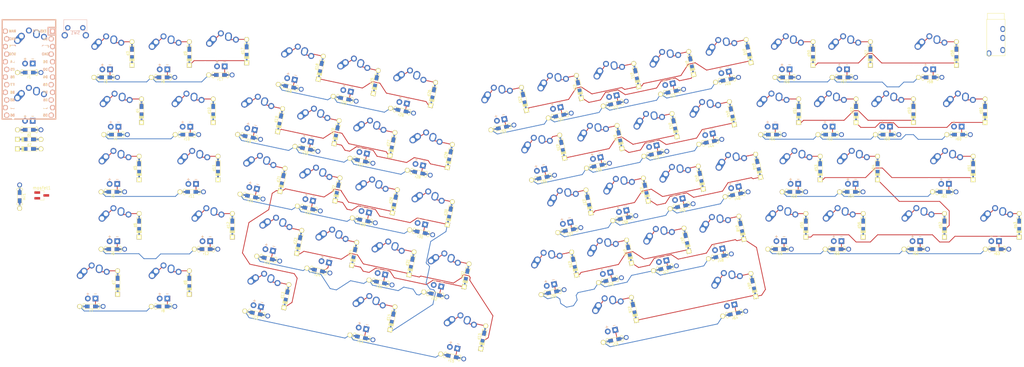
<source format=kicad_pcb>
(kicad_pcb (version 20171130) (host pcbnew "(5.1.6)-1")
  (layers (0 F.Cu signal) (31 B.Cu signal) (34 B.Paste user) (35 F.Paste user) (36 B.SilkS user) (37 F.SilkS user) (38 B.Mask user) (39 F.Mask user) (44 Edge.Cuts user))
  (net 0 "")
  (net 1 "Net-(A1-Pad4)")
  (net 2 VCC)
  (net 3 col1)
  (net 4 "Net-(A1-Pad2)")
  (net 5 "Net-(Bksp1-Pad4)")
  (net 6 col7)
  (net 7 "Net-(Bksp1-Pad2)")
  (net 8 "Net-(C1-Pad4)")
  (net 9 col2)
  (net 10 "Net-(C1-Pad2)")
  (net 11 "Net-(Caps1-Pad4)")
  (net 12 col0)
  (net 13 "Net-(Caps1-Pad2)")
  (net 14 "Net-(Ctrl1-Pad4)")
  (net 15 "Net-(Ctrl1-Pad2)")
  (net 16 "Net-(D1-Pad4)")
  (net 17 "Net-(D1-Pad2)")
  (net 18 row0)
  (net 19 "Net-(M1-Pad2)")
  (net 20 row1)
  (net 21 row2)
  (net 22 "Net-(d3-Pad2)")
  (net 23 row3)
  (net 24 "Net-(Tab1-Pad2)")
  (net 25 row4)
  (net 26 row5)
  (net 27 "Net-(d6-Pad2)")
  (net 28 row6)
  (net 29 row7)
  (net 30 "Net-(Win1-Pad2)")
  (net 31 "Net-(d9-Pad2)")
  (net 32 "Net-(Q1-Pad2)")
  (net 33 "Net-(Z1-Pad2)")
  (net 34 "Net-(d13-Pad2)")
  (net 35 "Net-(d14-Pad2)")
  (net 36 "Net-(d15-Pad2)")
  (net 37 "Net-(d16-Pad2)")
  (net 38 "Net-(d17-Pad2)")
  (net 39 "Net-(d18-Pad2)")
  (net 40 "Net-(W1-Pad2)")
  (net 41 "Net-(E1-Pad2)")
  (net 42 "Net-(S1-Pad2)")
  (net 43 "Net-(X1-Pad2)")
  (net 44 "Net-(d25-Pad2)")
  (net 45 "Net-(d26-Pad2)")
  (net 46 "Net-(R1-Pad2)")
  (net 47 "Net-(T1-Pad2)")
  (net 48 "Net-(F1-Pad2)")
  (net 49 "Net-(G1-Pad2)")
  (net 50 "Net-(V1-Pad2)")
  (net 51 "Net-(d32-Pad2)")
  (net 52 "Net-(d33-Pad2)")
  (net 53 "Net-(d34-Pad2)")
  (net 54 "Net-(Y1-Pad2)")
  (net 55 "Net-(U1-Pad2)")
  (net 56 "Net-(H1-Pad2)")
  (net 57 "Net-(J1-Pad2)")
  (net 58 "Net-(d39-Pad2)")
  (net 59 "Net-(N1-Pad2)")
  (net 60 "Net-(d41-Pad2)")
  (net 61 "Net-(d42-Pad2)")
  (net 62 "Net-(I1-Pad2)")
  (net 63 "Net-(O1-Pad2)")
  (net 64 "Net-(K1-Pad2)")
  (net 65 "Net-(L1-Pad2)")
  (net 66 "Net-(d48-Pad2)")
  (net 67 "Net-(d49-Pad2)")
  (net 68 "Net-(d50-Pad2)")
  (net 69 "Net-(P1-Pad2)")
  (net 70 "Net-(d52-Pad2)")
  (net 71 "Net-(d53-Pad2)")
  (net 72 "Net-(d54-Pad2)")
  (net 73 "Net-(d55-Pad2)")
  (net 74 "Net-(d56-Pad2)")
  (net 75 "Net-(d57-Pad2)")
  (net 76 "Net-(d59-Pad2)")
  (net 77 "Net-(d60-Pad2)")
  (net 78 "Net-(Enter1-Pad2)")
  (net 79 "Net-(d62-Pad2)")
  (net 80 "Net-(d63-Pad2)")
  (net 81 "Net-(d64-Pad2)")
  (net 82 "Net-(E1-Pad4)")
  (net 83 "Net-(Enter1-Pad4)")
  (net 84 "Net-(F1-Pad4)")
  (net 85 col3)
  (net 86 "Net-(G1-Pad4)")
  (net 87 "Net-(H1-Pad4)")
  (net 88 col4)
  (net 89 "Net-(I1-Pad4)")
  (net 90 col5)
  (net 91 "Net-(J1-Pad4)")
  (net 92 "Net-(K1-Pad4)")
  (net 93 "Net-(L1-Pad4)")
  (net 94 "Net-(lAlt1-Pad4)")
  (net 95 "Net-(lB1-Pad4)")
  (net 96 "Net-(lFn1-Pad4)")
  (net 97 "Net-(lShift1-Pad4)")
  (net 98 "Net-(lSpace1-Pad4)")
  (net 99 "Net-(M1-Pad4)")
  (net 100 LEDsOut)
  (net 101 GND)
  (net 102 LEDs)
  (net 103 "Net-(n0-Pad4)")
  (net 104 col6)
  (net 105 "Net-(n1-Pad4)")
  (net 106 "Net-(N1-Pad4)")
  (net 107 "Net-(n2-Pad4)")
  (net 108 "Net-(n3-Pad4)")
  (net 109 "Net-(n4-Pad4)")
  (net 110 "Net-(n5-Pad4)")
  (net 111 "Net-(n6-Pad4)")
  (net 112 "Net-(n7-Pad4)")
  (net 113 "Net-(n8-Pad4)")
  (net 114 "Net-(n9-Pad4)")
  (net 115 "Net-(O1-Pad4)")
  (net 116 "Net-(P1-Pad4)")
  (net 117 RAW)
  (net 118 "Net-(PM1-Pad22)")
  (net 119 SDA)
  (net 120 "Net-(Q1-Pad4)")
  (net 121 "Net-(R1-Pad4)")
  (net 122 "Net-(r3-Pad1)")
  (net 123 "Net-(Tab1-Pad4)")
  (net 124 "Net-(Win1-Pad4)")
  (net 125 "Net-(Z1-Pad4)")
  (net 126 "Net-(r16-Pad1)")
  (net 127 "Net-(W1-Pad4)")
  (net 128 "Net-(S1-Pad4)")
  (net 129 "Net-(X1-Pad4)")
  (net 130 "Net-(T1-Pad4)")
  (net 131 "Net-(V1-Pad4)")
  (net 132 "Net-(Y1-Pad4)")
  (net 133 "Net-(U1-Pad4)")
  (net 134 "Net-(r39-Pad1)")
  (net 135 "Net-(r48-Pad1)")
  (net 136 "Net-(r50-Pad1)")
  (net 137 "Net-(r52-Pad1)")
  (net 138 "Net-(r53-Pad1)")
  (net 139 "Net-(r54-Pad1)")
  (net 140 "Net-(r55-Pad1)")
  (net 141 "Net-(r56-Pad1)")
  (net 142 "Net-(r57-Pad1)")
  (net 143 "Net-(r59-Pad1)")
  (net 144 "Net-(r60-Pad1)")
  (net 145 "Net-(r62-Pad1)")
  (net 146 "Net-(r63-Pad1)")
  (net 147 "Net-(r64-Pad1)")
  (net 148 "Net-(d1-Pad2)")
  (net 149 "Net-(d2-Pad2)")
  (net 150 "Net-(m1-Pad4)")
  (net 151 "Net-(m2-Pad4)")
  (module Keebio-Parts:MX-Alps-Choc-1U (layer F.Cu) (at 328.009 94.6468)
    (fp_text reference rShift1)
    (fp_text value MX-LED)
    (fp_text user + (at -1.27 3.5) (layer F.SilkS))
    (fp_text user + (at -1.27 3.5) (layer B.SilkS))
    (fp_text user - (at 1.27 3.5) (layer F.SilkS))
    (fp_text user - (at 1.27 3.5) (layer B.SilkS))
    (pad 2 thru_hole oval (at 2.5 -4.5 86.1) (size 2.831378 2.25) (drill 1.47 (offset 0.290689 0)) (layers *.Cu *.Mask) (net 79 "Net-(d62-Pad2)"))
    (pad 2 thru_hole circle (at 2.54 -5.08) (size 2.25 2.25) (drill 1.47) (layers *.Cu *.Mask) (net 79 "Net-(d62-Pad2)"))
    (pad 1 thru_hole oval (at -3.81 -2.54 48.1) (size 4.211556 2.25) (drill 1.47 (offset 0.980778 0)) (layers *.Cu *.Mask) (net 6 col7))
    (pad "" np_thru_hole circle (at 0 0) (size 3.9878 3.9878) (drill 3.9878) (layers *.Cu *.Mask))
    (pad 1 thru_hole circle (at -2.5 -4) (size 2.25 2.25) (drill 1.47) (layers *.Cu *.Mask) (net 6 col7))
    (pad "" np_thru_hole circle (at -5.08 0 48.0996) (size 1.75 1.75) (drill 1.75) (layers *.Cu *.Mask))
    (pad "" np_thru_hole circle (at 5.08 0 48.0996) (size 1.75 1.75) (drill 1.75) (layers *.Cu *.Mask))
    (pad 2 thru_hole circle (at 5 -3.8) (size 2 2) (drill 1.2) (layers *.Cu *.Mask) (net 79 "Net-(d62-Pad2)"))
    (pad 1 thru_hole circle (at 0 -5.9) (size 2 2) (drill 1.2) (layers *.Cu *.Mask) (net 6 col7))
    (pad "" np_thru_hole circle (at -5.5 0 48.1) (size 1.7 1.7) (drill 1.7) (layers *.Cu *.Mask))
    (pad "" np_thru_hole circle (at 5.5 0 48.1) (size 1.7 1.7) (drill 1.7) (layers *.Cu *.Mask))
    (pad "" np_thru_hole circle (at -5.22 4.2 48.1) (size 0.8 0.8) (drill 0.8) (layers *.Cu *.Mask))
    (pad 3 thru_hole circle (at -1.27 5.08) (size 1.905 1.905) (drill 0.9906) (layers *.Cu *.Mask) (net 2 VCC))
    (pad 4 thru_hole rect (at 1.27 5.08) (size 1.905 1.905) (drill 0.9906) (layers *.Cu *.Mask) (net 145 "Net-(r62-Pad1)"))
  )
  (module Keebio-Parts:MX-Alps-Choc-2U-StabFlip (layer F.Cu) (at 337.534 75.5968)
    (fp_text reference Enter1)
    (fp_text value MX-LED)
    (fp_text user + (at -1.27 3.5) (layer F.SilkS))
    (fp_text user + (at -1.27 3.5) (layer B.SilkS))
    (fp_text user - (at 1.27 3.5) (layer F.SilkS))
    (fp_text user - (at 1.27 3.5) (layer B.SilkS))
    (pad 2 thru_hole oval (at 2.5 -4.5 86.1) (size 2.831378 2.25) (drill 1.47 (offset 0.290689 0)) (layers *.Cu *.Mask) (net 78 "Net-(Enter1-Pad2)"))
    (pad 2 thru_hole circle (at 2.54 -5.08) (size 2.25 2.25) (drill 1.47) (layers *.Cu *.Mask) (net 78 "Net-(Enter1-Pad2)"))
    (pad 1 thru_hole oval (at -3.81 -2.54 48.1) (size 4.211556 2.25) (drill 1.47 (offset 0.980778 0)) (layers *.Cu *.Mask) (net 6 col7))
    (pad "" np_thru_hole circle (at 0 0) (size 3.9878 3.9878) (drill 3.9878) (layers *.Cu *.Mask))
    (pad 1 thru_hole circle (at -2.5 -4) (size 2.25 2.25) (drill 1.47) (layers *.Cu *.Mask) (net 6 col7))
    (pad "" np_thru_hole circle (at -5.08 0 48.0996) (size 1.75 1.75) (drill 1.75) (layers *.Cu *.Mask))
    (pad "" np_thru_hole circle (at 5.08 0 48.0996) (size 1.75 1.75) (drill 1.75) (layers *.Cu *.Mask))
    (pad 2 thru_hole circle (at 5 -3.8) (size 2 2) (drill 1.2) (layers *.Cu *.Mask) (net 78 "Net-(Enter1-Pad2)"))
    (pad 1 thru_hole circle (at 0 -5.9) (size 2 2) (drill 1.2) (layers *.Cu *.Mask) (net 6 col7))
    (pad "" np_thru_hole circle (at -5.5 0 48.1) (size 1.7 1.7) (drill 1.7) (layers *.Cu *.Mask))
    (pad "" np_thru_hole circle (at 5.5 0 48.1) (size 1.7 1.7) (drill 1.7) (layers *.Cu *.Mask))
    (pad "" np_thru_hole circle (at -5.22 4.2 48.1) (size 1.2 1.2) (drill 1.2) (layers *.Cu *.Mask))
    (pad 3 thru_hole circle (at -1.27 5.08) (size 1.905 1.905) (drill 0.9906) (layers *.Cu *.Mask) (net 2 VCC))
    (pad 4 thru_hole rect (at 1.27 5.08) (size 1.905 1.905) (drill 0.9906) (layers *.Cu *.Mask) (net 83 "Net-(Enter1-Pad4)"))
    (pad "" np_thru_hole circle (at 11.938 -8.255) (size 3.9878 3.9878) (drill 3.9878) (layers *.Cu *.Mask))
    (pad "" np_thru_hole circle (at 11.938 6.985) (size 3.048 3.048) (drill 3.048) (layers *.Cu *.Mask))
    (pad "" np_thru_hole circle (at -11.938 -8.255) (size 3.9878 3.9878) (drill 3.9878) (layers *.Cu *.Mask))
    (pad "" np_thru_hole circle (at -11.938 6.985) (size 3.048 3.048) (drill 3.048) (layers *.Cu *.Mask))
  )
  (module Keebio-Parts:MX-Alps-Choc-1U (layer F.Cu) (at 175.355735 130.208277 348)
    (fp_text reference lFn1)
    (fp_text value MX-LED)
    (fp_text user + (at -1.27 3.5 168) (layer F.SilkS))
    (fp_text user + (at -1.27 3.5 168) (layer B.SilkS))
    (fp_text user - (at 1.27 3.5 168) (layer F.SilkS))
    (fp_text user - (at 1.27 3.5 168) (layer B.SilkS))
    (pad 2 thru_hole oval (at 2.5 -4.5 74.1) (size 2.831378 2.25) (drill 1.47 (offset 0.290689 0)) (layers *.Cu *.Mask) (net 36 "Net-(d15-Pad2)"))
    (pad 2 thru_hole circle (at 2.54 -5.08 348) (size 2.25 2.25) (drill 1.47) (layers *.Cu *.Mask) (net 36 "Net-(d15-Pad2)"))
    (pad 1 thru_hole oval (at -3.81 -2.54 36.1) (size 4.211556 2.25) (drill 1.47 (offset 0.980778 0)) (layers *.Cu *.Mask) (net 3 col1))
    (pad "" np_thru_hole circle (at 0 0 348) (size 3.9878 3.9878) (drill 3.9878) (layers *.Cu *.Mask))
    (pad 1 thru_hole circle (at -2.5 -4 348) (size 2.25 2.25) (drill 1.47) (layers *.Cu *.Mask) (net 3 col1))
    (pad "" np_thru_hole circle (at -5.08 0 36.0996) (size 1.75 1.75) (drill 1.75) (layers *.Cu *.Mask))
    (pad "" np_thru_hole circle (at 5.08 0 36.0996) (size 1.75 1.75) (drill 1.75) (layers *.Cu *.Mask))
    (pad 2 thru_hole circle (at 5 -3.8 348) (size 2 2) (drill 1.2) (layers *.Cu *.Mask) (net 36 "Net-(d15-Pad2)"))
    (pad 1 thru_hole circle (at 0 -5.9 348) (size 2 2) (drill 1.2) (layers *.Cu *.Mask) (net 3 col1))
    (pad "" np_thru_hole circle (at -5.5 0 36.1) (size 1.7 1.7) (drill 1.7) (layers *.Cu *.Mask))
    (pad "" np_thru_hole circle (at 5.5 0 36.1) (size 1.7 1.7) (drill 1.7) (layers *.Cu *.Mask))
    (pad "" np_thru_hole circle (at -5.22 4.2 36.1) (size 0.8 0.8) (drill 0.8) (layers *.Cu *.Mask))
    (pad 3 thru_hole circle (at -1.27 5.08 348) (size 1.905 1.905) (drill 0.9906) (layers *.Cu *.Mask) (net 2 VCC))
    (pad 4 thru_hole rect (at 1.27 5.08 348) (size 1.905 1.905) (drill 0.9906) (layers *.Cu *.Mask) (net 96 "Net-(lFn1-Pad4)"))
  )
  (module Keebio-Parts:MX-Alps-Choc-1U (layer F.Cu) (at 306.546 75.5968)
    (fp_text reference s"1)
    (fp_text value MX-LED)
    (fp_text user + (at -1.27 3.5) (layer F.SilkS))
    (fp_text user + (at -1.27 3.5) (layer B.SilkS))
    (fp_text user - (at 1.27 3.5) (layer F.SilkS))
    (fp_text user - (at 1.27 3.5) (layer B.SilkS))
    (pad 2 thru_hole oval (at 2.5 -4.5 86.1) (size 2.831378 2.25) (drill 1.47 (offset 0.290689 0)) (layers *.Cu *.Mask) (net 72 "Net-(d54-Pad2)"))
    (pad 2 thru_hole circle (at 2.54 -5.08) (size 2.25 2.25) (drill 1.47) (layers *.Cu *.Mask) (net 72 "Net-(d54-Pad2)"))
    (pad 1 thru_hole oval (at -3.81 -2.54 48.1) (size 4.211556 2.25) (drill 1.47 (offset 0.980778 0)) (layers *.Cu *.Mask) (net 104 col6))
    (pad "" np_thru_hole circle (at 0 0) (size 3.9878 3.9878) (drill 3.9878) (layers *.Cu *.Mask))
    (pad 1 thru_hole circle (at -2.5 -4) (size 2.25 2.25) (drill 1.47) (layers *.Cu *.Mask) (net 104 col6))
    (pad "" np_thru_hole circle (at -5.08 0 48.0996) (size 1.75 1.75) (drill 1.75) (layers *.Cu *.Mask))
    (pad "" np_thru_hole circle (at 5.08 0 48.0996) (size 1.75 1.75) (drill 1.75) (layers *.Cu *.Mask))
    (pad 2 thru_hole circle (at 5 -3.8) (size 2 2) (drill 1.2) (layers *.Cu *.Mask) (net 72 "Net-(d54-Pad2)"))
    (pad 1 thru_hole circle (at 0 -5.9) (size 2 2) (drill 1.2) (layers *.Cu *.Mask) (net 104 col6))
    (pad "" np_thru_hole circle (at -5.5 0 48.1) (size 1.7 1.7) (drill 1.7) (layers *.Cu *.Mask))
    (pad "" np_thru_hole circle (at 5.5 0 48.1) (size 1.7 1.7) (drill 1.7) (layers *.Cu *.Mask))
    (pad "" np_thru_hole circle (at -5.22 4.2 48.1) (size 0.8 0.8) (drill 0.8) (layers *.Cu *.Mask))
    (pad 3 thru_hole circle (at -1.27 5.08) (size 1.905 1.905) (drill 0.9906) (layers *.Cu *.Mask) (net 2 VCC))
    (pad 4 thru_hole rect (at 1.27 5.08) (size 1.905 1.905) (drill 0.9906) (layers *.Cu *.Mask) (net 139 "Net-(r54-Pad1)"))
  )
  (module Keebio-Parts:ArduinoProMicro-ZigZag (layer B.Cu) (at 33.2422 43.8785 270)
    (fp_text reference PM1 hide)
    (fp_text value ProMicro hide)
    (fp_text user D2 (at -11.43 -5.461 180) (layer F.SilkS) (effects (font (size 0.8 0.8))))
    (fp_text user D0 (at -1.27 -5.461 180) (layer F.SilkS) (effects (font (size 0.8 0.8))))
    (fp_text user D1 (at -3.81 -5.461 180) (layer F.SilkS) (effects (font (size 0.8 0.8))))
    (fp_text user GND (at -6.35 -5.461 180) (layer F.SilkS) (effects (font (size 0.8 0.8))))
    (fp_text user GND (at -8.89 -5.461 180) (layer F.SilkS) (effects (font (size 0.8 0.8))))
    (fp_text user D4 (at 1.27 -5.461 180) (layer F.SilkS) (effects (font (size 0.8 0.8))))
    (fp_text user C6 (at 3.81 -5.461 180) (layer F.SilkS) (effects (font (size 0.8 0.8))))
    (fp_text user D7 (at 6.35 -5.461 180) (layer F.SilkS) (effects (font (size 0.8 0.8))))
    (fp_text user E6 (at 8.89 -5.461 180) (layer F.SilkS) (effects (font (size 0.8 0.8))))
    (fp_text user B4 (at 11.43 -5.461 180) (layer F.SilkS) (effects (font (size 0.8 0.8))))
    (fp_text user B5 (at 13.97 -5.461 180) (layer F.SilkS) (effects (font (size 0.8 0.8))))
    (fp_text user B6 (at 13.97 5.461 180) (layer F.SilkS) (effects (font (size 0.8 0.8))))
    (fp_text user B2 (at 11.43 5.461 180) (layer B.SilkS) (effects (font (size 0.8 0.8)) (justify mirror)))
    (fp_text user B3 (at 8.89 5.461 180) (layer F.SilkS) (effects (font (size 0.8 0.8))))
    (fp_text user B1 (at 6.35 5.461 180) (layer F.SilkS) (effects (font (size 0.8 0.8))))
    (fp_text user F7 (at 3.81 5.461 180) (layer B.SilkS) (effects (font (size 0.8 0.8)) (justify mirror)))
    (fp_text user F6 (at 1.27 5.461 180) (layer B.SilkS) (effects (font (size 0.8 0.8)) (justify mirror)))
    (fp_text user F5 (at -1.27 5.461 180) (layer B.SilkS) (effects (font (size 0.8 0.8)) (justify mirror)))
    (fp_text user F4 (at -3.81 5.461 180) (layer F.SilkS) (effects (font (size 0.8 0.8))))
    (fp_text user VCC (at -6.35 5.461 180) (layer F.SilkS) (effects (font (size 0.8 0.8))))
    (fp_text user GND (at -11.43 5.461 180) (layer F.SilkS) (effects (font (size 0.8 0.8))))
    (fp_text user RAW (at -13.97 5.461 180) (layer F.SilkS) (effects (font (size 0.8 0.8))))
    (fp_text user RAW (at -13.97 5.461 180) (layer B.SilkS) (effects (font (size 0.8 0.8)) (justify mirror)))
    (fp_text user GND (at -11.43 5.461 180) (layer B.SilkS) (effects (font (size 0.8 0.8)) (justify mirror)))
    (fp_text user ST (at -8.92 5.73312 180) (layer B.SilkS) (effects (font (size 0.8 0.8)) (justify mirror)))
    (fp_text user VCC (at -6.35 5.461 180) (layer B.SilkS) (effects (font (size 0.8 0.8)) (justify mirror)))
    (fp_text user F4 (at -3.81 5.461 180) (layer B.SilkS) (effects (font (size 0.8 0.8)) (justify mirror)))
    (fp_text user F5 (at -1.27 5.461 180) (layer F.SilkS) (effects (font (size 0.8 0.8))))
    (fp_text user F6 (at 1.27 5.461 180) (layer F.SilkS) (effects (font (size 0.8 0.8))))
    (fp_text user F7 (at 3.81 5.461 180) (layer F.SilkS) (effects (font (size 0.8 0.8))))
    (fp_text user B1 (at 6.35 5.461 180) (layer B.SilkS) (effects (font (size 0.8 0.8)) (justify mirror)))
    (fp_text user B3 (at 8.89 5.461 180) (layer B.SilkS) (effects (font (size 0.8 0.8)) (justify mirror)))
    (fp_text user B2 (at 11.43 5.461 180) (layer F.SilkS) (effects (font (size 0.8 0.8))))
    (fp_text user B6 (at 13.97 5.461 180) (layer B.SilkS) (effects (font (size 0.8 0.8)) (justify mirror)))
    (fp_text user B5 (at 13.97 -5.461 180) (layer B.SilkS) (effects (font (size 0.8 0.8)) (justify mirror)))
    (fp_text user B4 (at 11.43 -5.461 180) (layer B.SilkS) (effects (font (size 0.8 0.8)) (justify mirror)))
    (fp_text user E6 (at 8.89 -5.461 180) (layer B.SilkS) (effects (font (size 0.8 0.8)) (justify mirror)))
    (fp_text user D7 (at 6.35 -5.461 180) (layer B.SilkS) (effects (font (size 0.8 0.8)) (justify mirror)))
    (fp_text user C6 (at 3.81 -5.461 180) (layer B.SilkS) (effects (font (size 0.8 0.8)) (justify mirror)))
    (fp_text user D4 (at 1.27 -5.461 180) (layer B.SilkS) (effects (font (size 0.8 0.8)) (justify mirror)))
    (fp_text user GND (at -8.89 -5.461 180) (layer B.SilkS) (effects (font (size 0.8 0.8)) (justify mirror)))
    (fp_text user GND (at -6.35 -5.461 180) (layer B.SilkS) (effects (font (size 0.8 0.8)) (justify mirror)))
    (fp_text user D1 (at -3.81 -5.461 180) (layer B.SilkS) (effects (font (size 0.8 0.8)) (justify mirror)))
    (fp_text user D0 (at -1.27 -5.461 180) (layer B.SilkS) (effects (font (size 0.8 0.8)) (justify mirror)))
    (fp_text user D2 (at -11.43 -5.461 180) (layer B.SilkS) (effects (font (size 0.8 0.8)) (justify mirror)))
    (fp_text user TX0/D3 (at -13.97 -3.571872 180) (layer F.SilkS) (effects (font (size 0.8 0.8))))
    (fp_text user TX0/D3 (at -13.97 -3.571872 180) (layer B.SilkS) (effects (font (size 0.8 0.8)) (justify mirror)))
    (fp_text user ST (at -8.91 5.04 180) (layer F.SilkS) (effects (font (size 0.8 0.8))))
    (pad 1 thru_hole rect (at -13.97 -7.8486 270) (size 1.7526 1.7526) (drill 1.0922) (layers *.Cu *.SilkS *.Mask) (net 12 col0))
    (pad 2 thru_hole circle (at -11.43 -7.3914 270) (size 1.7526 1.7526) (drill 1.0922) (layers *.Cu *.SilkS *.Mask) (net 18 row0))
    (pad 3 thru_hole circle (at -8.89 -7.8486 270) (size 1.7526 1.7526) (drill 1.0922) (layers *.Cu *.SilkS *.Mask) (net 101 GND))
    (pad 4 thru_hole circle (at -6.35 -7.3914 270) (size 1.7526 1.7526) (drill 1.0922) (layers *.Cu *.SilkS *.Mask) (net 101 GND))
    (pad 5 thru_hole circle (at -3.81 -7.8486 270) (size 1.7526 1.7526) (drill 1.0922) (layers *.Cu *.SilkS *.Mask) (net 119 SDA))
    (pad 6 thru_hole circle (at -1.27 -7.3914 270) (size 1.7526 1.7526) (drill 1.0922) (layers *.Cu *.SilkS *.Mask) (net 6 col7))
    (pad 7 thru_hole circle (at 1.27 -7.8486 270) (size 1.7526 1.7526) (drill 1.0922) (layers *.Cu *.SilkS *.Mask) (net 104 col6))
    (pad 8 thru_hole circle (at 3.81 -7.3914 270) (size 1.7526 1.7526) (drill 1.0922) (layers *.Cu *.SilkS *.Mask) (net 90 col5))
    (pad 9 thru_hole circle (at 6.35 -7.8486 270) (size 1.7526 1.7526) (drill 1.0922) (layers *.Cu *.SilkS *.Mask) (net 26 row5))
    (pad 10 thru_hole circle (at 8.89 -7.3914 270) (size 1.7526 1.7526) (drill 1.0922) (layers *.Cu *.SilkS *.Mask) (net 25 row4))
    (pad 11 thru_hole circle (at 11.43 -7.8486 270) (size 1.7526 1.7526) (drill 1.0922) (layers *.Cu *.SilkS *.Mask) (net 28 row6))
    (pad 13 thru_hole circle (at 13.97 7.3914 270) (size 1.7526 1.7526) (drill 1.0922) (layers *.Cu *.SilkS *.Mask) (net 102 LEDs))
    (pad 14 thru_hole circle (at 11.43 7.8486 270) (size 1.7526 1.7526) (drill 1.0922) (layers *.Cu *.SilkS *.Mask) (net 29 row7))
    (pad 15 thru_hole circle (at 8.89 7.3914 270) (size 1.7526 1.7526) (drill 1.0922) (layers *.Cu *.SilkS *.Mask) (net 23 row3))
    (pad 16 thru_hole circle (at 6.35 7.8486 270) (size 1.7526 1.7526) (drill 1.0922) (layers *.Cu *.SilkS *.Mask) (net 85 col3))
    (pad 17 thru_hole circle (at 3.81 7.3914 270) (size 1.7526 1.7526) (drill 1.0922) (layers *.Cu *.SilkS *.Mask) (net 21 row2))
    (pad 18 thru_hole circle (at 1.27 7.8486 270) (size 1.7526 1.7526) (drill 1.0922) (layers *.Cu *.SilkS *.Mask) (net 9 col2))
    (pad 19 thru_hole circle (at -1.27 7.3914 270) (size 1.7526 1.7526) (drill 1.0922) (layers *.Cu *.SilkS *.Mask) (net 20 row1))
    (pad 20 thru_hole circle (at -3.81 7.8486 270) (size 1.7526 1.7526) (drill 1.0922) (layers *.Cu *.SilkS *.Mask) (net 3 col1))
    (pad 21 thru_hole circle (at -6.35 7.3914 270) (size 1.7526 1.7526) (drill 1.0922) (layers *.Cu *.SilkS *.Mask) (net 2 VCC))
    (pad 22 thru_hole circle (at -8.89 7.8486 270) (size 1.7526 1.7526) (drill 1.0922) (layers *.Cu *.SilkS *.Mask) (net 118 "Net-(PM1-Pad22)"))
    (pad 23 thru_hole circle (at -11.43 7.3914 270) (size 1.7526 1.7526) (drill 1.0922) (layers *.Cu *.SilkS *.Mask) (net 101 GND))
    (pad 12 thru_hole circle (at 13.97 -7.3914 270) (size 1.7526 1.7526) (drill 1.0922) (layers *.Cu *.SilkS *.Mask) (net 88 col4))
    (pad 24 thru_hole circle (at -13.97 7.8486 270) (size 1.7526 1.7526) (drill 1.0922) (layers *.Cu *.SilkS *.Mask) (net 117 RAW))
  )
  (module Keebio-Parts:MX-Alps-Choc-2U-StabFlip (layer F.Cu) (at 225.689469 124.536539 12)
    (fp_text reference rSpace1)
    (fp_text value MX-LED)
    (fp_text user + (at -1.27 3.5 12) (layer F.SilkS))
    (fp_text user + (at -1.27 3.5 12) (layer B.SilkS))
    (fp_text user - (at 1.27 3.5 12) (layer F.SilkS))
    (fp_text user - (at 1.27 3.5 12) (layer B.SilkS))
    (pad 2 thru_hole oval (at 2.5 -4.5 98.1) (size 2.831378 2.25) (drill 1.47 (offset 0.290689 0)) (layers *.Cu *.Mask) (net 37 "Net-(d16-Pad2)"))
    (pad 2 thru_hole circle (at 2.54 -5.08 12) (size 2.25 2.25) (drill 1.47) (layers *.Cu *.Mask) (net 37 "Net-(d16-Pad2)"))
    (pad 1 thru_hole oval (at -3.81 -2.54 60.1) (size 4.211556 2.25) (drill 1.47 (offset 0.980778 0)) (layers *.Cu *.Mask) (net 3 col1))
    (pad "" np_thru_hole circle (at 0 0 12) (size 3.9878 3.9878) (drill 3.9878) (layers *.Cu *.Mask))
    (pad 1 thru_hole circle (at -2.5 -4 12) (size 2.25 2.25) (drill 1.47) (layers *.Cu *.Mask) (net 3 col1))
    (pad "" np_thru_hole circle (at -5.08 0 60.0996) (size 1.75 1.75) (drill 1.75) (layers *.Cu *.Mask))
    (pad "" np_thru_hole circle (at 5.08 0 60.0996) (size 1.75 1.75) (drill 1.75) (layers *.Cu *.Mask))
    (pad 2 thru_hole circle (at 5 -3.8 12) (size 2 2) (drill 1.2) (layers *.Cu *.Mask) (net 37 "Net-(d16-Pad2)"))
    (pad 1 thru_hole circle (at 0 -5.9 12) (size 2 2) (drill 1.2) (layers *.Cu *.Mask) (net 3 col1))
    (pad "" np_thru_hole circle (at -5.5 0 60.1) (size 1.7 1.7) (drill 1.7) (layers *.Cu *.Mask))
    (pad "" np_thru_hole circle (at 5.5 0 60.1) (size 1.7 1.7) (drill 1.7) (layers *.Cu *.Mask))
    (pad "" np_thru_hole circle (at -5.22 4.2 60.1) (size 1.2 1.2) (drill 1.2) (layers *.Cu *.Mask))
    (pad 3 thru_hole circle (at -1.27 5.08 12) (size 1.905 1.905) (drill 0.9906) (layers *.Cu *.Mask) (net 2 VCC))
    (pad 4 thru_hole rect (at 1.27 5.08 12) (size 1.905 1.905) (drill 0.9906) (layers *.Cu *.Mask) (net 126 "Net-(r16-Pad1)"))
    (pad "" np_thru_hole circle (at 11.938 -8.255 12) (size 3.9878 3.9878) (drill 3.9878) (layers *.Cu *.Mask))
    (pad "" np_thru_hole circle (at 11.938 6.985 12) (size 3.048 3.048) (drill 3.048) (layers *.Cu *.Mask))
    (pad "" np_thru_hole circle (at -11.938 -8.255 12) (size 3.9878 3.9878) (drill 3.9878) (layers *.Cu *.Mask))
    (pad "" np_thru_hole circle (at -11.938 6.985 12) (size 3.048 3.048) (drill 3.048) (layers *.Cu *.Mask))
  )
  (module Keebio-Parts:MX-Alps-Choc-2U-StabFlip (layer F.Cu) (at 145.075735 123.772277 348)
    (fp_text reference lSpace1)
    (fp_text value MX-LED)
    (fp_text user + (at -1.27 3.5 168) (layer F.SilkS))
    (fp_text user + (at -1.27 3.5 168) (layer B.SilkS))
    (fp_text user - (at 1.27 3.5 168) (layer F.SilkS))
    (fp_text user - (at 1.27 3.5 168) (layer B.SilkS))
    (pad 2 thru_hole oval (at 2.5 -4.5 74.1) (size 2.831378 2.25) (drill 1.47 (offset 0.290689 0)) (layers *.Cu *.Mask) (net 35 "Net-(d14-Pad2)"))
    (pad 2 thru_hole circle (at 2.54 -5.08 348) (size 2.25 2.25) (drill 1.47) (layers *.Cu *.Mask) (net 35 "Net-(d14-Pad2)"))
    (pad 1 thru_hole oval (at -3.81 -2.54 36.1) (size 4.211556 2.25) (drill 1.47 (offset 0.980778 0)) (layers *.Cu *.Mask) (net 3 col1))
    (pad "" np_thru_hole circle (at 0 0 348) (size 3.9878 3.9878) (drill 3.9878) (layers *.Cu *.Mask))
    (pad 1 thru_hole circle (at -2.5 -4 348) (size 2.25 2.25) (drill 1.47) (layers *.Cu *.Mask) (net 3 col1))
    (pad "" np_thru_hole circle (at -5.08 0 36.0996) (size 1.75 1.75) (drill 1.75) (layers *.Cu *.Mask))
    (pad "" np_thru_hole circle (at 5.08 0 36.0996) (size 1.75 1.75) (drill 1.75) (layers *.Cu *.Mask))
    (pad 2 thru_hole circle (at 5 -3.8 348) (size 2 2) (drill 1.2) (layers *.Cu *.Mask) (net 35 "Net-(d14-Pad2)"))
    (pad 1 thru_hole circle (at 0 -5.9 348) (size 2 2) (drill 1.2) (layers *.Cu *.Mask) (net 3 col1))
    (pad "" np_thru_hole circle (at -5.5 0 36.1) (size 1.7 1.7) (drill 1.7) (layers *.Cu *.Mask))
    (pad "" np_thru_hole circle (at 5.5 0 36.1) (size 1.7 1.7) (drill 1.7) (layers *.Cu *.Mask))
    (pad "" np_thru_hole circle (at -5.22 4.2 36.1) (size 1.2 1.2) (drill 1.2) (layers *.Cu *.Mask))
    (pad 3 thru_hole circle (at -1.27 5.08 348) (size 1.905 1.905) (drill 0.9906) (layers *.Cu *.Mask) (net 2 VCC))
    (pad 4 thru_hole rect (at 1.27 5.08 348) (size 1.905 1.905) (drill 0.9906) (layers *.Cu *.Mask) (net 98 "Net-(lSpace1-Pad4)"))
    (pad "" np_thru_hole circle (at 11.938 -8.255 348) (size 3.9878 3.9878) (drill 3.9878) (layers *.Cu *.Mask))
    (pad "" np_thru_hole circle (at 11.938 6.985 348) (size 3.048 3.048) (drill 3.048) (layers *.Cu *.Mask))
    (pad "" np_thru_hole circle (at -11.938 -8.255 348) (size 3.9878 3.9878) (drill 3.9878) (layers *.Cu *.Mask))
    (pad "" np_thru_hole circle (at -11.938 6.985 348) (size 3.048 3.048) (drill 3.048) (layers *.Cu *.Mask))
  )
  (module Keebio-Parts:MX-Alps-Choc-2U (layer F.Cu) (at 61.3092 94.6785)
    (fp_text reference lShift1)
    (fp_text value MX-LED)
    (fp_text user + (at -1.27 3.5) (layer F.SilkS))
    (fp_text user + (at -1.27 3.5) (layer B.SilkS))
    (fp_text user - (at 1.27 3.5) (layer F.SilkS))
    (fp_text user - (at 1.27 3.5) (layer B.SilkS))
    (pad 2 thru_hole oval (at 2.5 -4.5 86.1) (size 2.831378 2.25) (drill 1.47 (offset 0.290689 0)) (layers *.Cu *.Mask) (net 27 "Net-(d6-Pad2)"))
    (pad 2 thru_hole circle (at 2.54 -5.08) (size 2.25 2.25) (drill 1.47) (layers *.Cu *.Mask) (net 27 "Net-(d6-Pad2)"))
    (pad 1 thru_hole oval (at -3.81 -2.54 48.1) (size 4.211556 2.25) (drill 1.47 (offset 0.980778 0)) (layers *.Cu *.Mask) (net 12 col0))
    (pad "" np_thru_hole circle (at 0 0) (size 3.9878 3.9878) (drill 3.9878) (layers *.Cu *.Mask))
    (pad 1 thru_hole circle (at -2.5 -4) (size 2.25 2.25) (drill 1.47) (layers *.Cu *.Mask) (net 12 col0))
    (pad "" np_thru_hole circle (at -5.08 0 48.0996) (size 1.75 1.75) (drill 1.75) (layers *.Cu *.Mask))
    (pad "" np_thru_hole circle (at 5.08 0 48.0996) (size 1.75 1.75) (drill 1.75) (layers *.Cu *.Mask))
    (pad 2 thru_hole circle (at 5 -3.8) (size 2 2) (drill 1.2) (layers *.Cu *.Mask) (net 27 "Net-(d6-Pad2)"))
    (pad 1 thru_hole circle (at 0 -5.9) (size 2 2) (drill 1.2) (layers *.Cu *.Mask) (net 12 col0))
    (pad "" np_thru_hole circle (at -5.5 0 48.1) (size 1.7 1.7) (drill 1.7) (layers *.Cu *.Mask))
    (pad "" np_thru_hole circle (at 5.5 0 48.1) (size 1.7 1.7) (drill 1.7) (layers *.Cu *.Mask))
    (pad "" np_thru_hole circle (at -5.22 4.2 48.1) (size 1.2 1.2) (drill 1.2) (layers *.Cu *.Mask))
    (pad 3 thru_hole circle (at -1.27 5.08) (size 1.905 1.905) (drill 0.9906) (layers *.Cu *.Mask) (net 2 VCC))
    (pad 4 thru_hole rect (at 1.27 5.08) (size 1.905 1.905) (drill 0.9906) (layers *.Cu *.Mask) (net 97 "Net-(lShift1-Pad4)"))
    (pad "" np_thru_hole circle (at 11.938 8.255) (size 3.9878 3.9878) (drill 3.9878) (layers *.Cu *.Mask))
    (pad "" np_thru_hole circle (at 11.938 -6.985) (size 3.048 3.048) (drill 3.048) (layers *.Cu *.Mask))
    (pad "" np_thru_hole circle (at -11.938 8.255) (size 3.9878 3.9878) (drill 3.9878) (layers *.Cu *.Mask))
    (pad "" np_thru_hole circle (at -11.938 -6.985) (size 3.048 3.048) (drill 3.048) (layers *.Cu *.Mask))
  )
  (module Keebio-Parts:MX-Alps-Choc-2U (layer F.Cu) (at 332.327 37.4968)
    (fp_text reference Bksp1)
    (fp_text value MX-LED)
    (fp_text user + (at -1.27 3.5) (layer F.SilkS))
    (fp_text user + (at -1.27 3.5) (layer B.SilkS))
    (fp_text user - (at 1.27 3.5) (layer F.SilkS))
    (fp_text user - (at 1.27 3.5) (layer B.SilkS))
    (pad 2 thru_hole oval (at 2.5 -4.5 86.1) (size 2.831378 2.25) (drill 1.47 (offset 0.290689 0)) (layers *.Cu *.Mask) (net 7 "Net-(Bksp1-Pad2)"))
    (pad 2 thru_hole circle (at 2.54 -5.08) (size 2.25 2.25) (drill 1.47) (layers *.Cu *.Mask) (net 7 "Net-(Bksp1-Pad2)"))
    (pad 1 thru_hole oval (at -3.81 -2.54 48.1) (size 4.211556 2.25) (drill 1.47 (offset 0.980778 0)) (layers *.Cu *.Mask) (net 6 col7))
    (pad "" np_thru_hole circle (at 0 0) (size 3.9878 3.9878) (drill 3.9878) (layers *.Cu *.Mask))
    (pad 1 thru_hole circle (at -2.5 -4) (size 2.25 2.25) (drill 1.47) (layers *.Cu *.Mask) (net 6 col7))
    (pad "" np_thru_hole circle (at -5.08 0 48.0996) (size 1.75 1.75) (drill 1.75) (layers *.Cu *.Mask))
    (pad "" np_thru_hole circle (at 5.08 0 48.0996) (size 1.75 1.75) (drill 1.75) (layers *.Cu *.Mask))
    (pad 2 thru_hole circle (at 5 -3.8) (size 2 2) (drill 1.2) (layers *.Cu *.Mask) (net 7 "Net-(Bksp1-Pad2)"))
    (pad 1 thru_hole circle (at 0 -5.9) (size 2 2) (drill 1.2) (layers *.Cu *.Mask) (net 6 col7))
    (pad "" np_thru_hole circle (at -5.5 0 48.1) (size 1.7 1.7) (drill 1.7) (layers *.Cu *.Mask))
    (pad "" np_thru_hole circle (at 5.5 0 48.1) (size 1.7 1.7) (drill 1.7) (layers *.Cu *.Mask))
    (pad "" np_thru_hole circle (at -5.22 4.2 48.1) (size 1.2 1.2) (drill 1.2) (layers *.Cu *.Mask))
    (pad 3 thru_hole circle (at -1.27 5.08) (size 1.905 1.905) (drill 0.9906) (layers *.Cu *.Mask) (net 2 VCC))
    (pad 4 thru_hole rect (at 1.27 5.08) (size 1.905 1.905) (drill 0.9906) (layers *.Cu *.Mask) (net 5 "Net-(Bksp1-Pad4)"))
    (pad "" np_thru_hole circle (at 11.938 8.255) (size 3.9878 3.9878) (drill 3.9878) (layers *.Cu *.Mask))
    (pad "" np_thru_hole circle (at 11.938 -6.985) (size 3.048 3.048) (drill 3.048) (layers *.Cu *.Mask))
    (pad "" np_thru_hole circle (at -11.938 8.255) (size 3.9878 3.9878) (drill 3.9878) (layers *.Cu *.Mask))
    (pad "" np_thru_hole circle (at -11.938 -6.985) (size 3.048 3.048) (drill 3.048) (layers *.Cu *.Mask))
  )
  (module Keebio-Parts:MX-Alps-Choc-1U (layer F.Cu) (at 92.1702 94.6785)
    (fp_text reference Z1)
    (fp_text value MX-LED)
    (fp_text user + (at -1.27 3.5) (layer F.SilkS))
    (fp_text user + (at -1.27 3.5) (layer B.SilkS))
    (fp_text user - (at 1.27 3.5) (layer F.SilkS))
    (fp_text user - (at 1.27 3.5) (layer B.SilkS))
    (pad 2 thru_hole oval (at 2.5 -4.5 86.1) (size 2.831378 2.25) (drill 1.47 (offset 0.290689 0)) (layers *.Cu *.Mask) (net 33 "Net-(Z1-Pad2)"))
    (pad 2 thru_hole circle (at 2.54 -5.08) (size 2.25 2.25) (drill 1.47) (layers *.Cu *.Mask) (net 33 "Net-(Z1-Pad2)"))
    (pad 1 thru_hole oval (at -3.81 -2.54 48.1) (size 4.211556 2.25) (drill 1.47 (offset 0.980778 0)) (layers *.Cu *.Mask) (net 3 col1))
    (pad "" np_thru_hole circle (at 0 0) (size 3.9878 3.9878) (drill 3.9878) (layers *.Cu *.Mask))
    (pad 1 thru_hole circle (at -2.5 -4) (size 2.25 2.25) (drill 1.47) (layers *.Cu *.Mask) (net 3 col1))
    (pad "" np_thru_hole circle (at -5.08 0 48.0996) (size 1.75 1.75) (drill 1.75) (layers *.Cu *.Mask))
    (pad "" np_thru_hole circle (at 5.08 0 48.0996) (size 1.75 1.75) (drill 1.75) (layers *.Cu *.Mask))
    (pad 2 thru_hole circle (at 5 -3.8) (size 2 2) (drill 1.2) (layers *.Cu *.Mask) (net 33 "Net-(Z1-Pad2)"))
    (pad 1 thru_hole circle (at 0 -5.9) (size 2 2) (drill 1.2) (layers *.Cu *.Mask) (net 3 col1))
    (pad "" np_thru_hole circle (at -5.5 0 48.1) (size 1.7 1.7) (drill 1.7) (layers *.Cu *.Mask))
    (pad "" np_thru_hole circle (at 5.5 0 48.1) (size 1.7 1.7) (drill 1.7) (layers *.Cu *.Mask))
    (pad "" np_thru_hole circle (at -5.22 4.2 48.1) (size 0.8 0.8) (drill 0.8) (layers *.Cu *.Mask))
    (pad 3 thru_hole circle (at -1.27 5.08) (size 1.905 1.905) (drill 0.9906) (layers *.Cu *.Mask) (net 2 VCC))
    (pad 4 thru_hole rect (at 1.27 5.08) (size 1.905 1.905) (drill 0.9906) (layers *.Cu *.Mask) (net 125 "Net-(Z1-Pad4)"))
  )
  (module Keebio-Parts:MX-Alps-Choc-1U (layer F.Cu) (at 202.16147 71.111139 12)
    (fp_text reference Y1)
    (fp_text value MX-LED)
    (fp_text user + (at -1.27 3.5 12) (layer F.SilkS))
    (fp_text user + (at -1.27 3.5 12) (layer B.SilkS))
    (fp_text user - (at 1.27 3.5 12) (layer F.SilkS))
    (fp_text user - (at 1.27 3.5 12) (layer B.SilkS))
    (pad 2 thru_hole oval (at 2.5 -4.5 98.1) (size 2.831378 2.25) (drill 1.47 (offset 0.290689 0)) (layers *.Cu *.Mask) (net 54 "Net-(Y1-Pad2)"))
    (pad 2 thru_hole circle (at 2.54 -5.08 12) (size 2.25 2.25) (drill 1.47) (layers *.Cu *.Mask) (net 54 "Net-(Y1-Pad2)"))
    (pad 1 thru_hole oval (at -3.81 -2.54 60.1) (size 4.211556 2.25) (drill 1.47 (offset 0.980778 0)) (layers *.Cu *.Mask) (net 88 col4))
    (pad "" np_thru_hole circle (at 0 0 12) (size 3.9878 3.9878) (drill 3.9878) (layers *.Cu *.Mask))
    (pad 1 thru_hole circle (at -2.5 -4 12) (size 2.25 2.25) (drill 1.47) (layers *.Cu *.Mask) (net 88 col4))
    (pad "" np_thru_hole circle (at -5.08 0 60.0996) (size 1.75 1.75) (drill 1.75) (layers *.Cu *.Mask))
    (pad "" np_thru_hole circle (at 5.08 0 60.0996) (size 1.75 1.75) (drill 1.75) (layers *.Cu *.Mask))
    (pad 2 thru_hole circle (at 5 -3.8 12) (size 2 2) (drill 1.2) (layers *.Cu *.Mask) (net 54 "Net-(Y1-Pad2)"))
    (pad 1 thru_hole circle (at 0 -5.9 12) (size 2 2) (drill 1.2) (layers *.Cu *.Mask) (net 88 col4))
    (pad "" np_thru_hole circle (at -5.5 0 60.1) (size 1.7 1.7) (drill 1.7) (layers *.Cu *.Mask))
    (pad "" np_thru_hole circle (at 5.5 0 60.1) (size 1.7 1.7) (drill 1.7) (layers *.Cu *.Mask))
    (pad "" np_thru_hole circle (at -5.22 4.2 60.1) (size 0.8 0.8) (drill 0.8) (layers *.Cu *.Mask))
    (pad 3 thru_hole circle (at -1.27 5.08 12) (size 1.905 1.905) (drill 0.9906) (layers *.Cu *.Mask) (net 2 VCC))
    (pad 4 thru_hole rect (at 1.27 5.08 12) (size 1.905 1.905) (drill 0.9906) (layers *.Cu *.Mask) (net 132 "Net-(Y1-Pad4)"))
  )
  (module Keebio-Parts:MX-Alps-Choc-1U (layer F.Cu) (at 114.098735 97.712277 348)
    (fp_text reference X1)
    (fp_text value MX-LED)
    (fp_text user + (at -1.27 3.5 168) (layer F.SilkS))
    (fp_text user + (at -1.27 3.5 168) (layer B.SilkS))
    (fp_text user - (at 1.27 3.5 168) (layer F.SilkS))
    (fp_text user - (at 1.27 3.5 168) (layer B.SilkS))
    (pad 2 thru_hole oval (at 2.5 -4.5 74.1) (size 2.831378 2.25) (drill 1.47 (offset 0.290689 0)) (layers *.Cu *.Mask) (net 43 "Net-(X1-Pad2)"))
    (pad 2 thru_hole circle (at 2.54 -5.08 348) (size 2.25 2.25) (drill 1.47) (layers *.Cu *.Mask) (net 43 "Net-(X1-Pad2)"))
    (pad 1 thru_hole oval (at -3.81 -2.54 36.1) (size 4.211556 2.25) (drill 1.47 (offset 0.980778 0)) (layers *.Cu *.Mask) (net 9 col2))
    (pad "" np_thru_hole circle (at 0 0 348) (size 3.9878 3.9878) (drill 3.9878) (layers *.Cu *.Mask))
    (pad 1 thru_hole circle (at -2.5 -4 348) (size 2.25 2.25) (drill 1.47) (layers *.Cu *.Mask) (net 9 col2))
    (pad "" np_thru_hole circle (at -5.08 0 36.0996) (size 1.75 1.75) (drill 1.75) (layers *.Cu *.Mask))
    (pad "" np_thru_hole circle (at 5.08 0 36.0996) (size 1.75 1.75) (drill 1.75) (layers *.Cu *.Mask))
    (pad 2 thru_hole circle (at 5 -3.8 348) (size 2 2) (drill 1.2) (layers *.Cu *.Mask) (net 43 "Net-(X1-Pad2)"))
    (pad 1 thru_hole circle (at 0 -5.9 348) (size 2 2) (drill 1.2) (layers *.Cu *.Mask) (net 9 col2))
    (pad "" np_thru_hole circle (at -5.5 0 36.1) (size 1.7 1.7) (drill 1.7) (layers *.Cu *.Mask))
    (pad "" np_thru_hole circle (at 5.5 0 36.1) (size 1.7 1.7) (drill 1.7) (layers *.Cu *.Mask))
    (pad "" np_thru_hole circle (at -5.22 4.2 36.1) (size 0.8 0.8) (drill 0.8) (layers *.Cu *.Mask))
    (pad 3 thru_hole circle (at -1.27 5.08 348) (size 1.905 1.905) (drill 0.9906) (layers *.Cu *.Mask) (net 2 VCC))
    (pad 4 thru_hole rect (at 1.27 5.08 348) (size 1.905 1.905) (drill 0.9906) (layers *.Cu *.Mask) (net 129 "Net-(X1-Pad4)"))
  )
  (module Keebio-Parts:MX-Alps-Choc-1U (layer F.Cu) (at 77.9462 113.728)
    (fp_text reference Win1)
    (fp_text value MX-LED)
    (fp_text user + (at -1.27 3.5) (layer F.SilkS))
    (fp_text user + (at -1.27 3.5) (layer B.SilkS))
    (fp_text user - (at 1.27 3.5) (layer F.SilkS))
    (fp_text user - (at 1.27 3.5) (layer B.SilkS))
    (pad 2 thru_hole oval (at 2.5 -4.5 86.1) (size 2.831378 2.25) (drill 1.47 (offset 0.290689 0)) (layers *.Cu *.Mask) (net 30 "Net-(Win1-Pad2)"))
    (pad 2 thru_hole circle (at 2.54 -5.08) (size 2.25 2.25) (drill 1.47) (layers *.Cu *.Mask) (net 30 "Net-(Win1-Pad2)"))
    (pad 1 thru_hole oval (at -3.81 -2.54 48.1) (size 4.211556 2.25) (drill 1.47 (offset 0.980778 0)) (layers *.Cu *.Mask) (net 12 col0))
    (pad "" np_thru_hole circle (at 0 0) (size 3.9878 3.9878) (drill 3.9878) (layers *.Cu *.Mask))
    (pad 1 thru_hole circle (at -2.5 -4) (size 2.25 2.25) (drill 1.47) (layers *.Cu *.Mask) (net 12 col0))
    (pad "" np_thru_hole circle (at -5.08 0 48.0996) (size 1.75 1.75) (drill 1.75) (layers *.Cu *.Mask))
    (pad "" np_thru_hole circle (at 5.08 0 48.0996) (size 1.75 1.75) (drill 1.75) (layers *.Cu *.Mask))
    (pad 2 thru_hole circle (at 5 -3.8) (size 2 2) (drill 1.2) (layers *.Cu *.Mask) (net 30 "Net-(Win1-Pad2)"))
    (pad 1 thru_hole circle (at 0 -5.9) (size 2 2) (drill 1.2) (layers *.Cu *.Mask) (net 12 col0))
    (pad "" np_thru_hole circle (at -5.5 0 48.1) (size 1.7 1.7) (drill 1.7) (layers *.Cu *.Mask))
    (pad "" np_thru_hole circle (at 5.5 0 48.1) (size 1.7 1.7) (drill 1.7) (layers *.Cu *.Mask))
    (pad "" np_thru_hole circle (at -5.22 4.2 48.1) (size 0.8 0.8) (drill 0.8) (layers *.Cu *.Mask))
    (pad 3 thru_hole circle (at -1.27 5.08) (size 1.905 1.905) (drill 0.9906) (layers *.Cu *.Mask) (net 2 VCC))
    (pad 4 thru_hole rect (at 1.27 5.08) (size 1.905 1.905) (drill 0.9906) (layers *.Cu *.Mask) (net 124 "Net-(Win1-Pad4)"))
  )
  (module Keebio-Parts:MX-Alps-Choc-1U (layer F.Cu) (at 108.044736 57.474277 348)
    (fp_text reference W1)
    (fp_text value MX-LED)
    (fp_text user + (at -1.27 3.5 168) (layer F.SilkS))
    (fp_text user + (at -1.27 3.5 168) (layer B.SilkS))
    (fp_text user - (at 1.27 3.5 168) (layer F.SilkS))
    (fp_text user - (at 1.27 3.5 168) (layer B.SilkS))
    (pad 2 thru_hole oval (at 2.5 -4.5 74.1) (size 2.831378 2.25) (drill 1.47 (offset 0.290689 0)) (layers *.Cu *.Mask) (net 40 "Net-(W1-Pad2)"))
    (pad 2 thru_hole circle (at 2.54 -5.08 348) (size 2.25 2.25) (drill 1.47) (layers *.Cu *.Mask) (net 40 "Net-(W1-Pad2)"))
    (pad 1 thru_hole oval (at -3.81 -2.54 36.1) (size 4.211556 2.25) (drill 1.47 (offset 0.980778 0)) (layers *.Cu *.Mask) (net 9 col2))
    (pad "" np_thru_hole circle (at 0 0 348) (size 3.9878 3.9878) (drill 3.9878) (layers *.Cu *.Mask))
    (pad 1 thru_hole circle (at -2.5 -4 348) (size 2.25 2.25) (drill 1.47) (layers *.Cu *.Mask) (net 9 col2))
    (pad "" np_thru_hole circle (at -5.08 0 36.0996) (size 1.75 1.75) (drill 1.75) (layers *.Cu *.Mask))
    (pad "" np_thru_hole circle (at 5.08 0 36.0996) (size 1.75 1.75) (drill 1.75) (layers *.Cu *.Mask))
    (pad 2 thru_hole circle (at 5 -3.8 348) (size 2 2) (drill 1.2) (layers *.Cu *.Mask) (net 40 "Net-(W1-Pad2)"))
    (pad 1 thru_hole circle (at 0 -5.9 348) (size 2 2) (drill 1.2) (layers *.Cu *.Mask) (net 9 col2))
    (pad "" np_thru_hole circle (at -5.5 0 36.1) (size 1.7 1.7) (drill 1.7) (layers *.Cu *.Mask))
    (pad "" np_thru_hole circle (at 5.5 0 36.1) (size 1.7 1.7) (drill 1.7) (layers *.Cu *.Mask))
    (pad "" np_thru_hole circle (at -5.22 4.2 36.1) (size 0.8 0.8) (drill 0.8) (layers *.Cu *.Mask))
    (pad 3 thru_hole circle (at -1.27 5.08 348) (size 1.905 1.905) (drill 0.9906) (layers *.Cu *.Mask) (net 2 VCC))
    (pad 4 thru_hole rect (at 1.27 5.08 348) (size 1.905 1.905) (drill 0.9906) (layers *.Cu *.Mask) (net 127 "Net-(W1-Pad4)"))
  )
  (module Keebio-Parts:MX-Alps-Choc-1U (layer F.Cu) (at 151.365735 105.633277 348)
    (fp_text reference V1)
    (fp_text value MX-LED)
    (fp_text user + (at -1.27 3.5 168) (layer F.SilkS))
    (fp_text user + (at -1.27 3.5 168) (layer B.SilkS))
    (fp_text user - (at 1.27 3.5 168) (layer F.SilkS))
    (fp_text user - (at 1.27 3.5 168) (layer B.SilkS))
    (pad 2 thru_hole oval (at 2.5 -4.5 74.1) (size 2.831378 2.25) (drill 1.47 (offset 0.290689 0)) (layers *.Cu *.Mask) (net 50 "Net-(V1-Pad2)"))
    (pad 2 thru_hole circle (at 2.54 -5.08 348) (size 2.25 2.25) (drill 1.47) (layers *.Cu *.Mask) (net 50 "Net-(V1-Pad2)"))
    (pad 1 thru_hole oval (at -3.81 -2.54 36.1) (size 4.211556 2.25) (drill 1.47 (offset 0.980778 0)) (layers *.Cu *.Mask) (net 85 col3))
    (pad "" np_thru_hole circle (at 0 0 348) (size 3.9878 3.9878) (drill 3.9878) (layers *.Cu *.Mask))
    (pad 1 thru_hole circle (at -2.5 -4 348) (size 2.25 2.25) (drill 1.47) (layers *.Cu *.Mask) (net 85 col3))
    (pad "" np_thru_hole circle (at -5.08 0 36.0996) (size 1.75 1.75) (drill 1.75) (layers *.Cu *.Mask))
    (pad "" np_thru_hole circle (at 5.08 0 36.0996) (size 1.75 1.75) (drill 1.75) (layers *.Cu *.Mask))
    (pad 2 thru_hole circle (at 5 -3.8 348) (size 2 2) (drill 1.2) (layers *.Cu *.Mask) (net 50 "Net-(V1-Pad2)"))
    (pad 1 thru_hole circle (at 0 -5.9 348) (size 2 2) (drill 1.2) (layers *.Cu *.Mask) (net 85 col3))
    (pad "" np_thru_hole circle (at -5.5 0 36.1) (size 1.7 1.7) (drill 1.7) (layers *.Cu *.Mask))
    (pad "" np_thru_hole circle (at 5.5 0 36.1) (size 1.7 1.7) (drill 1.7) (layers *.Cu *.Mask))
    (pad "" np_thru_hole circle (at -5.22 4.2 36.1) (size 0.8 0.8) (drill 0.8) (layers *.Cu *.Mask))
    (pad 3 thru_hole circle (at -1.27 5.08 348) (size 1.905 1.905) (drill 0.9906) (layers *.Cu *.Mask) (net 2 VCC))
    (pad 4 thru_hole rect (at 1.27 5.08 348) (size 1.905 1.905) (drill 0.9906) (layers *.Cu *.Mask) (net 131 "Net-(V1-Pad4)"))
  )
  (module Keebio-Parts:MX-Alps-Choc-1U (layer F.Cu) (at 220.79447 67.150438 12)
    (fp_text reference U1)
    (fp_text value MX-LED)
    (fp_text user + (at -1.27 3.5 12) (layer F.SilkS))
    (fp_text user + (at -1.27 3.5 12) (layer B.SilkS))
    (fp_text user - (at 1.27 3.5 12) (layer F.SilkS))
    (fp_text user - (at 1.27 3.5 12) (layer B.SilkS))
    (pad 2 thru_hole oval (at 2.5 -4.5 98.1) (size 2.831378 2.25) (drill 1.47 (offset 0.290689 0)) (layers *.Cu *.Mask) (net 55 "Net-(U1-Pad2)"))
    (pad 2 thru_hole circle (at 2.54 -5.08 12) (size 2.25 2.25) (drill 1.47) (layers *.Cu *.Mask) (net 55 "Net-(U1-Pad2)"))
    (pad 1 thru_hole oval (at -3.81 -2.54 60.1) (size 4.211556 2.25) (drill 1.47 (offset 0.980778 0)) (layers *.Cu *.Mask) (net 88 col4))
    (pad "" np_thru_hole circle (at 0 0 12) (size 3.9878 3.9878) (drill 3.9878) (layers *.Cu *.Mask))
    (pad 1 thru_hole circle (at -2.5 -4 12) (size 2.25 2.25) (drill 1.47) (layers *.Cu *.Mask) (net 88 col4))
    (pad "" np_thru_hole circle (at -5.08 0 60.0996) (size 1.75 1.75) (drill 1.75) (layers *.Cu *.Mask))
    (pad "" np_thru_hole circle (at 5.08 0 60.0996) (size 1.75 1.75) (drill 1.75) (layers *.Cu *.Mask))
    (pad 2 thru_hole circle (at 5 -3.8 12) (size 2 2) (drill 1.2) (layers *.Cu *.Mask) (net 55 "Net-(U1-Pad2)"))
    (pad 1 thru_hole circle (at 0 -5.9 12) (size 2 2) (drill 1.2) (layers *.Cu *.Mask) (net 88 col4))
    (pad "" np_thru_hole circle (at -5.5 0 60.1) (size 1.7 1.7) (drill 1.7) (layers *.Cu *.Mask))
    (pad "" np_thru_hole circle (at 5.5 0 60.1) (size 1.7 1.7) (drill 1.7) (layers *.Cu *.Mask))
    (pad "" np_thru_hole circle (at -5.22 4.2 60.1) (size 0.8 0.8) (drill 0.8) (layers *.Cu *.Mask))
    (pad 3 thru_hole circle (at -1.27 5.08 12) (size 1.905 1.905) (drill 0.9906) (layers *.Cu *.Mask) (net 2 VCC))
    (pad 4 thru_hole rect (at 1.27 5.08 12) (size 1.905 1.905) (drill 0.9906) (layers *.Cu *.Mask) (net 133 "Net-(U1-Pad4)"))
  )
  (module Keebio-Parts:TRRS-PJ-320A (layer F.Cu) (at 354.425 25.9715)
    (fp_text reference trrs1)
    (fp_text value TRRS)
    (pad 1 thru_hole oval (at -2.3 11.3) (size 1.6 2) (drill oval 0.9 1.3) (layers *.Cu *.Mask) (net 101 GND))
    (pad 2 thru_hole oval (at 2.3 10.2) (size 1.6 2) (drill oval 0.9 1.3) (layers *.Cu *.Mask) (net 2 VCC))
    (pad 4 thru_hole oval (at 2.3 3.2) (size 1.6 2) (drill oval 0.9 1.3) (layers *.Cu *.Mask) (net 101 GND))
    (pad "" np_thru_hole circle (at 0 8.6) (size 0.8 0.8) (drill 0.8) (layers *.Cu *.Mask))
    (pad "" np_thru_hole circle (at 0 1.6) (size 0.8 0.8) (drill 0.8) (layers *.Cu *.Mask))
    (pad 3 thru_hole oval (at 2.3 6.2) (size 1.6 2) (drill oval 0.9 1.3) (layers *.Cu *.Mask) (net 119 SDA))
  )
  (module Keebio-Parts:MX-Alps-Choc-1U (layer F.Cu) (at 61.6902 56.5785)
    (fp_text reference Tab1)
    (fp_text value MX-LED)
    (fp_text user + (at -1.27 3.5) (layer F.SilkS))
    (fp_text user + (at -1.27 3.5) (layer B.SilkS))
    (fp_text user - (at 1.27 3.5) (layer F.SilkS))
    (fp_text user - (at 1.27 3.5) (layer B.SilkS))
    (pad 2 thru_hole oval (at 2.5 -4.5 86.1) (size 2.831378 2.25) (drill 1.47 (offset 0.290689 0)) (layers *.Cu *.Mask) (net 24 "Net-(Tab1-Pad2)"))
    (pad 2 thru_hole circle (at 2.54 -5.08) (size 2.25 2.25) (drill 1.47) (layers *.Cu *.Mask) (net 24 "Net-(Tab1-Pad2)"))
    (pad 1 thru_hole oval (at -3.81 -2.54 48.1) (size 4.211556 2.25) (drill 1.47 (offset 0.980778 0)) (layers *.Cu *.Mask) (net 12 col0))
    (pad "" np_thru_hole circle (at 0 0) (size 3.9878 3.9878) (drill 3.9878) (layers *.Cu *.Mask))
    (pad 1 thru_hole circle (at -2.5 -4) (size 2.25 2.25) (drill 1.47) (layers *.Cu *.Mask) (net 12 col0))
    (pad "" np_thru_hole circle (at -5.08 0 48.0996) (size 1.75 1.75) (drill 1.75) (layers *.Cu *.Mask))
    (pad "" np_thru_hole circle (at 5.08 0 48.0996) (size 1.75 1.75) (drill 1.75) (layers *.Cu *.Mask))
    (pad 2 thru_hole circle (at 5 -3.8) (size 2 2) (drill 1.2) (layers *.Cu *.Mask) (net 24 "Net-(Tab1-Pad2)"))
    (pad 1 thru_hole circle (at 0 -5.9) (size 2 2) (drill 1.2) (layers *.Cu *.Mask) (net 12 col0))
    (pad "" np_thru_hole circle (at -5.5 0 48.1) (size 1.7 1.7) (drill 1.7) (layers *.Cu *.Mask))
    (pad "" np_thru_hole circle (at 5.5 0 48.1) (size 1.7 1.7) (drill 1.7) (layers *.Cu *.Mask))
    (pad "" np_thru_hole circle (at -5.22 4.2 48.1) (size 0.8 0.8) (drill 0.8) (layers *.Cu *.Mask))
    (pad 3 thru_hole circle (at -1.27 5.08) (size 1.905 1.905) (drill 0.9906) (layers *.Cu *.Mask) (net 2 VCC))
    (pad 4 thru_hole rect (at 1.27 5.08) (size 1.905 1.905) (drill 0.9906) (layers *.Cu *.Mask) (net 123 "Net-(Tab1-Pad4)"))
  )
  (module Keebio-Parts:MX-Alps-Choc-1U (layer F.Cu) (at 163.945735 69.356477 348)
    (fp_text reference T1)
    (fp_text value MX-LED)
    (fp_text user + (at -1.27 3.5 168) (layer F.SilkS))
    (fp_text user + (at -1.27 3.5 168) (layer B.SilkS))
    (fp_text user - (at 1.27 3.5 168) (layer F.SilkS))
    (fp_text user - (at 1.27 3.5 168) (layer B.SilkS))
    (pad 2 thru_hole oval (at 2.5 -4.5 74.1) (size 2.831378 2.25) (drill 1.47 (offset 0.290689 0)) (layers *.Cu *.Mask) (net 47 "Net-(T1-Pad2)"))
    (pad 2 thru_hole circle (at 2.54 -5.08 348) (size 2.25 2.25) (drill 1.47) (layers *.Cu *.Mask) (net 47 "Net-(T1-Pad2)"))
    (pad 1 thru_hole oval (at -3.81 -2.54 36.1) (size 4.211556 2.25) (drill 1.47 (offset 0.980778 0)) (layers *.Cu *.Mask) (net 85 col3))
    (pad "" np_thru_hole circle (at 0 0 348) (size 3.9878 3.9878) (drill 3.9878) (layers *.Cu *.Mask))
    (pad 1 thru_hole circle (at -2.5 -4 348) (size 2.25 2.25) (drill 1.47) (layers *.Cu *.Mask) (net 85 col3))
    (pad "" np_thru_hole circle (at -5.08 0 36.0996) (size 1.75 1.75) (drill 1.75) (layers *.Cu *.Mask))
    (pad "" np_thru_hole circle (at 5.08 0 36.0996) (size 1.75 1.75) (drill 1.75) (layers *.Cu *.Mask))
    (pad 2 thru_hole circle (at 5 -3.8 348) (size 2 2) (drill 1.2) (layers *.Cu *.Mask) (net 47 "Net-(T1-Pad2)"))
    (pad 1 thru_hole circle (at 0 -5.9 348) (size 2 2) (drill 1.2) (layers *.Cu *.Mask) (net 85 col3))
    (pad "" np_thru_hole circle (at -5.5 0 36.1) (size 1.7 1.7) (drill 1.7) (layers *.Cu *.Mask))
    (pad "" np_thru_hole circle (at 5.5 0 36.1) (size 1.7 1.7) (drill 1.7) (layers *.Cu *.Mask))
    (pad "" np_thru_hole circle (at -5.22 4.2 36.1) (size 0.8 0.8) (drill 0.8) (layers *.Cu *.Mask))
    (pad 3 thru_hole circle (at -1.27 5.08 348) (size 1.905 1.905) (drill 0.9906) (layers *.Cu *.Mask) (net 2 VCC))
    (pad 4 thru_hole rect (at 1.27 5.08 348) (size 1.905 1.905) (drill 0.9906) (layers *.Cu *.Mask) (net 130 "Net-(T1-Pad4)"))
  )
  (module Keebio-Parts:SW_Tactile_SPST_Angled_MJTP1117 (layer B.Cu) (at 51.1492 28.7655 180)
    (fp_text reference SW1 (at 2.5 -1.68) (layer B.SilkS) (effects (justify mirror)))
    (fp_text value reset_button)
    (pad "" thru_hole circle (at 6.01 -2.49 180) (size 2.1 2.1) (drill 1.3) (layers *.Cu *.Mask))
    (pad 2 thru_hole circle (at 5 0 180) (size 1.75 1.75) (drill 0.99) (layers *.Cu *.Mask) (net 101 GND))
    (pad 1 thru_hole circle (at 0 0 180) (size 1.75 1.75) (drill 0.99) (layers *.Cu *.Mask) (net 118 "Net-(PM1-Pad22)"))
    (pad "" thru_hole circle (at -1 -2.49 180) (size 2.1 2.1) (drill 1.3) (layers *.Cu *.Mask))
    (pad "" np_thru_hole circle (at 2.5 1.21 180) (size 1.2 1.2) (drill 1.2) (layers *.Cu *.Mask))
  )
  (module Keebio-Parts:MX-Alps-Choc-1U (layer F.Cu) (at 58.8962 37.5285)
    (fp_text reference sQT1)
    (fp_text value MX-LED)
    (fp_text user + (at -1.27 3.5) (layer F.SilkS))
    (fp_text user + (at -1.27 3.5) (layer B.SilkS))
    (fp_text user - (at 1.27 3.5) (layer F.SilkS))
    (fp_text user - (at 1.27 3.5) (layer B.SilkS))
    (pad 2 thru_hole oval (at 2.5 -4.5 86.1) (size 2.831378 2.25) (drill 1.47 (offset 0.290689 0)) (layers *.Cu *.Mask) (net 22 "Net-(d3-Pad2)"))
    (pad 2 thru_hole circle (at 2.54 -5.08) (size 2.25 2.25) (drill 1.47) (layers *.Cu *.Mask) (net 22 "Net-(d3-Pad2)"))
    (pad 1 thru_hole oval (at -3.81 -2.54 48.1) (size 4.211556 2.25) (drill 1.47 (offset 0.980778 0)) (layers *.Cu *.Mask) (net 12 col0))
    (pad "" np_thru_hole circle (at 0 0) (size 3.9878 3.9878) (drill 3.9878) (layers *.Cu *.Mask))
    (pad 1 thru_hole circle (at -2.5 -4) (size 2.25 2.25) (drill 1.47) (layers *.Cu *.Mask) (net 12 col0))
    (pad "" np_thru_hole circle (at -5.08 0 48.0996) (size 1.75 1.75) (drill 1.75) (layers *.Cu *.Mask))
    (pad "" np_thru_hole circle (at 5.08 0 48.0996) (size 1.75 1.75) (drill 1.75) (layers *.Cu *.Mask))
    (pad 2 thru_hole circle (at 5 -3.8) (size 2 2) (drill 1.2) (layers *.Cu *.Mask) (net 22 "Net-(d3-Pad2)"))
    (pad 1 thru_hole circle (at 0 -5.9) (size 2 2) (drill 1.2) (layers *.Cu *.Mask) (net 12 col0))
    (pad "" np_thru_hole circle (at -5.5 0 48.1) (size 1.7 1.7) (drill 1.7) (layers *.Cu *.Mask))
    (pad "" np_thru_hole circle (at 5.5 0 48.1) (size 1.7 1.7) (drill 1.7) (layers *.Cu *.Mask))
    (pad "" np_thru_hole circle (at -5.22 4.2 48.1) (size 0.8 0.8) (drill 0.8) (layers *.Cu *.Mask))
    (pad 3 thru_hole circle (at -1.27 5.08) (size 1.905 1.905) (drill 0.9906) (layers *.Cu *.Mask) (net 2 VCC))
    (pad 4 thru_hole rect (at 1.27 5.08) (size 1.905 1.905) (drill 0.9906) (layers *.Cu *.Mask) (net 122 "Net-(r3-Pad1)"))
  )
  (module Keebio-Parts:MX-Alps-Choc-1U (layer F.Cu) (at 317.976 56.5468)
    (fp_text reference s]1)
    (fp_text value MX-LED)
    (fp_text user + (at -1.27 3.5) (layer F.SilkS))
    (fp_text user + (at -1.27 3.5) (layer B.SilkS) (effects (justify mirror)))
    (fp_text user - (at 1.27 3.5) (layer F.SilkS))
    (fp_text user - (at 1.27 3.5) (layer B.SilkS) (effects (justify mirror)))
    (pad 2 thru_hole oval (at 2.5 -4.5 86.1) (size 2.831378 2.25) (drill 1.47 (offset 0.290689 0)) (layers *.Cu *.Mask) (net 76 "Net-(d59-Pad2)"))
    (pad 2 thru_hole circle (at 2.54 -5.08) (size 2.25 2.25) (drill 1.47) (layers *.Cu *.Mask) (net 76 "Net-(d59-Pad2)"))
    (pad 1 thru_hole oval (at -3.81 -2.54 48.1) (size 4.211556 2.25) (drill 1.47 (offset 0.980778 0)) (layers *.Cu *.Mask) (net 6 col7))
    (pad "" np_thru_hole circle (at 0 0) (size 3.9878 3.9878) (drill 3.9878) (layers *.Cu *.Mask))
    (pad 1 thru_hole circle (at -2.5 -4) (size 2.25 2.25) (drill 1.47) (layers *.Cu *.Mask) (net 6 col7))
    (pad "" np_thru_hole circle (at -5.08 0 48.0996) (size 1.75 1.75) (drill 1.75) (layers *.Cu *.Mask))
    (pad "" np_thru_hole circle (at 5.08 0 48.0996) (size 1.75 1.75) (drill 1.75) (layers *.Cu *.Mask))
    (pad 2 thru_hole circle (at 5 -3.8) (size 2 2) (drill 1.2) (layers *.Cu *.Mask) (net 76 "Net-(d59-Pad2)"))
    (pad 1 thru_hole circle (at 0 -5.9) (size 2 2) (drill 1.2) (layers *.Cu *.Mask) (net 6 col7))
    (pad "" np_thru_hole circle (at -5.5 0 48.1) (size 1.7 1.7) (drill 1.7) (layers *.Cu *.Mask))
    (pad "" np_thru_hole circle (at 5.5 0 48.1) (size 1.7 1.7) (drill 1.7) (layers *.Cu *.Mask))
    (pad "" np_thru_hole circle (at -5.22 4.2 48.1) (size 0.8 0.8) (drill 0.8) (layers *.Cu *.Mask))
    (pad 3 thru_hole circle (at -1.27 5.08) (size 1.905 1.905) (drill 0.9906) (layers *.Cu *.Mask) (net 2 VCC))
    (pad 4 thru_hole rect (at 1.27 5.08) (size 1.905 1.905) (drill 0.9906) (layers *.Cu *.Mask) (net 143 "Net-(r59-Pad1)"))
  )
  (module Keebio-Parts:MX-Alps-Choc-1U (layer F.Cu) (at 341.789 56.5468)
    (fp_text reference s\1)
    (fp_text value MX-LED)
    (fp_text user + (at -1.27 3.5) (layer F.SilkS))
    (fp_text user + (at -1.27 3.5) (layer B.SilkS))
    (fp_text user - (at 1.27 3.5) (layer F.SilkS))
    (fp_text user - (at 1.27 3.5) (layer B.SilkS))
    (pad 2 thru_hole oval (at 2.5 -4.5 86.1) (size 2.831378 2.25) (drill 1.47 (offset 0.290689 0)) (layers *.Cu *.Mask) (net 77 "Net-(d60-Pad2)"))
    (pad 2 thru_hole circle (at 2.54 -5.08) (size 2.25 2.25) (drill 1.47) (layers *.Cu *.Mask) (net 77 "Net-(d60-Pad2)"))
    (pad 1 thru_hole oval (at -3.81 -2.54 48.1) (size 4.211556 2.25) (drill 1.47 (offset 0.980778 0)) (layers *.Cu *.Mask) (net 6 col7))
    (pad "" np_thru_hole circle (at 0 0) (size 3.9878 3.9878) (drill 3.9878) (layers *.Cu *.Mask))
    (pad 1 thru_hole circle (at -2.5 -4) (size 2.25 2.25) (drill 1.47) (layers *.Cu *.Mask) (net 6 col7))
    (pad "" np_thru_hole circle (at -5.08 0 48.0996) (size 1.75 1.75) (drill 1.75) (layers *.Cu *.Mask))
    (pad "" np_thru_hole circle (at 5.08 0 48.0996) (size 1.75 1.75) (drill 1.75) (layers *.Cu *.Mask))
    (pad 2 thru_hole circle (at 5 -3.8) (size 2 2) (drill 1.2) (layers *.Cu *.Mask) (net 77 "Net-(d60-Pad2)"))
    (pad 1 thru_hole circle (at 0 -5.9) (size 2 2) (drill 1.2) (layers *.Cu *.Mask) (net 6 col7))
    (pad "" np_thru_hole circle (at -5.5 0 48.1) (size 1.7 1.7) (drill 1.7) (layers *.Cu *.Mask))
    (pad "" np_thru_hole circle (at 5.5 0 48.1) (size 1.7 1.7) (drill 1.7) (layers *.Cu *.Mask))
    (pad "" np_thru_hole circle (at -5.22 4.2 48.1) (size 0.8 0.8) (drill 0.8) (layers *.Cu *.Mask))
    (pad 3 thru_hole circle (at -1.27 5.08) (size 1.905 1.905) (drill 0.9906) (layers *.Cu *.Mask) (net 2 VCC))
    (pad 4 thru_hole rect (at 1.27 5.08) (size 1.905 1.905) (drill 0.9906) (layers *.Cu *.Mask) (net 144 "Net-(r60-Pad1)"))
  )
  (module Keebio-Parts:MX-Alps-Choc-1U (layer F.Cu) (at 298.926 56.5468)
    (fp_text reference s[1)
    (fp_text value MX-LED)
    (fp_text user + (at -1.27 3.5) (layer F.SilkS))
    (fp_text user + (at -1.27 3.5) (layer B.SilkS))
    (fp_text user - (at 1.27 3.5) (layer F.SilkS))
    (fp_text user - (at 1.27 3.5) (layer B.SilkS))
    (pad 2 thru_hole oval (at 2.5 -4.5 86.1) (size 2.831378 2.25) (drill 1.47 (offset 0.290689 0)) (layers *.Cu *.Mask) (net 70 "Net-(d52-Pad2)"))
    (pad 2 thru_hole circle (at 2.54 -5.08) (size 2.25 2.25) (drill 1.47) (layers *.Cu *.Mask) (net 70 "Net-(d52-Pad2)"))
    (pad 1 thru_hole oval (at -3.81 -2.54 48.1) (size 4.211556 2.25) (drill 1.47 (offset 0.980778 0)) (layers *.Cu *.Mask) (net 104 col6))
    (pad "" np_thru_hole circle (at 0 0) (size 3.9878 3.9878) (drill 3.9878) (layers *.Cu *.Mask))
    (pad 1 thru_hole circle (at -2.5 -4) (size 2.25 2.25) (drill 1.47) (layers *.Cu *.Mask) (net 104 col6))
    (pad "" np_thru_hole circle (at -5.08 0 48.0996) (size 1.75 1.75) (drill 1.75) (layers *.Cu *.Mask))
    (pad "" np_thru_hole circle (at 5.08 0 48.0996) (size 1.75 1.75) (drill 1.75) (layers *.Cu *.Mask))
    (pad 2 thru_hole circle (at 5 -3.8) (size 2 2) (drill 1.2) (layers *.Cu *.Mask) (net 70 "Net-(d52-Pad2)"))
    (pad 1 thru_hole circle (at 0 -5.9) (size 2 2) (drill 1.2) (layers *.Cu *.Mask) (net 104 col6))
    (pad "" np_thru_hole circle (at -5.5 0 48.1) (size 1.7 1.7) (drill 1.7) (layers *.Cu *.Mask))
    (pad "" np_thru_hole circle (at 5.5 0 48.1) (size 1.7 1.7) (drill 1.7) (layers *.Cu *.Mask))
    (pad "" np_thru_hole circle (at -5.22 4.2 48.1) (size 0.8 0.8) (drill 0.8) (layers *.Cu *.Mask))
    (pad 3 thru_hole circle (at -1.27 5.08) (size 1.905 1.905) (drill 0.9906) (layers *.Cu *.Mask) (net 2 VCC))
    (pad 4 thru_hole rect (at 1.27 5.08) (size 1.905 1.905) (drill 0.9906) (layers *.Cu *.Mask) (net 137 "Net-(r52-Pad1)"))
  )
  (module Keebio-Parts:MX-Alps-Choc-1U (layer F.Cu) (at 282.797 94.6468)
    (fp_text reference s>1)
    (fp_text value MX-LED)
    (fp_text user + (at -1.27 3.5) (layer F.SilkS))
    (fp_text user + (at -1.27 3.5) (layer B.SilkS))
    (fp_text user - (at 1.27 3.5) (layer F.SilkS))
    (fp_text user - (at 1.27 3.5) (layer B.SilkS))
    (pad 2 thru_hole oval (at 2.5 -4.5 86.1) (size 2.831378 2.25) (drill 1.47 (offset 0.290689 0)) (layers *.Cu *.Mask) (net 73 "Net-(d55-Pad2)"))
    (pad 2 thru_hole circle (at 2.54 -5.08) (size 2.25 2.25) (drill 1.47) (layers *.Cu *.Mask) (net 73 "Net-(d55-Pad2)"))
    (pad 1 thru_hole oval (at -3.81 -2.54 48.1) (size 4.211556 2.25) (drill 1.47 (offset 0.980778 0)) (layers *.Cu *.Mask) (net 104 col6))
    (pad "" np_thru_hole circle (at 0 0) (size 3.9878 3.9878) (drill 3.9878) (layers *.Cu *.Mask))
    (pad 1 thru_hole circle (at -2.5 -4) (size 2.25 2.25) (drill 1.47) (layers *.Cu *.Mask) (net 104 col6))
    (pad "" np_thru_hole circle (at -5.08 0 48.0996) (size 1.75 1.75) (drill 1.75) (layers *.Cu *.Mask))
    (pad "" np_thru_hole circle (at 5.08 0 48.0996) (size 1.75 1.75) (drill 1.75) (layers *.Cu *.Mask))
    (pad 2 thru_hole circle (at 5 -3.8) (size 2 2) (drill 1.2) (layers *.Cu *.Mask) (net 73 "Net-(d55-Pad2)"))
    (pad 1 thru_hole circle (at 0 -5.9) (size 2 2) (drill 1.2) (layers *.Cu *.Mask) (net 104 col6))
    (pad "" np_thru_hole circle (at -5.5 0 48.1) (size 1.7 1.7) (drill 1.7) (layers *.Cu *.Mask))
    (pad "" np_thru_hole circle (at 5.5 0 48.1) (size 1.7 1.7) (drill 1.7) (layers *.Cu *.Mask))
    (pad "" np_thru_hole circle (at -5.22 4.2 48.1) (size 0.8 0.8) (drill 0.8) (layers *.Cu *.Mask))
    (pad 3 thru_hole circle (at -1.27 5.08) (size 1.905 1.905) (drill 0.9906) (layers *.Cu *.Mask) (net 2 VCC))
    (pad 4 thru_hole rect (at 1.27 5.08) (size 1.905 1.905) (drill 0.9906) (layers *.Cu *.Mask) (net 140 "Net-(r55-Pad1)"))
  )
  (module Keebio-Parts:MX-Alps-Choc-1U (layer F.Cu) (at 303.689 37.4968)
    (fp_text reference s=1)
    (fp_text value MX-LED)
    (fp_text user + (at -1.27 3.5) (layer F.SilkS))
    (fp_text user + (at -1.27 3.5) (layer B.SilkS))
    (fp_text user - (at 1.27 3.5) (layer F.SilkS))
    (fp_text user - (at 1.27 3.5) (layer B.SilkS))
    (pad 2 thru_hole oval (at 2.5 -4.5 86.1) (size 2.831378 2.25) (drill 1.47 (offset 0.290689 0)) (layers *.Cu *.Mask) (net 75 "Net-(d57-Pad2)"))
    (pad 2 thru_hole circle (at 2.54 -5.08) (size 2.25 2.25) (drill 1.47) (layers *.Cu *.Mask) (net 75 "Net-(d57-Pad2)"))
    (pad 1 thru_hole oval (at -3.81 -2.54 48.1) (size 4.211556 2.25) (drill 1.47 (offset 0.980778 0)) (layers *.Cu *.Mask) (net 6 col7))
    (pad "" np_thru_hole circle (at 0 0) (size 3.9878 3.9878) (drill 3.9878) (layers *.Cu *.Mask))
    (pad 1 thru_hole circle (at -2.5 -4) (size 2.25 2.25) (drill 1.47) (layers *.Cu *.Mask) (net 6 col7))
    (pad "" np_thru_hole circle (at -5.08 0 48.0996) (size 1.75 1.75) (drill 1.75) (layers *.Cu *.Mask))
    (pad "" np_thru_hole circle (at 5.08 0 48.0996) (size 1.75 1.75) (drill 1.75) (layers *.Cu *.Mask))
    (pad 2 thru_hole circle (at 5 -3.8) (size 2 2) (drill 1.2) (layers *.Cu *.Mask) (net 75 "Net-(d57-Pad2)"))
    (pad 1 thru_hole circle (at 0 -5.9) (size 2 2) (drill 1.2) (layers *.Cu *.Mask) (net 6 col7))
    (pad "" np_thru_hole circle (at -5.5 0 48.1) (size 1.7 1.7) (drill 1.7) (layers *.Cu *.Mask))
    (pad "" np_thru_hole circle (at 5.5 0 48.1) (size 1.7 1.7) (drill 1.7) (layers *.Cu *.Mask))
    (pad "" np_thru_hole circle (at -5.22 4.2 48.1) (size 0.8 0.8) (drill 0.8) (layers *.Cu *.Mask))
    (pad 3 thru_hole circle (at -1.27 5.08) (size 1.905 1.905) (drill 0.9906) (layers *.Cu *.Mask) (net 2 VCC))
    (pad 4 thru_hole rect (at 1.27 5.08) (size 1.905 1.905) (drill 0.9906) (layers *.Cu *.Mask) (net 142 "Net-(r57-Pad1)"))
  )
  (module Keebio-Parts:MX-Alps-Choc-1U (layer F.Cu) (at 261.325469 97.486638 12)
    (fp_text reference s<1)
    (fp_text value MX-LED)
    (fp_text user + (at -1.27 3.5 12) (layer F.SilkS))
    (fp_text user + (at -1.27 3.5 12) (layer B.SilkS))
    (fp_text user - (at 1.27 3.5 12) (layer F.SilkS))
    (fp_text user - (at 1.27 3.5 12) (layer B.SilkS))
    (pad 2 thru_hole oval (at 2.5 -4.5 98.1) (size 2.831378 2.25) (drill 1.47 (offset 0.290689 0)) (layers *.Cu *.Mask) (net 66 "Net-(d48-Pad2)"))
    (pad 2 thru_hole circle (at 2.54 -5.08 12) (size 2.25 2.25) (drill 1.47) (layers *.Cu *.Mask) (net 66 "Net-(d48-Pad2)"))
    (pad 1 thru_hole oval (at -3.81 -2.54 60.1) (size 4.211556 2.25) (drill 1.47 (offset 0.980778 0)) (layers *.Cu *.Mask) (net 90 col5))
    (pad "" np_thru_hole circle (at 0 0 12) (size 3.9878 3.9878) (drill 3.9878) (layers *.Cu *.Mask))
    (pad 1 thru_hole circle (at -2.5 -4 12) (size 2.25 2.25) (drill 1.47) (layers *.Cu *.Mask) (net 90 col5))
    (pad "" np_thru_hole circle (at -5.08 0 60.0996) (size 1.75 1.75) (drill 1.75) (layers *.Cu *.Mask))
    (pad "" np_thru_hole circle (at 5.08 0 60.0996) (size 1.75 1.75) (drill 1.75) (layers *.Cu *.Mask))
    (pad 2 thru_hole circle (at 5 -3.8 12) (size 2 2) (drill 1.2) (layers *.Cu *.Mask) (net 66 "Net-(d48-Pad2)"))
    (pad 1 thru_hole circle (at 0 -5.9 12) (size 2 2) (drill 1.2) (layers *.Cu *.Mask) (net 90 col5))
    (pad "" np_thru_hole circle (at -5.5 0 60.1) (size 1.7 1.7) (drill 1.7) (layers *.Cu *.Mask))
    (pad "" np_thru_hole circle (at 5.5 0 60.1) (size 1.7 1.7) (drill 1.7) (layers *.Cu *.Mask))
    (pad "" np_thru_hole circle (at -5.22 4.2 60.1) (size 0.8 0.8) (drill 0.8) (layers *.Cu *.Mask))
    (pad 3 thru_hole circle (at -1.27 5.08 12) (size 1.905 1.905) (drill 0.9906) (layers *.Cu *.Mask) (net 2 VCC))
    (pad 4 thru_hole rect (at 1.27 5.08 12) (size 1.905 1.905) (drill 0.9906) (layers *.Cu *.Mask) (net 135 "Net-(r48-Pad1)"))
  )
  (module Keebio-Parts:MX-Alps-Choc-1U (layer F.Cu) (at 287.496 75.5968)
    (fp_text reference s:1)
    (fp_text value MX-LED)
    (fp_text user + (at -1.27 3.5) (layer F.SilkS))
    (fp_text user + (at -1.27 3.5) (layer B.SilkS))
    (fp_text user - (at 1.27 3.5) (layer F.SilkS))
    (fp_text user - (at 1.27 3.5) (layer B.SilkS))
    (pad 2 thru_hole oval (at 2.5 -4.5 86.1) (size 2.831378 2.25) (drill 1.47 (offset 0.290689 0)) (layers *.Cu *.Mask) (net 71 "Net-(d53-Pad2)"))
    (pad 2 thru_hole circle (at 2.54 -5.08) (size 2.25 2.25) (drill 1.47) (layers *.Cu *.Mask) (net 71 "Net-(d53-Pad2)"))
    (pad 1 thru_hole oval (at -3.81 -2.54 48.1) (size 4.211556 2.25) (drill 1.47 (offset 0.980778 0)) (layers *.Cu *.Mask) (net 104 col6))
    (pad "" np_thru_hole circle (at 0 0) (size 3.9878 3.9878) (drill 3.9878) (layers *.Cu *.Mask))
    (pad 1 thru_hole circle (at -2.5 -4) (size 2.25 2.25) (drill 1.47) (layers *.Cu *.Mask) (net 104 col6))
    (pad "" np_thru_hole circle (at -5.08 0 48.0996) (size 1.75 1.75) (drill 1.75) (layers *.Cu *.Mask))
    (pad "" np_thru_hole circle (at 5.08 0 48.0996) (size 1.75 1.75) (drill 1.75) (layers *.Cu *.Mask))
    (pad 2 thru_hole circle (at 5 -3.8) (size 2 2) (drill 1.2) (layers *.Cu *.Mask) (net 71 "Net-(d53-Pad2)"))
    (pad 1 thru_hole circle (at 0 -5.9) (size 2 2) (drill 1.2) (layers *.Cu *.Mask) (net 104 col6))
    (pad "" np_thru_hole circle (at -5.5 0 48.1) (size 1.7 1.7) (drill 1.7) (layers *.Cu *.Mask))
    (pad "" np_thru_hole circle (at 5.5 0 48.1) (size 1.7 1.7) (drill 1.7) (layers *.Cu *.Mask))
    (pad "" np_thru_hole circle (at -5.22 4.2 48.1) (size 0.8 0.8) (drill 0.8) (layers *.Cu *.Mask))
    (pad 3 thru_hole circle (at -1.27 5.08) (size 1.905 1.905) (drill 0.9906) (layers *.Cu *.Mask) (net 2 VCC))
    (pad 4 thru_hole rect (at 1.27 5.08) (size 1.905 1.905) (drill 0.9906) (layers *.Cu *.Mask) (net 138 "Net-(r53-Pad1)"))
  )
  (module Keebio-Parts:MX-Alps-Choc-1U (layer F.Cu) (at 301.847 94.6468)
    (fp_text reference s/1)
    (fp_text value MX-LED)
    (fp_text user - (at 1.27 3.5) (layer B.SilkS))
    (fp_text user - (at 1.27 3.5) (layer F.SilkS))
    (fp_text user + (at -1.27 3.5) (layer B.SilkS))
    (fp_text user + (at -1.27 3.5) (layer F.SilkS))
    (pad 4 thru_hole rect (at 1.27 5.08) (size 1.905 1.905) (drill 0.9906) (layers *.Cu *.Mask) (net 141 "Net-(r56-Pad1)"))
    (pad 3 thru_hole circle (at -1.27 5.08) (size 1.905 1.905) (drill 0.9906) (layers *.Cu *.Mask) (net 2 VCC))
    (pad "" np_thru_hole circle (at -5.22 4.2 48.1) (size 0.8 0.8) (drill 0.8) (layers *.Cu *.Mask))
    (pad "" np_thru_hole circle (at 5.5 0 48.1) (size 1.7 1.7) (drill 1.7) (layers *.Cu *.Mask))
    (pad "" np_thru_hole circle (at -5.5 0 48.1) (size 1.7 1.7) (drill 1.7) (layers *.Cu *.Mask))
    (pad 1 thru_hole circle (at 0 -5.9) (size 2 2) (drill 1.2) (layers *.Cu *.Mask) (net 104 col6))
    (pad 2 thru_hole circle (at 5 -3.8) (size 2 2) (drill 1.2) (layers *.Cu *.Mask) (net 74 "Net-(d56-Pad2)"))
    (pad "" np_thru_hole circle (at 5.08 0 48.0996) (size 1.75 1.75) (drill 1.75) (layers *.Cu *.Mask))
    (pad "" np_thru_hole circle (at -5.08 0 48.0996) (size 1.75 1.75) (drill 1.75) (layers *.Cu *.Mask))
    (pad 1 thru_hole circle (at -2.5 -4) (size 2.25 2.25) (drill 1.47) (layers *.Cu *.Mask) (net 104 col6))
    (pad "" np_thru_hole circle (at 0 0) (size 3.9878 3.9878) (drill 3.9878) (layers *.Cu *.Mask))
    (pad 1 thru_hole oval (at -3.81 -2.54 48.1) (size 4.211556 2.25) (drill 1.47 (offset 0.980778 0)) (layers *.Cu *.Mask) (net 104 col6))
    (pad 2 thru_hole circle (at 2.54 -5.08) (size 2.25 2.25) (drill 1.47) (layers *.Cu *.Mask) (net 74 "Net-(d56-Pad2)"))
    (pad 2 thru_hole oval (at 2.5 -4.5 86.1) (size 2.831378 2.25) (drill 1.47 (offset 0.290689 0)) (layers *.Cu *.Mask) (net 74 "Net-(d56-Pad2)"))
  )
  (module Keebio-Parts:MX-Alps-Choc-1U (layer F.Cu) (at 284.639 37.4968)
    (fp_text reference s-1)
    (fp_text value MX-LED)
    (fp_text user + (at -1.27 3.5) (layer F.SilkS))
    (fp_text user + (at -1.27 3.5) (layer B.SilkS))
    (fp_text user - (at 1.27 3.5) (layer F.SilkS))
    (fp_text user - (at 1.27 3.5) (layer B.SilkS))
    (pad 2 thru_hole oval (at 2.5 -4.5 86.1) (size 2.831378 2.25) (drill 1.47 (offset 0.290689 0)) (layers *.Cu *.Mask) (net 68 "Net-(d50-Pad2)"))
    (pad 2 thru_hole circle (at 2.54 -5.08) (size 2.25 2.25) (drill 1.47) (layers *.Cu *.Mask) (net 68 "Net-(d50-Pad2)"))
    (pad 1 thru_hole oval (at -3.81 -2.54 48.1) (size 4.211556 2.25) (drill 1.47 (offset 0.980778 0)) (layers *.Cu *.Mask) (net 104 col6))
    (pad "" np_thru_hole circle (at 0 0) (size 3.9878 3.9878) (drill 3.9878) (layers *.Cu *.Mask))
    (pad 1 thru_hole circle (at -2.5 -4) (size 2.25 2.25) (drill 1.47) (layers *.Cu *.Mask) (net 104 col6))
    (pad "" np_thru_hole circle (at -5.08 0 48.0996) (size 1.75 1.75) (drill 1.75) (layers *.Cu *.Mask))
    (pad "" np_thru_hole circle (at 5.08 0 48.0996) (size 1.75 1.75) (drill 1.75) (layers *.Cu *.Mask))
    (pad 2 thru_hole circle (at 5 -3.8) (size 2 2) (drill 1.2) (layers *.Cu *.Mask) (net 68 "Net-(d50-Pad2)"))
    (pad 1 thru_hole circle (at 0 -5.9) (size 2 2) (drill 1.2) (layers *.Cu *.Mask) (net 104 col6))
    (pad "" np_thru_hole circle (at -5.5 0 48.1) (size 1.7 1.7) (drill 1.7) (layers *.Cu *.Mask))
    (pad "" np_thru_hole circle (at 5.5 0 48.1) (size 1.7 1.7) (drill 1.7) (layers *.Cu *.Mask))
    (pad "" np_thru_hole circle (at -5.22 4.2 48.1) (size 0.8 0.8) (drill 0.8) (layers *.Cu *.Mask))
    (pad 3 thru_hole circle (at -1.27 5.08) (size 1.905 1.905) (drill 0.9906) (layers *.Cu *.Mask) (net 2 VCC))
    (pad 4 thru_hole rect (at 1.27 5.08) (size 1.905 1.905) (drill 0.9906) (layers *.Cu *.Mask) (net 136 "Net-(r50-Pad1)"))
  )
  (module Keebio-Parts:MX-Alps-Choc-1U (layer F.Cu) (at 108.742735 77.098177 348)
    (fp_text reference S1)
    (fp_text value MX-LED)
    (fp_text user + (at -1.27 3.5 168) (layer F.SilkS))
    (fp_text user + (at -1.27 3.5 168) (layer B.SilkS))
    (fp_text user - (at 1.27 3.5 168) (layer F.SilkS))
    (fp_text user - (at 1.27 3.5 168) (layer B.SilkS))
    (pad 2 thru_hole oval (at 2.5 -4.5 74.1) (size 2.831378 2.25) (drill 1.47 (offset 0.290689 0)) (layers *.Cu *.Mask) (net 42 "Net-(S1-Pad2)"))
    (pad 2 thru_hole circle (at 2.54 -5.08 348) (size 2.25 2.25) (drill 1.47) (layers *.Cu *.Mask) (net 42 "Net-(S1-Pad2)"))
    (pad 1 thru_hole oval (at -3.81 -2.54 36.1) (size 4.211556 2.25) (drill 1.47 (offset 0.980778 0)) (layers *.Cu *.Mask) (net 9 col2))
    (pad "" np_thru_hole circle (at 0 0 348) (size 3.9878 3.9878) (drill 3.9878) (layers *.Cu *.Mask))
    (pad 1 thru_hole circle (at -2.5 -4 348) (size 2.25 2.25) (drill 1.47) (layers *.Cu *.Mask) (net 9 col2))
    (pad "" np_thru_hole circle (at -5.08 0 36.0996) (size 1.75 1.75) (drill 1.75) (layers *.Cu *.Mask))
    (pad "" np_thru_hole circle (at 5.08 0 36.0996) (size 1.75 1.75) (drill 1.75) (layers *.Cu *.Mask))
    (pad 2 thru_hole circle (at 5 -3.8 348) (size 2 2) (drill 1.2) (layers *.Cu *.Mask) (net 42 "Net-(S1-Pad2)"))
    (pad 1 thru_hole circle (at 0 -5.9 348) (size 2 2) (drill 1.2) (layers *.Cu *.Mask) (net 9 col2))
    (pad "" np_thru_hole circle (at -5.5 0 36.1) (size 1.7 1.7) (drill 1.7) (layers *.Cu *.Mask))
    (pad "" np_thru_hole circle (at 5.5 0 36.1) (size 1.7 1.7) (drill 1.7) (layers *.Cu *.Mask))
    (pad "" np_thru_hole circle (at -5.22 4.2 36.1) (size 0.8 0.8) (drill 0.8) (layers *.Cu *.Mask))
    (pad 3 thru_hole circle (at -1.27 5.08 348) (size 1.905 1.905) (drill 0.9906) (layers *.Cu *.Mask) (net 2 VCC))
    (pad 4 thru_hole rect (at 1.27 5.08 348) (size 1.905 1.905) (drill 0.9906) (layers *.Cu *.Mask) (net 128 "Net-(S1-Pad4)"))
  )
  (module Keebio-Parts:MX-Alps-Choc-1U (layer F.Cu) (at 354.171 94.6468)
    (fp_text reference rFn1)
    (fp_text value MX-LED)
    (fp_text user + (at -1.27 3.5) (layer F.SilkS))
    (fp_text user + (at -1.27 3.5) (layer B.SilkS))
    (fp_text user - (at 1.27 3.5) (layer F.SilkS))
    (fp_text user - (at 1.27 3.5) (layer B.SilkS))
    (pad 2 thru_hole oval (at 2.5 -4.5 86.1) (size 2.831378 2.25) (drill 1.47 (offset 0.290689 0)) (layers *.Cu *.Mask) (net 80 "Net-(d63-Pad2)"))
    (pad 2 thru_hole circle (at 2.54 -5.08) (size 2.25 2.25) (drill 1.47) (layers *.Cu *.Mask) (net 80 "Net-(d63-Pad2)"))
    (pad 1 thru_hole oval (at -3.81 -2.54 48.1) (size 4.211556 2.25) (drill 1.47 (offset 0.980778 0)) (layers *.Cu *.Mask) (net 6 col7))
    (pad "" np_thru_hole circle (at 0 0) (size 3.9878 3.9878) (drill 3.9878) (layers *.Cu *.Mask))
    (pad 1 thru_hole circle (at -2.5 -4) (size 2.25 2.25) (drill 1.47) (layers *.Cu *.Mask) (net 6 col7))
    (pad "" np_thru_hole circle (at -5.08 0 48.0996) (size 1.75 1.75) (drill 1.75) (layers *.Cu *.Mask))
    (pad "" np_thru_hole circle (at 5.08 0 48.0996) (size 1.75 1.75) (drill 1.75) (layers *.Cu *.Mask))
    (pad 2 thru_hole circle (at 5 -3.8) (size 2 2) (drill 1.2) (layers *.Cu *.Mask) (net 80 "Net-(d63-Pad2)"))
    (pad 1 thru_hole circle (at 0 -5.9) (size 2 2) (drill 1.2) (layers *.Cu *.Mask) (net 6 col7))
    (pad "" np_thru_hole circle (at -5.5 0 48.1) (size 1.7 1.7) (drill 1.7) (layers *.Cu *.Mask))
    (pad "" np_thru_hole circle (at 5.5 0 48.1) (size 1.7 1.7) (drill 1.7) (layers *.Cu *.Mask))
    (pad "" np_thru_hole circle (at -5.22 4.2 48.1) (size 0.8 0.8) (drill 0.8) (layers *.Cu *.Mask))
    (pad 3 thru_hole circle (at -1.27 5.08) (size 1.905 1.905) (drill 0.9906) (layers *.Cu *.Mask) (net 2 VCC))
    (pad 4 thru_hole rect (at 1.27 5.08) (size 1.905 1.905) (drill 0.9906) (layers *.Cu *.Mask) (net 146 "Net-(r63-Pad1)"))
  )
  (module Keebio-Parts:MX-Alps-Choc-1U (layer F.Cu) (at 205.424469 109.368539 12)
    (fp_text reference rB1)
    (fp_text value MX-LED)
    (fp_text user + (at -1.27 3.5 12) (layer F.SilkS))
    (fp_text user + (at -1.27 3.5 12) (layer B.SilkS))
    (fp_text user - (at 1.27 3.5 12) (layer F.SilkS))
    (fp_text user - (at 1.27 3.5 12) (layer B.SilkS))
    (pad 2 thru_hole oval (at 2.5 -4.5 98.1) (size 2.831378 2.25) (drill 1.47 (offset 0.290689 0)) (layers *.Cu *.Mask) (net 58 "Net-(d39-Pad2)"))
    (pad 2 thru_hole circle (at 2.54 -5.08 12) (size 2.25 2.25) (drill 1.47) (layers *.Cu *.Mask) (net 58 "Net-(d39-Pad2)"))
    (pad 1 thru_hole oval (at -3.81 -2.54 60.1) (size 4.211556 2.25) (drill 1.47 (offset 0.980778 0)) (layers *.Cu *.Mask) (net 88 col4))
    (pad "" np_thru_hole circle (at 0 0 12) (size 3.9878 3.9878) (drill 3.9878) (layers *.Cu *.Mask))
    (pad 1 thru_hole circle (at -2.5 -4 12) (size 2.25 2.25) (drill 1.47) (layers *.Cu *.Mask) (net 88 col4))
    (pad "" np_thru_hole circle (at -5.08 0 60.0996) (size 1.75 1.75) (drill 1.75) (layers *.Cu *.Mask))
    (pad "" np_thru_hole circle (at 5.08 0 60.0996) (size 1.75 1.75) (drill 1.75) (layers *.Cu *.Mask))
    (pad 2 thru_hole circle (at 5 -3.8 12) (size 2 2) (drill 1.2) (layers *.Cu *.Mask) (net 58 "Net-(d39-Pad2)"))
    (pad 1 thru_hole circle (at 0 -5.9 12) (size 2 2) (drill 1.2) (layers *.Cu *.Mask) (net 88 col4))
    (pad "" np_thru_hole circle (at -5.5 0 60.1) (size 1.7 1.7) (drill 1.7) (layers *.Cu *.Mask))
    (pad "" np_thru_hole circle (at 5.5 0 60.1) (size 1.7 1.7) (drill 1.7) (layers *.Cu *.Mask))
    (pad "" np_thru_hole circle (at -5.22 4.2 60.1) (size 0.8 0.8) (drill 0.8) (layers *.Cu *.Mask))
    (pad 3 thru_hole circle (at -1.27 5.08 12) (size 1.905 1.905) (drill 0.9906) (layers *.Cu *.Mask) (net 2 VCC))
    (pad 4 thru_hole rect (at 1.27 5.08 12) (size 1.905 1.905) (drill 0.9906) (layers *.Cu *.Mask) (net 134 "Net-(r39-Pad1)"))
  )
  (module Keebio-Parts:MX-Alps-Choc-1U (layer F.Cu) (at 265.286469 116.120539 12)
    (fp_text reference rAlt1)
    (fp_text value MX-LED)
    (fp_text user + (at -1.27 3.5 12) (layer F.SilkS))
    (fp_text user + (at -1.27 3.5 12) (layer B.SilkS))
    (fp_text user - (at 1.27 3.5 12) (layer F.SilkS))
    (fp_text user - (at 1.27 3.5 12) (layer B.SilkS))
    (pad 2 thru_hole oval (at 2.5 -4.5 98.1) (size 2.831378 2.25) (drill 1.47 (offset 0.290689 0)) (layers *.Cu *.Mask) (net 81 "Net-(d64-Pad2)"))
    (pad 2 thru_hole circle (at 2.54 -5.08 12) (size 2.25 2.25) (drill 1.47) (layers *.Cu *.Mask) (net 81 "Net-(d64-Pad2)"))
    (pad 1 thru_hole oval (at -3.81 -2.54 60.1) (size 4.211556 2.25) (drill 1.47 (offset 0.980778 0)) (layers *.Cu *.Mask) (net 6 col7))
    (pad "" np_thru_hole circle (at 0 0 12) (size 3.9878 3.9878) (drill 3.9878) (layers *.Cu *.Mask))
    (pad 1 thru_hole circle (at -2.5 -4 12) (size 2.25 2.25) (drill 1.47) (layers *.Cu *.Mask) (net 6 col7))
    (pad "" np_thru_hole circle (at -5.08 0 60.0996) (size 1.75 1.75) (drill 1.75) (layers *.Cu *.Mask))
    (pad "" np_thru_hole circle (at 5.08 0 60.0996) (size 1.75 1.75) (drill 1.75) (layers *.Cu *.Mask))
    (pad 2 thru_hole circle (at 5 -3.8 12) (size 2 2) (drill 1.2) (layers *.Cu *.Mask) (net 81 "Net-(d64-Pad2)"))
    (pad 1 thru_hole circle (at 0 -5.9 12) (size 2 2) (drill 1.2) (layers *.Cu *.Mask) (net 6 col7))
    (pad "" np_thru_hole circle (at -5.5 0 60.1) (size 1.7 1.7) (drill 1.7) (layers *.Cu *.Mask))
    (pad "" np_thru_hole circle (at 5.5 0 60.1) (size 1.7 1.7) (drill 1.7) (layers *.Cu *.Mask))
    (pad "" np_thru_hole circle (at -5.22 4.2 60.1) (size 0.8 0.8) (drill 0.8) (layers *.Cu *.Mask))
    (pad 3 thru_hole circle (at -1.27 5.08 12) (size 1.905 1.905) (drill 0.9906) (layers *.Cu *.Mask) (net 2 VCC))
    (pad 4 thru_hole rect (at 1.27 5.08 12) (size 1.905 1.905) (drill 0.9906) (layers *.Cu *.Mask) (net 147 "Net-(r64-Pad1)"))
  )
  (module Keebio-Parts:Resistor-Hybrid (layer F.Cu) (at 267.50547 123.840539 12)
    (fp_text reference r64 (at -0.0254 1.5 12) (layer F.SilkS) (effects (font (size 0.8 0.8))))
    (fp_text value 4.7k hide)
    (pad 2 smd rect (at -2.5 0 12) (size 2.9 0.5) (layers B.Cu) (net 100 LEDsOut))
    (pad 2 smd rect (at -1.35 0 12) (size 1.5 1.2) (layers B.Cu B.Paste B.Mask) (net 100 LEDsOut))
    (pad 1 smd rect (at 1.35 0 12) (size 1.5 1.2) (layers B.Cu B.Paste B.Mask) (net 147 "Net-(r64-Pad1)"))
    (pad 1 smd rect (at 2.5 0 12) (size 2.9 0.5) (layers B.Cu) (net 147 "Net-(r64-Pad1)"))
    (pad 1 smd rect (at 1.35 0 12) (size 1.5 1.2) (layers F.Cu F.Paste F.Mask) (net 147 "Net-(r64-Pad1)"))
    (pad 2 smd rect (at -1.35 0 12) (size 1.5 1.2) (layers F.Cu F.Paste F.Mask) (net 100 LEDsOut))
    (pad 2 thru_hole circle (at -3.9 0 12) (size 1.6 1.6) (drill 1) (layers *.Cu *.Mask F.SilkS) (net 100 LEDsOut))
    (pad 1 thru_hole circle (at 3.9 0 12) (size 1.6 1.6) (drill 1) (layers *.Cu *.Mask) (net 147 "Net-(r64-Pad1)"))
    (pad 2 smd rect (at -2.5 0 12) (size 2.9 0.5) (layers F.Cu) (net 100 LEDsOut))
    (pad 1 smd rect (at 2.5 0 12) (size 2.9 0.5) (layers F.Cu) (net 147 "Net-(r64-Pad1)"))
  )
  (module Keebio-Parts:Resistor-Hybrid (layer F.Cu) (at 354.806 102.394)
    (fp_text reference r63 (at -0.0254 1.5) (layer F.SilkS) (effects (font (size 0.8 0.8))))
    (fp_text value 4.7k hide)
    (pad 2 smd rect (at -2.5 0) (size 2.9 0.5) (layers B.Cu) (net 100 LEDsOut))
    (pad 2 smd rect (at -1.35 0) (size 1.5 1.2) (layers B.Cu B.Paste B.Mask) (net 100 LEDsOut))
    (pad 1 smd rect (at 1.35 0) (size 1.5 1.2) (layers B.Cu B.Paste B.Mask) (net 146 "Net-(r63-Pad1)"))
    (pad 1 smd rect (at 2.5 0) (size 2.9 0.5) (layers B.Cu) (net 146 "Net-(r63-Pad1)"))
    (pad 1 smd rect (at 1.35 0) (size 1.5 1.2) (layers F.Cu F.Paste F.Mask) (net 146 "Net-(r63-Pad1)"))
    (pad 2 smd rect (at -1.35 0) (size 1.5 1.2) (layers F.Cu F.Paste F.Mask) (net 100 LEDsOut))
    (pad 2 thru_hole circle (at -3.9 0) (size 1.6 1.6) (drill 1) (layers *.Cu *.Mask F.SilkS) (net 100 LEDsOut))
    (pad 1 thru_hole circle (at 3.9 0) (size 1.6 1.6) (drill 1) (layers *.Cu *.Mask) (net 146 "Net-(r63-Pad1)"))
    (pad 2 smd rect (at -2.5 0) (size 2.9 0.5) (layers F.Cu) (net 100 LEDsOut))
    (pad 1 smd rect (at 2.5 0) (size 2.9 0.5) (layers F.Cu) (net 146 "Net-(r63-Pad1)"))
  )
  (module Keebio-Parts:Resistor-Hybrid (layer F.Cu) (at 327.819 102.394)
    (fp_text reference r62 (at -0.0254 1.5) (layer F.SilkS) (effects (font (size 0.8 0.8))))
    (fp_text value 4.7k hide)
    (pad 2 smd rect (at -2.5 0) (size 2.9 0.5) (layers B.Cu) (net 100 LEDsOut))
    (pad 2 smd rect (at -1.35 0) (size 1.5 1.2) (layers B.Cu B.Paste B.Mask) (net 100 LEDsOut))
    (pad 1 smd rect (at 1.35 0) (size 1.5 1.2) (layers B.Cu B.Paste B.Mask) (net 145 "Net-(r62-Pad1)"))
    (pad 1 smd rect (at 2.5 0) (size 2.9 0.5) (layers B.Cu) (net 145 "Net-(r62-Pad1)"))
    (pad 1 smd rect (at 1.35 0) (size 1.5 1.2) (layers F.Cu F.Paste F.Mask) (net 145 "Net-(r62-Pad1)"))
    (pad 2 smd rect (at -1.35 0) (size 1.5 1.2) (layers F.Cu F.Paste F.Mask) (net 100 LEDsOut))
    (pad 2 thru_hole circle (at -3.9 0) (size 1.6 1.6) (drill 1) (layers *.Cu *.Mask F.SilkS) (net 100 LEDsOut))
    (pad 1 thru_hole circle (at 3.9 0) (size 1.6 1.6) (drill 1) (layers *.Cu *.Mask) (net 145 "Net-(r62-Pad1)"))
    (pad 2 smd rect (at -2.5 0) (size 2.9 0.5) (layers F.Cu) (net 100 LEDsOut))
    (pad 1 smd rect (at 2.5 0) (size 2.9 0.5) (layers F.Cu) (net 145 "Net-(r62-Pad1)"))
  )
  (module Keebio-Parts:Resistor-Hybrid (layer F.Cu) (at 337.275 83.3438)
    (fp_text reference r61 (at -0.0254 1.5) (layer F.SilkS) (effects (font (size 0.8 0.8))))
    (fp_text value 4.7k hide)
    (pad 2 smd rect (at -2.5 0) (size 2.9 0.5) (layers B.Cu) (net 100 LEDsOut))
    (pad 2 smd rect (at -1.35 0) (size 1.5 1.2) (layers B.Cu B.Paste B.Mask) (net 100 LEDsOut))
    (pad 1 smd rect (at 1.35 0) (size 1.5 1.2) (layers B.Cu B.Paste B.Mask) (net 83 "Net-(Enter1-Pad4)"))
    (pad 1 smd rect (at 2.5 0) (size 2.9 0.5) (layers B.Cu) (net 83 "Net-(Enter1-Pad4)"))
    (pad 1 smd rect (at 1.35 0) (size 1.5 1.2) (layers F.Cu F.Paste F.Mask) (net 83 "Net-(Enter1-Pad4)"))
    (pad 2 smd rect (at -1.35 0) (size 1.5 1.2) (layers F.Cu F.Paste F.Mask) (net 100 LEDsOut))
    (pad 2 thru_hole circle (at -3.9 0) (size 1.6 1.6) (drill 1) (layers *.Cu *.Mask F.SilkS) (net 100 LEDsOut))
    (pad 1 thru_hole circle (at 3.9 0) (size 1.6 1.6) (drill 1) (layers *.Cu *.Mask) (net 83 "Net-(Enter1-Pad4)"))
    (pad 2 smd rect (at -2.5 0) (size 2.9 0.5) (layers F.Cu) (net 100 LEDsOut))
    (pad 1 smd rect (at 2.5 0) (size 2.9 0.5) (layers F.Cu) (net 83 "Net-(Enter1-Pad4)"))
  )
  (module Keebio-Parts:Resistor-Hybrid (layer F.Cu) (at 342.038 64.2938)
    (fp_text reference r60 (at -0.0254 1.5) (layer F.SilkS) (effects (font (size 0.8 0.8))))
    (fp_text value 4.7k hide)
    (pad 2 smd rect (at -2.5 0) (size 2.9 0.5) (layers B.Cu) (net 100 LEDsOut))
    (pad 2 smd rect (at -1.35 0) (size 1.5 1.2) (layers B.Cu B.Paste B.Mask) (net 100 LEDsOut))
    (pad 1 smd rect (at 1.35 0) (size 1.5 1.2) (layers B.Cu B.Paste B.Mask) (net 144 "Net-(r60-Pad1)"))
    (pad 1 smd rect (at 2.5 0) (size 2.9 0.5) (layers B.Cu) (net 144 "Net-(r60-Pad1)"))
    (pad 1 smd rect (at 1.35 0) (size 1.5 1.2) (layers F.Cu F.Paste F.Mask) (net 144 "Net-(r60-Pad1)"))
    (pad 2 smd rect (at -1.35 0) (size 1.5 1.2) (layers F.Cu F.Paste F.Mask) (net 100 LEDsOut))
    (pad 2 thru_hole circle (at -3.9 0) (size 1.6 1.6) (drill 1) (layers *.Cu *.Mask F.SilkS) (net 100 LEDsOut))
    (pad 1 thru_hole circle (at 3.9 0) (size 1.6 1.6) (drill 1) (layers *.Cu *.Mask) (net 144 "Net-(r60-Pad1)"))
    (pad 2 smd rect (at -2.5 0) (size 2.9 0.5) (layers F.Cu) (net 100 LEDsOut))
    (pad 1 smd rect (at 2.5 0) (size 2.9 0.5) (layers F.Cu) (net 144 "Net-(r60-Pad1)"))
  )
  (module Keebio-Parts:Resistor-Hybrid (layer F.Cu) (at 318.294 64.2938)
    (fp_text reference r59 (at -0.0254 1.5) (layer F.SilkS) (effects (font (size 0.8 0.8))))
    (fp_text value 4.7k hide)
    (pad 2 smd rect (at -2.5 0) (size 2.9 0.5) (layers B.Cu) (net 100 LEDsOut))
    (pad 2 smd rect (at -1.35 0) (size 1.5 1.2) (layers B.Cu B.Paste B.Mask) (net 100 LEDsOut))
    (pad 1 smd rect (at 1.35 0) (size 1.5 1.2) (layers B.Cu B.Paste B.Mask) (net 143 "Net-(r59-Pad1)"))
    (pad 1 smd rect (at 2.5 0) (size 2.9 0.5) (layers B.Cu) (net 143 "Net-(r59-Pad1)"))
    (pad 1 smd rect (at 1.35 0) (size 1.5 1.2) (layers F.Cu F.Paste F.Mask) (net 143 "Net-(r59-Pad1)"))
    (pad 2 smd rect (at -1.35 0) (size 1.5 1.2) (layers F.Cu F.Paste F.Mask) (net 100 LEDsOut))
    (pad 2 thru_hole circle (at -3.9 0) (size 1.6 1.6) (drill 1) (layers *.Cu *.Mask F.SilkS) (net 100 LEDsOut))
    (pad 1 thru_hole circle (at 3.9 0) (size 1.6 1.6) (drill 1) (layers *.Cu *.Mask) (net 143 "Net-(r59-Pad1)"))
    (pad 2 smd rect (at -2.5 0) (size 2.9 0.5) (layers F.Cu) (net 100 LEDsOut))
    (pad 1 smd rect (at 2.5 0) (size 2.9 0.5) (layers F.Cu) (net 143 "Net-(r59-Pad1)"))
  )
  (module Keebio-Parts:Resistor-Hybrid (layer F.Cu) (at 332.581 45.2438)
    (fp_text reference r58 (at -0.0254 1.5) (layer F.SilkS) (effects (font (size 0.8 0.8))))
    (fp_text value 4.7k hide)
    (pad 2 smd rect (at -2.5 0) (size 2.9 0.5) (layers B.Cu) (net 100 LEDsOut))
    (pad 2 smd rect (at -1.35 0) (size 1.5 1.2) (layers B.Cu B.Paste B.Mask) (net 100 LEDsOut))
    (pad 1 smd rect (at 1.35 0) (size 1.5 1.2) (layers B.Cu B.Paste B.Mask) (net 5 "Net-(Bksp1-Pad4)"))
    (pad 1 smd rect (at 2.5 0) (size 2.9 0.5) (layers B.Cu) (net 5 "Net-(Bksp1-Pad4)"))
    (pad 1 smd rect (at 1.35 0) (size 1.5 1.2) (layers F.Cu F.Paste F.Mask) (net 5 "Net-(Bksp1-Pad4)"))
    (pad 2 smd rect (at -1.35 0) (size 1.5 1.2) (layers F.Cu F.Paste F.Mask) (net 100 LEDsOut))
    (pad 2 thru_hole circle (at -3.9 0) (size 1.6 1.6) (drill 1) (layers *.Cu *.Mask F.SilkS) (net 100 LEDsOut))
    (pad 1 thru_hole circle (at 3.9 0) (size 1.6 1.6) (drill 1) (layers *.Cu *.Mask) (net 5 "Net-(Bksp1-Pad4)"))
    (pad 2 smd rect (at -2.5 0) (size 2.9 0.5) (layers F.Cu) (net 100 LEDsOut))
    (pad 1 smd rect (at 2.5 0) (size 2.9 0.5) (layers F.Cu) (net 5 "Net-(Bksp1-Pad4)"))
  )
  (module Keebio-Parts:Resistor-Hybrid (layer F.Cu) (at 303.938 45.2438)
    (fp_text reference r57 (at -0.0254 1.5) (layer F.SilkS) (effects (font (size 0.8 0.8))))
    (fp_text value 4.7k hide)
    (pad 2 smd rect (at -2.5 0) (size 2.9 0.5) (layers B.Cu) (net 100 LEDsOut))
    (pad 2 smd rect (at -1.35 0) (size 1.5 1.2) (layers B.Cu B.Paste B.Mask) (net 100 LEDsOut))
    (pad 1 smd rect (at 1.35 0) (size 1.5 1.2) (layers B.Cu B.Paste B.Mask) (net 142 "Net-(r57-Pad1)"))
    (pad 1 smd rect (at 2.5 0) (size 2.9 0.5) (layers B.Cu) (net 142 "Net-(r57-Pad1)"))
    (pad 1 smd rect (at 1.35 0) (size 1.5 1.2) (layers F.Cu F.Paste F.Mask) (net 142 "Net-(r57-Pad1)"))
    (pad 2 smd rect (at -1.35 0) (size 1.5 1.2) (layers F.Cu F.Paste F.Mask) (net 100 LEDsOut))
    (pad 2 thru_hole circle (at -3.9 0) (size 1.6 1.6) (drill 1) (layers *.Cu *.Mask F.SilkS) (net 100 LEDsOut))
    (pad 1 thru_hole circle (at 3.9 0) (size 1.6 1.6) (drill 1) (layers *.Cu *.Mask) (net 142 "Net-(r57-Pad1)"))
    (pad 2 smd rect (at -2.5 0) (size 2.9 0.5) (layers F.Cu) (net 100 LEDsOut))
    (pad 1 smd rect (at 2.5 0) (size 2.9 0.5) (layers F.Cu) (net 142 "Net-(r57-Pad1)"))
  )
  (module Keebio-Parts:Resistor-Hybrid (layer F.Cu) (at 301.625 102.394)
    (fp_text reference r56 (at -0.0254 1.5) (layer F.SilkS) (effects (font (size 0.8 0.8))))
    (fp_text value 4.7k hide)
    (pad 2 smd rect (at -2.5 0) (size 2.9 0.5) (layers B.Cu) (net 100 LEDsOut))
    (pad 2 smd rect (at -1.35 0) (size 1.5 1.2) (layers B.Cu B.Paste B.Mask) (net 100 LEDsOut))
    (pad 1 smd rect (at 1.35 0) (size 1.5 1.2) (layers B.Cu B.Paste B.Mask) (net 141 "Net-(r56-Pad1)"))
    (pad 1 smd rect (at 2.5 0) (size 2.9 0.5) (layers B.Cu) (net 141 "Net-(r56-Pad1)"))
    (pad 1 smd rect (at 1.35 0) (size 1.5 1.2) (layers F.Cu F.Paste F.Mask) (net 141 "Net-(r56-Pad1)"))
    (pad 2 smd rect (at -1.35 0) (size 1.5 1.2) (layers F.Cu F.Paste F.Mask) (net 100 LEDsOut))
    (pad 2 thru_hole circle (at -3.9 0) (size 1.6 1.6) (drill 1) (layers *.Cu *.Mask F.SilkS) (net 100 LEDsOut))
    (pad 1 thru_hole circle (at 3.9 0) (size 1.6 1.6) (drill 1) (layers *.Cu *.Mask) (net 141 "Net-(r56-Pad1)"))
    (pad 2 smd rect (at -2.5 0) (size 2.9 0.5) (layers F.Cu) (net 100 LEDsOut))
    (pad 1 smd rect (at 2.5 0) (size 2.9 0.5) (layers F.Cu) (net 141 "Net-(r56-Pad1)"))
  )
  (module Keebio-Parts:Resistor-Hybrid (layer F.Cu) (at 282.575 102.394)
    (fp_text reference r55 (at -0.0254 1.5) (layer F.SilkS) (effects (font (size 0.8 0.8))))
    (fp_text value 4.7k hide)
    (pad 2 smd rect (at -2.5 0) (size 2.9 0.5) (layers B.Cu) (net 100 LEDsOut))
    (pad 2 smd rect (at -1.35 0) (size 1.5 1.2) (layers B.Cu B.Paste B.Mask) (net 100 LEDsOut))
    (pad 1 smd rect (at 1.35 0) (size 1.5 1.2) (layers B.Cu B.Paste B.Mask) (net 140 "Net-(r55-Pad1)"))
    (pad 1 smd rect (at 2.5 0) (size 2.9 0.5) (layers B.Cu) (net 140 "Net-(r55-Pad1)"))
    (pad 1 smd rect (at 1.35 0) (size 1.5 1.2) (layers F.Cu F.Paste F.Mask) (net 140 "Net-(r55-Pad1)"))
    (pad 2 smd rect (at -1.35 0) (size 1.5 1.2) (layers F.Cu F.Paste F.Mask) (net 100 LEDsOut))
    (pad 2 thru_hole circle (at -3.9 0) (size 1.6 1.6) (drill 1) (layers *.Cu *.Mask F.SilkS) (net 100 LEDsOut))
    (pad 1 thru_hole circle (at 3.9 0) (size 1.6 1.6) (drill 1) (layers *.Cu *.Mask) (net 140 "Net-(r55-Pad1)"))
    (pad 2 smd rect (at -2.5 0) (size 2.9 0.5) (layers F.Cu) (net 100 LEDsOut))
    (pad 1 smd rect (at 2.5 0) (size 2.9 0.5) (layers F.Cu) (net 140 "Net-(r55-Pad1)"))
  )
  (module Keebio-Parts:Resistor-Hybrid (layer F.Cu) (at 306.388 83.3438)
    (fp_text reference r54 (at -0.0254 1.5) (layer F.SilkS) (effects (font (size 0.8 0.8))))
    (fp_text value 4.7k hide)
    (pad 2 smd rect (at -2.5 0) (size 2.9 0.5) (layers B.Cu) (net 100 LEDsOut))
    (pad 2 smd rect (at -1.35 0) (size 1.5 1.2) (layers B.Cu B.Paste B.Mask) (net 100 LEDsOut))
    (pad 1 smd rect (at 1.35 0) (size 1.5 1.2) (layers B.Cu B.Paste B.Mask) (net 139 "Net-(r54-Pad1)"))
    (pad 1 smd rect (at 2.5 0) (size 2.9 0.5) (layers B.Cu) (net 139 "Net-(r54-Pad1)"))
    (pad 1 smd rect (at 1.35 0) (size 1.5 1.2) (layers F.Cu F.Paste F.Mask) (net 139 "Net-(r54-Pad1)"))
    (pad 2 smd rect (at -1.35 0) (size 1.5 1.2) (layers F.Cu F.Paste F.Mask) (net 100 LEDsOut))
    (pad 2 thru_hole circle (at -3.9 0) (size 1.6 1.6) (drill 1) (layers *.Cu *.Mask F.SilkS) (net 100 LEDsOut))
    (pad 1 thru_hole circle (at 3.9 0) (size 1.6 1.6) (drill 1) (layers *.Cu *.Mask) (net 139 "Net-(r54-Pad1)"))
    (pad 2 smd rect (at -2.5 0) (size 2.9 0.5) (layers F.Cu) (net 100 LEDsOut))
    (pad 1 smd rect (at 2.5 0) (size 2.9 0.5) (layers F.Cu) (net 139 "Net-(r54-Pad1)"))
  )
  (module Keebio-Parts:Resistor-Hybrid (layer F.Cu) (at 287.338 83.3438)
    (fp_text reference r53 (at -0.0254 1.5) (layer F.SilkS) (effects (font (size 0.8 0.8))))
    (fp_text value 4.7k hide)
    (pad 2 smd rect (at -2.5 0) (size 2.9 0.5) (layers B.Cu) (net 100 LEDsOut))
    (pad 2 smd rect (at -1.35 0) (size 1.5 1.2) (layers B.Cu B.Paste B.Mask) (net 100 LEDsOut))
    (pad 1 smd rect (at 1.35 0) (size 1.5 1.2) (layers B.Cu B.Paste B.Mask) (net 138 "Net-(r53-Pad1)"))
    (pad 1 smd rect (at 2.5 0) (size 2.9 0.5) (layers B.Cu) (net 138 "Net-(r53-Pad1)"))
    (pad 1 smd rect (at 1.35 0) (size 1.5 1.2) (layers F.Cu F.Paste F.Mask) (net 138 "Net-(r53-Pad1)"))
    (pad 2 smd rect (at -1.35 0) (size 1.5 1.2) (layers F.Cu F.Paste F.Mask) (net 100 LEDsOut))
    (pad 2 thru_hole circle (at -3.9 0) (size 1.6 1.6) (drill 1) (layers *.Cu *.Mask F.SilkS) (net 100 LEDsOut))
    (pad 1 thru_hole circle (at 3.9 0) (size 1.6 1.6) (drill 1) (layers *.Cu *.Mask) (net 138 "Net-(r53-Pad1)"))
    (pad 2 smd rect (at -2.5 0) (size 2.9 0.5) (layers F.Cu) (net 100 LEDsOut))
    (pad 1 smd rect (at 2.5 0) (size 2.9 0.5) (layers F.Cu) (net 138 "Net-(r53-Pad1)"))
  )
  (module Keebio-Parts:Resistor-Hybrid (layer F.Cu) (at 299.244 64.2938)
    (fp_text reference r52 (at -0.0254 1.5) (layer F.SilkS) (effects (font (size 0.8 0.8))))
    (fp_text value 4.7k hide)
    (pad 2 smd rect (at -2.5 0) (size 2.9 0.5) (layers B.Cu) (net 100 LEDsOut))
    (pad 2 smd rect (at -1.35 0) (size 1.5 1.2) (layers B.Cu B.Paste B.Mask) (net 100 LEDsOut))
    (pad 1 smd rect (at 1.35 0) (size 1.5 1.2) (layers B.Cu B.Paste B.Mask) (net 137 "Net-(r52-Pad1)"))
    (pad 1 smd rect (at 2.5 0) (size 2.9 0.5) (layers B.Cu) (net 137 "Net-(r52-Pad1)"))
    (pad 1 smd rect (at 1.35 0) (size 1.5 1.2) (layers F.Cu F.Paste F.Mask) (net 137 "Net-(r52-Pad1)"))
    (pad 2 smd rect (at -1.35 0) (size 1.5 1.2) (layers F.Cu F.Paste F.Mask) (net 100 LEDsOut))
    (pad 2 thru_hole circle (at -3.9 0) (size 1.6 1.6) (drill 1) (layers *.Cu *.Mask F.SilkS) (net 100 LEDsOut))
    (pad 1 thru_hole circle (at 3.9 0) (size 1.6 1.6) (drill 1) (layers *.Cu *.Mask) (net 137 "Net-(r52-Pad1)"))
    (pad 2 smd rect (at -2.5 0) (size 2.9 0.5) (layers F.Cu) (net 100 LEDsOut))
    (pad 1 smd rect (at 2.5 0) (size 2.9 0.5) (layers F.Cu) (net 137 "Net-(r52-Pad1)"))
  )
  (module Keebio-Parts:Resistor-Hybrid (layer F.Cu) (at 280.194 64.2938)
    (fp_text reference r51 (at -0.0254 1.5) (layer F.SilkS) (effects (font (size 0.8 0.8))))
    (fp_text value 4.7k hide)
    (pad 2 smd rect (at -2.5 0) (size 2.9 0.5) (layers B.Cu) (net 100 LEDsOut))
    (pad 2 smd rect (at -1.35 0) (size 1.5 1.2) (layers B.Cu B.Paste B.Mask) (net 100 LEDsOut))
    (pad 1 smd rect (at 1.35 0) (size 1.5 1.2) (layers B.Cu B.Paste B.Mask) (net 116 "Net-(P1-Pad4)"))
    (pad 1 smd rect (at 2.5 0) (size 2.9 0.5) (layers B.Cu) (net 116 "Net-(P1-Pad4)"))
    (pad 1 smd rect (at 1.35 0) (size 1.5 1.2) (layers F.Cu F.Paste F.Mask) (net 116 "Net-(P1-Pad4)"))
    (pad 2 smd rect (at -1.35 0) (size 1.5 1.2) (layers F.Cu F.Paste F.Mask) (net 100 LEDsOut))
    (pad 2 thru_hole circle (at -3.9 0) (size 1.6 1.6) (drill 1) (layers *.Cu *.Mask F.SilkS) (net 100 LEDsOut))
    (pad 1 thru_hole circle (at 3.9 0) (size 1.6 1.6) (drill 1) (layers *.Cu *.Mask) (net 116 "Net-(P1-Pad4)"))
    (pad 2 smd rect (at -2.5 0) (size 2.9 0.5) (layers F.Cu) (net 100 LEDsOut))
    (pad 1 smd rect (at 2.5 0) (size 2.9 0.5) (layers F.Cu) (net 116 "Net-(P1-Pad4)"))
  )
  (module Keebio-Parts:Resistor-Hybrid (layer F.Cu) (at 284.956 45.2438)
    (fp_text reference r50 (at -0.0254 1.5) (layer F.SilkS) (effects (font (size 0.8 0.8))))
    (fp_text value 4.7k hide)
    (pad 2 smd rect (at -2.5 0) (size 2.9 0.5) (layers B.Cu) (net 100 LEDsOut))
    (pad 2 smd rect (at -1.35 0) (size 1.5 1.2) (layers B.Cu B.Paste B.Mask) (net 100 LEDsOut))
    (pad 1 smd rect (at 1.35 0) (size 1.5 1.2) (layers B.Cu B.Paste B.Mask) (net 136 "Net-(r50-Pad1)"))
    (pad 1 smd rect (at 2.5 0) (size 2.9 0.5) (layers B.Cu) (net 136 "Net-(r50-Pad1)"))
    (pad 1 smd rect (at 1.35 0) (size 1.5 1.2) (layers F.Cu F.Paste F.Mask) (net 136 "Net-(r50-Pad1)"))
    (pad 2 smd rect (at -1.35 0) (size 1.5 1.2) (layers F.Cu F.Paste F.Mask) (net 100 LEDsOut))
    (pad 2 thru_hole circle (at -3.9 0) (size 1.6 1.6) (drill 1) (layers *.Cu *.Mask F.SilkS) (net 100 LEDsOut))
    (pad 1 thru_hole circle (at 3.9 0) (size 1.6 1.6) (drill 1) (layers *.Cu *.Mask) (net 136 "Net-(r50-Pad1)"))
    (pad 2 smd rect (at -2.5 0) (size 2.9 0.5) (layers F.Cu) (net 100 LEDsOut))
    (pad 1 smd rect (at 2.5 0) (size 2.9 0.5) (layers F.Cu) (net 136 "Net-(r50-Pad1)"))
  )
  (module Keebio-Parts:Resistor-Hybrid (layer F.Cu) (at 265.12347 46.053038 12)
    (fp_text reference r49 (at -0.0254 1.5 12) (layer F.SilkS) (effects (font (size 0.8 0.8))))
    (fp_text value 4.7k hide)
    (pad 2 smd rect (at -2.5 0 12) (size 2.9 0.5) (layers B.Cu) (net 100 LEDsOut))
    (pad 2 smd rect (at -1.35 0 12) (size 1.5 1.2) (layers B.Cu B.Paste B.Mask) (net 100 LEDsOut))
    (pad 1 smd rect (at 1.35 0 12) (size 1.5 1.2) (layers B.Cu B.Paste B.Mask) (net 103 "Net-(n0-Pad4)"))
    (pad 1 smd rect (at 2.5 0 12) (size 2.9 0.5) (layers B.Cu) (net 103 "Net-(n0-Pad4)"))
    (pad 1 smd rect (at 1.35 0 12) (size 1.5 1.2) (layers F.Cu F.Paste F.Mask) (net 103 "Net-(n0-Pad4)"))
    (pad 2 smd rect (at -1.35 0 12) (size 1.5 1.2) (layers F.Cu F.Paste F.Mask) (net 100 LEDsOut))
    (pad 2 thru_hole circle (at -3.9 0 12) (size 1.6 1.6) (drill 1) (layers *.Cu *.Mask F.SilkS) (net 100 LEDsOut))
    (pad 1 thru_hole circle (at 3.9 0 12) (size 1.6 1.6) (drill 1) (layers *.Cu *.Mask) (net 103 "Net-(n0-Pad4)"))
    (pad 2 smd rect (at -2.5 0 12) (size 2.9 0.5) (layers F.Cu) (net 100 LEDsOut))
    (pad 1 smd rect (at 2.5 0 12) (size 2.9 0.5) (layers F.Cu) (net 103 "Net-(n0-Pad4)"))
  )
  (module Keebio-Parts:Resistor-Hybrid (layer F.Cu) (at 262.742469 104.790538 12)
    (fp_text reference r48 (at -0.0254 1.5 12) (layer F.SilkS) (effects (font (size 0.8 0.8))))
    (fp_text value 4.7k hide)
    (pad 2 smd rect (at -2.5 0 12) (size 2.9 0.5) (layers B.Cu) (net 100 LEDsOut))
    (pad 2 smd rect (at -1.35 0 12) (size 1.5 1.2) (layers B.Cu B.Paste B.Mask) (net 100 LEDsOut))
    (pad 1 smd rect (at 1.35 0 12) (size 1.5 1.2) (layers B.Cu B.Paste B.Mask) (net 135 "Net-(r48-Pad1)"))
    (pad 1 smd rect (at 2.5 0 12) (size 2.9 0.5) (layers B.Cu) (net 135 "Net-(r48-Pad1)"))
    (pad 1 smd rect (at 1.35 0 12) (size 1.5 1.2) (layers F.Cu F.Paste F.Mask) (net 135 "Net-(r48-Pad1)"))
    (pad 2 smd rect (at -1.35 0 12) (size 1.5 1.2) (layers F.Cu F.Paste F.Mask) (net 100 LEDsOut))
    (pad 2 thru_hole circle (at -3.9 0 12) (size 1.6 1.6) (drill 1) (layers *.Cu *.Mask F.SilkS) (net 100 LEDsOut))
    (pad 1 thru_hole circle (at 3.9 0 12) (size 1.6 1.6) (drill 1) (layers *.Cu *.Mask) (net 135 "Net-(r48-Pad1)"))
    (pad 2 smd rect (at -2.5 0 12) (size 2.9 0.5) (layers F.Cu) (net 100 LEDsOut))
    (pad 1 smd rect (at 2.5 0 12) (size 2.9 0.5) (layers F.Cu) (net 135 "Net-(r48-Pad1)"))
  )
  (module Keebio-Parts:Resistor-Hybrid (layer F.Cu) (at 244.486469 108.759538 12)
    (fp_text reference r47 (at -0.0254 1.5 12) (layer F.SilkS) (effects (font (size 0.8 0.8))))
    (fp_text value 4.7k hide)
    (pad 2 smd rect (at -2.5 0 12) (size 2.9 0.5) (layers B.Cu) (net 100 LEDsOut))
    (pad 2 smd rect (at -1.35 0 12) (size 1.5 1.2) (layers B.Cu B.Paste B.Mask) (net 100 LEDsOut))
    (pad 1 smd rect (at 1.35 0 12) (size 1.5 1.2) (layers B.Cu B.Paste B.Mask) (net 99 "Net-(M1-Pad4)"))
    (pad 1 smd rect (at 2.5 0 12) (size 2.9 0.5) (layers B.Cu) (net 99 "Net-(M1-Pad4)"))
    (pad 1 smd rect (at 1.35 0 12) (size 1.5 1.2) (layers F.Cu F.Paste F.Mask) (net 99 "Net-(M1-Pad4)"))
    (pad 2 smd rect (at -1.35 0 12) (size 1.5 1.2) (layers F.Cu F.Paste F.Mask) (net 100 LEDsOut))
    (pad 2 thru_hole circle (at -3.9 0 12) (size 1.6 1.6) (drill 1) (layers *.Cu *.Mask F.SilkS) (net 100 LEDsOut))
    (pad 1 thru_hole circle (at 3.9 0 12) (size 1.6 1.6) (drill 1) (layers *.Cu *.Mask) (net 99 "Net-(M1-Pad4)"))
    (pad 2 smd rect (at -2.5 0 12) (size 2.9 0.5) (layers F.Cu) (net 100 LEDsOut))
    (pad 1 smd rect (at 2.5 0 12) (size 2.9 0.5) (layers F.Cu) (net 99 "Net-(M1-Pad4)"))
  )
  (module Keebio-Parts:Resistor-Hybrid (layer F.Cu) (at 268.29947 84.153039 12)
    (fp_text reference r46 (at -0.0254 1.5 12) (layer F.SilkS) (effects (font (size 0.8 0.8))))
    (fp_text value 4.7k hide)
    (pad 2 smd rect (at -2.5 0 12) (size 2.9 0.5) (layers B.Cu) (net 100 LEDsOut))
    (pad 2 smd rect (at -1.35 0 12) (size 1.5 1.2) (layers B.Cu B.Paste B.Mask) (net 100 LEDsOut))
    (pad 1 smd rect (at 1.35 0 12) (size 1.5 1.2) (layers B.Cu B.Paste B.Mask) (net 93 "Net-(L1-Pad4)"))
    (pad 1 smd rect (at 2.5 0 12) (size 2.9 0.5) (layers B.Cu) (net 93 "Net-(L1-Pad4)"))
    (pad 1 smd rect (at 1.35 0 12) (size 1.5 1.2) (layers F.Cu F.Paste F.Mask) (net 93 "Net-(L1-Pad4)"))
    (pad 2 smd rect (at -1.35 0 12) (size 1.5 1.2) (layers F.Cu F.Paste F.Mask) (net 100 LEDsOut))
    (pad 2 thru_hole circle (at -3.9 0 12) (size 1.6 1.6) (drill 1) (layers *.Cu *.Mask F.SilkS) (net 100 LEDsOut))
    (pad 1 thru_hole circle (at 3.9 0 12) (size 1.6 1.6) (drill 1) (layers *.Cu *.Mask) (net 93 "Net-(L1-Pad4)"))
    (pad 2 smd rect (at -2.5 0 12) (size 2.9 0.5) (layers F.Cu) (net 100 LEDsOut))
    (pad 1 smd rect (at 2.5 0 12) (size 2.9 0.5) (layers F.Cu) (net 93 "Net-(L1-Pad4)"))
  )
  (module Keebio-Parts:Resistor-Hybrid (layer F.Cu) (at 250.042469 88.121738 12)
    (fp_text reference r45 (at -0.0254 1.5 12) (layer F.SilkS) (effects (font (size 0.8 0.8))))
    (fp_text value 4.7k hide)
    (pad 2 smd rect (at -2.5 0 12) (size 2.9 0.5) (layers B.Cu) (net 100 LEDsOut))
    (pad 2 smd rect (at -1.35 0 12) (size 1.5 1.2) (layers B.Cu B.Paste B.Mask) (net 100 LEDsOut))
    (pad 1 smd rect (at 1.35 0 12) (size 1.5 1.2) (layers B.Cu B.Paste B.Mask) (net 92 "Net-(K1-Pad4)"))
    (pad 1 smd rect (at 2.5 0 12) (size 2.9 0.5) (layers B.Cu) (net 92 "Net-(K1-Pad4)"))
    (pad 1 smd rect (at 1.35 0 12) (size 1.5 1.2) (layers F.Cu F.Paste F.Mask) (net 92 "Net-(K1-Pad4)"))
    (pad 2 smd rect (at -1.35 0 12) (size 1.5 1.2) (layers F.Cu F.Paste F.Mask) (net 100 LEDsOut))
    (pad 2 thru_hole circle (at -3.9 0 12) (size 1.6 1.6) (drill 1) (layers *.Cu *.Mask F.SilkS) (net 100 LEDsOut))
    (pad 1 thru_hole circle (at 3.9 0 12) (size 1.6 1.6) (drill 1) (layers *.Cu *.Mask) (net 92 "Net-(K1-Pad4)"))
    (pad 2 smd rect (at -2.5 0 12) (size 2.9 0.5) (layers F.Cu) (net 100 LEDsOut))
    (pad 1 smd rect (at 2.5 0 12) (size 2.9 0.5) (layers F.Cu) (net 92 "Net-(K1-Pad4)"))
  )
  (module Keebio-Parts:Resistor-Hybrid (layer F.Cu) (at 259.567469 66.690538 12)
    (fp_text reference r44 (at -0.0254 1.5 12) (layer F.SilkS) (effects (font (size 0.8 0.8))))
    (fp_text value 4.7k hide)
    (pad 2 smd rect (at -2.5 0 12) (size 2.9 0.5) (layers B.Cu) (net 100 LEDsOut))
    (pad 2 smd rect (at -1.35 0 12) (size 1.5 1.2) (layers B.Cu B.Paste B.Mask) (net 100 LEDsOut))
    (pad 1 smd rect (at 1.35 0 12) (size 1.5 1.2) (layers B.Cu B.Paste B.Mask) (net 115 "Net-(O1-Pad4)"))
    (pad 1 smd rect (at 2.5 0 12) (size 2.9 0.5) (layers B.Cu) (net 115 "Net-(O1-Pad4)"))
    (pad 1 smd rect (at 1.35 0 12) (size 1.5 1.2) (layers F.Cu F.Paste F.Mask) (net 115 "Net-(O1-Pad4)"))
    (pad 2 smd rect (at -1.35 0 12) (size 1.5 1.2) (layers F.Cu F.Paste F.Mask) (net 100 LEDsOut))
    (pad 2 thru_hole circle (at -3.9 0 12) (size 1.6 1.6) (drill 1) (layers *.Cu *.Mask F.SilkS) (net 100 LEDsOut))
    (pad 1 thru_hole circle (at 3.9 0 12) (size 1.6 1.6) (drill 1) (layers *.Cu *.Mask) (net 115 "Net-(O1-Pad4)"))
    (pad 2 smd rect (at -2.5 0 12) (size 2.9 0.5) (layers F.Cu) (net 100 LEDsOut))
    (pad 1 smd rect (at 2.5 0 12) (size 2.9 0.5) (layers F.Cu) (net 115 "Net-(O1-Pad4)"))
  )
  (module Keebio-Parts:Resistor-Hybrid (layer F.Cu) (at 241.31147 70.659339 12)
    (fp_text reference r43 (at -0.0254 1.5 12) (layer F.SilkS) (effects (font (size 0.8 0.8))))
    (fp_text value 4.7k hide)
    (pad 2 smd rect (at -2.5 0 12) (size 2.9 0.5) (layers B.Cu) (net 100 LEDsOut))
    (pad 2 smd rect (at -1.35 0 12) (size 1.5 1.2) (layers B.Cu B.Paste B.Mask) (net 100 LEDsOut))
    (pad 1 smd rect (at 1.35 0 12) (size 1.5 1.2) (layers B.Cu B.Paste B.Mask) (net 89 "Net-(I1-Pad4)"))
    (pad 1 smd rect (at 2.5 0 12) (size 2.9 0.5) (layers B.Cu) (net 89 "Net-(I1-Pad4)"))
    (pad 1 smd rect (at 1.35 0 12) (size 1.5 1.2) (layers F.Cu F.Paste F.Mask) (net 89 "Net-(I1-Pad4)"))
    (pad 2 smd rect (at -1.35 0 12) (size 1.5 1.2) (layers F.Cu F.Paste F.Mask) (net 100 LEDsOut))
    (pad 2 thru_hole circle (at -3.9 0 12) (size 1.6 1.6) (drill 1) (layers *.Cu *.Mask F.SilkS) (net 100 LEDsOut))
    (pad 1 thru_hole circle (at 3.9 0 12) (size 1.6 1.6) (drill 1) (layers *.Cu *.Mask) (net 89 "Net-(I1-Pad4)"))
    (pad 2 smd rect (at -2.5 0 12) (size 2.9 0.5) (layers F.Cu) (net 100 LEDsOut))
    (pad 1 smd rect (at 2.5 0 12) (size 2.9 0.5) (layers F.Cu) (net 89 "Net-(I1-Pad4)"))
  )
  (module Keebio-Parts:Resistor-Hybrid (layer F.Cu) (at 246.867469 50.021739 12)
    (fp_text reference r42 (at -0.0254 1.5 12) (layer F.SilkS) (effects (font (size 0.8 0.8))))
    (fp_text value 4.7k hide)
    (pad 2 smd rect (at -2.5 0 12) (size 2.9 0.5) (layers B.Cu) (net 100 LEDsOut))
    (pad 2 smd rect (at -1.35 0 12) (size 1.5 1.2) (layers B.Cu B.Paste B.Mask) (net 100 LEDsOut))
    (pad 1 smd rect (at 1.35 0 12) (size 1.5 1.2) (layers B.Cu B.Paste B.Mask) (net 114 "Net-(n9-Pad4)"))
    (pad 1 smd rect (at 2.5 0 12) (size 2.9 0.5) (layers B.Cu) (net 114 "Net-(n9-Pad4)"))
    (pad 1 smd rect (at 1.35 0 12) (size 1.5 1.2) (layers F.Cu F.Paste F.Mask) (net 114 "Net-(n9-Pad4)"))
    (pad 2 smd rect (at -1.35 0 12) (size 1.5 1.2) (layers F.Cu F.Paste F.Mask) (net 100 LEDsOut))
    (pad 2 thru_hole circle (at -3.9 0 12) (size 1.6 1.6) (drill 1) (layers *.Cu *.Mask F.SilkS) (net 100 LEDsOut))
    (pad 1 thru_hole circle (at 3.9 0 12) (size 1.6 1.6) (drill 1) (layers *.Cu *.Mask) (net 114 "Net-(n9-Pad4)"))
    (pad 2 smd rect (at -2.5 0 12) (size 2.9 0.5) (layers F.Cu) (net 100 LEDsOut))
    (pad 1 smd rect (at 2.5 0 12) (size 2.9 0.5) (layers F.Cu) (net 114 "Net-(n9-Pad4)"))
  )
  (module Keebio-Parts:Resistor-Hybrid (layer F.Cu) (at 227.817469 53.990538 12)
    (fp_text reference r41 (at -0.0254 1.5 12) (layer F.SilkS) (effects (font (size 0.8 0.8))))
    (fp_text value 4.7k hide)
    (pad 2 smd rect (at -2.5 0 12) (size 2.9 0.5) (layers B.Cu) (net 100 LEDsOut))
    (pad 2 smd rect (at -1.35 0 12) (size 1.5 1.2) (layers B.Cu B.Paste B.Mask) (net 100 LEDsOut))
    (pad 1 smd rect (at 1.35 0 12) (size 1.5 1.2) (layers B.Cu B.Paste B.Mask) (net 113 "Net-(n8-Pad4)"))
    (pad 1 smd rect (at 2.5 0 12) (size 2.9 0.5) (layers B.Cu) (net 113 "Net-(n8-Pad4)"))
    (pad 1 smd rect (at 1.35 0 12) (size 1.5 1.2) (layers F.Cu F.Paste F.Mask) (net 113 "Net-(n8-Pad4)"))
    (pad 2 smd rect (at -1.35 0 12) (size 1.5 1.2) (layers F.Cu F.Paste F.Mask) (net 100 LEDsOut))
    (pad 2 thru_hole circle (at -3.9 0 12) (size 1.6 1.6) (drill 1) (layers *.Cu *.Mask F.SilkS) (net 100 LEDsOut))
    (pad 1 thru_hole circle (at 3.9 0 12) (size 1.6 1.6) (drill 1) (layers *.Cu *.Mask) (net 113 "Net-(n8-Pad4)"))
    (pad 2 smd rect (at -2.5 0 12) (size 2.9 0.5) (layers F.Cu) (net 100 LEDsOut))
    (pad 1 smd rect (at 2.5 0 12) (size 2.9 0.5) (layers F.Cu) (net 113 "Net-(n8-Pad4)"))
  )
  (module Keebio-Parts:Resistor-Hybrid (layer F.Cu) (at 226.230469 112.727538 12)
    (fp_text reference r40 (at -0.0254 1.5 12) (layer F.SilkS) (effects (font (size 0.8 0.8))))
    (fp_text value 4.7k hide)
    (pad 2 smd rect (at -2.5 0 12) (size 2.9 0.5) (layers B.Cu) (net 100 LEDsOut))
    (pad 2 smd rect (at -1.35 0 12) (size 1.5 1.2) (layers B.Cu B.Paste B.Mask) (net 100 LEDsOut))
    (pad 1 smd rect (at 1.35 0 12) (size 1.5 1.2) (layers B.Cu B.Paste B.Mask) (net 106 "Net-(N1-Pad4)"))
    (pad 1 smd rect (at 2.5 0 12) (size 2.9 0.5) (layers B.Cu) (net 106 "Net-(N1-Pad4)"))
    (pad 1 smd rect (at 1.35 0 12) (size 1.5 1.2) (layers F.Cu F.Paste F.Mask) (net 106 "Net-(N1-Pad4)"))
    (pad 2 smd rect (at -1.35 0 12) (size 1.5 1.2) (layers F.Cu F.Paste F.Mask) (net 100 LEDsOut))
    (pad 2 thru_hole circle (at -3.9 0 12) (size 1.6 1.6) (drill 1) (layers *.Cu *.Mask F.SilkS) (net 100 LEDsOut))
    (pad 1 thru_hole circle (at 3.9 0 12) (size 1.6 1.6) (drill 1) (layers *.Cu *.Mask) (net 106 "Net-(N1-Pad4)"))
    (pad 2 smd rect (at -2.5 0 12) (size 2.9 0.5) (layers F.Cu) (net 100 LEDsOut))
    (pad 1 smd rect (at 2.5 0 12) (size 2.9 0.5) (layers F.Cu) (net 106 "Net-(N1-Pad4)"))
  )
  (module Keebio-Parts:Resistor-Hybrid (layer F.Cu) (at 207.18047 116.696538 12)
    (fp_text reference r39 (at -0.0254 1.5 12) (layer F.SilkS) (effects (font (size 0.8 0.8))))
    (fp_text value 4.7k hide)
    (pad 2 smd rect (at -2.5 0 12) (size 2.9 0.5) (layers B.Cu) (net 100 LEDsOut))
    (pad 2 smd rect (at -1.35 0 12) (size 1.5 1.2) (layers B.Cu B.Paste B.Mask) (net 100 LEDsOut))
    (pad 1 smd rect (at 1.35 0 12) (size 1.5 1.2) (layers B.Cu B.Paste B.Mask) (net 134 "Net-(r39-Pad1)"))
    (pad 1 smd rect (at 2.5 0 12) (size 2.9 0.5) (layers B.Cu) (net 134 "Net-(r39-Pad1)"))
    (pad 1 smd rect (at 1.35 0 12) (size 1.5 1.2) (layers F.Cu F.Paste F.Mask) (net 134 "Net-(r39-Pad1)"))
    (pad 2 smd rect (at -1.35 0 12) (size 1.5 1.2) (layers F.Cu F.Paste F.Mask) (net 100 LEDsOut))
    (pad 2 thru_hole circle (at -3.9 0 12) (size 1.6 1.6) (drill 1) (layers *.Cu *.Mask F.SilkS) (net 100 LEDsOut))
    (pad 1 thru_hole circle (at 3.9 0 12) (size 1.6 1.6) (drill 1) (layers *.Cu *.Mask) (net 134 "Net-(r39-Pad1)"))
    (pad 2 smd rect (at -2.5 0 12) (size 2.9 0.5) (layers F.Cu) (net 100 LEDsOut))
    (pad 1 smd rect (at 2.5 0 12) (size 2.9 0.5) (layers F.Cu) (net 134 "Net-(r39-Pad1)"))
  )
  (module Keebio-Parts:Resistor-Hybrid (layer F.Cu) (at 230.992469 92.090539 12)
    (fp_text reference r38 (at -0.0254 1.5 12) (layer F.SilkS) (effects (font (size 0.8 0.8))))
    (fp_text value 4.7k hide)
    (pad 2 smd rect (at -2.5 0 12) (size 2.9 0.5) (layers B.Cu) (net 100 LEDsOut))
    (pad 2 smd rect (at -1.35 0 12) (size 1.5 1.2) (layers B.Cu B.Paste B.Mask) (net 100 LEDsOut))
    (pad 1 smd rect (at 1.35 0 12) (size 1.5 1.2) (layers B.Cu B.Paste B.Mask) (net 91 "Net-(J1-Pad4)"))
    (pad 1 smd rect (at 2.5 0 12) (size 2.9 0.5) (layers B.Cu) (net 91 "Net-(J1-Pad4)"))
    (pad 1 smd rect (at 1.35 0 12) (size 1.5 1.2) (layers F.Cu F.Paste F.Mask) (net 91 "Net-(J1-Pad4)"))
    (pad 2 smd rect (at -1.35 0 12) (size 1.5 1.2) (layers F.Cu F.Paste F.Mask) (net 100 LEDsOut))
    (pad 2 thru_hole circle (at -3.9 0 12) (size 1.6 1.6) (drill 1) (layers *.Cu *.Mask F.SilkS) (net 100 LEDsOut))
    (pad 1 thru_hole circle (at 3.9 0 12) (size 1.6 1.6) (drill 1) (layers *.Cu *.Mask) (net 91 "Net-(J1-Pad4)"))
    (pad 2 smd rect (at -2.5 0 12) (size 2.9 0.5) (layers F.Cu) (net 100 LEDsOut))
    (pad 1 smd rect (at 2.5 0 12) (size 2.9 0.5) (layers F.Cu) (net 91 "Net-(J1-Pad4)"))
  )
  (module Keebio-Parts:Resistor-Hybrid (layer F.Cu) (at 212.73647 96.059338 12)
    (fp_text reference r37 (at -0.0254 1.5 12) (layer F.SilkS) (effects (font (size 0.8 0.8))))
    (fp_text value 4.7k hide)
    (pad 2 smd rect (at -2.5 0 12) (size 2.9 0.5) (layers B.Cu) (net 100 LEDsOut))
    (pad 2 smd rect (at -1.35 0 12) (size 1.5 1.2) (layers B.Cu B.Paste B.Mask) (net 100 LEDsOut))
    (pad 1 smd rect (at 1.35 0 12) (size 1.5 1.2) (layers B.Cu B.Paste B.Mask) (net 87 "Net-(H1-Pad4)"))
    (pad 1 smd rect (at 2.5 0 12) (size 2.9 0.5) (layers B.Cu) (net 87 "Net-(H1-Pad4)"))
    (pad 1 smd rect (at 1.35 0 12) (size 1.5 1.2) (layers F.Cu F.Paste F.Mask) (net 87 "Net-(H1-Pad4)"))
    (pad 2 smd rect (at -1.35 0 12) (size 1.5 1.2) (layers F.Cu F.Paste F.Mask) (net 100 LEDsOut))
    (pad 2 thru_hole circle (at -3.9 0 12) (size 1.6 1.6) (drill 1) (layers *.Cu *.Mask F.SilkS) (net 100 LEDsOut))
    (pad 1 thru_hole circle (at 3.9 0 12) (size 1.6 1.6) (drill 1) (layers *.Cu *.Mask) (net 87 "Net-(H1-Pad4)"))
    (pad 2 smd rect (at -2.5 0 12) (size 2.9 0.5) (layers F.Cu) (net 100 LEDsOut))
    (pad 1 smd rect (at 2.5 0 12) (size 2.9 0.5) (layers F.Cu) (net 87 "Net-(H1-Pad4)"))
  )
  (module Keebio-Parts:Resistor-Hybrid (layer F.Cu) (at 222.26147 74.628038 12)
    (fp_text reference r36 (at -0.0254 1.5 12) (layer F.SilkS) (effects (font (size 0.8 0.8))))
    (fp_text value 4.7k hide)
    (pad 2 smd rect (at -2.5 0 12) (size 2.9 0.5) (layers B.Cu) (net 100 LEDsOut))
    (pad 2 smd rect (at -1.35 0 12) (size 1.5 1.2) (layers B.Cu B.Paste B.Mask) (net 100 LEDsOut))
    (pad 1 smd rect (at 1.35 0 12) (size 1.5 1.2) (layers B.Cu B.Paste B.Mask) (net 133 "Net-(U1-Pad4)"))
    (pad 1 smd rect (at 2.5 0 12) (size 2.9 0.5) (layers B.Cu) (net 133 "Net-(U1-Pad4)"))
    (pad 1 smd rect (at 1.35 0 12) (size 1.5 1.2) (layers F.Cu F.Paste F.Mask) (net 133 "Net-(U1-Pad4)"))
    (pad 2 smd rect (at -1.35 0 12) (size 1.5 1.2) (layers F.Cu F.Paste F.Mask) (net 100 LEDsOut))
    (pad 2 thru_hole circle (at -3.9 0 12) (size 1.6 1.6) (drill 1) (layers *.Cu *.Mask F.SilkS) (net 100 LEDsOut))
    (pad 1 thru_hole circle (at 3.9 0 12) (size 1.6 1.6) (drill 1) (layers *.Cu *.Mask) (net 133 "Net-(U1-Pad4)"))
    (pad 2 smd rect (at -2.5 0 12) (size 2.9 0.5) (layers F.Cu) (net 100 LEDsOut))
    (pad 1 smd rect (at 2.5 0 12) (size 2.9 0.5) (layers F.Cu) (net 133 "Net-(U1-Pad4)"))
  )
  (module Keebio-Parts:Resistor-Hybrid (layer F.Cu) (at 204.00547 78.596739 12)
    (fp_text reference r35 (at -0.0254 1.5 12) (layer F.SilkS) (effects (font (size 0.8 0.8))))
    (fp_text value 4.7k hide)
    (pad 2 smd rect (at -2.5 0 12) (size 2.9 0.5) (layers B.Cu) (net 100 LEDsOut))
    (pad 2 smd rect (at -1.35 0 12) (size 1.5 1.2) (layers B.Cu B.Paste B.Mask) (net 100 LEDsOut))
    (pad 1 smd rect (at 1.35 0 12) (size 1.5 1.2) (layers B.Cu B.Paste B.Mask) (net 132 "Net-(Y1-Pad4)"))
    (pad 1 smd rect (at 2.5 0 12) (size 2.9 0.5) (layers B.Cu) (net 132 "Net-(Y1-Pad4)"))
    (pad 1 smd rect (at 1.35 0 12) (size 1.5 1.2) (layers F.Cu F.Paste F.Mask) (net 132 "Net-(Y1-Pad4)"))
    (pad 2 smd rect (at -1.35 0 12) (size 1.5 1.2) (layers F.Cu F.Paste F.Mask) (net 100 LEDsOut))
    (pad 2 thru_hole circle (at -3.9 0 12) (size 1.6 1.6) (drill 1) (layers *.Cu *.Mask F.SilkS) (net 100 LEDsOut))
    (pad 1 thru_hole circle (at 3.9 0 12) (size 1.6 1.6) (drill 1) (layers *.Cu *.Mask) (net 132 "Net-(Y1-Pad4)"))
    (pad 2 smd rect (at -2.5 0 12) (size 2.9 0.5) (layers F.Cu) (net 100 LEDsOut))
    (pad 1 smd rect (at 2.5 0 12) (size 2.9 0.5) (layers F.Cu) (net 132 "Net-(Y1-Pad4)"))
  )
  (module Keebio-Parts:Resistor-Hybrid (layer F.Cu) (at 209.56147 57.959339 12)
    (fp_text reference r34 (at -0.0254 1.5 12) (layer F.SilkS) (effects (font (size 0.8 0.8))))
    (fp_text value 4.7k hide)
    (pad 2 smd rect (at -2.5 0 12) (size 2.9 0.5) (layers B.Cu) (net 100 LEDsOut))
    (pad 2 smd rect (at -1.35 0 12) (size 1.5 1.2) (layers B.Cu B.Paste B.Mask) (net 100 LEDsOut))
    (pad 1 smd rect (at 1.35 0 12) (size 1.5 1.2) (layers B.Cu B.Paste B.Mask) (net 112 "Net-(n7-Pad4)"))
    (pad 1 smd rect (at 2.5 0 12) (size 2.9 0.5) (layers B.Cu) (net 112 "Net-(n7-Pad4)"))
    (pad 1 smd rect (at 1.35 0 12) (size 1.5 1.2) (layers F.Cu F.Paste F.Mask) (net 112 "Net-(n7-Pad4)"))
    (pad 2 smd rect (at -1.35 0 12) (size 1.5 1.2) (layers F.Cu F.Paste F.Mask) (net 100 LEDsOut))
    (pad 2 thru_hole circle (at -3.9 0 12) (size 1.6 1.6) (drill 1) (layers *.Cu *.Mask F.SilkS) (net 100 LEDsOut))
    (pad 1 thru_hole circle (at 3.9 0 12) (size 1.6 1.6) (drill 1) (layers *.Cu *.Mask) (net 112 "Net-(n7-Pad4)"))
    (pad 2 smd rect (at -2.5 0 12) (size 2.9 0.5) (layers F.Cu) (net 100 LEDsOut))
    (pad 1 smd rect (at 2.5 0 12) (size 2.9 0.5) (layers F.Cu) (net 112 "Net-(n7-Pad4)"))
  )
  (module Keebio-Parts:Resistor-Hybrid (layer F.Cu) (at 190.51147 61.928038 12)
    (fp_text reference r33 (at -0.0254 1.5 12) (layer F.SilkS) (effects (font (size 0.8 0.8))))
    (fp_text value 4.7k hide)
    (pad 2 smd rect (at -2.5 0 12) (size 2.9 0.5) (layers B.Cu) (net 100 LEDsOut))
    (pad 2 smd rect (at -1.35 0 12) (size 1.5 1.2) (layers B.Cu B.Paste B.Mask) (net 100 LEDsOut))
    (pad 1 smd rect (at 1.35 0 12) (size 1.5 1.2) (layers B.Cu B.Paste B.Mask) (net 111 "Net-(n6-Pad4)"))
    (pad 1 smd rect (at 2.5 0 12) (size 2.9 0.5) (layers B.Cu) (net 111 "Net-(n6-Pad4)"))
    (pad 1 smd rect (at 1.35 0 12) (size 1.5 1.2) (layers F.Cu F.Paste F.Mask) (net 111 "Net-(n6-Pad4)"))
    (pad 2 smd rect (at -1.35 0 12) (size 1.5 1.2) (layers F.Cu F.Paste F.Mask) (net 100 LEDsOut))
    (pad 2 thru_hole circle (at -3.9 0 12) (size 1.6 1.6) (drill 1) (layers *.Cu *.Mask F.SilkS) (net 100 LEDsOut))
    (pad 1 thru_hole circle (at 3.9 0 12) (size 1.6 1.6) (drill 1) (layers *.Cu *.Mask) (net 111 "Net-(n6-Pad4)"))
    (pad 2 smd rect (at -2.5 0 12) (size 2.9 0.5) (layers F.Cu) (net 100 LEDsOut))
    (pad 1 smd rect (at 2.5 0 12) (size 2.9 0.5) (layers F.Cu) (net 111 "Net-(n6-Pad4)"))
  )
  (module Keebio-Parts:Resistor-Hybrid (layer F.Cu) (at 168.217735 117.449277 348)
    (fp_text reference r32 (at -0.0254 1.5 168) (layer F.SilkS) (effects (font (size 0.8 0.8))))
    (fp_text value 4.7k hide)
    (pad 2 smd rect (at -2.5 0 348) (size 2.9 0.5) (layers B.Cu) (net 100 LEDsOut))
    (pad 2 smd rect (at -1.35 0 348) (size 1.5 1.2) (layers B.Cu B.Paste B.Mask) (net 100 LEDsOut))
    (pad 1 smd rect (at 1.35 0 348) (size 1.5 1.2) (layers B.Cu B.Paste B.Mask) (net 95 "Net-(lB1-Pad4)"))
    (pad 1 smd rect (at 2.5 0 348) (size 2.9 0.5) (layers B.Cu) (net 95 "Net-(lB1-Pad4)"))
    (pad 1 smd rect (at 1.35 0 348) (size 1.5 1.2) (layers F.Cu F.Paste F.Mask) (net 95 "Net-(lB1-Pad4)"))
    (pad 2 smd rect (at -1.35 0 348) (size 1.5 1.2) (layers F.Cu F.Paste F.Mask) (net 100 LEDsOut))
    (pad 2 thru_hole circle (at -3.9 0 348) (size 1.6 1.6) (drill 1) (layers *.Cu *.Mask F.SilkS) (net 100 LEDsOut))
    (pad 1 thru_hole circle (at 3.9 0 348) (size 1.6 1.6) (drill 1) (layers *.Cu *.Mask) (net 95 "Net-(lB1-Pad4)"))
    (pad 2 smd rect (at -2.5 0 348) (size 2.9 0.5) (layers F.Cu) (net 100 LEDsOut))
    (pad 1 smd rect (at 2.5 0 348) (size 2.9 0.5) (layers F.Cu) (net 95 "Net-(lB1-Pad4)"))
  )
  (module Keebio-Parts:Resistor-Hybrid (layer F.Cu) (at 150.030735 113.480277 348)
    (fp_text reference r31 (at -0.0254 1.5 168) (layer F.SilkS) (effects (font (size 0.8 0.8))))
    (fp_text value 4.7k hide)
    (pad 2 smd rect (at -2.5 0 348) (size 2.9 0.5) (layers B.Cu) (net 100 LEDsOut))
    (pad 2 smd rect (at -1.35 0 348) (size 1.5 1.2) (layers B.Cu B.Paste B.Mask) (net 100 LEDsOut))
    (pad 1 smd rect (at 1.35 0 348) (size 1.5 1.2) (layers B.Cu B.Paste B.Mask) (net 131 "Net-(V1-Pad4)"))
    (pad 1 smd rect (at 2.5 0 348) (size 2.9 0.5) (layers B.Cu) (net 131 "Net-(V1-Pad4)"))
    (pad 1 smd rect (at 1.35 0 348) (size 1.5 1.2) (layers F.Cu F.Paste F.Mask) (net 131 "Net-(V1-Pad4)"))
    (pad 2 smd rect (at -1.35 0 348) (size 1.5 1.2) (layers F.Cu F.Paste F.Mask) (net 100 LEDsOut))
    (pad 2 thru_hole circle (at -3.9 0 348) (size 1.6 1.6) (drill 1) (layers *.Cu *.Mask F.SilkS) (net 100 LEDsOut))
    (pad 1 thru_hole circle (at 3.9 0 348) (size 1.6 1.6) (drill 1) (layers *.Cu *.Mask) (net 131 "Net-(V1-Pad4)"))
    (pad 2 smd rect (at -2.5 0 348) (size 2.9 0.5) (layers F.Cu) (net 100 LEDsOut))
    (pad 1 smd rect (at 2.5 0 348) (size 2.9 0.5) (layers F.Cu) (net 131 "Net-(V1-Pad4)"))
  )
  (module Keebio-Parts:Resistor-Hybrid (layer F.Cu) (at 163.523736 96.811778 348)
    (fp_text reference r30 (at -0.0254 1.5 168) (layer F.SilkS) (effects (font (size 0.8 0.8))))
    (fp_text value 4.7k hide)
    (pad 2 smd rect (at -2.5 0 348) (size 2.9 0.5) (layers B.Cu) (net 100 LEDsOut))
    (pad 2 smd rect (at -1.35 0 348) (size 1.5 1.2) (layers B.Cu B.Paste B.Mask) (net 100 LEDsOut))
    (pad 1 smd rect (at 1.35 0 348) (size 1.5 1.2) (layers B.Cu B.Paste B.Mask) (net 86 "Net-(G1-Pad4)"))
    (pad 1 smd rect (at 2.5 0 348) (size 2.9 0.5) (layers B.Cu) (net 86 "Net-(G1-Pad4)"))
    (pad 1 smd rect (at 1.35 0 348) (size 1.5 1.2) (layers F.Cu F.Paste F.Mask) (net 86 "Net-(G1-Pad4)"))
    (pad 2 smd rect (at -1.35 0 348) (size 1.5 1.2) (layers F.Cu F.Paste F.Mask) (net 100 LEDsOut))
    (pad 2 thru_hole circle (at -3.9 0 348) (size 1.6 1.6) (drill 1) (layers *.Cu *.Mask F.SilkS) (net 100 LEDsOut))
    (pad 1 thru_hole circle (at 3.9 0 348) (size 1.6 1.6) (drill 1) (layers *.Cu *.Mask) (net 86 "Net-(G1-Pad4)"))
    (pad 2 smd rect (at -2.5 0 348) (size 2.9 0.5) (layers F.Cu) (net 100 LEDsOut))
    (pad 1 smd rect (at 2.5 0 348) (size 2.9 0.5) (layers F.Cu) (net 86 "Net-(G1-Pad4)"))
  )
  (module Keebio-Parts:Resistor-Hybrid (layer F.Cu) (at 144.473736 92.843077 348)
    (fp_text reference r29 (at -0.0254 1.5 168) (layer F.SilkS) (effects (font (size 0.8 0.8))))
    (fp_text value 4.7k hide)
    (pad 2 smd rect (at -2.5 0 348) (size 2.9 0.5) (layers B.Cu) (net 100 LEDsOut))
    (pad 2 smd rect (at -1.35 0 348) (size 1.5 1.2) (layers B.Cu B.Paste B.Mask) (net 100 LEDsOut))
    (pad 1 smd rect (at 1.35 0 348) (size 1.5 1.2) (layers B.Cu B.Paste B.Mask) (net 84 "Net-(F1-Pad4)"))
    (pad 1 smd rect (at 2.5 0 348) (size 2.9 0.5) (layers B.Cu) (net 84 "Net-(F1-Pad4)"))
    (pad 1 smd rect (at 1.35 0 348) (size 1.5 1.2) (layers F.Cu F.Paste F.Mask) (net 84 "Net-(F1-Pad4)"))
    (pad 2 smd rect (at -1.35 0 348) (size 1.5 1.2) (layers F.Cu F.Paste F.Mask) (net 100 LEDsOut))
    (pad 2 thru_hole circle (at -3.9 0 348) (size 1.6 1.6) (drill 1) (layers *.Cu *.Mask F.SilkS) (net 100 LEDsOut))
    (pad 1 thru_hole circle (at 3.9 0 348) (size 1.6 1.6) (drill 1) (layers *.Cu *.Mask) (net 84 "Net-(F1-Pad4)"))
    (pad 2 smd rect (at -2.5 0 348) (size 2.9 0.5) (layers F.Cu) (net 100 LEDsOut))
    (pad 1 smd rect (at 2.5 0 348) (size 2.9 0.5) (layers F.Cu) (net 84 "Net-(F1-Pad4)"))
  )
  (module Keebio-Parts:Resistor-Hybrid (layer F.Cu) (at 162.730735 76.968077 348)
    (fp_text reference r28 (at -0.0254 1.5 168) (layer F.SilkS) (effects (font (size 0.8 0.8))))
    (fp_text value 4.7k hide)
    (pad 2 smd rect (at -2.5 0 348) (size 2.9 0.5) (layers B.Cu) (net 100 LEDsOut))
    (pad 2 smd rect (at -1.35 0 348) (size 1.5 1.2) (layers B.Cu B.Paste B.Mask) (net 100 LEDsOut))
    (pad 1 smd rect (at 1.35 0 348) (size 1.5 1.2) (layers B.Cu B.Paste B.Mask) (net 130 "Net-(T1-Pad4)"))
    (pad 1 smd rect (at 2.5 0 348) (size 2.9 0.5) (layers B.Cu) (net 130 "Net-(T1-Pad4)"))
    (pad 1 smd rect (at 1.35 0 348) (size 1.5 1.2) (layers F.Cu F.Paste F.Mask) (net 130 "Net-(T1-Pad4)"))
    (pad 2 smd rect (at -1.35 0 348) (size 1.5 1.2) (layers F.Cu F.Paste F.Mask) (net 100 LEDsOut))
    (pad 2 thru_hole circle (at -3.9 0 348) (size 1.6 1.6) (drill 1) (layers *.Cu *.Mask F.SilkS) (net 100 LEDsOut))
    (pad 1 thru_hole circle (at 3.9 0 348) (size 1.6 1.6) (drill 1) (layers *.Cu *.Mask) (net 130 "Net-(T1-Pad4)"))
    (pad 2 smd rect (at -2.5 0 348) (size 2.9 0.5) (layers F.Cu) (net 100 LEDsOut))
    (pad 1 smd rect (at 2.5 0 348) (size 2.9 0.5) (layers F.Cu) (net 130 "Net-(T1-Pad4)"))
  )
  (module Keebio-Parts:Resistor-Hybrid (layer F.Cu) (at 143.680736 72.999278 348)
    (fp_text reference r27 (at -0.0254 1.5 168) (layer F.SilkS) (effects (font (size 0.8 0.8))))
    (fp_text value 4.7k hide)
    (pad 2 smd rect (at -2.5 0 348) (size 2.9 0.5) (layers B.Cu) (net 100 LEDsOut))
    (pad 2 smd rect (at -1.35 0 348) (size 1.5 1.2) (layers B.Cu B.Paste B.Mask) (net 100 LEDsOut))
    (pad 1 smd rect (at 1.35 0 348) (size 1.5 1.2) (layers B.Cu B.Paste B.Mask) (net 121 "Net-(R1-Pad4)"))
    (pad 1 smd rect (at 2.5 0 348) (size 2.9 0.5) (layers B.Cu) (net 121 "Net-(R1-Pad4)"))
    (pad 1 smd rect (at 1.35 0 348) (size 1.5 1.2) (layers F.Cu F.Paste F.Mask) (net 121 "Net-(R1-Pad4)"))
    (pad 2 smd rect (at -1.35 0 348) (size 1.5 1.2) (layers F.Cu F.Paste F.Mask) (net 100 LEDsOut))
    (pad 2 thru_hole circle (at -3.9 0 348) (size 1.6 1.6) (drill 1) (layers *.Cu *.Mask F.SilkS) (net 100 LEDsOut))
    (pad 1 thru_hole circle (at 3.9 0 348) (size 1.6 1.6) (drill 1) (layers *.Cu *.Mask) (net 121 "Net-(R1-Pad4)"))
    (pad 2 smd rect (at -2.5 0 348) (size 2.9 0.5) (layers F.Cu) (net 100 LEDsOut))
    (pad 1 smd rect (at 2.5 0 348) (size 2.9 0.5) (layers F.Cu) (net 121 "Net-(R1-Pad4)"))
  )
  (module Keebio-Parts:Resistor-Hybrid (layer F.Cu) (at 157.173736 56.330477 348)
    (fp_text reference r26 (at -0.0254 1.5 168) (layer F.SilkS) (effects (font (size 0.8 0.8))))
    (fp_text value 4.7k hide)
    (pad 2 smd rect (at -2.5 0 348) (size 2.9 0.5) (layers B.Cu) (net 100 LEDsOut))
    (pad 2 smd rect (at -1.35 0 348) (size 1.5 1.2) (layers B.Cu B.Paste B.Mask) (net 100 LEDsOut))
    (pad 1 smd rect (at 1.35 0 348) (size 1.5 1.2) (layers B.Cu B.Paste B.Mask) (net 110 "Net-(n5-Pad4)"))
    (pad 1 smd rect (at 2.5 0 348) (size 2.9 0.5) (layers B.Cu) (net 110 "Net-(n5-Pad4)"))
    (pad 1 smd rect (at 1.35 0 348) (size 1.5 1.2) (layers F.Cu F.Paste F.Mask) (net 110 "Net-(n5-Pad4)"))
    (pad 2 smd rect (at -1.35 0 348) (size 1.5 1.2) (layers F.Cu F.Paste F.Mask) (net 100 LEDsOut))
    (pad 2 thru_hole circle (at -3.9 0 348) (size 1.6 1.6) (drill 1) (layers *.Cu *.Mask F.SilkS) (net 100 LEDsOut))
    (pad 1 thru_hole circle (at 3.9 0 348) (size 1.6 1.6) (drill 1) (layers *.Cu *.Mask) (net 110 "Net-(n5-Pad4)"))
    (pad 2 smd rect (at -2.5 0 348) (size 2.9 0.5) (layers F.Cu) (net 100 LEDsOut))
    (pad 1 smd rect (at 2.5 0 348) (size 2.9 0.5) (layers F.Cu) (net 110 "Net-(n5-Pad4)"))
  )
  (module Keebio-Parts:Resistor-Hybrid (layer F.Cu) (at 138.123735 52.361778 348)
    (fp_text reference r25 (at -0.0254 1.5 168) (layer F.SilkS) (effects (font (size 0.8 0.8))))
    (fp_text value 4.7k hide)
    (pad 2 smd rect (at -2.5 0 348) (size 2.9 0.5) (layers B.Cu) (net 100 LEDsOut))
    (pad 2 smd rect (at -1.35 0 348) (size 1.5 1.2) (layers B.Cu B.Paste B.Mask) (net 100 LEDsOut))
    (pad 1 smd rect (at 1.35 0 348) (size 1.5 1.2) (layers B.Cu B.Paste B.Mask) (net 109 "Net-(n4-Pad4)"))
    (pad 1 smd rect (at 2.5 0 348) (size 2.9 0.5) (layers B.Cu) (net 109 "Net-(n4-Pad4)"))
    (pad 1 smd rect (at 1.35 0 348) (size 1.5 1.2) (layers F.Cu F.Paste F.Mask) (net 109 "Net-(n4-Pad4)"))
    (pad 2 smd rect (at -1.35 0 348) (size 1.5 1.2) (layers F.Cu F.Paste F.Mask) (net 100 LEDsOut))
    (pad 2 thru_hole circle (at -3.9 0 348) (size 1.6 1.6) (drill 1) (layers *.Cu *.Mask F.SilkS) (net 100 LEDsOut))
    (pad 1 thru_hole circle (at 3.9 0 348) (size 1.6 1.6) (drill 1) (layers *.Cu *.Mask) (net 109 "Net-(n4-Pad4)"))
    (pad 2 smd rect (at -2.5 0 348) (size 2.9 0.5) (layers F.Cu) (net 100 LEDsOut))
    (pad 1 smd rect (at 2.5 0 348) (size 2.9 0.5) (layers F.Cu) (net 109 "Net-(n4-Pad4)"))
  )
  (module Keebio-Parts:Resistor-Hybrid (layer F.Cu) (at 129.392735 109.512277 348)
    (fp_text reference r24 (at -0.0254 1.5 168) (layer F.SilkS) (effects (font (size 0.8 0.8))))
    (fp_text value 4.7k hide)
    (pad 2 smd rect (at -2.5 0 348) (size 2.9 0.5) (layers B.Cu) (net 100 LEDsOut))
    (pad 2 smd rect (at -1.35 0 348) (size 1.5 1.2) (layers B.Cu B.Paste B.Mask) (net 100 LEDsOut))
    (pad 1 smd rect (at 1.35 0 348) (size 1.5 1.2) (layers B.Cu B.Paste B.Mask) (net 8 "Net-(C1-Pad4)"))
    (pad 1 smd rect (at 2.5 0 348) (size 2.9 0.5) (layers B.Cu) (net 8 "Net-(C1-Pad4)"))
    (pad 1 smd rect (at 1.35 0 348) (size 1.5 1.2) (layers F.Cu F.Paste F.Mask) (net 8 "Net-(C1-Pad4)"))
    (pad 2 smd rect (at -1.35 0 348) (size 1.5 1.2) (layers F.Cu F.Paste F.Mask) (net 100 LEDsOut))
    (pad 2 thru_hole circle (at -3.9 0 348) (size 1.6 1.6) (drill 1) (layers *.Cu *.Mask F.SilkS) (net 100 LEDsOut))
    (pad 1 thru_hole circle (at 3.9 0 348) (size 1.6 1.6) (drill 1) (layers *.Cu *.Mask) (net 8 "Net-(C1-Pad4)"))
    (pad 2 smd rect (at -2.5 0 348) (size 2.9 0.5) (layers F.Cu) (net 100 LEDsOut))
    (pad 1 smd rect (at 2.5 0 348) (size 2.9 0.5) (layers F.Cu) (net 8 "Net-(C1-Pad4)"))
  )
  (module Keebio-Parts:Resistor-Hybrid (layer F.Cu) (at 112.723735 105.543277 348)
    (fp_text reference r23 (at -0.0254 1.5 168) (layer F.SilkS) (effects (font (size 0.8 0.8))))
    (fp_text value 4.7k hide)
    (pad 2 smd rect (at -2.5 0 348) (size 2.9 0.5) (layers B.Cu) (net 100 LEDsOut))
    (pad 2 smd rect (at -1.35 0 348) (size 1.5 1.2) (layers B.Cu B.Paste B.Mask) (net 100 LEDsOut))
    (pad 1 smd rect (at 1.35 0 348) (size 1.5 1.2) (layers B.Cu B.Paste B.Mask) (net 129 "Net-(X1-Pad4)"))
    (pad 1 smd rect (at 2.5 0 348) (size 2.9 0.5) (layers B.Cu) (net 129 "Net-(X1-Pad4)"))
    (pad 1 smd rect (at 1.35 0 348) (size 1.5 1.2) (layers F.Cu F.Paste F.Mask) (net 129 "Net-(X1-Pad4)"))
    (pad 2 smd rect (at -1.35 0 348) (size 1.5 1.2) (layers F.Cu F.Paste F.Mask) (net 100 LEDsOut))
    (pad 2 thru_hole circle (at -3.9 0 348) (size 1.6 1.6) (drill 1) (layers *.Cu *.Mask F.SilkS) (net 100 LEDsOut))
    (pad 1 thru_hole circle (at 3.9 0 348) (size 1.6 1.6) (drill 1) (layers *.Cu *.Mask) (net 129 "Net-(X1-Pad4)"))
    (pad 2 smd rect (at -2.5 0 348) (size 2.9 0.5) (layers F.Cu) (net 100 LEDsOut))
    (pad 1 smd rect (at 2.5 0 348) (size 2.9 0.5) (layers F.Cu) (net 129 "Net-(X1-Pad4)"))
  )
  (module Keebio-Parts:Resistor-Hybrid (layer F.Cu) (at 126.217735 88.874278 348)
    (fp_text reference r22 (at -0.0254 1.5 168) (layer F.SilkS) (effects (font (size 0.8 0.8))))
    (fp_text value 4.7k hide)
    (pad 2 smd rect (at -2.5 0 348) (size 2.9 0.5) (layers B.Cu) (net 100 LEDsOut))
    (pad 2 smd rect (at -1.35 0 348) (size 1.5 1.2) (layers B.Cu B.Paste B.Mask) (net 100 LEDsOut))
    (pad 1 smd rect (at 1.35 0 348) (size 1.5 1.2) (layers B.Cu B.Paste B.Mask) (net 16 "Net-(D1-Pad4)"))
    (pad 1 smd rect (at 2.5 0 348) (size 2.9 0.5) (layers B.Cu) (net 16 "Net-(D1-Pad4)"))
    (pad 1 smd rect (at 1.35 0 348) (size 1.5 1.2) (layers F.Cu F.Paste F.Mask) (net 16 "Net-(D1-Pad4)"))
    (pad 2 smd rect (at -1.35 0 348) (size 1.5 1.2) (layers F.Cu F.Paste F.Mask) (net 100 LEDsOut))
    (pad 2 thru_hole circle (at -3.9 0 348) (size 1.6 1.6) (drill 1) (layers *.Cu *.Mask F.SilkS) (net 100 LEDsOut))
    (pad 1 thru_hole circle (at 3.9 0 348) (size 1.6 1.6) (drill 1) (layers *.Cu *.Mask) (net 16 "Net-(D1-Pad4)"))
    (pad 2 smd rect (at -2.5 0 348) (size 2.9 0.5) (layers F.Cu) (net 100 LEDsOut))
    (pad 1 smd rect (at 2.5 0 348) (size 2.9 0.5) (layers F.Cu) (net 16 "Net-(D1-Pad4)"))
  )
  (module Keebio-Parts:Resistor-Hybrid (layer F.Cu) (at 107.167736 84.905477 348)
    (fp_text reference r21 (at -0.0254 1.5 168) (layer F.SilkS) (effects (font (size 0.8 0.8))))
    (fp_text value 4.7k hide)
    (pad 2 smd rect (at -2.5 0 348) (size 2.9 0.5) (layers B.Cu) (net 100 LEDsOut))
    (pad 2 smd rect (at -1.35 0 348) (size 1.5 1.2) (layers B.Cu B.Paste B.Mask) (net 100 LEDsOut))
    (pad 1 smd rect (at 1.35 0 348) (size 1.5 1.2) (layers B.Cu B.Paste B.Mask) (net 128 "Net-(S1-Pad4)"))
    (pad 1 smd rect (at 2.5 0 348) (size 2.9 0.5) (layers B.Cu) (net 128 "Net-(S1-Pad4)"))
    (pad 1 smd rect (at 1.35 0 348) (size 1.5 1.2) (layers F.Cu F.Paste F.Mask) (net 128 "Net-(S1-Pad4)"))
    (pad 2 smd rect (at -1.35 0 348) (size 1.5 1.2) (layers F.Cu F.Paste F.Mask) (net 100 LEDsOut))
    (pad 2 thru_hole circle (at -3.9 0 348) (size 1.6 1.6) (drill 1) (layers *.Cu *.Mask F.SilkS) (net 100 LEDsOut))
    (pad 1 thru_hole circle (at 3.9 0 348) (size 1.6 1.6) (drill 1) (layers *.Cu *.Mask) (net 128 "Net-(S1-Pad4)"))
    (pad 2 smd rect (at -2.5 0 348) (size 2.9 0.5) (layers F.Cu) (net 100 LEDsOut))
    (pad 1 smd rect (at 2.5 0 348) (size 2.9 0.5) (layers F.Cu) (net 128 "Net-(S1-Pad4)"))
  )
  (module Keebio-Parts:Resistor-Hybrid (layer F.Cu) (at 125.423735 69.030477 348)
    (fp_text reference r20 (at -0.0254 1.5 168) (layer F.SilkS) (effects (font (size 0.8 0.8))))
    (fp_text value 4.7k hide)
    (pad 2 smd rect (at -2.5 0 348) (size 2.9 0.5) (layers B.Cu) (net 100 LEDsOut))
    (pad 2 smd rect (at -1.35 0 348) (size 1.5 1.2) (layers B.Cu B.Paste B.Mask) (net 100 LEDsOut))
    (pad 1 smd rect (at 1.35 0 348) (size 1.5 1.2) (layers B.Cu B.Paste B.Mask) (net 82 "Net-(E1-Pad4)"))
    (pad 1 smd rect (at 2.5 0 348) (size 2.9 0.5) (layers B.Cu) (net 82 "Net-(E1-Pad4)"))
    (pad 1 smd rect (at 1.35 0 348) (size 1.5 1.2) (layers F.Cu F.Paste F.Mask) (net 82 "Net-(E1-Pad4)"))
    (pad 2 smd rect (at -1.35 0 348) (size 1.5 1.2) (layers F.Cu F.Paste F.Mask) (net 100 LEDsOut))
    (pad 2 thru_hole circle (at -3.9 0 348) (size 1.6 1.6) (drill 1) (layers *.Cu *.Mask F.SilkS) (net 100 LEDsOut))
    (pad 1 thru_hole circle (at 3.9 0 348) (size 1.6 1.6) (drill 1) (layers *.Cu *.Mask) (net 82 "Net-(E1-Pad4)"))
    (pad 2 smd rect (at -2.5 0 348) (size 2.9 0.5) (layers F.Cu) (net 100 LEDsOut))
    (pad 1 smd rect (at 2.5 0 348) (size 2.9 0.5) (layers F.Cu) (net 82 "Net-(E1-Pad4)"))
  )
  (module Keebio-Parts:Resistor-Hybrid (layer F.Cu) (at 106.373735 65.061777 348)
    (fp_text reference r19 (at -0.0254 1.5 168) (layer F.SilkS) (effects (font (size 0.8 0.8))))
    (fp_text value 4.7k hide)
    (pad 2 smd rect (at -2.5 0 348) (size 2.9 0.5) (layers B.Cu) (net 100 LEDsOut))
    (pad 2 smd rect (at -1.35 0 348) (size 1.5 1.2) (layers B.Cu B.Paste B.Mask) (net 100 LEDsOut))
    (pad 1 smd rect (at 1.35 0 348) (size 1.5 1.2) (layers B.Cu B.Paste B.Mask) (net 127 "Net-(W1-Pad4)"))
    (pad 1 smd rect (at 2.5 0 348) (size 2.9 0.5) (layers B.Cu) (net 127 "Net-(W1-Pad4)"))
    (pad 1 smd rect (at 1.35 0 348) (size 1.5 1.2) (layers F.Cu F.Paste F.Mask) (net 127 "Net-(W1-Pad4)"))
    (pad 2 smd rect (at -1.35 0 348) (size 1.5 1.2) (layers F.Cu F.Paste F.Mask) (net 100 LEDsOut))
    (pad 2 thru_hole circle (at -3.9 0 348) (size 1.6 1.6) (drill 1) (layers *.Cu *.Mask F.SilkS) (net 100 LEDsOut))
    (pad 1 thru_hole circle (at 3.9 0 348) (size 1.6 1.6) (drill 1) (layers *.Cu *.Mask) (net 127 "Net-(W1-Pad4)"))
    (pad 2 smd rect (at -2.5 0 348) (size 2.9 0.5) (layers F.Cu) (net 100 LEDsOut))
    (pad 1 smd rect (at 2.5 0 348) (size 2.9 0.5) (layers F.Cu) (net 127 "Net-(W1-Pad4)"))
  )
  (module Keebio-Parts:Resistor-Hybrid (layer F.Cu) (at 119.867735 48.393077 348)
    (fp_text reference r18 (at -0.0254 1.5 168) (layer F.SilkS) (effects (font (size 0.8 0.8))))
    (fp_text value 4.7k hide)
    (pad 2 smd rect (at -2.5 0 348) (size 2.9 0.5) (layers B.Cu) (net 100 LEDsOut))
    (pad 2 smd rect (at -1.35 0 348) (size 1.5 1.2) (layers B.Cu B.Paste B.Mask) (net 100 LEDsOut))
    (pad 1 smd rect (at 1.35 0 348) (size 1.5 1.2) (layers B.Cu B.Paste B.Mask) (net 108 "Net-(n3-Pad4)"))
    (pad 1 smd rect (at 2.5 0 348) (size 2.9 0.5) (layers B.Cu) (net 108 "Net-(n3-Pad4)"))
    (pad 1 smd rect (at 1.35 0 348) (size 1.5 1.2) (layers F.Cu F.Paste F.Mask) (net 108 "Net-(n3-Pad4)"))
    (pad 2 smd rect (at -1.35 0 348) (size 1.5 1.2) (layers F.Cu F.Paste F.Mask) (net 100 LEDsOut))
    (pad 2 thru_hole circle (at -3.9 0 348) (size 1.6 1.6) (drill 1) (layers *.Cu *.Mask F.SilkS) (net 100 LEDsOut))
    (pad 1 thru_hole circle (at 3.9 0 348) (size 1.6 1.6) (drill 1) (layers *.Cu *.Mask) (net 108 "Net-(n3-Pad4)"))
    (pad 2 smd rect (at -2.5 0 348) (size 2.9 0.5) (layers F.Cu) (net 100 LEDsOut))
    (pad 1 smd rect (at 2.5 0 348) (size 2.9 0.5) (layers F.Cu) (net 108 "Net-(n3-Pad4)"))
  )
  (module Keebio-Parts:Resistor-Hybrid (layer F.Cu) (at 96.8375 44.45)
    (fp_text reference r17 (at -0.0254 1.5) (layer F.SilkS) (effects (font (size 0.8 0.8))))
    (fp_text value 4.7k hide)
    (pad 2 smd rect (at -2.5 0) (size 2.9 0.5) (layers B.Cu) (net 100 LEDsOut))
    (pad 2 smd rect (at -1.35 0) (size 1.5 1.2) (layers B.Cu B.Paste B.Mask) (net 100 LEDsOut))
    (pad 1 smd rect (at 1.35 0) (size 1.5 1.2) (layers B.Cu B.Paste B.Mask) (net 107 "Net-(n2-Pad4)"))
    (pad 1 smd rect (at 2.5 0) (size 2.9 0.5) (layers B.Cu) (net 107 "Net-(n2-Pad4)"))
    (pad 1 smd rect (at 1.35 0) (size 1.5 1.2) (layers F.Cu F.Paste F.Mask) (net 107 "Net-(n2-Pad4)"))
    (pad 2 smd rect (at -1.35 0) (size 1.5 1.2) (layers F.Cu F.Paste F.Mask) (net 100 LEDsOut))
    (pad 2 thru_hole circle (at -3.9 0) (size 1.6 1.6) (drill 1) (layers *.Cu *.Mask F.SilkS) (net 100 LEDsOut))
    (pad 1 thru_hole circle (at 3.9 0) (size 1.6 1.6) (drill 1) (layers *.Cu *.Mask) (net 107 "Net-(n2-Pad4)"))
    (pad 2 smd rect (at -2.5 0) (size 2.9 0.5) (layers F.Cu) (net 100 LEDsOut))
    (pad 1 smd rect (at 2.5 0) (size 2.9 0.5) (layers F.Cu) (net 107 "Net-(n2-Pad4)"))
  )
  (module Keebio-Parts:Resistor-Hybrid (layer F.Cu) (at 227.81747 132.571538 12)
    (fp_text reference r16 (at -0.0254 1.5 12) (layer F.SilkS) (effects (font (size 0.8 0.8))))
    (fp_text value 4.7k hide)
    (pad 2 smd rect (at -2.5 0 12) (size 2.9 0.5) (layers B.Cu) (net 100 LEDsOut))
    (pad 2 smd rect (at -1.35 0 12) (size 1.5 1.2) (layers B.Cu B.Paste B.Mask) (net 100 LEDsOut))
    (pad 1 smd rect (at 1.35 0 12) (size 1.5 1.2) (layers B.Cu B.Paste B.Mask) (net 126 "Net-(r16-Pad1)"))
    (pad 1 smd rect (at 2.5 0 12) (size 2.9 0.5) (layers B.Cu) (net 126 "Net-(r16-Pad1)"))
    (pad 1 smd rect (at 1.35 0 12) (size 1.5 1.2) (layers F.Cu F.Paste F.Mask) (net 126 "Net-(r16-Pad1)"))
    (pad 2 smd rect (at -1.35 0 12) (size 1.5 1.2) (layers F.Cu F.Paste F.Mask) (net 100 LEDsOut))
    (pad 2 thru_hole circle (at -3.9 0 12) (size 1.6 1.6) (drill 1) (layers *.Cu *.Mask F.SilkS) (net 100 LEDsOut))
    (pad 1 thru_hole circle (at 3.9 0 12) (size 1.6 1.6) (drill 1) (layers *.Cu *.Mask) (net 126 "Net-(r16-Pad1)"))
    (pad 2 smd rect (at -2.5 0 12) (size 2.9 0.5) (layers F.Cu) (net 100 LEDsOut))
    (pad 1 smd rect (at 2.5 0 12) (size 2.9 0.5) (layers F.Cu) (net 126 "Net-(r16-Pad1)"))
  )
  (module Keebio-Parts:Resistor-Hybrid (layer F.Cu) (at 173.842735 138.086277 348)
    (fp_text reference r15 (at -0.0254 1.5 168) (layer F.SilkS) (effects (font (size 0.8 0.8))))
    (fp_text value 4.7k hide)
    (pad 2 smd rect (at -2.5 0 348) (size 2.9 0.5) (layers B.Cu) (net 100 LEDsOut))
    (pad 2 smd rect (at -1.35 0 348) (size 1.5 1.2) (layers B.Cu B.Paste B.Mask) (net 100 LEDsOut))
    (pad 1 smd rect (at 1.35 0 348) (size 1.5 1.2) (layers B.Cu B.Paste B.Mask) (net 96 "Net-(lFn1-Pad4)"))
    (pad 1 smd rect (at 2.5 0 348) (size 2.9 0.5) (layers B.Cu) (net 96 "Net-(lFn1-Pad4)"))
    (pad 1 smd rect (at 1.35 0 348) (size 1.5 1.2) (layers F.Cu F.Paste F.Mask) (net 96 "Net-(lFn1-Pad4)"))
    (pad 2 smd rect (at -1.35 0 348) (size 1.5 1.2) (layers F.Cu F.Paste F.Mask) (net 100 LEDsOut))
    (pad 2 thru_hole circle (at -3.9 0 348) (size 1.6 1.6) (drill 1) (layers *.Cu *.Mask F.SilkS) (net 100 LEDsOut))
    (pad 1 thru_hole circle (at 3.9 0 348) (size 1.6 1.6) (drill 1) (layers *.Cu *.Mask) (net 96 "Net-(lFn1-Pad4)"))
    (pad 2 smd rect (at -2.5 0 348) (size 2.9 0.5) (layers F.Cu) (net 100 LEDsOut))
    (pad 1 smd rect (at 2.5 0 348) (size 2.9 0.5) (layers F.Cu) (net 96 "Net-(lFn1-Pad4)"))
  )
  (module Keebio-Parts:Resistor-Hybrid (layer F.Cu) (at 143.680736 131.736277 348)
    (fp_text reference r14 (at -0.0254 1.5 168) (layer F.SilkS) (effects (font (size 0.8 0.8))))
    (fp_text value 4.7k hide)
    (pad 2 smd rect (at -2.5 0 348) (size 2.9 0.5) (layers B.Cu) (net 100 LEDsOut))
    (pad 2 smd rect (at -1.35 0 348) (size 1.5 1.2) (layers B.Cu B.Paste B.Mask) (net 100 LEDsOut))
    (pad 1 smd rect (at 1.35 0 348) (size 1.5 1.2) (layers B.Cu B.Paste B.Mask) (net 98 "Net-(lSpace1-Pad4)"))
    (pad 1 smd rect (at 2.5 0 348) (size 2.9 0.5) (layers B.Cu) (net 98 "Net-(lSpace1-Pad4)"))
    (pad 1 smd rect (at 1.35 0 348) (size 1.5 1.2) (layers F.Cu F.Paste F.Mask) (net 98 "Net-(lSpace1-Pad4)"))
    (pad 2 smd rect (at -1.35 0 348) (size 1.5 1.2) (layers F.Cu F.Paste F.Mask) (net 100 LEDsOut))
    (pad 2 thru_hole circle (at -3.9 0 348) (size 1.6 1.6) (drill 1) (layers *.Cu *.Mask F.SilkS) (net 100 LEDsOut))
    (pad 1 thru_hole circle (at 3.9 0 348) (size 1.6 1.6) (drill 1) (layers *.Cu *.Mask) (net 98 "Net-(lSpace1-Pad4)"))
    (pad 2 smd rect (at -2.5 0 348) (size 2.9 0.5) (layers F.Cu) (net 100 LEDsOut))
    (pad 1 smd rect (at 2.5 0 348) (size 2.9 0.5) (layers F.Cu) (net 98 "Net-(lSpace1-Pad4)"))
  )
  (module Keebio-Parts:Resistor-Hybrid (layer F.Cu) (at 108.755736 123.799277 348)
    (fp_text reference r13 (at -0.0254 1.5 168) (layer F.SilkS) (effects (font (size 0.8 0.8))))
    (fp_text value 4.7k hide)
    (pad 2 smd rect (at -2.5 0 348) (size 2.9 0.5) (layers B.Cu) (net 100 LEDsOut))
    (pad 2 smd rect (at -1.35 0 348) (size 1.5 1.2) (layers B.Cu B.Paste B.Mask) (net 100 LEDsOut))
    (pad 1 smd rect (at 1.35 0 348) (size 1.5 1.2) (layers B.Cu B.Paste B.Mask) (net 94 "Net-(lAlt1-Pad4)"))
    (pad 1 smd rect (at 2.5 0 348) (size 2.9 0.5) (layers B.Cu) (net 94 "Net-(lAlt1-Pad4)"))
    (pad 1 smd rect (at 1.35 0 348) (size 1.5 1.2) (layers F.Cu F.Paste F.Mask) (net 94 "Net-(lAlt1-Pad4)"))
    (pad 2 smd rect (at -1.35 0 348) (size 1.5 1.2) (layers F.Cu F.Paste F.Mask) (net 100 LEDsOut))
    (pad 2 thru_hole circle (at -3.9 0 348) (size 1.6 1.6) (drill 1) (layers *.Cu *.Mask F.SilkS) (net 100 LEDsOut))
    (pad 1 thru_hole circle (at 3.9 0 348) (size 1.6 1.6) (drill 1) (layers *.Cu *.Mask) (net 94 "Net-(lAlt1-Pad4)"))
    (pad 2 smd rect (at -2.5 0 348) (size 2.9 0.5) (layers F.Cu) (net 100 LEDsOut))
    (pad 1 smd rect (at 2.5 0 348) (size 2.9 0.5) (layers F.Cu) (net 94 "Net-(lAlt1-Pad4)"))
  )
  (module Keebio-Parts:Resistor-Hybrid (layer F.Cu) (at 92.075 102.394)
    (fp_text reference r12 (at -0.0254 1.5) (layer F.SilkS) (effects (font (size 0.8 0.8))))
    (fp_text value 4.7k hide)
    (pad 2 smd rect (at -2.5 0) (size 2.9 0.5) (layers B.Cu) (net 100 LEDsOut))
    (pad 2 smd rect (at -1.35 0) (size 1.5 1.2) (layers B.Cu B.Paste B.Mask) (net 100 LEDsOut))
    (pad 1 smd rect (at 1.35 0) (size 1.5 1.2) (layers B.Cu B.Paste B.Mask) (net 125 "Net-(Z1-Pad4)"))
    (pad 1 smd rect (at 2.5 0) (size 2.9 0.5) (layers B.Cu) (net 125 "Net-(Z1-Pad4)"))
    (pad 1 smd rect (at 1.35 0) (size 1.5 1.2) (layers F.Cu F.Paste F.Mask) (net 125 "Net-(Z1-Pad4)"))
    (pad 2 smd rect (at -1.35 0) (size 1.5 1.2) (layers F.Cu F.Paste F.Mask) (net 100 LEDsOut))
    (pad 2 thru_hole circle (at -3.9 0) (size 1.6 1.6) (drill 1) (layers *.Cu *.Mask F.SilkS) (net 100 LEDsOut))
    (pad 1 thru_hole circle (at 3.9 0) (size 1.6 1.6) (drill 1) (layers *.Cu *.Mask) (net 125 "Net-(Z1-Pad4)"))
    (pad 2 smd rect (at -2.5 0) (size 2.9 0.5) (layers F.Cu) (net 100 LEDsOut))
    (pad 1 smd rect (at 2.5 0) (size 2.9 0.5) (layers F.Cu) (net 125 "Net-(Z1-Pad4)"))
  )
  (module Keebio-Parts:Resistor-Hybrid (layer F.Cu) (at 87.3125 83.3438)
    (fp_text reference r11 (at -0.0254 1.5) (layer F.SilkS) (effects (font (size 0.8 0.8))))
    (fp_text value 4.7k hide)
    (pad 2 smd rect (at -2.5 0) (size 2.9 0.5) (layers B.Cu) (net 100 LEDsOut))
    (pad 2 smd rect (at -1.35 0) (size 1.5 1.2) (layers B.Cu B.Paste B.Mask) (net 100 LEDsOut))
    (pad 1 smd rect (at 1.35 0) (size 1.5 1.2) (layers B.Cu B.Paste B.Mask) (net 1 "Net-(A1-Pad4)"))
    (pad 1 smd rect (at 2.5 0) (size 2.9 0.5) (layers B.Cu) (net 1 "Net-(A1-Pad4)"))
    (pad 1 smd rect (at 1.35 0) (size 1.5 1.2) (layers F.Cu F.Paste F.Mask) (net 1 "Net-(A1-Pad4)"))
    (pad 2 smd rect (at -1.35 0) (size 1.5 1.2) (layers F.Cu F.Paste F.Mask) (net 100 LEDsOut))
    (pad 2 thru_hole circle (at -3.9 0) (size 1.6 1.6) (drill 1) (layers *.Cu *.Mask F.SilkS) (net 100 LEDsOut))
    (pad 1 thru_hole circle (at 3.9 0) (size 1.6 1.6) (drill 1) (layers *.Cu *.Mask) (net 1 "Net-(A1-Pad4)"))
    (pad 2 smd rect (at -2.5 0) (size 2.9 0.5) (layers F.Cu) (net 100 LEDsOut))
    (pad 1 smd rect (at 2.5 0) (size 2.9 0.5) (layers F.Cu) (net 1 "Net-(A1-Pad4)"))
  )
  (module Keebio-Parts:Resistor-Hybrid (layer F.Cu) (at 85.725 64.2938)
    (fp_text reference r10 (at -0.0254 1.5) (layer F.SilkS) (effects (font (size 0.8 0.8))))
    (fp_text value 4.7k hide)
    (pad 2 smd rect (at -2.5 0) (size 2.9 0.5) (layers B.Cu) (net 100 LEDsOut))
    (pad 2 smd rect (at -1.35 0) (size 1.5 1.2) (layers B.Cu B.Paste B.Mask) (net 100 LEDsOut))
    (pad 1 smd rect (at 1.35 0) (size 1.5 1.2) (layers B.Cu B.Paste B.Mask) (net 120 "Net-(Q1-Pad4)"))
    (pad 1 smd rect (at 2.5 0) (size 2.9 0.5) (layers B.Cu) (net 120 "Net-(Q1-Pad4)"))
    (pad 1 smd rect (at 1.35 0) (size 1.5 1.2) (layers F.Cu F.Paste F.Mask) (net 120 "Net-(Q1-Pad4)"))
    (pad 2 smd rect (at -1.35 0) (size 1.5 1.2) (layers F.Cu F.Paste F.Mask) (net 100 LEDsOut))
    (pad 2 thru_hole circle (at -3.9 0) (size 1.6 1.6) (drill 1) (layers *.Cu *.Mask F.SilkS) (net 100 LEDsOut))
    (pad 1 thru_hole circle (at 3.9 0) (size 1.6 1.6) (drill 1) (layers *.Cu *.Mask) (net 120 "Net-(Q1-Pad4)"))
    (pad 2 smd rect (at -2.5 0) (size 2.9 0.5) (layers F.Cu) (net 100 LEDsOut))
    (pad 1 smd rect (at 2.5 0) (size 2.9 0.5) (layers F.Cu) (net 120 "Net-(Q1-Pad4)"))
  )
  (module Keebio-Parts:Resistor-Hybrid (layer F.Cu) (at 77.7875 45.2438)
    (fp_text reference r9 (at -0.0254 1.5) (layer F.SilkS) (effects (font (size 0.8 0.8))))
    (fp_text value 4.7k hide)
    (pad 2 smd rect (at -2.5 0) (size 2.9 0.5) (layers B.Cu) (net 100 LEDsOut))
    (pad 2 smd rect (at -1.35 0) (size 1.5 1.2) (layers B.Cu B.Paste B.Mask) (net 100 LEDsOut))
    (pad 1 smd rect (at 1.35 0) (size 1.5 1.2) (layers B.Cu B.Paste B.Mask) (net 105 "Net-(n1-Pad4)"))
    (pad 1 smd rect (at 2.5 0) (size 2.9 0.5) (layers B.Cu) (net 105 "Net-(n1-Pad4)"))
    (pad 1 smd rect (at 1.35 0) (size 1.5 1.2) (layers F.Cu F.Paste F.Mask) (net 105 "Net-(n1-Pad4)"))
    (pad 2 smd rect (at -1.35 0) (size 1.5 1.2) (layers F.Cu F.Paste F.Mask) (net 100 LEDsOut))
    (pad 2 thru_hole circle (at -3.9 0) (size 1.6 1.6) (drill 1) (layers *.Cu *.Mask F.SilkS) (net 100 LEDsOut))
    (pad 1 thru_hole circle (at 3.9 0) (size 1.6 1.6) (drill 1) (layers *.Cu *.Mask) (net 105 "Net-(n1-Pad4)"))
    (pad 2 smd rect (at -2.5 0) (size 2.9 0.5) (layers F.Cu) (net 100 LEDsOut))
    (pad 1 smd rect (at 2.5 0) (size 2.9 0.5) (layers F.Cu) (net 105 "Net-(n1-Pad4)"))
  )
  (module Keebio-Parts:Resistor-Hybrid (layer F.Cu) (at 77.7875 121.444)
    (fp_text reference r8 (at -0.0254 1.5) (layer F.SilkS) (effects (font (size 0.8 0.8))))
    (fp_text value 4.7k hide)
    (pad 2 smd rect (at -2.5 0) (size 2.9 0.5) (layers B.Cu) (net 100 LEDsOut))
    (pad 2 smd rect (at -1.35 0) (size 1.5 1.2) (layers B.Cu B.Paste B.Mask) (net 100 LEDsOut))
    (pad 1 smd rect (at 1.35 0) (size 1.5 1.2) (layers B.Cu B.Paste B.Mask) (net 124 "Net-(Win1-Pad4)"))
    (pad 1 smd rect (at 2.5 0) (size 2.9 0.5) (layers B.Cu) (net 124 "Net-(Win1-Pad4)"))
    (pad 1 smd rect (at 1.35 0) (size 1.5 1.2) (layers F.Cu F.Paste F.Mask) (net 124 "Net-(Win1-Pad4)"))
    (pad 2 smd rect (at -1.35 0) (size 1.5 1.2) (layers F.Cu F.Paste F.Mask) (net 100 LEDsOut))
    (pad 2 thru_hole circle (at -3.9 0) (size 1.6 1.6) (drill 1) (layers *.Cu *.Mask F.SilkS) (net 100 LEDsOut))
    (pad 1 thru_hole circle (at 3.9 0) (size 1.6 1.6) (drill 1) (layers *.Cu *.Mask) (net 124 "Net-(Win1-Pad4)"))
    (pad 2 smd rect (at -2.5 0) (size 2.9 0.5) (layers F.Cu) (net 100 LEDsOut))
    (pad 1 smd rect (at 2.5 0) (size 2.9 0.5) (layers F.Cu) (net 124 "Net-(Win1-Pad4)"))
  )
  (module Keebio-Parts:Resistor-Hybrid (layer F.Cu) (at 53.975 121.444)
    (fp_text reference r7 (at -0.0254 1.5) (layer F.SilkS) (effects (font (size 0.8 0.8))))
    (fp_text value 4.7k hide)
    (pad 2 smd rect (at -2.5 0) (size 2.9 0.5) (layers B.Cu) (net 100 LEDsOut))
    (pad 2 smd rect (at -1.35 0) (size 1.5 1.2) (layers B.Cu B.Paste B.Mask) (net 100 LEDsOut))
    (pad 1 smd rect (at 1.35 0) (size 1.5 1.2) (layers B.Cu B.Paste B.Mask) (net 14 "Net-(Ctrl1-Pad4)"))
    (pad 1 smd rect (at 2.5 0) (size 2.9 0.5) (layers B.Cu) (net 14 "Net-(Ctrl1-Pad4)"))
    (pad 1 smd rect (at 1.35 0) (size 1.5 1.2) (layers F.Cu F.Paste F.Mask) (net 14 "Net-(Ctrl1-Pad4)"))
    (pad 2 smd rect (at -1.35 0) (size 1.5 1.2) (layers F.Cu F.Paste F.Mask) (net 100 LEDsOut))
    (pad 2 thru_hole circle (at -3.9 0) (size 1.6 1.6) (drill 1) (layers *.Cu *.Mask F.SilkS) (net 100 LEDsOut))
    (pad 1 thru_hole circle (at 3.9 0) (size 1.6 1.6) (drill 1) (layers *.Cu *.Mask) (net 14 "Net-(Ctrl1-Pad4)"))
    (pad 2 smd rect (at -2.5 0) (size 2.9 0.5) (layers F.Cu) (net 100 LEDsOut))
    (pad 1 smd rect (at 2.5 0) (size 2.9 0.5) (layers F.Cu) (net 14 "Net-(Ctrl1-Pad4)"))
  )
  (module Keebio-Parts:Resistor-Hybrid (layer F.Cu) (at 61.1188 102.394)
    (fp_text reference r6 (at -0.0254 1.5) (layer F.SilkS) (effects (font (size 0.8 0.8))))
    (fp_text value 4.7k hide)
    (pad 2 smd rect (at -2.5 0) (size 2.9 0.5) (layers B.Cu) (net 100 LEDsOut))
    (pad 2 smd rect (at -1.35 0) (size 1.5 1.2) (layers B.Cu B.Paste B.Mask) (net 100 LEDsOut))
    (pad 1 smd rect (at 1.35 0) (size 1.5 1.2) (layers B.Cu B.Paste B.Mask) (net 97 "Net-(lShift1-Pad4)"))
    (pad 1 smd rect (at 2.5 0) (size 2.9 0.5) (layers B.Cu) (net 97 "Net-(lShift1-Pad4)"))
    (pad 1 smd rect (at 1.35 0) (size 1.5 1.2) (layers F.Cu F.Paste F.Mask) (net 97 "Net-(lShift1-Pad4)"))
    (pad 2 smd rect (at -1.35 0) (size 1.5 1.2) (layers F.Cu F.Paste F.Mask) (net 100 LEDsOut))
    (pad 2 thru_hole circle (at -3.9 0) (size 1.6 1.6) (drill 1) (layers *.Cu *.Mask F.SilkS) (net 100 LEDsOut))
    (pad 1 thru_hole circle (at 3.9 0) (size 1.6 1.6) (drill 1) (layers *.Cu *.Mask) (net 97 "Net-(lShift1-Pad4)"))
    (pad 2 smd rect (at -2.5 0) (size 2.9 0.5) (layers F.Cu) (net 100 LEDsOut))
    (pad 1 smd rect (at 2.5 0) (size 2.9 0.5) (layers F.Cu) (net 97 "Net-(lShift1-Pad4)"))
  )
  (module Keebio-Parts:Resistor-Hybrid (layer F.Cu) (at 61.1188 83.3438)
    (fp_text reference r5 (at -0.0254 1.5) (layer F.SilkS) (effects (font (size 0.8 0.8))))
    (fp_text value 4.7k hide)
    (pad 2 smd rect (at -2.5 0) (size 2.9 0.5) (layers B.Cu) (net 100 LEDsOut))
    (pad 2 smd rect (at -1.35 0) (size 1.5 1.2) (layers B.Cu B.Paste B.Mask) (net 100 LEDsOut))
    (pad 1 smd rect (at 1.35 0) (size 1.5 1.2) (layers B.Cu B.Paste B.Mask) (net 11 "Net-(Caps1-Pad4)"))
    (pad 1 smd rect (at 2.5 0) (size 2.9 0.5) (layers B.Cu) (net 11 "Net-(Caps1-Pad4)"))
    (pad 1 smd rect (at 1.35 0) (size 1.5 1.2) (layers F.Cu F.Paste F.Mask) (net 11 "Net-(Caps1-Pad4)"))
    (pad 2 smd rect (at -1.35 0) (size 1.5 1.2) (layers F.Cu F.Paste F.Mask) (net 100 LEDsOut))
    (pad 2 thru_hole circle (at -3.9 0) (size 1.6 1.6) (drill 1) (layers *.Cu *.Mask F.SilkS) (net 100 LEDsOut))
    (pad 1 thru_hole circle (at 3.9 0) (size 1.6 1.6) (drill 1) (layers *.Cu *.Mask) (net 11 "Net-(Caps1-Pad4)"))
    (pad 2 smd rect (at -2.5 0) (size 2.9 0.5) (layers F.Cu) (net 100 LEDsOut))
    (pad 1 smd rect (at 2.5 0) (size 2.9 0.5) (layers F.Cu) (net 11 "Net-(Caps1-Pad4)"))
  )
  (module Keebio-Parts:Resistor-Hybrid (layer F.Cu) (at 62.0312 64.2938)
    (fp_text reference r4 (at -0.0254 1.5) (layer F.SilkS) (effects (font (size 0.8 0.8))))
    (fp_text value 4.7k hide)
    (pad 2 smd rect (at -2.5 0) (size 2.9 0.5) (layers B.Cu) (net 100 LEDsOut))
    (pad 2 smd rect (at -1.35 0) (size 1.5 1.2) (layers B.Cu B.Paste B.Mask) (net 100 LEDsOut))
    (pad 1 smd rect (at 1.35 0) (size 1.5 1.2) (layers B.Cu B.Paste B.Mask) (net 123 "Net-(Tab1-Pad4)"))
    (pad 1 smd rect (at 2.5 0) (size 2.9 0.5) (layers B.Cu) (net 123 "Net-(Tab1-Pad4)"))
    (pad 1 smd rect (at 1.35 0) (size 1.5 1.2) (layers F.Cu F.Paste F.Mask) (net 123 "Net-(Tab1-Pad4)"))
    (pad 2 smd rect (at -1.35 0) (size 1.5 1.2) (layers F.Cu F.Paste F.Mask) (net 100 LEDsOut))
    (pad 2 thru_hole circle (at -3.9 0) (size 1.6 1.6) (drill 1) (layers *.Cu *.Mask F.SilkS) (net 100 LEDsOut))
    (pad 1 thru_hole circle (at 3.9 0) (size 1.6 1.6) (drill 1) (layers *.Cu *.Mask) (net 123 "Net-(Tab1-Pad4)"))
    (pad 2 smd rect (at -2.5 0) (size 2.9 0.5) (layers F.Cu) (net 100 LEDsOut))
    (pad 1 smd rect (at 2.5 0) (size 2.9 0.5) (layers F.Cu) (net 123 "Net-(Tab1-Pad4)"))
  )
  (module Keebio-Parts:Resistor-Hybrid (layer F.Cu) (at 58.7375 45.2438)
    (fp_text reference r3 (at -0.0254 1.5) (layer F.SilkS) (effects (font (size 0.8 0.8))))
    (fp_text value 4.7k hide)
    (pad 2 smd rect (at -2.5 0) (size 2.9 0.5) (layers B.Cu) (net 100 LEDsOut))
    (pad 2 smd rect (at -1.35 0) (size 1.5 1.2) (layers B.Cu B.Paste B.Mask) (net 100 LEDsOut))
    (pad 1 smd rect (at 1.35 0) (size 1.5 1.2) (layers B.Cu B.Paste B.Mask) (net 122 "Net-(r3-Pad1)"))
    (pad 1 smd rect (at 2.5 0) (size 2.9 0.5) (layers B.Cu) (net 122 "Net-(r3-Pad1)"))
    (pad 1 smd rect (at 1.35 0) (size 1.5 1.2) (layers F.Cu F.Paste F.Mask) (net 122 "Net-(r3-Pad1)"))
    (pad 2 smd rect (at -1.35 0) (size 1.5 1.2) (layers F.Cu F.Paste F.Mask) (net 100 LEDsOut))
    (pad 2 thru_hole circle (at -3.9 0) (size 1.6 1.6) (drill 1) (layers *.Cu *.Mask F.SilkS) (net 100 LEDsOut))
    (pad 1 thru_hole circle (at 3.9 0) (size 1.6 1.6) (drill 1) (layers *.Cu *.Mask) (net 122 "Net-(r3-Pad1)"))
    (pad 2 smd rect (at -2.5 0) (size 2.9 0.5) (layers F.Cu) (net 100 LEDsOut))
    (pad 1 smd rect (at 2.5 0) (size 2.9 0.5) (layers F.Cu) (net 122 "Net-(r3-Pad1)"))
  )
  (module Keebio-Parts:Resistor-Hybrid (layer F.Cu) (at 33.3375 62.7062)
    (fp_text reference r2 (at -0.0254 1.5) (layer F.SilkS) (effects (font (size 0.8 0.8))))
    (fp_text value 4.7k hide)
    (pad 2 smd rect (at -2.5 0) (size 2.9 0.5) (layers B.Cu) (net 100 LEDsOut))
    (pad 2 smd rect (at -1.35 0) (size 1.5 1.2) (layers B.Cu B.Paste B.Mask) (net 100 LEDsOut))
    (pad 1 smd rect (at 1.35 0) (size 1.5 1.2) (layers B.Cu B.Paste B.Mask) (net 151 "Net-(m2-Pad4)"))
    (pad 1 smd rect (at 2.5 0) (size 2.9 0.5) (layers B.Cu) (net 151 "Net-(m2-Pad4)"))
    (pad 1 smd rect (at 1.35 0) (size 1.5 1.2) (layers F.Cu F.Paste F.Mask) (net 151 "Net-(m2-Pad4)"))
    (pad 2 smd rect (at -1.35 0) (size 1.5 1.2) (layers F.Cu F.Paste F.Mask) (net 100 LEDsOut))
    (pad 2 thru_hole circle (at -3.9 0) (size 1.6 1.6) (drill 1) (layers *.Cu *.Mask F.SilkS) (net 100 LEDsOut))
    (pad 1 thru_hole circle (at 3.9 0) (size 1.6 1.6) (drill 1) (layers *.Cu *.Mask) (net 151 "Net-(m2-Pad4)"))
    (pad 2 smd rect (at -2.5 0) (size 2.9 0.5) (layers F.Cu) (net 100 LEDsOut))
    (pad 1 smd rect (at 2.5 0) (size 2.9 0.5) (layers F.Cu) (net 151 "Net-(m2-Pad4)"))
  )
  (module Keebio-Parts:Resistor-Hybrid (layer F.Cu) (at 33.3375 43.6562)
    (fp_text reference r1 (at -0.0254 1.5) (layer F.SilkS) (effects (font (size 0.8 0.8))))
    (fp_text value 4.7k hide)
    (pad 2 smd rect (at -2.5 0) (size 2.9 0.5) (layers B.Cu) (net 100 LEDsOut))
    (pad 2 smd rect (at -1.35 0) (size 1.5 1.2) (layers B.Cu B.Paste B.Mask) (net 100 LEDsOut))
    (pad 1 smd rect (at 1.35 0) (size 1.5 1.2) (layers B.Cu B.Paste B.Mask) (net 150 "Net-(m1-Pad4)"))
    (pad 1 smd rect (at 2.5 0) (size 2.9 0.5) (layers B.Cu) (net 150 "Net-(m1-Pad4)"))
    (pad 1 smd rect (at 1.35 0) (size 1.5 1.2) (layers F.Cu F.Paste F.Mask) (net 150 "Net-(m1-Pad4)"))
    (pad 2 smd rect (at -1.35 0) (size 1.5 1.2) (layers F.Cu F.Paste F.Mask) (net 100 LEDsOut))
    (pad 2 thru_hole circle (at -3.9 0) (size 1.6 1.6) (drill 1) (layers *.Cu *.Mask F.SilkS) (net 100 LEDsOut))
    (pad 1 thru_hole circle (at 3.9 0) (size 1.6 1.6) (drill 1) (layers *.Cu *.Mask) (net 150 "Net-(m1-Pad4)"))
    (pad 2 smd rect (at -2.5 0) (size 2.9 0.5) (layers F.Cu) (net 100 LEDsOut))
    (pad 1 smd rect (at 2.5 0) (size 2.9 0.5) (layers F.Cu) (net 150 "Net-(m1-Pad4)"))
  )
  (module Keebio-Parts:MX-Alps-Choc-1U (layer F.Cu) (at 145.311735 65.395677 348)
    (fp_text reference R1)
    (fp_text value MX-LED)
    (fp_text user + (at -1.27 3.5 168) (layer F.SilkS))
    (fp_text user + (at -1.27 3.5 168) (layer B.SilkS))
    (fp_text user - (at 1.27 3.5 168) (layer F.SilkS))
    (fp_text user - (at 1.27 3.5 168) (layer B.SilkS))
    (pad 2 thru_hole oval (at 2.5 -4.5 74.1) (size 2.831378 2.25) (drill 1.47 (offset 0.290689 0)) (layers *.Cu *.Mask) (net 46 "Net-(R1-Pad2)"))
    (pad 2 thru_hole circle (at 2.54 -5.08 348) (size 2.25 2.25) (drill 1.47) (layers *.Cu *.Mask) (net 46 "Net-(R1-Pad2)"))
    (pad 1 thru_hole oval (at -3.81 -2.54 36.1) (size 4.211556 2.25) (drill 1.47 (offset 0.980778 0)) (layers *.Cu *.Mask) (net 85 col3))
    (pad "" np_thru_hole circle (at 0 0 348) (size 3.9878 3.9878) (drill 3.9878) (layers *.Cu *.Mask))
    (pad 1 thru_hole circle (at -2.5 -4 348) (size 2.25 2.25) (drill 1.47) (layers *.Cu *.Mask) (net 85 col3))
    (pad "" np_thru_hole circle (at -5.08 0 36.0996) (size 1.75 1.75) (drill 1.75) (layers *.Cu *.Mask))
    (pad "" np_thru_hole circle (at 5.08 0 36.0996) (size 1.75 1.75) (drill 1.75) (layers *.Cu *.Mask))
    (pad 2 thru_hole circle (at 5 -3.8 348) (size 2 2) (drill 1.2) (layers *.Cu *.Mask) (net 46 "Net-(R1-Pad2)"))
    (pad 1 thru_hole circle (at 0 -5.9 348) (size 2 2) (drill 1.2) (layers *.Cu *.Mask) (net 85 col3))
    (pad "" np_thru_hole circle (at -5.5 0 36.1) (size 1.7 1.7) (drill 1.7) (layers *.Cu *.Mask))
    (pad "" np_thru_hole circle (at 5.5 0 36.1) (size 1.7 1.7) (drill 1.7) (layers *.Cu *.Mask))
    (pad "" np_thru_hole circle (at -5.22 4.2 36.1) (size 0.8 0.8) (drill 0.8) (layers *.Cu *.Mask))
    (pad 3 thru_hole circle (at -1.27 5.08 348) (size 1.905 1.905) (drill 0.9906) (layers *.Cu *.Mask) (net 2 VCC))
    (pad 4 thru_hole rect (at 1.27 5.08 348) (size 1.905 1.905) (drill 0.9906) (layers *.Cu *.Mask) (net 121 "Net-(R1-Pad4)"))
  )
  (module Keebio-Parts:MX-Alps-Choc-1U (layer F.Cu) (at 85.5662 56.5785)
    (fp_text reference Q1)
    (fp_text value MX-LED)
    (fp_text user - (at 1.27 3.5) (layer B.SilkS))
    (fp_text user - (at 1.27 3.5) (layer F.SilkS))
    (fp_text user + (at -1.27 3.5) (layer B.SilkS))
    (fp_text user + (at -1.27 3.5) (layer F.SilkS))
    (pad 4 thru_hole rect (at 1.27 5.08) (size 1.905 1.905) (drill 0.9906) (layers *.Cu *.Mask) (net 120 "Net-(Q1-Pad4)"))
    (pad 3 thru_hole circle (at -1.27 5.08) (size 1.905 1.905) (drill 0.9906) (layers *.Cu *.Mask) (net 2 VCC))
    (pad "" np_thru_hole circle (at -5.22 4.2 48.1) (size 0.8 0.8) (drill 0.8) (layers *.Cu *.Mask))
    (pad "" np_thru_hole circle (at 5.5 0 48.1) (size 1.7 1.7) (drill 1.7) (layers *.Cu *.Mask))
    (pad "" np_thru_hole circle (at -5.5 0 48.1) (size 1.7 1.7) (drill 1.7) (layers *.Cu *.Mask))
    (pad 1 thru_hole circle (at 0 -5.9) (size 2 2) (drill 1.2) (layers *.Cu *.Mask) (net 3 col1))
    (pad 2 thru_hole circle (at 5 -3.8) (size 2 2) (drill 1.2) (layers *.Cu *.Mask) (net 32 "Net-(Q1-Pad2)"))
    (pad "" np_thru_hole circle (at 5.08 0 48.0996) (size 1.75 1.75) (drill 1.75) (layers *.Cu *.Mask))
    (pad "" np_thru_hole circle (at -5.08 0 48.0996) (size 1.75 1.75) (drill 1.75) (layers *.Cu *.Mask))
    (pad 1 thru_hole circle (at -2.5 -4) (size 2.25 2.25) (drill 1.47) (layers *.Cu *.Mask) (net 3 col1))
    (pad "" np_thru_hole circle (at 0 0) (size 3.9878 3.9878) (drill 3.9878) (layers *.Cu *.Mask))
    (pad 1 thru_hole oval (at -3.81 -2.54 48.1) (size 4.211556 2.25) (drill 1.47 (offset 0.980778 0)) (layers *.Cu *.Mask) (net 3 col1))
    (pad 2 thru_hole circle (at 2.54 -5.08) (size 2.25 2.25) (drill 1.47) (layers *.Cu *.Mask) (net 32 "Net-(Q1-Pad2)"))
    (pad 2 thru_hole oval (at 2.5 -4.5 86.1) (size 2.831378 2.25) (drill 1.47 (offset 0.290689 0)) (layers *.Cu *.Mask) (net 32 "Net-(Q1-Pad2)"))
  )
  (module Keebio-Parts:MX-Alps-Choc-1U (layer F.Cu) (at 279.876 56.5468)
    (fp_text reference P1)
    (fp_text value MX-LED)
    (fp_text user + (at -1.27 3.5) (layer F.SilkS))
    (fp_text user + (at -1.27 3.5) (layer B.SilkS))
    (fp_text user - (at 1.27 3.5) (layer F.SilkS))
    (fp_text user - (at 1.27 3.5) (layer B.SilkS))
    (pad 2 thru_hole oval (at 2.5 -4.5 86.1) (size 2.831378 2.25) (drill 1.47 (offset 0.290689 0)) (layers *.Cu *.Mask) (net 69 "Net-(P1-Pad2)"))
    (pad 2 thru_hole circle (at 2.54 -5.08) (size 2.25 2.25) (drill 1.47) (layers *.Cu *.Mask) (net 69 "Net-(P1-Pad2)"))
    (pad 1 thru_hole oval (at -3.81 -2.54 48.1) (size 4.211556 2.25) (drill 1.47 (offset 0.980778 0)) (layers *.Cu *.Mask) (net 104 col6))
    (pad "" np_thru_hole circle (at 0 0) (size 3.9878 3.9878) (drill 3.9878) (layers *.Cu *.Mask))
    (pad 1 thru_hole circle (at -2.5 -4) (size 2.25 2.25) (drill 1.47) (layers *.Cu *.Mask) (net 104 col6))
    (pad "" np_thru_hole circle (at -5.08 0 48.0996) (size 1.75 1.75) (drill 1.75) (layers *.Cu *.Mask))
    (pad "" np_thru_hole circle (at 5.08 0 48.0996) (size 1.75 1.75) (drill 1.75) (layers *.Cu *.Mask))
    (pad 2 thru_hole circle (at 5 -3.8) (size 2 2) (drill 1.2) (layers *.Cu *.Mask) (net 69 "Net-(P1-Pad2)"))
    (pad 1 thru_hole circle (at 0 -5.9) (size 2 2) (drill 1.2) (layers *.Cu *.Mask) (net 104 col6))
    (pad "" np_thru_hole circle (at -5.5 0 48.1) (size 1.7 1.7) (drill 1.7) (layers *.Cu *.Mask))
    (pad "" np_thru_hole circle (at 5.5 0 48.1) (size 1.7 1.7) (drill 1.7) (layers *.Cu *.Mask))
    (pad "" np_thru_hole circle (at -5.22 4.2 48.1) (size 0.8 0.8) (drill 0.8) (layers *.Cu *.Mask))
    (pad 3 thru_hole circle (at -1.27 5.08) (size 1.905 1.905) (drill 0.9906) (layers *.Cu *.Mask) (net 2 VCC))
    (pad 4 thru_hole rect (at 1.27 5.08) (size 1.905 1.905) (drill 0.9906) (layers *.Cu *.Mask) (net 116 "Net-(P1-Pad4)"))
  )
  (module Keebio-Parts:MX-Alps-Choc-1U (layer F.Cu) (at 258.062469 59.229039 12)
    (fp_text reference O1)
    (fp_text value MX-LED)
    (fp_text user + (at -1.27 3.5 12) (layer F.SilkS))
    (fp_text user + (at -1.27 3.5 12) (layer B.SilkS))
    (fp_text user - (at 1.27 3.5 12) (layer F.SilkS))
    (fp_text user - (at 1.27 3.5 12) (layer B.SilkS))
    (pad 2 thru_hole oval (at 2.5 -4.5 98.1) (size 2.831378 2.25) (drill 1.47 (offset 0.290689 0)) (layers *.Cu *.Mask) (net 63 "Net-(O1-Pad2)"))
    (pad 2 thru_hole circle (at 2.54 -5.08 12) (size 2.25 2.25) (drill 1.47) (layers *.Cu *.Mask) (net 63 "Net-(O1-Pad2)"))
    (pad 1 thru_hole oval (at -3.81 -2.54 60.1) (size 4.211556 2.25) (drill 1.47 (offset 0.980778 0)) (layers *.Cu *.Mask) (net 90 col5))
    (pad "" np_thru_hole circle (at 0 0 12) (size 3.9878 3.9878) (drill 3.9878) (layers *.Cu *.Mask))
    (pad 1 thru_hole circle (at -2.5 -4 12) (size 2.25 2.25) (drill 1.47) (layers *.Cu *.Mask) (net 90 col5))
    (pad "" np_thru_hole circle (at -5.08 0 60.0996) (size 1.75 1.75) (drill 1.75) (layers *.Cu *.Mask))
    (pad "" np_thru_hole circle (at 5.08 0 60.0996) (size 1.75 1.75) (drill 1.75) (layers *.Cu *.Mask))
    (pad 2 thru_hole circle (at 5 -3.8 12) (size 2 2) (drill 1.2) (layers *.Cu *.Mask) (net 63 "Net-(O1-Pad2)"))
    (pad 1 thru_hole circle (at 0 -5.9 12) (size 2 2) (drill 1.2) (layers *.Cu *.Mask) (net 90 col5))
    (pad "" np_thru_hole circle (at -5.5 0 60.1) (size 1.7 1.7) (drill 1.7) (layers *.Cu *.Mask))
    (pad "" np_thru_hole circle (at 5.5 0 60.1) (size 1.7 1.7) (drill 1.7) (layers *.Cu *.Mask))
    (pad "" np_thru_hole circle (at -5.22 4.2 60.1) (size 0.8 0.8) (drill 0.8) (layers *.Cu *.Mask))
    (pad 3 thru_hole circle (at -1.27 5.08 12) (size 1.905 1.905) (drill 0.9906) (layers *.Cu *.Mask) (net 2 VCC))
    (pad 4 thru_hole rect (at 1.27 5.08 12) (size 1.905 1.905) (drill 0.9906) (layers *.Cu *.Mask) (net 115 "Net-(O1-Pad4)"))
  )
  (module Keebio-Parts:MX-Alps-Choc-1U (layer F.Cu) (at 244.78447 42.575638 12)
    (fp_text reference n9)
    (fp_text value MX-LED)
    (fp_text user + (at -1.27 3.5 12) (layer F.SilkS))
    (fp_text user + (at -1.27 3.5 12) (layer B.SilkS))
    (fp_text user - (at 1.27 3.5 12) (layer F.SilkS))
    (fp_text user - (at 1.27 3.5 12) (layer B.SilkS))
    (pad 2 thru_hole oval (at 2.5 -4.5 98.1) (size 2.831378 2.25) (drill 1.47 (offset 0.290689 0)) (layers *.Cu *.Mask) (net 61 "Net-(d42-Pad2)"))
    (pad 2 thru_hole circle (at 2.54 -5.08 12) (size 2.25 2.25) (drill 1.47) (layers *.Cu *.Mask) (net 61 "Net-(d42-Pad2)"))
    (pad 1 thru_hole oval (at -3.81 -2.54 60.1) (size 4.211556 2.25) (drill 1.47 (offset 0.980778 0)) (layers *.Cu *.Mask) (net 90 col5))
    (pad "" np_thru_hole circle (at 0 0 12) (size 3.9878 3.9878) (drill 3.9878) (layers *.Cu *.Mask))
    (pad 1 thru_hole circle (at -2.5 -4 12) (size 2.25 2.25) (drill 1.47) (layers *.Cu *.Mask) (net 90 col5))
    (pad "" np_thru_hole circle (at -5.08 0 60.0996) (size 1.75 1.75) (drill 1.75) (layers *.Cu *.Mask))
    (pad "" np_thru_hole circle (at 5.08 0 60.0996) (size 1.75 1.75) (drill 1.75) (layers *.Cu *.Mask))
    (pad 2 thru_hole circle (at 5 -3.8 12) (size 2 2) (drill 1.2) (layers *.Cu *.Mask) (net 61 "Net-(d42-Pad2)"))
    (pad 1 thru_hole circle (at 0 -5.9 12) (size 2 2) (drill 1.2) (layers *.Cu *.Mask) (net 90 col5))
    (pad "" np_thru_hole circle (at -5.5 0 60.1) (size 1.7 1.7) (drill 1.7) (layers *.Cu *.Mask))
    (pad "" np_thru_hole circle (at 5.5 0 60.1) (size 1.7 1.7) (drill 1.7) (layers *.Cu *.Mask))
    (pad "" np_thru_hole circle (at -5.22 4.2 60.1) (size 0.8 0.8) (drill 0.8) (layers *.Cu *.Mask))
    (pad 3 thru_hole circle (at -1.27 5.08 12) (size 1.905 1.905) (drill 0.9906) (layers *.Cu *.Mask) (net 2 VCC))
    (pad 4 thru_hole rect (at 1.27 5.08 12) (size 1.905 1.905) (drill 0.9906) (layers *.Cu *.Mask) (net 114 "Net-(n9-Pad4)"))
  )
  (module Keebio-Parts:MX-Alps-Choc-1U (layer F.Cu) (at 226.15147 46.536339 12)
    (fp_text reference n8)
    (fp_text value MX-LED)
    (fp_text user + (at -1.27 3.5 12) (layer F.SilkS))
    (fp_text user + (at -1.27 3.5 12) (layer B.SilkS))
    (fp_text user - (at 1.27 3.5 12) (layer F.SilkS))
    (fp_text user - (at 1.27 3.5 12) (layer B.SilkS))
    (pad 2 thru_hole oval (at 2.5 -4.5 98.1) (size 2.831378 2.25) (drill 1.47 (offset 0.290689 0)) (layers *.Cu *.Mask) (net 60 "Net-(d41-Pad2)"))
    (pad 2 thru_hole circle (at 2.54 -5.08 12) (size 2.25 2.25) (drill 1.47) (layers *.Cu *.Mask) (net 60 "Net-(d41-Pad2)"))
    (pad 1 thru_hole oval (at -3.81 -2.54 60.1) (size 4.211556 2.25) (drill 1.47 (offset 0.980778 0)) (layers *.Cu *.Mask) (net 90 col5))
    (pad "" np_thru_hole circle (at 0 0 12) (size 3.9878 3.9878) (drill 3.9878) (layers *.Cu *.Mask))
    (pad 1 thru_hole circle (at -2.5 -4 12) (size 2.25 2.25) (drill 1.47) (layers *.Cu *.Mask) (net 90 col5))
    (pad "" np_thru_hole circle (at -5.08 0 60.0996) (size 1.75 1.75) (drill 1.75) (layers *.Cu *.Mask))
    (pad "" np_thru_hole circle (at 5.08 0 60.0996) (size 1.75 1.75) (drill 1.75) (layers *.Cu *.Mask))
    (pad 2 thru_hole circle (at 5 -3.8 12) (size 2 2) (drill 1.2) (layers *.Cu *.Mask) (net 60 "Net-(d41-Pad2)"))
    (pad 1 thru_hole circle (at 0 -5.9 12) (size 2 2) (drill 1.2) (layers *.Cu *.Mask) (net 90 col5))
    (pad "" np_thru_hole circle (at -5.5 0 60.1) (size 1.7 1.7) (drill 1.7) (layers *.Cu *.Mask))
    (pad "" np_thru_hole circle (at 5.5 0 60.1) (size 1.7 1.7) (drill 1.7) (layers *.Cu *.Mask))
    (pad "" np_thru_hole circle (at -5.22 4.2 60.1) (size 0.8 0.8) (drill 0.8) (layers *.Cu *.Mask))
    (pad 3 thru_hole circle (at -1.27 5.08 12) (size 1.905 1.905) (drill 0.9906) (layers *.Cu *.Mask) (net 2 VCC))
    (pad 4 thru_hole rect (at 1.27 5.08 12) (size 1.905 1.905) (drill 0.9906) (layers *.Cu *.Mask) (net 113 "Net-(n8-Pad4)"))
  )
  (module Keebio-Parts:MX-Alps-Choc-1U (layer F.Cu) (at 207.517469 50.497038 12)
    (fp_text reference n7)
    (fp_text value MX-LED)
    (fp_text user + (at -1.27 3.5 12) (layer F.SilkS))
    (fp_text user + (at -1.27 3.5 12) (layer B.SilkS))
    (fp_text user - (at 1.27 3.5 12) (layer F.SilkS))
    (fp_text user - (at 1.27 3.5 12) (layer B.SilkS))
    (pad 2 thru_hole oval (at 2.5 -4.5 98.1) (size 2.831378 2.25) (drill 1.47 (offset 0.290689 0)) (layers *.Cu *.Mask) (net 53 "Net-(d34-Pad2)"))
    (pad 2 thru_hole circle (at 2.54 -5.08 12) (size 2.25 2.25) (drill 1.47) (layers *.Cu *.Mask) (net 53 "Net-(d34-Pad2)"))
    (pad 1 thru_hole oval (at -3.81 -2.54 60.1) (size 4.211556 2.25) (drill 1.47 (offset 0.980778 0)) (layers *.Cu *.Mask) (net 88 col4))
    (pad "" np_thru_hole circle (at 0 0 12) (size 3.9878 3.9878) (drill 3.9878) (layers *.Cu *.Mask))
    (pad 1 thru_hole circle (at -2.5 -4 12) (size 2.25 2.25) (drill 1.47) (layers *.Cu *.Mask) (net 88 col4))
    (pad "" np_thru_hole circle (at -5.08 0 60.0996) (size 1.75 1.75) (drill 1.75) (layers *.Cu *.Mask))
    (pad "" np_thru_hole circle (at 5.08 0 60.0996) (size 1.75 1.75) (drill 1.75) (layers *.Cu *.Mask))
    (pad 2 thru_hole circle (at 5 -3.8 12) (size 2 2) (drill 1.2) (layers *.Cu *.Mask) (net 53 "Net-(d34-Pad2)"))
    (pad 1 thru_hole circle (at 0 -5.9 12) (size 2 2) (drill 1.2) (layers *.Cu *.Mask) (net 88 col4))
    (pad "" np_thru_hole circle (at -5.5 0 60.1) (size 1.7 1.7) (drill 1.7) (layers *.Cu *.Mask))
    (pad "" np_thru_hole circle (at 5.5 0 60.1) (size 1.7 1.7) (drill 1.7) (layers *.Cu *.Mask))
    (pad "" np_thru_hole circle (at -5.22 4.2 60.1) (size 0.8 0.8) (drill 0.8) (layers *.Cu *.Mask))
    (pad 3 thru_hole circle (at -1.27 5.08 12) (size 1.905 1.905) (drill 0.9906) (layers *.Cu *.Mask) (net 2 VCC))
    (pad 4 thru_hole rect (at 1.27 5.08 12) (size 1.905 1.905) (drill 0.9906) (layers *.Cu *.Mask) (net 112 "Net-(n7-Pad4)"))
  )
  (module Keebio-Parts:MX-Alps-Choc-1U (layer F.Cu) (at 188.883469 54.457839 12)
    (fp_text reference n6)
    (fp_text value MX-LED)
    (fp_text user + (at -1.27 3.5 12) (layer F.SilkS))
    (fp_text user + (at -1.27 3.5 12) (layer B.SilkS))
    (fp_text user - (at 1.27 3.5 12) (layer F.SilkS))
    (fp_text user - (at 1.27 3.5 12) (layer B.SilkS))
    (pad 2 thru_hole oval (at 2.5 -4.5 98.1) (size 2.831378 2.25) (drill 1.47 (offset 0.290689 0)) (layers *.Cu *.Mask) (net 52 "Net-(d33-Pad2)"))
    (pad 2 thru_hole circle (at 2.54 -5.08 12) (size 2.25 2.25) (drill 1.47) (layers *.Cu *.Mask) (net 52 "Net-(d33-Pad2)"))
    (pad 1 thru_hole oval (at -3.81 -2.54 60.1) (size 4.211556 2.25) (drill 1.47 (offset 0.980778 0)) (layers *.Cu *.Mask) (net 88 col4))
    (pad "" np_thru_hole circle (at 0 0 12) (size 3.9878 3.9878) (drill 3.9878) (layers *.Cu *.Mask))
    (pad 1 thru_hole circle (at -2.5 -4 12) (size 2.25 2.25) (drill 1.47) (layers *.Cu *.Mask) (net 88 col4))
    (pad "" np_thru_hole circle (at -5.08 0 60.0996) (size 1.75 1.75) (drill 1.75) (layers *.Cu *.Mask))
    (pad "" np_thru_hole circle (at 5.08 0 60.0996) (size 1.75 1.75) (drill 1.75) (layers *.Cu *.Mask))
    (pad 2 thru_hole circle (at 5 -3.8 12) (size 2 2) (drill 1.2) (layers *.Cu *.Mask) (net 52 "Net-(d33-Pad2)"))
    (pad 1 thru_hole circle (at 0 -5.9 12) (size 2 2) (drill 1.2) (layers *.Cu *.Mask) (net 88 col4))
    (pad "" np_thru_hole circle (at -5.5 0 60.1) (size 1.7 1.7) (drill 1.7) (layers *.Cu *.Mask))
    (pad "" np_thru_hole circle (at 5.5 0 60.1) (size 1.7 1.7) (drill 1.7) (layers *.Cu *.Mask))
    (pad "" np_thru_hole circle (at -5.22 4.2 60.1) (size 0.8 0.8) (drill 0.8) (layers *.Cu *.Mask))
    (pad 3 thru_hole circle (at -1.27 5.08 12) (size 1.905 1.905) (drill 0.9906) (layers *.Cu *.Mask) (net 2 VCC))
    (pad 4 thru_hole rect (at 1.27 5.08 12) (size 1.905 1.905) (drill 0.9906) (layers *.Cu *.Mask) (net 111 "Net-(n6-Pad4)"))
  )
  (module Keebio-Parts:MX-Alps-Choc-1U (layer F.Cu) (at 158.589735 48.742378 348)
    (fp_text reference n5)
    (fp_text value MX-LED)
    (fp_text user + (at -1.27 3.5 168) (layer F.SilkS))
    (fp_text user + (at -1.27 3.5 168) (layer B.SilkS))
    (fp_text user - (at 1.27 3.5 168) (layer F.SilkS))
    (fp_text user - (at 1.27 3.5 168) (layer B.SilkS))
    (pad 2 thru_hole oval (at 2.5 -4.5 74.1) (size 2.831378 2.25) (drill 1.47 (offset 0.290689 0)) (layers *.Cu *.Mask) (net 45 "Net-(d26-Pad2)"))
    (pad 2 thru_hole circle (at 2.54 -5.08 348) (size 2.25 2.25) (drill 1.47) (layers *.Cu *.Mask) (net 45 "Net-(d26-Pad2)"))
    (pad 1 thru_hole oval (at -3.81 -2.54 36.1) (size 4.211556 2.25) (drill 1.47 (offset 0.980778 0)) (layers *.Cu *.Mask) (net 85 col3))
    (pad "" np_thru_hole circle (at 0 0 348) (size 3.9878 3.9878) (drill 3.9878) (layers *.Cu *.Mask))
    (pad 1 thru_hole circle (at -2.5 -4 348) (size 2.25 2.25) (drill 1.47) (layers *.Cu *.Mask) (net 85 col3))
    (pad "" np_thru_hole circle (at -5.08 0 36.0996) (size 1.75 1.75) (drill 1.75) (layers *.Cu *.Mask))
    (pad "" np_thru_hole circle (at 5.08 0 36.0996) (size 1.75 1.75) (drill 1.75) (layers *.Cu *.Mask))
    (pad 2 thru_hole circle (at 5 -3.8 348) (size 2 2) (drill 1.2) (layers *.Cu *.Mask) (net 45 "Net-(d26-Pad2)"))
    (pad 1 thru_hole circle (at 0 -5.9 348) (size 2 2) (drill 1.2) (layers *.Cu *.Mask) (net 85 col3))
    (pad "" np_thru_hole circle (at -5.5 0 36.1) (size 1.7 1.7) (drill 1.7) (layers *.Cu *.Mask))
    (pad "" np_thru_hole circle (at 5.5 0 36.1) (size 1.7 1.7) (drill 1.7) (layers *.Cu *.Mask))
    (pad "" np_thru_hole circle (at -5.22 4.2 36.1) (size 0.8 0.8) (drill 0.8) (layers *.Cu *.Mask))
    (pad 3 thru_hole circle (at -1.27 5.08 348) (size 1.905 1.905) (drill 0.9906) (layers *.Cu *.Mask) (net 2 VCC))
    (pad 4 thru_hole rect (at 1.27 5.08 348) (size 1.905 1.905) (drill 0.9906) (layers *.Cu *.Mask) (net 110 "Net-(n5-Pad4)"))
  )
  (module Keebio-Parts:MX-Alps-Choc-1U (layer F.Cu) (at 139.955735 44.781677 348)
    (fp_text reference n4)
    (fp_text value MX-LED)
    (fp_text user + (at -1.27 3.5 168) (layer F.SilkS))
    (fp_text user + (at -1.27 3.5 168) (layer B.SilkS))
    (fp_text user - (at 1.27 3.5 168) (layer F.SilkS))
    (fp_text user - (at 1.27 3.5 168) (layer B.SilkS))
    (pad 2 thru_hole oval (at 2.5 -4.5 74.1) (size 2.831378 2.25) (drill 1.47 (offset 0.290689 0)) (layers *.Cu *.Mask) (net 44 "Net-(d25-Pad2)"))
    (pad 2 thru_hole circle (at 2.54 -5.08 348) (size 2.25 2.25) (drill 1.47) (layers *.Cu *.Mask) (net 44 "Net-(d25-Pad2)"))
    (pad 1 thru_hole oval (at -3.81 -2.54 36.1) (size 4.211556 2.25) (drill 1.47 (offset 0.980778 0)) (layers *.Cu *.Mask) (net 85 col3))
    (pad "" np_thru_hole circle (at 0 0 348) (size 3.9878 3.9878) (drill 3.9878) (layers *.Cu *.Mask))
    (pad 1 thru_hole circle (at -2.5 -4 348) (size 2.25 2.25) (drill 1.47) (layers *.Cu *.Mask) (net 85 col3))
    (pad "" np_thru_hole circle (at -5.08 0 36.0996) (size 1.75 1.75) (drill 1.75) (layers *.Cu *.Mask))
    (pad "" np_thru_hole circle (at 5.08 0 36.0996) (size 1.75 1.75) (drill 1.75) (layers *.Cu *.Mask))
    (pad 2 thru_hole circle (at 5 -3.8 348) (size 2 2) (drill 1.2) (layers *.Cu *.Mask) (net 44 "Net-(d25-Pad2)"))
    (pad 1 thru_hole circle (at 0 -5.9 348) (size 2 2) (drill 1.2) (layers *.Cu *.Mask) (net 85 col3))
    (pad "" np_thru_hole circle (at -5.5 0 36.1) (size 1.7 1.7) (drill 1.7) (layers *.Cu *.Mask))
    (pad "" np_thru_hole circle (at 5.5 0 36.1) (size 1.7 1.7) (drill 1.7) (layers *.Cu *.Mask))
    (pad "" np_thru_hole circle (at -5.22 4.2 36.1) (size 0.8 0.8) (drill 0.8) (layers *.Cu *.Mask))
    (pad 3 thru_hole circle (at -1.27 5.08 348) (size 1.905 1.905) (drill 0.9906) (layers *.Cu *.Mask) (net 2 VCC))
    (pad 4 thru_hole rect (at 1.27 5.08 348) (size 1.905 1.905) (drill 0.9906) (layers *.Cu *.Mask) (net 109 "Net-(n4-Pad4)"))
  )
  (module Keebio-Parts:MX-Alps-Choc-1U (layer F.Cu) (at 121.321736 40.820977 348)
    (fp_text reference n3)
    (fp_text value MX-LED)
    (fp_text user - (at 1.27 3.5 168) (layer B.SilkS))
    (fp_text user - (at 1.27 3.5 168) (layer F.SilkS))
    (fp_text user + (at -1.27 3.5 168) (layer B.SilkS))
    (fp_text user + (at -1.27 3.5 168) (layer F.SilkS))
    (pad 4 thru_hole rect (at 1.27 5.08 348) (size 1.905 1.905) (drill 0.9906) (layers *.Cu *.Mask) (net 108 "Net-(n3-Pad4)"))
    (pad 3 thru_hole circle (at -1.27 5.08 348) (size 1.905 1.905) (drill 0.9906) (layers *.Cu *.Mask) (net 2 VCC))
    (pad "" np_thru_hole circle (at -5.22 4.2 36.1) (size 0.8 0.8) (drill 0.8) (layers *.Cu *.Mask))
    (pad "" np_thru_hole circle (at 5.5 0 36.1) (size 1.7 1.7) (drill 1.7) (layers *.Cu *.Mask))
    (pad "" np_thru_hole circle (at -5.5 0 36.1) (size 1.7 1.7) (drill 1.7) (layers *.Cu *.Mask))
    (pad 1 thru_hole circle (at 0 -5.9 348) (size 2 2) (drill 1.2) (layers *.Cu *.Mask) (net 9 col2))
    (pad 2 thru_hole circle (at 5 -3.8 348) (size 2 2) (drill 1.2) (layers *.Cu *.Mask) (net 39 "Net-(d18-Pad2)"))
    (pad "" np_thru_hole circle (at 5.08 0 36.0996) (size 1.75 1.75) (drill 1.75) (layers *.Cu *.Mask))
    (pad "" np_thru_hole circle (at -5.08 0 36.0996) (size 1.75 1.75) (drill 1.75) (layers *.Cu *.Mask))
    (pad 1 thru_hole circle (at -2.5 -4 348) (size 2.25 2.25) (drill 1.47) (layers *.Cu *.Mask) (net 9 col2))
    (pad "" np_thru_hole circle (at 0 0 348) (size 3.9878 3.9878) (drill 3.9878) (layers *.Cu *.Mask))
    (pad 1 thru_hole oval (at -3.81 -2.54 36.1) (size 4.211556 2.25) (drill 1.47 (offset 0.980778 0)) (layers *.Cu *.Mask) (net 9 col2))
    (pad 2 thru_hole circle (at 2.54 -5.08 348) (size 2.25 2.25) (drill 1.47) (layers *.Cu *.Mask) (net 39 "Net-(d18-Pad2)"))
    (pad 2 thru_hole oval (at 2.5 -4.5 74.1) (size 2.831378 2.25) (drill 1.47 (offset 0.290689 0)) (layers *.Cu *.Mask) (net 39 "Net-(d18-Pad2)"))
  )
  (module Keebio-Parts:MX-Alps-Choc-1U (layer F.Cu) (at 96.9962 36.5125)
    (fp_text reference n2)
    (fp_text value MX-LED)
    (fp_text user + (at -1.27 3.5) (layer F.SilkS))
    (fp_text user + (at -1.27 3.5) (layer B.SilkS))
    (fp_text user - (at 1.27 3.5) (layer F.SilkS))
    (fp_text user - (at 1.27 3.5) (layer B.SilkS))
    (pad 2 thru_hole oval (at 2.5 -4.5 86.1) (size 2.831378 2.25) (drill 1.47 (offset 0.290689 0)) (layers *.Cu *.Mask) (net 38 "Net-(d17-Pad2)"))
    (pad 2 thru_hole circle (at 2.54 -5.08) (size 2.25 2.25) (drill 1.47) (layers *.Cu *.Mask) (net 38 "Net-(d17-Pad2)"))
    (pad 1 thru_hole oval (at -3.81 -2.54 48.1) (size 4.211556 2.25) (drill 1.47 (offset 0.980778 0)) (layers *.Cu *.Mask) (net 9 col2))
    (pad "" np_thru_hole circle (at 0 0) (size 3.9878 3.9878) (drill 3.9878) (layers *.Cu *.Mask))
    (pad 1 thru_hole circle (at -2.5 -4) (size 2.25 2.25) (drill 1.47) (layers *.Cu *.Mask) (net 9 col2))
    (pad "" np_thru_hole circle (at -5.08 0 48.0996) (size 1.75 1.75) (drill 1.75) (layers *.Cu *.Mask))
    (pad "" np_thru_hole circle (at 5.08 0 48.0996) (size 1.75 1.75) (drill 1.75) (layers *.Cu *.Mask))
    (pad 2 thru_hole circle (at 5 -3.8) (size 2 2) (drill 1.2) (layers *.Cu *.Mask) (net 38 "Net-(d17-Pad2)"))
    (pad 1 thru_hole circle (at 0 -5.9) (size 2 2) (drill 1.2) (layers *.Cu *.Mask) (net 9 col2))
    (pad "" np_thru_hole circle (at -5.5 0 48.1) (size 1.7 1.7) (drill 1.7) (layers *.Cu *.Mask))
    (pad "" np_thru_hole circle (at 5.5 0 48.1) (size 1.7 1.7) (drill 1.7) (layers *.Cu *.Mask))
    (pad "" np_thru_hole circle (at -5.22 4.2 48.1) (size 0.8 0.8) (drill 0.8) (layers *.Cu *.Mask))
    (pad 3 thru_hole circle (at -1.27 5.08) (size 1.905 1.905) (drill 0.9906) (layers *.Cu *.Mask) (net 2 VCC))
    (pad 4 thru_hole rect (at 1.27 5.08) (size 1.905 1.905) (drill 0.9906) (layers *.Cu *.Mask) (net 107 "Net-(n2-Pad4)"))
  )
  (module Keebio-Parts:MX-Alps-Choc-1U (layer F.Cu) (at 224.05747 105.407539 12)
    (fp_text reference N1)
    (fp_text value MX-LED)
    (fp_text user + (at -1.27 3.5 12) (layer F.SilkS))
    (fp_text user + (at -1.27 3.5 12) (layer B.SilkS))
    (fp_text user - (at 1.27 3.5 12) (layer F.SilkS))
    (fp_text user - (at 1.27 3.5 12) (layer B.SilkS))
    (pad 2 thru_hole oval (at 2.5 -4.5 98.1) (size 2.831378 2.25) (drill 1.47 (offset 0.290689 0)) (layers *.Cu *.Mask) (net 59 "Net-(N1-Pad2)"))
    (pad 2 thru_hole circle (at 2.54 -5.08 12) (size 2.25 2.25) (drill 1.47) (layers *.Cu *.Mask) (net 59 "Net-(N1-Pad2)"))
    (pad 1 thru_hole oval (at -3.81 -2.54 60.1) (size 4.211556 2.25) (drill 1.47 (offset 0.980778 0)) (layers *.Cu *.Mask) (net 88 col4))
    (pad "" np_thru_hole circle (at 0 0 12) (size 3.9878 3.9878) (drill 3.9878) (layers *.Cu *.Mask))
    (pad 1 thru_hole circle (at -2.5 -4 12) (size 2.25 2.25) (drill 1.47) (layers *.Cu *.Mask) (net 88 col4))
    (pad "" np_thru_hole circle (at -5.08 0 60.0996) (size 1.75 1.75) (drill 1.75) (layers *.Cu *.Mask))
    (pad "" np_thru_hole circle (at 5.08 0 60.0996) (size 1.75 1.75) (drill 1.75) (layers *.Cu *.Mask))
    (pad 2 thru_hole circle (at 5 -3.8 12) (size 2 2) (drill 1.2) (layers *.Cu *.Mask) (net 59 "Net-(N1-Pad2)"))
    (pad 1 thru_hole circle (at 0 -5.9 12) (size 2 2) (drill 1.2) (layers *.Cu *.Mask) (net 88 col4))
    (pad "" np_thru_hole circle (at -5.5 0 60.1) (size 1.7 1.7) (drill 1.7) (layers *.Cu *.Mask))
    (pad "" np_thru_hole circle (at 5.5 0 60.1) (size 1.7 1.7) (drill 1.7) (layers *.Cu *.Mask))
    (pad "" np_thru_hole circle (at -5.22 4.2 60.1) (size 0.8 0.8) (drill 0.8) (layers *.Cu *.Mask))
    (pad 3 thru_hole circle (at -1.27 5.08 12) (size 1.905 1.905) (drill 0.9906) (layers *.Cu *.Mask) (net 2 VCC))
    (pad 4 thru_hole rect (at 1.27 5.08 12) (size 1.905 1.905) (drill 0.9906) (layers *.Cu *.Mask) (net 106 "Net-(N1-Pad4)"))
  )
  (module Keebio-Parts:MX-Alps-Choc-1U (layer F.Cu) (at 77.9462 37.5285)
    (fp_text reference n1)
    (fp_text value MX-LED)
    (fp_text user + (at -1.27 3.5) (layer F.SilkS))
    (fp_text user + (at -1.27 3.5) (layer B.SilkS))
    (fp_text user - (at 1.27 3.5) (layer F.SilkS))
    (fp_text user - (at 1.27 3.5) (layer B.SilkS))
    (pad 2 thru_hole oval (at 2.5 -4.5 86.1) (size 2.831378 2.25) (drill 1.47 (offset 0.290689 0)) (layers *.Cu *.Mask) (net 31 "Net-(d9-Pad2)"))
    (pad 2 thru_hole circle (at 2.54 -5.08) (size 2.25 2.25) (drill 1.47) (layers *.Cu *.Mask) (net 31 "Net-(d9-Pad2)"))
    (pad 1 thru_hole oval (at -3.81 -2.54 48.1) (size 4.211556 2.25) (drill 1.47 (offset 0.980778 0)) (layers *.Cu *.Mask) (net 3 col1))
    (pad "" np_thru_hole circle (at 0 0) (size 3.9878 3.9878) (drill 3.9878) (layers *.Cu *.Mask))
    (pad 1 thru_hole circle (at -2.5 -4) (size 2.25 2.25) (drill 1.47) (layers *.Cu *.Mask) (net 3 col1))
    (pad "" np_thru_hole circle (at -5.08 0 48.0996) (size 1.75 1.75) (drill 1.75) (layers *.Cu *.Mask))
    (pad "" np_thru_hole circle (at 5.08 0 48.0996) (size 1.75 1.75) (drill 1.75) (layers *.Cu *.Mask))
    (pad 2 thru_hole circle (at 5 -3.8) (size 2 2) (drill 1.2) (layers *.Cu *.Mask) (net 31 "Net-(d9-Pad2)"))
    (pad 1 thru_hole circle (at 0 -5.9) (size 2 2) (drill 1.2) (layers *.Cu *.Mask) (net 3 col1))
    (pad "" np_thru_hole circle (at -5.5 0 48.1) (size 1.7 1.7) (drill 1.7) (layers *.Cu *.Mask))
    (pad "" np_thru_hole circle (at 5.5 0 48.1) (size 1.7 1.7) (drill 1.7) (layers *.Cu *.Mask))
    (pad "" np_thru_hole circle (at -5.22 4.2 48.1) (size 0.8 0.8) (drill 0.8) (layers *.Cu *.Mask))
    (pad 3 thru_hole circle (at -1.27 5.08) (size 1.905 1.905) (drill 0.9906) (layers *.Cu *.Mask) (net 2 VCC))
    (pad 4 thru_hole rect (at 1.27 5.08) (size 1.905 1.905) (drill 0.9906) (layers *.Cu *.Mask) (net 105 "Net-(n1-Pad4)"))
  )
  (module Keebio-Parts:MX-Alps-Choc-1U (layer F.Cu) (at 263.418469 38.614938 12)
    (fp_text reference n0)
    (fp_text value MX-LED)
    (fp_text user + (at -1.27 3.5 12) (layer F.SilkS))
    (fp_text user + (at -1.27 3.5 12) (layer B.SilkS))
    (fp_text user - (at 1.27 3.5 12) (layer F.SilkS))
    (fp_text user - (at 1.27 3.5 12) (layer B.SilkS))
    (pad 2 thru_hole oval (at 2.5 -4.5 98.1) (size 2.831378 2.25) (drill 1.47 (offset 0.290689 0)) (layers *.Cu *.Mask) (net 67 "Net-(d49-Pad2)"))
    (pad 2 thru_hole circle (at 2.54 -5.08 12) (size 2.25 2.25) (drill 1.47) (layers *.Cu *.Mask) (net 67 "Net-(d49-Pad2)"))
    (pad 1 thru_hole oval (at -3.81 -2.54 60.1) (size 4.211556 2.25) (drill 1.47 (offset 0.980778 0)) (layers *.Cu *.Mask) (net 104 col6))
    (pad "" np_thru_hole circle (at 0 0 12) (size 3.9878 3.9878) (drill 3.9878) (layers *.Cu *.Mask))
    (pad 1 thru_hole circle (at -2.5 -4 12) (size 2.25 2.25) (drill 1.47) (layers *.Cu *.Mask) (net 104 col6))
    (pad "" np_thru_hole circle (at -5.08 0 60.0996) (size 1.75 1.75) (drill 1.75) (layers *.Cu *.Mask))
    (pad "" np_thru_hole circle (at 5.08 0 60.0996) (size 1.75 1.75) (drill 1.75) (layers *.Cu *.Mask))
    (pad 2 thru_hole circle (at 5 -3.8 12) (size 2 2) (drill 1.2) (layers *.Cu *.Mask) (net 67 "Net-(d49-Pad2)"))
    (pad 1 thru_hole circle (at 0 -5.9 12) (size 2 2) (drill 1.2) (layers *.Cu *.Mask) (net 104 col6))
    (pad "" np_thru_hole circle (at -5.5 0 60.1) (size 1.7 1.7) (drill 1.7) (layers *.Cu *.Mask))
    (pad "" np_thru_hole circle (at 5.5 0 60.1) (size 1.7 1.7) (drill 1.7) (layers *.Cu *.Mask))
    (pad "" np_thru_hole circle (at -5.22 4.2 60.1) (size 0.8 0.8) (drill 0.8) (layers *.Cu *.Mask))
    (pad 3 thru_hole circle (at -1.27 5.08 12) (size 1.905 1.905) (drill 0.9906) (layers *.Cu *.Mask) (net 2 VCC))
    (pad 4 thru_hole rect (at 1.27 5.08 12) (size 1.905 1.905) (drill 0.9906) (layers *.Cu *.Mask) (net 103 "Net-(n0-Pad4)"))
  )
  (module Keebio-Parts:Resistor-Hybrid (layer F.Cu) (at 30.1625 84.9312 90)
    (fp_text reference mr1 (at -0.0254 1.5 90) (layer F.SilkS) (effects (font (size 0.8 0.8))))
    (fp_text value 4.7k hide)
    (pad 2 smd rect (at -2.5 0 90) (size 2.9 0.5) (layers B.Cu) (net 101 GND))
    (pad 2 smd rect (at -1.35 0 90) (size 1.5 1.2) (layers B.Cu B.Paste B.Mask) (net 101 GND))
    (pad 1 smd rect (at 1.35 0 90) (size 1.5 1.2) (layers B.Cu B.Paste B.Mask) (net 102 LEDs))
    (pad 1 smd rect (at 2.5 0 90) (size 2.9 0.5) (layers B.Cu) (net 102 LEDs))
    (pad 1 smd rect (at 1.35 0 90) (size 1.5 1.2) (layers F.Cu F.Paste F.Mask) (net 102 LEDs))
    (pad 2 smd rect (at -1.35 0 90) (size 1.5 1.2) (layers F.Cu F.Paste F.Mask) (net 101 GND))
    (pad 2 thru_hole circle (at -3.9 0 90) (size 1.6 1.6) (drill 1) (layers *.Cu *.Mask F.SilkS) (net 101 GND))
    (pad 1 thru_hole circle (at 3.9 0 90) (size 1.6 1.6) (drill 1) (layers *.Cu *.Mask) (net 102 LEDs))
    (pad 2 smd rect (at -2.5 0 90) (size 2.9 0.5) (layers F.Cu) (net 101 GND))
    (pad 1 smd rect (at 2.5 0 90) (size 2.9 0.5) (layers F.Cu) (net 102 LEDs))
  )
  (module Keebio-Parts:SOT-23_Handsoldering (layer F.Cu) (at 37.5045 84.521)
    (fp_text reference mosfet1 (at 0 -2.5) (layer F.SilkS))
    (fp_text value AO3401A)
    (pad 1 smd rect (at -1.5 -0.95) (size 1.9 0.8) (layers F.Cu F.Paste F.Mask) (net 102 LEDs))
    (pad 2 smd rect (at -1.5 0.95) (size 1.9 0.8) (layers F.Cu F.Paste F.Mask) (net 101 GND))
    (pad 3 smd rect (at 1.5 0) (size 1.9 0.8) (layers F.Cu F.Paste F.Mask) (net 100 LEDsOut))
  )
  (module Keebio-Parts:MX-Alps-Choc-1U (layer F.Cu) (at 242.69147 101.447539 12)
    (fp_text reference M1)
    (fp_text value MX-LED)
    (fp_text user + (at -1.27 3.5 12) (layer F.SilkS))
    (fp_text user + (at -1.27 3.5 12) (layer B.SilkS))
    (fp_text user - (at 1.27 3.5 12) (layer F.SilkS))
    (fp_text user - (at 1.27 3.5 12) (layer B.SilkS))
    (pad 2 thru_hole oval (at 2.5 -4.5 98.1) (size 2.831378 2.25) (drill 1.47 (offset 0.290689 0)) (layers *.Cu *.Mask) (net 19 "Net-(M1-Pad2)"))
    (pad 2 thru_hole circle (at 2.54 -5.08 12) (size 2.25 2.25) (drill 1.47) (layers *.Cu *.Mask) (net 19 "Net-(M1-Pad2)"))
    (pad 1 thru_hole oval (at -3.81 -2.54 60.1) (size 4.211556 2.25) (drill 1.47 (offset 0.980778 0)) (layers *.Cu *.Mask) (net 90 col5))
    (pad "" np_thru_hole circle (at 0 0 12) (size 3.9878 3.9878) (drill 3.9878) (layers *.Cu *.Mask))
    (pad 1 thru_hole circle (at -2.5 -4 12) (size 2.25 2.25) (drill 1.47) (layers *.Cu *.Mask) (net 90 col5))
    (pad "" np_thru_hole circle (at -5.08 0 60.0996) (size 1.75 1.75) (drill 1.75) (layers *.Cu *.Mask))
    (pad "" np_thru_hole circle (at 5.08 0 60.0996) (size 1.75 1.75) (drill 1.75) (layers *.Cu *.Mask))
    (pad 2 thru_hole circle (at 5 -3.8 12) (size 2 2) (drill 1.2) (layers *.Cu *.Mask) (net 19 "Net-(M1-Pad2)"))
    (pad 1 thru_hole circle (at 0 -5.9 12) (size 2 2) (drill 1.2) (layers *.Cu *.Mask) (net 90 col5))
    (pad "" np_thru_hole circle (at -5.5 0 60.1) (size 1.7 1.7) (drill 1.7) (layers *.Cu *.Mask))
    (pad "" np_thru_hole circle (at 5.5 0 60.1) (size 1.7 1.7) (drill 1.7) (layers *.Cu *.Mask))
    (pad "" np_thru_hole circle (at -5.22 4.2 60.1) (size 0.8 0.8) (drill 0.8) (layers *.Cu *.Mask))
    (pad 3 thru_hole circle (at -1.27 5.08 12) (size 1.905 1.905) (drill 0.9906) (layers *.Cu *.Mask) (net 2 VCC))
    (pad 4 thru_hole rect (at 1.27 5.08 12) (size 1.905 1.905) (drill 0.9906) (layers *.Cu *.Mask) (net 99 "Net-(M1-Pad4)"))
  )
  (module Keebio-Parts:MX-Alps-Choc-1U (layer F.Cu) (at 33.2312 54.6375)
    (fp_text reference m2)
    (fp_text value MX-LED)
    (fp_text user - (at 1.27 3.5) (layer B.SilkS))
    (fp_text user - (at 1.27 3.5) (layer F.SilkS))
    (fp_text user + (at -1.27 3.5) (layer B.SilkS))
    (fp_text user + (at -1.27 3.5) (layer F.SilkS))
    (pad 4 thru_hole rect (at 1.27 5.08) (size 1.905 1.905) (drill 0.9906) (layers *.Cu *.Mask) (net 151 "Net-(m2-Pad4)"))
    (pad 3 thru_hole circle (at -1.27 5.08) (size 1.905 1.905) (drill 0.9906) (layers *.Cu *.Mask) (net 2 VCC))
    (pad "" np_thru_hole circle (at -5.22 4.2 48.1) (size 0.8 0.8) (drill 0.8) (layers *.Cu *.Mask))
    (pad "" np_thru_hole circle (at 5.5 0 48.1) (size 1.7 1.7) (drill 1.7) (layers *.Cu *.Mask))
    (pad "" np_thru_hole circle (at -5.5 0 48.1) (size 1.7 1.7) (drill 1.7) (layers *.Cu *.Mask))
    (pad 1 thru_hole circle (at 0 -5.9) (size 2 2) (drill 1.2) (layers *.Cu *.Mask) (net 12 col0))
    (pad 2 thru_hole circle (at 5 -3.8) (size 2 2) (drill 1.2) (layers *.Cu *.Mask) (net 149 "Net-(d2-Pad2)"))
    (pad "" np_thru_hole circle (at 5.08 0 48.0996) (size 1.75 1.75) (drill 1.75) (layers *.Cu *.Mask))
    (pad "" np_thru_hole circle (at -5.08 0 48.0996) (size 1.75 1.75) (drill 1.75) (layers *.Cu *.Mask))
    (pad 1 thru_hole circle (at -2.5 -4) (size 2.25 2.25) (drill 1.47) (layers *.Cu *.Mask) (net 12 col0))
    (pad "" np_thru_hole circle (at 0 0) (size 3.9878 3.9878) (drill 3.9878) (layers *.Cu *.Mask))
    (pad 1 thru_hole oval (at -3.81 -2.54 48.1) (size 4.211556 2.25) (drill 1.47 (offset 0.980778 0)) (layers *.Cu *.Mask) (net 12 col0))
    (pad 2 thru_hole circle (at 2.54 -5.08) (size 2.25 2.25) (drill 1.47) (layers *.Cu *.Mask) (net 149 "Net-(d2-Pad2)"))
    (pad 2 thru_hole oval (at 2.5 -4.5 86.1) (size 2.831378 2.25) (drill 1.47 (offset 0.290689 0)) (layers *.Cu *.Mask) (net 149 "Net-(d2-Pad2)"))
  )
  (module Keebio-Parts:MX-Alps-Choc-1U (layer F.Cu) (at 33.2312 35.5675)
    (fp_text reference m1)
    (fp_text value MX-LED)
    (fp_text user + (at -1.27 3.5) (layer F.SilkS))
    (fp_text user + (at -1.27 3.5) (layer B.SilkS))
    (fp_text user - (at 1.27 3.5) (layer F.SilkS))
    (fp_text user - (at 1.27 3.5) (layer B.SilkS))
    (pad 2 thru_hole oval (at 2.5 -4.5 86.1) (size 2.831378 2.25) (drill 1.47 (offset 0.290689 0)) (layers *.Cu *.Mask) (net 148 "Net-(d1-Pad2)"))
    (pad 2 thru_hole circle (at 2.54 -5.08) (size 2.25 2.25) (drill 1.47) (layers *.Cu *.Mask) (net 148 "Net-(d1-Pad2)"))
    (pad 1 thru_hole oval (at -3.81 -2.54 48.1) (size 4.211556 2.25) (drill 1.47 (offset 0.980778 0)) (layers *.Cu *.Mask) (net 12 col0))
    (pad "" np_thru_hole circle (at 0 0) (size 3.9878 3.9878) (drill 3.9878) (layers *.Cu *.Mask))
    (pad 1 thru_hole circle (at -2.5 -4) (size 2.25 2.25) (drill 1.47) (layers *.Cu *.Mask) (net 12 col0))
    (pad "" np_thru_hole circle (at -5.08 0 48.0996) (size 1.75 1.75) (drill 1.75) (layers *.Cu *.Mask))
    (pad "" np_thru_hole circle (at 5.08 0 48.0996) (size 1.75 1.75) (drill 1.75) (layers *.Cu *.Mask))
    (pad 2 thru_hole circle (at 5 -3.8) (size 2 2) (drill 1.2) (layers *.Cu *.Mask) (net 148 "Net-(d1-Pad2)"))
    (pad 1 thru_hole circle (at 0 -5.9) (size 2 2) (drill 1.2) (layers *.Cu *.Mask) (net 12 col0))
    (pad "" np_thru_hole circle (at -5.5 0 48.1) (size 1.7 1.7) (drill 1.7) (layers *.Cu *.Mask))
    (pad "" np_thru_hole circle (at 5.5 0 48.1) (size 1.7 1.7) (drill 1.7) (layers *.Cu *.Mask))
    (pad "" np_thru_hole circle (at -5.22 4.2 48.1) (size 0.8 0.8) (drill 0.8) (layers *.Cu *.Mask))
    (pad 3 thru_hole circle (at -1.27 5.08) (size 1.905 1.905) (drill 0.9906) (layers *.Cu *.Mask) (net 2 VCC))
    (pad 4 thru_hole rect (at 1.27 5.08) (size 1.905 1.905) (drill 0.9906) (layers *.Cu *.Mask) (net 150 "Net-(m1-Pad4)"))
  )
  (module Keebio-Parts:MX-Alps-Choc-1U (layer F.Cu) (at 169.999736 109.594277 348)
    (fp_text reference lB1)
    (fp_text value MX-LED)
    (fp_text user + (at -1.27 3.5 168) (layer F.SilkS))
    (fp_text user + (at -1.27 3.5 168) (layer B.SilkS))
    (fp_text user - (at 1.27 3.5 168) (layer F.SilkS))
    (fp_text user - (at 1.27 3.5 168) (layer B.SilkS))
    (pad 2 thru_hole oval (at 2.5 -4.5 74.1) (size 2.831378 2.25) (drill 1.47 (offset 0.290689 0)) (layers *.Cu *.Mask) (net 51 "Net-(d32-Pad2)"))
    (pad 2 thru_hole circle (at 2.54 -5.08 348) (size 2.25 2.25) (drill 1.47) (layers *.Cu *.Mask) (net 51 "Net-(d32-Pad2)"))
    (pad 1 thru_hole oval (at -3.81 -2.54 36.1) (size 4.211556 2.25) (drill 1.47 (offset 0.980778 0)) (layers *.Cu *.Mask) (net 85 col3))
    (pad "" np_thru_hole circle (at 0 0 348) (size 3.9878 3.9878) (drill 3.9878) (layers *.Cu *.Mask))
    (pad 1 thru_hole circle (at -2.5 -4 348) (size 2.25 2.25) (drill 1.47) (layers *.Cu *.Mask) (net 85 col3))
    (pad "" np_thru_hole circle (at -5.08 0 36.0996) (size 1.75 1.75) (drill 1.75) (layers *.Cu *.Mask))
    (pad "" np_thru_hole circle (at 5.08 0 36.0996) (size 1.75 1.75) (drill 1.75) (layers *.Cu *.Mask))
    (pad 2 thru_hole circle (at 5 -3.8 348) (size 2 2) (drill 1.2) (layers *.Cu *.Mask) (net 51 "Net-(d32-Pad2)"))
    (pad 1 thru_hole circle (at 0 -5.9 348) (size 2 2) (drill 1.2) (layers *.Cu *.Mask) (net 85 col3))
    (pad "" np_thru_hole circle (at -5.5 0 36.1) (size 1.7 1.7) (drill 1.7) (layers *.Cu *.Mask))
    (pad "" np_thru_hole circle (at 5.5 0 36.1) (size 1.7 1.7) (drill 1.7) (layers *.Cu *.Mask))
    (pad "" np_thru_hole circle (at -5.22 4.2 36.1) (size 0.8 0.8) (drill 0.8) (layers *.Cu *.Mask))
    (pad 3 thru_hole circle (at -1.27 5.08 348) (size 1.905 1.905) (drill 0.9906) (layers *.Cu *.Mask) (net 2 VCC))
    (pad 4 thru_hole rect (at 1.27 5.08 348) (size 1.905 1.905) (drill 0.9906) (layers *.Cu *.Mask) (net 95 "Net-(lB1-Pad4)"))
  )
  (module Keebio-Parts:MX-Alps-Choc-1U (layer F.Cu) (at 110.137736 116.346277 348)
    (fp_text reference lAlt1)
    (fp_text value MX-LED)
    (fp_text user + (at -1.27 3.5 168) (layer F.SilkS))
    (fp_text user + (at -1.27 3.5 168) (layer B.SilkS))
    (fp_text user - (at 1.27 3.5 168) (layer F.SilkS))
    (fp_text user - (at 1.27 3.5 168) (layer B.SilkS))
    (pad 2 thru_hole oval (at 2.5 -4.5 74.1) (size 2.831378 2.25) (drill 1.47 (offset 0.290689 0)) (layers *.Cu *.Mask) (net 34 "Net-(d13-Pad2)"))
    (pad 2 thru_hole circle (at 2.54 -5.08 348) (size 2.25 2.25) (drill 1.47) (layers *.Cu *.Mask) (net 34 "Net-(d13-Pad2)"))
    (pad 1 thru_hole oval (at -3.81 -2.54 36.1) (size 4.211556 2.25) (drill 1.47 (offset 0.980778 0)) (layers *.Cu *.Mask) (net 3 col1))
    (pad "" np_thru_hole circle (at 0 0 348) (size 3.9878 3.9878) (drill 3.9878) (layers *.Cu *.Mask))
    (pad 1 thru_hole circle (at -2.5 -4 348) (size 2.25 2.25) (drill 1.47) (layers *.Cu *.Mask) (net 3 col1))
    (pad "" np_thru_hole circle (at -5.08 0 36.0996) (size 1.75 1.75) (drill 1.75) (layers *.Cu *.Mask))
    (pad "" np_thru_hole circle (at 5.08 0 36.0996) (size 1.75 1.75) (drill 1.75) (layers *.Cu *.Mask))
    (pad 2 thru_hole circle (at 5 -3.8 348) (size 2 2) (drill 1.2) (layers *.Cu *.Mask) (net 34 "Net-(d13-Pad2)"))
    (pad 1 thru_hole circle (at 0 -5.9 348) (size 2 2) (drill 1.2) (layers *.Cu *.Mask) (net 3 col1))
    (pad "" np_thru_hole circle (at -5.5 0 36.1) (size 1.7 1.7) (drill 1.7) (layers *.Cu *.Mask))
    (pad "" np_thru_hole circle (at 5.5 0 36.1) (size 1.7 1.7) (drill 1.7) (layers *.Cu *.Mask))
    (pad "" np_thru_hole circle (at -5.22 4.2 36.1) (size 0.8 0.8) (drill 0.8) (layers *.Cu *.Mask))
    (pad 3 thru_hole circle (at -1.27 5.08 348) (size 1.905 1.905) (drill 0.9906) (layers *.Cu *.Mask) (net 2 VCC))
    (pad 4 thru_hole rect (at 1.27 5.08 348) (size 1.905 1.905) (drill 0.9906) (layers *.Cu *.Mask) (net 94 "Net-(lAlt1-Pad4)"))
  )
  (module Keebio-Parts:MX-Alps-Choc-1U (layer F.Cu) (at 266.681469 76.872539 12)
    (fp_text reference L1)
    (fp_text value MX-LED)
    (fp_text user + (at -1.27 3.5 12) (layer F.SilkS))
    (fp_text user + (at -1.27 3.5 12) (layer B.SilkS))
    (fp_text user - (at 1.27 3.5 12) (layer F.SilkS))
    (fp_text user - (at 1.27 3.5 12) (layer B.SilkS))
    (pad 2 thru_hole oval (at 2.5 -4.5 98.1) (size 2.831378 2.25) (drill 1.47 (offset 0.290689 0)) (layers *.Cu *.Mask) (net 65 "Net-(L1-Pad2)"))
    (pad 2 thru_hole circle (at 2.54 -5.08 12) (size 2.25 2.25) (drill 1.47) (layers *.Cu *.Mask) (net 65 "Net-(L1-Pad2)"))
    (pad 1 thru_hole oval (at -3.81 -2.54 60.1) (size 4.211556 2.25) (drill 1.47 (offset 0.980778 0)) (layers *.Cu *.Mask) (net 90 col5))
    (pad "" np_thru_hole circle (at 0 0 12) (size 3.9878 3.9878) (drill 3.9878) (layers *.Cu *.Mask))
    (pad 1 thru_hole circle (at -2.5 -4 12) (size 2.25 2.25) (drill 1.47) (layers *.Cu *.Mask) (net 90 col5))
    (pad "" np_thru_hole circle (at -5.08 0 60.0996) (size 1.75 1.75) (drill 1.75) (layers *.Cu *.Mask))
    (pad "" np_thru_hole circle (at 5.08 0 60.0996) (size 1.75 1.75) (drill 1.75) (layers *.Cu *.Mask))
    (pad 2 thru_hole circle (at 5 -3.8 12) (size 2 2) (drill 1.2) (layers *.Cu *.Mask) (net 65 "Net-(L1-Pad2)"))
    (pad 1 thru_hole circle (at 0 -5.9 12) (size 2 2) (drill 1.2) (layers *.Cu *.Mask) (net 90 col5))
    (pad "" np_thru_hole circle (at -5.5 0 60.1) (size 1.7 1.7) (drill 1.7) (layers *.Cu *.Mask))
    (pad "" np_thru_hole circle (at 5.5 0 60.1) (size 1.7 1.7) (drill 1.7) (layers *.Cu *.Mask))
    (pad "" np_thru_hole circle (at -5.22 4.2 60.1) (size 0.8 0.8) (drill 0.8) (layers *.Cu *.Mask))
    (pad 3 thru_hole circle (at -1.27 5.08 12) (size 1.905 1.905) (drill 0.9906) (layers *.Cu *.Mask) (net 2 VCC))
    (pad 4 thru_hole rect (at 1.27 5.08 12) (size 1.905 1.905) (drill 0.9906) (layers *.Cu *.Mask) (net 93 "Net-(L1-Pad4)"))
  )
  (module Keebio-Parts:MX-Alps-Choc-1U (layer F.Cu) (at 248.047469 80.833239 12)
    (fp_text reference K1)
    (fp_text value MX-LED)
    (fp_text user + (at -1.27 3.5 12) (layer F.SilkS))
    (fp_text user + (at -1.27 3.5 12) (layer B.SilkS))
    (fp_text user - (at 1.27 3.5 12) (layer F.SilkS))
    (fp_text user - (at 1.27 3.5 12) (layer B.SilkS))
    (pad 2 thru_hole oval (at 2.5 -4.5 98.1) (size 2.831378 2.25) (drill 1.47 (offset 0.290689 0)) (layers *.Cu *.Mask) (net 64 "Net-(K1-Pad2)"))
    (pad 2 thru_hole circle (at 2.54 -5.08 12) (size 2.25 2.25) (drill 1.47) (layers *.Cu *.Mask) (net 64 "Net-(K1-Pad2)"))
    (pad 1 thru_hole oval (at -3.81 -2.54 60.1) (size 4.211556 2.25) (drill 1.47 (offset 0.980778 0)) (layers *.Cu *.Mask) (net 90 col5))
    (pad "" np_thru_hole circle (at 0 0 12) (size 3.9878 3.9878) (drill 3.9878) (layers *.Cu *.Mask))
    (pad 1 thru_hole circle (at -2.5 -4 12) (size 2.25 2.25) (drill 1.47) (layers *.Cu *.Mask) (net 90 col5))
    (pad "" np_thru_hole circle (at -5.08 0 60.0996) (size 1.75 1.75) (drill 1.75) (layers *.Cu *.Mask))
    (pad "" np_thru_hole circle (at 5.08 0 60.0996) (size 1.75 1.75) (drill 1.75) (layers *.Cu *.Mask))
    (pad 2 thru_hole circle (at 5 -3.8 12) (size 2 2) (drill 1.2) (layers *.Cu *.Mask) (net 64 "Net-(K1-Pad2)"))
    (pad 1 thru_hole circle (at 0 -5.9 12) (size 2 2) (drill 1.2) (layers *.Cu *.Mask) (net 90 col5))
    (pad "" np_thru_hole circle (at -5.5 0 60.1) (size 1.7 1.7) (drill 1.7) (layers *.Cu *.Mask))
    (pad "" np_thru_hole circle (at 5.5 0 60.1) (size 1.7 1.7) (drill 1.7) (layers *.Cu *.Mask))
    (pad "" np_thru_hole circle (at -5.22 4.2 60.1) (size 0.8 0.8) (drill 0.8) (layers *.Cu *.Mask))
    (pad 3 thru_hole circle (at -1.27 5.08 12) (size 1.905 1.905) (drill 0.9906) (layers *.Cu *.Mask) (net 2 VCC))
    (pad 4 thru_hole rect (at 1.27 5.08 12) (size 1.905 1.905) (drill 0.9906) (layers *.Cu *.Mask) (net 92 "Net-(K1-Pad4)"))
  )
  (module Keebio-Parts:MX-Alps-Choc-1U (layer F.Cu) (at 229.414469 84.793938 12)
    (fp_text reference J1)
    (fp_text value MX-LED)
    (fp_text user + (at -1.27 3.5 12) (layer F.SilkS))
    (fp_text user + (at -1.27 3.5 12) (layer B.SilkS))
    (fp_text user - (at 1.27 3.5 12) (layer F.SilkS))
    (fp_text user - (at 1.27 3.5 12) (layer B.SilkS))
    (pad 2 thru_hole oval (at 2.5 -4.5 98.1) (size 2.831378 2.25) (drill 1.47 (offset 0.290689 0)) (layers *.Cu *.Mask) (net 57 "Net-(J1-Pad2)"))
    (pad 2 thru_hole circle (at 2.54 -5.08 12) (size 2.25 2.25) (drill 1.47) (layers *.Cu *.Mask) (net 57 "Net-(J1-Pad2)"))
    (pad 1 thru_hole oval (at -3.81 -2.54 60.1) (size 4.211556 2.25) (drill 1.47 (offset 0.980778 0)) (layers *.Cu *.Mask) (net 88 col4))
    (pad "" np_thru_hole circle (at 0 0 12) (size 3.9878 3.9878) (drill 3.9878) (layers *.Cu *.Mask))
    (pad 1 thru_hole circle (at -2.5 -4 12) (size 2.25 2.25) (drill 1.47) (layers *.Cu *.Mask) (net 88 col4))
    (pad "" np_thru_hole circle (at -5.08 0 60.0996) (size 1.75 1.75) (drill 1.75) (layers *.Cu *.Mask))
    (pad "" np_thru_hole circle (at 5.08 0 60.0996) (size 1.75 1.75) (drill 1.75) (layers *.Cu *.Mask))
    (pad 2 thru_hole circle (at 5 -3.8 12) (size 2 2) (drill 1.2) (layers *.Cu *.Mask) (net 57 "Net-(J1-Pad2)"))
    (pad 1 thru_hole circle (at 0 -5.9 12) (size 2 2) (drill 1.2) (layers *.Cu *.Mask) (net 88 col4))
    (pad "" np_thru_hole circle (at -5.5 0 60.1) (size 1.7 1.7) (drill 1.7) (layers *.Cu *.Mask))
    (pad "" np_thru_hole circle (at 5.5 0 60.1) (size 1.7 1.7) (drill 1.7) (layers *.Cu *.Mask))
    (pad "" np_thru_hole circle (at -5.22 4.2 60.1) (size 0.8 0.8) (drill 0.8) (layers *.Cu *.Mask))
    (pad 3 thru_hole circle (at -1.27 5.08 12) (size 1.905 1.905) (drill 0.9906) (layers *.Cu *.Mask) (net 2 VCC))
    (pad 4 thru_hole rect (at 1.27 5.08 12) (size 1.905 1.905) (drill 0.9906) (layers *.Cu *.Mask) (net 91 "Net-(J1-Pad4)"))
  )
  (module Keebio-Parts:MX-Alps-Choc-1U (layer F.Cu) (at 239.42847 63.189739 12)
    (fp_text reference I1)
    (fp_text value MX-LED)
    (fp_text user + (at -1.27 3.5 12) (layer F.SilkS))
    (fp_text user + (at -1.27 3.5 12) (layer B.SilkS))
    (fp_text user - (at 1.27 3.5 12) (layer F.SilkS))
    (fp_text user - (at 1.27 3.5 12) (layer B.SilkS))
    (pad 2 thru_hole oval (at 2.5 -4.5 98.1) (size 2.831378 2.25) (drill 1.47 (offset 0.290689 0)) (layers *.Cu *.Mask) (net 62 "Net-(I1-Pad2)"))
    (pad 2 thru_hole circle (at 2.54 -5.08 12) (size 2.25 2.25) (drill 1.47) (layers *.Cu *.Mask) (net 62 "Net-(I1-Pad2)"))
    (pad 1 thru_hole oval (at -3.81 -2.54 60.1) (size 4.211556 2.25) (drill 1.47 (offset 0.980778 0)) (layers *.Cu *.Mask) (net 90 col5))
    (pad "" np_thru_hole circle (at 0 0 12) (size 3.9878 3.9878) (drill 3.9878) (layers *.Cu *.Mask))
    (pad 1 thru_hole circle (at -2.5 -4 12) (size 2.25 2.25) (drill 1.47) (layers *.Cu *.Mask) (net 90 col5))
    (pad "" np_thru_hole circle (at -5.08 0 60.0996) (size 1.75 1.75) (drill 1.75) (layers *.Cu *.Mask))
    (pad "" np_thru_hole circle (at 5.08 0 60.0996) (size 1.75 1.75) (drill 1.75) (layers *.Cu *.Mask))
    (pad 2 thru_hole circle (at 5 -3.8 12) (size 2 2) (drill 1.2) (layers *.Cu *.Mask) (net 62 "Net-(I1-Pad2)"))
    (pad 1 thru_hole circle (at 0 -5.9 12) (size 2 2) (drill 1.2) (layers *.Cu *.Mask) (net 90 col5))
    (pad "" np_thru_hole circle (at -5.5 0 60.1) (size 1.7 1.7) (drill 1.7) (layers *.Cu *.Mask))
    (pad "" np_thru_hole circle (at 5.5 0 60.1) (size 1.7 1.7) (drill 1.7) (layers *.Cu *.Mask))
    (pad "" np_thru_hole circle (at -5.22 4.2 60.1) (size 0.8 0.8) (drill 0.8) (layers *.Cu *.Mask))
    (pad 3 thru_hole circle (at -1.27 5.08 12) (size 1.905 1.905) (drill 0.9906) (layers *.Cu *.Mask) (net 2 VCC))
    (pad 4 thru_hole rect (at 1.27 5.08 12) (size 1.905 1.905) (drill 0.9906) (layers *.Cu *.Mask) (net 89 "Net-(I1-Pad4)"))
  )
  (module Keebio-Parts:MX-Alps-Choc-1U (layer F.Cu) (at 210.78047 88.754638 12)
    (fp_text reference H1)
    (fp_text value MX-LED)
    (fp_text user + (at -1.27 3.5 12) (layer F.SilkS))
    (fp_text user + (at -1.27 3.5 12) (layer B.SilkS))
    (fp_text user - (at 1.27 3.5 12) (layer F.SilkS))
    (fp_text user - (at 1.27 3.5 12) (layer B.SilkS))
    (pad 2 thru_hole oval (at 2.5 -4.5 98.1) (size 2.831378 2.25) (drill 1.47 (offset 0.290689 0)) (layers *.Cu *.Mask) (net 56 "Net-(H1-Pad2)"))
    (pad 2 thru_hole circle (at 2.54 -5.08 12) (size 2.25 2.25) (drill 1.47) (layers *.Cu *.Mask) (net 56 "Net-(H1-Pad2)"))
    (pad 1 thru_hole oval (at -3.81 -2.54 60.1) (size 4.211556 2.25) (drill 1.47 (offset 0.980778 0)) (layers *.Cu *.Mask) (net 88 col4))
    (pad "" np_thru_hole circle (at 0 0 12) (size 3.9878 3.9878) (drill 3.9878) (layers *.Cu *.Mask))
    (pad 1 thru_hole circle (at -2.5 -4 12) (size 2.25 2.25) (drill 1.47) (layers *.Cu *.Mask) (net 88 col4))
    (pad "" np_thru_hole circle (at -5.08 0 60.0996) (size 1.75 1.75) (drill 1.75) (layers *.Cu *.Mask))
    (pad "" np_thru_hole circle (at 5.08 0 60.0996) (size 1.75 1.75) (drill 1.75) (layers *.Cu *.Mask))
    (pad 2 thru_hole circle (at 5 -3.8 12) (size 2 2) (drill 1.2) (layers *.Cu *.Mask) (net 56 "Net-(H1-Pad2)"))
    (pad 1 thru_hole circle (at 0 -5.9 12) (size 2 2) (drill 1.2) (layers *.Cu *.Mask) (net 88 col4))
    (pad "" np_thru_hole circle (at -5.5 0 60.1) (size 1.7 1.7) (drill 1.7) (layers *.Cu *.Mask))
    (pad "" np_thru_hole circle (at 5.5 0 60.1) (size 1.7 1.7) (drill 1.7) (layers *.Cu *.Mask))
    (pad "" np_thru_hole circle (at -5.22 4.2 60.1) (size 0.8 0.8) (drill 0.8) (layers *.Cu *.Mask))
    (pad 3 thru_hole circle (at -1.27 5.08 12) (size 1.905 1.905) (drill 0.9906) (layers *.Cu *.Mask) (net 2 VCC))
    (pad 4 thru_hole rect (at 1.27 5.08 12) (size 1.905 1.905) (drill 0.9906) (layers *.Cu *.Mask) (net 87 "Net-(H1-Pad4)"))
  )
  (module Keebio-Parts:MX-Alps-Choc-1U (layer F.Cu) (at 164.643735 88.980377 348)
    (fp_text reference G1)
    (fp_text value MX-LED)
    (fp_text user + (at -1.27 3.5 168) (layer F.SilkS))
    (fp_text user + (at -1.27 3.5 168) (layer B.SilkS))
    (fp_text user - (at 1.27 3.5 168) (layer F.SilkS))
    (fp_text user - (at 1.27 3.5 168) (layer B.SilkS))
    (pad 2 thru_hole oval (at 2.5 -4.5 74.1) (size 2.831378 2.25) (drill 1.47 (offset 0.290689 0)) (layers *.Cu *.Mask) (net 49 "Net-(G1-Pad2)"))
    (pad 2 thru_hole circle (at 2.54 -5.08 348) (size 2.25 2.25) (drill 1.47) (layers *.Cu *.Mask) (net 49 "Net-(G1-Pad2)"))
    (pad 1 thru_hole oval (at -3.81 -2.54 36.1) (size 4.211556 2.25) (drill 1.47 (offset 0.980778 0)) (layers *.Cu *.Mask) (net 85 col3))
    (pad "" np_thru_hole circle (at 0 0 348) (size 3.9878 3.9878) (drill 3.9878) (layers *.Cu *.Mask))
    (pad 1 thru_hole circle (at -2.5 -4 348) (size 2.25 2.25) (drill 1.47) (layers *.Cu *.Mask) (net 85 col3))
    (pad "" np_thru_hole circle (at -5.08 0 36.0996) (size 1.75 1.75) (drill 1.75) (layers *.Cu *.Mask))
    (pad "" np_thru_hole circle (at 5.08 0 36.0996) (size 1.75 1.75) (drill 1.75) (layers *.Cu *.Mask))
    (pad 2 thru_hole circle (at 5 -3.8 348) (size 2 2) (drill 1.2) (layers *.Cu *.Mask) (net 49 "Net-(G1-Pad2)"))
    (pad 1 thru_hole circle (at 0 -5.9 348) (size 2 2) (drill 1.2) (layers *.Cu *.Mask) (net 85 col3))
    (pad "" np_thru_hole circle (at -5.5 0 36.1) (size 1.7 1.7) (drill 1.7) (layers *.Cu *.Mask))
    (pad "" np_thru_hole circle (at 5.5 0 36.1) (size 1.7 1.7) (drill 1.7) (layers *.Cu *.Mask))
    (pad "" np_thru_hole circle (at -5.22 4.2 36.1) (size 0.8 0.8) (drill 0.8) (layers *.Cu *.Mask))
    (pad 3 thru_hole circle (at -1.27 5.08 348) (size 1.905 1.905) (drill 0.9906) (layers *.Cu *.Mask) (net 2 VCC))
    (pad 4 thru_hole rect (at 1.27 5.08 348) (size 1.905 1.905) (drill 0.9906) (layers *.Cu *.Mask) (net 86 "Net-(G1-Pad4)"))
  )
  (module Keebio-Parts:MX-Alps-Choc-1U (layer F.Cu) (at 146.009735 85.019577 348)
    (fp_text reference F1)
    (fp_text value MX-LED)
    (fp_text user + (at -1.27 3.5 168) (layer F.SilkS))
    (fp_text user + (at -1.27 3.5 168) (layer B.SilkS))
    (fp_text user - (at 1.27 3.5 168) (layer F.SilkS))
    (fp_text user - (at 1.27 3.5 168) (layer B.SilkS))
    (pad 2 thru_hole oval (at 2.5 -4.5 74.1) (size 2.831378 2.25) (drill 1.47 (offset 0.290689 0)) (layers *.Cu *.Mask) (net 48 "Net-(F1-Pad2)"))
    (pad 2 thru_hole circle (at 2.54 -5.08 348) (size 2.25 2.25) (drill 1.47) (layers *.Cu *.Mask) (net 48 "Net-(F1-Pad2)"))
    (pad 1 thru_hole oval (at -3.81 -2.54 36.1) (size 4.211556 2.25) (drill 1.47 (offset 0.980778 0)) (layers *.Cu *.Mask) (net 85 col3))
    (pad "" np_thru_hole circle (at 0 0 348) (size 3.9878 3.9878) (drill 3.9878) (layers *.Cu *.Mask))
    (pad 1 thru_hole circle (at -2.5 -4 348) (size 2.25 2.25) (drill 1.47) (layers *.Cu *.Mask) (net 85 col3))
    (pad "" np_thru_hole circle (at -5.08 0 36.0996) (size 1.75 1.75) (drill 1.75) (layers *.Cu *.Mask))
    (pad "" np_thru_hole circle (at 5.08 0 36.0996) (size 1.75 1.75) (drill 1.75) (layers *.Cu *.Mask))
    (pad 2 thru_hole circle (at 5 -3.8 348) (size 2 2) (drill 1.2) (layers *.Cu *.Mask) (net 48 "Net-(F1-Pad2)"))
    (pad 1 thru_hole circle (at 0 -5.9 348) (size 2 2) (drill 1.2) (layers *.Cu *.Mask) (net 85 col3))
    (pad "" np_thru_hole circle (at -5.5 0 36.1) (size 1.7 1.7) (drill 1.7) (layers *.Cu *.Mask))
    (pad "" np_thru_hole circle (at 5.5 0 36.1) (size 1.7 1.7) (drill 1.7) (layers *.Cu *.Mask))
    (pad "" np_thru_hole circle (at -5.22 4.2 36.1) (size 0.8 0.8) (drill 0.8) (layers *.Cu *.Mask))
    (pad 3 thru_hole circle (at -1.27 5.08 348) (size 1.905 1.905) (drill 0.9906) (layers *.Cu *.Mask) (net 2 VCC))
    (pad 4 thru_hole rect (at 1.27 5.08 348) (size 1.905 1.905) (drill 0.9906) (layers *.Cu *.Mask) (net 84 "Net-(F1-Pad4)"))
  )
  (module Keebio-Parts:MX-Alps-Choc-1U (layer F.Cu) (at 126.678735 61.434977 348)
    (fp_text reference E1)
    (fp_text value MX-LED)
    (fp_text user + (at -1.27 3.5 168) (layer F.SilkS))
    (fp_text user + (at -1.27 3.5 168) (layer B.SilkS))
    (fp_text user - (at 1.27 3.5 168) (layer F.SilkS))
    (fp_text user - (at 1.27 3.5 168) (layer B.SilkS))
    (pad 2 thru_hole oval (at 2.5 -4.5 74.1) (size 2.831378 2.25) (drill 1.47 (offset 0.290689 0)) (layers *.Cu *.Mask) (net 41 "Net-(E1-Pad2)"))
    (pad 2 thru_hole circle (at 2.54 -5.08 348) (size 2.25 2.25) (drill 1.47) (layers *.Cu *.Mask) (net 41 "Net-(E1-Pad2)"))
    (pad 1 thru_hole oval (at -3.81 -2.54 36.1) (size 4.211556 2.25) (drill 1.47 (offset 0.980778 0)) (layers *.Cu *.Mask) (net 9 col2))
    (pad "" np_thru_hole circle (at 0 0 348) (size 3.9878 3.9878) (drill 3.9878) (layers *.Cu *.Mask))
    (pad 1 thru_hole circle (at -2.5 -4 348) (size 2.25 2.25) (drill 1.47) (layers *.Cu *.Mask) (net 9 col2))
    (pad "" np_thru_hole circle (at -5.08 0 36.0996) (size 1.75 1.75) (drill 1.75) (layers *.Cu *.Mask))
    (pad "" np_thru_hole circle (at 5.08 0 36.0996) (size 1.75 1.75) (drill 1.75) (layers *.Cu *.Mask))
    (pad 2 thru_hole circle (at 5 -3.8 348) (size 2 2) (drill 1.2) (layers *.Cu *.Mask) (net 41 "Net-(E1-Pad2)"))
    (pad 1 thru_hole circle (at 0 -5.9 348) (size 2 2) (drill 1.2) (layers *.Cu *.Mask) (net 9 col2))
    (pad "" np_thru_hole circle (at -5.5 0 36.1) (size 1.7 1.7) (drill 1.7) (layers *.Cu *.Mask))
    (pad "" np_thru_hole circle (at 5.5 0 36.1) (size 1.7 1.7) (drill 1.7) (layers *.Cu *.Mask))
    (pad "" np_thru_hole circle (at -5.22 4.2 36.1) (size 0.8 0.8) (drill 0.8) (layers *.Cu *.Mask))
    (pad 3 thru_hole circle (at -1.27 5.08 348) (size 1.905 1.905) (drill 0.9906) (layers *.Cu *.Mask) (net 2 VCC))
    (pad 4 thru_hole rect (at 1.27 5.08 348) (size 1.905 1.905) (drill 0.9906) (layers *.Cu *.Mask) (net 82 "Net-(E1-Pad4)"))
  )
  (module Keebio-Parts:Diode-dual (layer F.Cu) (at 273.85547 114.315539 282)
    (fp_text reference d64 (at -0.0254 1.4 102) (layer F.SilkS) (effects (font (size 0.8 0.8))))
    (fp_text value 1N4148 hide)
    (pad 2 smd rect (at -2.5 0 282) (size 2.9 0.5) (layers B.Cu) (net 81 "Net-(d64-Pad2)"))
    (pad 2 smd rect (at -1.4 0 282) (size 1.6 1.2) (layers B.Cu B.Paste B.Mask) (net 81 "Net-(d64-Pad2)"))
    (pad 1 smd rect (at 1.4 0 282) (size 1.6 1.2) (layers B.Cu B.Paste B.Mask) (net 29 row7))
    (pad 1 smd rect (at 2.5 0 282) (size 2.9 0.5) (layers B.Cu) (net 29 row7))
    (pad 1 smd rect (at 1.4 0 282) (size 1.6 1.2) (layers F.Cu F.Paste F.Mask) (net 29 row7))
    (pad 2 smd rect (at -1.4 0 282) (size 1.6 1.2) (layers F.Cu F.Paste F.Mask) (net 81 "Net-(d64-Pad2)"))
    (pad 2 thru_hole circle (at -3.9 0 282) (size 1.6 1.6) (drill 1) (layers *.Cu *.Mask F.SilkS) (net 81 "Net-(d64-Pad2)"))
    (pad 1 thru_hole rect (at 3.9 0 282) (size 1.6 1.6) (drill 1) (layers *.Cu *.Mask F.SilkS) (net 29 row7))
    (pad 2 smd rect (at -2.5 0 282) (size 2.9 0.5) (layers F.Cu) (net 81 "Net-(d64-Pad2)"))
    (pad 1 smd rect (at 2.5 0 282) (size 2.9 0.5) (layers F.Cu) (net 29 row7))
  )
  (module Keebio-Parts:Diode-dual (layer F.Cu) (at 362.172 94.4562 270)
    (fp_text reference d63 (at -0.0254 1.4 90) (layer F.SilkS) (effects (font (size 0.8 0.8))))
    (fp_text value 1N4148 hide)
    (pad 2 smd rect (at -2.5 0 270) (size 2.9 0.5) (layers B.Cu) (net 80 "Net-(d63-Pad2)"))
    (pad 2 smd rect (at -1.4 0 270) (size 1.6 1.2) (layers B.Cu B.Paste B.Mask) (net 80 "Net-(d63-Pad2)"))
    (pad 1 smd rect (at 1.4 0 270) (size 1.6 1.2) (layers B.Cu B.Paste B.Mask) (net 28 row6))
    (pad 1 smd rect (at 2.5 0 270) (size 2.9 0.5) (layers B.Cu) (net 28 row6))
    (pad 1 smd rect (at 1.4 0 270) (size 1.6 1.2) (layers F.Cu F.Paste F.Mask) (net 28 row6))
    (pad 2 smd rect (at -1.4 0 270) (size 1.6 1.2) (layers F.Cu F.Paste F.Mask) (net 80 "Net-(d63-Pad2)"))
    (pad 2 thru_hole circle (at -3.9 0 270) (size 1.6 1.6) (drill 1) (layers *.Cu *.Mask F.SilkS) (net 80 "Net-(d63-Pad2)"))
    (pad 1 thru_hole rect (at 3.9 0 270) (size 1.6 1.6) (drill 1) (layers *.Cu *.Mask F.SilkS) (net 28 row6))
    (pad 2 smd rect (at -2.5 0 270) (size 2.9 0.5) (layers F.Cu) (net 80 "Net-(d63-Pad2)"))
    (pad 1 smd rect (at 2.5 0 270) (size 2.9 0.5) (layers F.Cu) (net 28 row6))
  )
  (module Keebio-Parts:Diode-dual (layer F.Cu) (at 337.344 94.4562 270)
    (fp_text reference d62 (at -0.0254 1.4 90) (layer F.SilkS) (effects (font (size 0.8 0.8))))
    (fp_text value 1N4148 hide)
    (pad 2 smd rect (at -2.5 0 270) (size 2.9 0.5) (layers B.Cu) (net 79 "Net-(d62-Pad2)"))
    (pad 2 smd rect (at -1.4 0 270) (size 1.6 1.2) (layers B.Cu B.Paste B.Mask) (net 79 "Net-(d62-Pad2)"))
    (pad 1 smd rect (at 1.4 0 270) (size 1.6 1.2) (layers B.Cu B.Paste B.Mask) (net 26 row5))
    (pad 1 smd rect (at 2.5 0 270) (size 2.9 0.5) (layers B.Cu) (net 26 row5))
    (pad 1 smd rect (at 1.4 0 270) (size 1.6 1.2) (layers F.Cu F.Paste F.Mask) (net 26 row5))
    (pad 2 smd rect (at -1.4 0 270) (size 1.6 1.2) (layers F.Cu F.Paste F.Mask) (net 79 "Net-(d62-Pad2)"))
    (pad 2 thru_hole circle (at -3.9 0 270) (size 1.6 1.6) (drill 1) (layers *.Cu *.Mask F.SilkS) (net 79 "Net-(d62-Pad2)"))
    (pad 1 thru_hole rect (at 3.9 0 270) (size 1.6 1.6) (drill 1) (layers *.Cu *.Mask F.SilkS) (net 26 row5))
    (pad 2 smd rect (at -2.5 0 270) (size 2.9 0.5) (layers F.Cu) (net 79 "Net-(d62-Pad2)"))
    (pad 1 smd rect (at 2.5 0 270) (size 2.9 0.5) (layers F.Cu) (net 26 row5))
  )
  (module Keebio-Parts:Diode-dual (layer F.Cu) (at 346.869 75.4062 270)
    (fp_text reference d61 (at -0.0254 1.4 90) (layer F.SilkS) (effects (font (size 0.8 0.8))))
    (fp_text value 1N4148 hide)
    (pad 2 smd rect (at -2.5 0 270) (size 2.9 0.5) (layers B.Cu) (net 78 "Net-(Enter1-Pad2)"))
    (pad 2 smd rect (at -1.4 0 270) (size 1.6 1.2) (layers B.Cu B.Paste B.Mask) (net 78 "Net-(Enter1-Pad2)"))
    (pad 1 smd rect (at 1.4 0 270) (size 1.6 1.2) (layers B.Cu B.Paste B.Mask) (net 25 row4))
    (pad 1 smd rect (at 2.5 0 270) (size 2.9 0.5) (layers B.Cu) (net 25 row4))
    (pad 1 smd rect (at 1.4 0 270) (size 1.6 1.2) (layers F.Cu F.Paste F.Mask) (net 25 row4))
    (pad 2 smd rect (at -1.4 0 270) (size 1.6 1.2) (layers F.Cu F.Paste F.Mask) (net 78 "Net-(Enter1-Pad2)"))
    (pad 2 thru_hole circle (at -3.9 0 270) (size 1.6 1.6) (drill 1) (layers *.Cu *.Mask F.SilkS) (net 78 "Net-(Enter1-Pad2)"))
    (pad 1 thru_hole rect (at 3.9 0 270) (size 1.6 1.6) (drill 1) (layers *.Cu *.Mask F.SilkS) (net 25 row4))
    (pad 2 smd rect (at -2.5 0 270) (size 2.9 0.5) (layers F.Cu) (net 78 "Net-(Enter1-Pad2)"))
    (pad 1 smd rect (at 2.5 0 270) (size 2.9 0.5) (layers F.Cu) (net 25 row4))
  )
  (module Keebio-Parts:Diode-dual (layer F.Cu) (at 350.838 56.3562 270)
    (fp_text reference d60 (at -0.0254 1.4 90) (layer F.SilkS) (effects (font (size 0.8 0.8))))
    (fp_text value 1N4148 hide)
    (pad 2 smd rect (at -2.5 0 270) (size 2.9 0.5) (layers B.Cu) (net 77 "Net-(d60-Pad2)"))
    (pad 2 smd rect (at -1.4 0 270) (size 1.6 1.2) (layers B.Cu B.Paste B.Mask) (net 77 "Net-(d60-Pad2)"))
    (pad 1 smd rect (at 1.4 0 270) (size 1.6 1.2) (layers B.Cu B.Paste B.Mask) (net 23 row3))
    (pad 1 smd rect (at 2.5 0 270) (size 2.9 0.5) (layers B.Cu) (net 23 row3))
    (pad 1 smd rect (at 1.4 0 270) (size 1.6 1.2) (layers F.Cu F.Paste F.Mask) (net 23 row3))
    (pad 2 smd rect (at -1.4 0 270) (size 1.6 1.2) (layers F.Cu F.Paste F.Mask) (net 77 "Net-(d60-Pad2)"))
    (pad 2 thru_hole circle (at -3.9 0 270) (size 1.6 1.6) (drill 1) (layers *.Cu *.Mask F.SilkS) (net 77 "Net-(d60-Pad2)"))
    (pad 1 thru_hole rect (at 3.9 0 270) (size 1.6 1.6) (drill 1) (layers *.Cu *.Mask F.SilkS) (net 23 row3))
    (pad 2 smd rect (at -2.5 0 270) (size 2.9 0.5) (layers F.Cu) (net 77 "Net-(d60-Pad2)"))
    (pad 1 smd rect (at 2.5 0 270) (size 2.9 0.5) (layers F.Cu) (net 23 row3))
  )
  (module Keebio-Parts:Diode-dual (layer F.Cu) (at 327.025 56.3562 270)
    (fp_text reference d59 (at -0.0254 1.4 90) (layer F.SilkS) (effects (font (size 0.8 0.8))))
    (fp_text value 1N4148 hide)
    (pad 1 smd rect (at 2.5 0 270) (size 2.9 0.5) (layers F.Cu) (net 21 row2))
    (pad 2 smd rect (at -2.5 0 270) (size 2.9 0.5) (layers F.Cu) (net 76 "Net-(d59-Pad2)"))
    (pad 1 thru_hole rect (at 3.9 0 270) (size 1.6 1.6) (drill 1) (layers *.Cu *.Mask F.SilkS) (net 21 row2))
    (pad 2 thru_hole circle (at -3.9 0 270) (size 1.6 1.6) (drill 1) (layers *.Cu *.Mask F.SilkS) (net 76 "Net-(d59-Pad2)"))
    (pad 2 smd rect (at -1.4 0 270) (size 1.6 1.2) (layers F.Cu F.Paste F.Mask) (net 76 "Net-(d59-Pad2)"))
    (pad 1 smd rect (at 1.4 0 270) (size 1.6 1.2) (layers F.Cu F.Paste F.Mask) (net 21 row2))
    (pad 1 smd rect (at 2.5 0 270) (size 2.9 0.5) (layers B.Cu) (net 21 row2))
    (pad 1 smd rect (at 1.4 0 270) (size 1.6 1.2) (layers B.Cu B.Paste B.Mask) (net 21 row2))
    (pad 2 smd rect (at -1.4 0 270) (size 1.6 1.2) (layers B.Cu B.Paste B.Mask) (net 76 "Net-(d59-Pad2)"))
    (pad 2 smd rect (at -2.5 0 270) (size 2.9 0.5) (layers B.Cu) (net 76 "Net-(d59-Pad2)"))
  )
  (module Keebio-Parts:Diode-dual (layer F.Cu) (at 341.312 37.3062 270)
    (fp_text reference d58 (at -0.0254 1.4 90) (layer F.SilkS) (effects (font (size 0.8 0.8))))
    (fp_text value 1N4148 hide)
    (pad 2 smd rect (at -2.5 0 270) (size 2.9 0.5) (layers B.Cu) (net 7 "Net-(Bksp1-Pad2)"))
    (pad 2 smd rect (at -1.4 0 270) (size 1.6 1.2) (layers B.Cu B.Paste B.Mask) (net 7 "Net-(Bksp1-Pad2)"))
    (pad 1 smd rect (at 1.4 0 270) (size 1.6 1.2) (layers B.Cu B.Paste B.Mask) (net 20 row1))
    (pad 1 smd rect (at 2.5 0 270) (size 2.9 0.5) (layers B.Cu) (net 20 row1))
    (pad 1 smd rect (at 1.4 0 270) (size 1.6 1.2) (layers F.Cu F.Paste F.Mask) (net 20 row1))
    (pad 2 smd rect (at -1.4 0 270) (size 1.6 1.2) (layers F.Cu F.Paste F.Mask) (net 7 "Net-(Bksp1-Pad2)"))
    (pad 2 thru_hole circle (at -3.9 0 270) (size 1.6 1.6) (drill 1) (layers *.Cu *.Mask F.SilkS) (net 7 "Net-(Bksp1-Pad2)"))
    (pad 1 thru_hole rect (at 3.9 0 270) (size 1.6 1.6) (drill 1) (layers *.Cu *.Mask F.SilkS) (net 20 row1))
    (pad 2 smd rect (at -2.5 0 270) (size 2.9 0.5) (layers F.Cu) (net 7 "Net-(Bksp1-Pad2)"))
    (pad 1 smd rect (at 2.5 0 270) (size 2.9 0.5) (layers F.Cu) (net 20 row1))
  )
  (module Keebio-Parts:Diode-dual (layer F.Cu) (at 312.738 37.3062 270)
    (fp_text reference d57 (at -0.0254 1.4 90) (layer F.SilkS) (effects (font (size 0.8 0.8))))
    (fp_text value 1N4148 hide)
    (pad 2 smd rect (at -2.5 0 270) (size 2.9 0.5) (layers B.Cu) (net 75 "Net-(d57-Pad2)"))
    (pad 2 smd rect (at -1.4 0 270) (size 1.6 1.2) (layers B.Cu B.Paste B.Mask) (net 75 "Net-(d57-Pad2)"))
    (pad 1 smd rect (at 1.4 0 270) (size 1.6 1.2) (layers B.Cu B.Paste B.Mask) (net 18 row0))
    (pad 1 smd rect (at 2.5 0 270) (size 2.9 0.5) (layers B.Cu) (net 18 row0))
    (pad 1 smd rect (at 1.4 0 270) (size 1.6 1.2) (layers F.Cu F.Paste F.Mask) (net 18 row0))
    (pad 2 smd rect (at -1.4 0 270) (size 1.6 1.2) (layers F.Cu F.Paste F.Mask) (net 75 "Net-(d57-Pad2)"))
    (pad 2 thru_hole circle (at -3.9 0 270) (size 1.6 1.6) (drill 1) (layers *.Cu *.Mask F.SilkS) (net 75 "Net-(d57-Pad2)"))
    (pad 1 thru_hole rect (at 3.9 0 270) (size 1.6 1.6) (drill 1) (layers *.Cu *.Mask F.SilkS) (net 18 row0))
    (pad 2 smd rect (at -2.5 0 270) (size 2.9 0.5) (layers F.Cu) (net 75 "Net-(d57-Pad2)"))
    (pad 1 smd rect (at 2.5 0 270) (size 2.9 0.5) (layers F.Cu) (net 18 row0))
  )
  (module Keebio-Parts:Diode-dual (layer F.Cu) (at 310.356 94.4562 270)
    (fp_text reference d56 (at -0.0254 1.4 90) (layer F.SilkS) (effects (font (size 0.8 0.8))))
    (fp_text value 1N4148 hide)
    (pad 2 smd rect (at -2.5 0 270) (size 2.9 0.5) (layers B.Cu) (net 74 "Net-(d56-Pad2)"))
    (pad 2 smd rect (at -1.4 0 270) (size 1.6 1.2) (layers B.Cu B.Paste B.Mask) (net 74 "Net-(d56-Pad2)"))
    (pad 1 smd rect (at 1.4 0 270) (size 1.6 1.2) (layers B.Cu B.Paste B.Mask) (net 29 row7))
    (pad 1 smd rect (at 2.5 0 270) (size 2.9 0.5) (layers B.Cu) (net 29 row7))
    (pad 1 smd rect (at 1.4 0 270) (size 1.6 1.2) (layers F.Cu F.Paste F.Mask) (net 29 row7))
    (pad 2 smd rect (at -1.4 0 270) (size 1.6 1.2) (layers F.Cu F.Paste F.Mask) (net 74 "Net-(d56-Pad2)"))
    (pad 2 thru_hole circle (at -3.9 0 270) (size 1.6 1.6) (drill 1) (layers *.Cu *.Mask F.SilkS) (net 74 "Net-(d56-Pad2)"))
    (pad 1 thru_hole rect (at 3.9 0 270) (size 1.6 1.6) (drill 1) (layers *.Cu *.Mask F.SilkS) (net 29 row7))
    (pad 2 smd rect (at -2.5 0 270) (size 2.9 0.5) (layers F.Cu) (net 74 "Net-(d56-Pad2)"))
    (pad 1 smd rect (at 2.5 0 270) (size 2.9 0.5) (layers F.Cu) (net 29 row7))
  )
  (module Keebio-Parts:Diode-dual (layer F.Cu) (at 291.306 94.4562 270)
    (fp_text reference d55 (at -0.0254 1.4 90) (layer F.SilkS) (effects (font (size 0.8 0.8))))
    (fp_text value 1N4148 hide)
    (pad 2 smd rect (at -2.5 0 270) (size 2.9 0.5) (layers B.Cu) (net 73 "Net-(d55-Pad2)"))
    (pad 2 smd rect (at -1.4 0 270) (size 1.6 1.2) (layers B.Cu B.Paste B.Mask) (net 73 "Net-(d55-Pad2)"))
    (pad 1 smd rect (at 1.4 0 270) (size 1.6 1.2) (layers B.Cu B.Paste B.Mask) (net 28 row6))
    (pad 1 smd rect (at 2.5 0 270) (size 2.9 0.5) (layers B.Cu) (net 28 row6))
    (pad 1 smd rect (at 1.4 0 270) (size 1.6 1.2) (layers F.Cu F.Paste F.Mask) (net 28 row6))
    (pad 2 smd rect (at -1.4 0 270) (size 1.6 1.2) (layers F.Cu F.Paste F.Mask) (net 73 "Net-(d55-Pad2)"))
    (pad 2 thru_hole circle (at -3.9 0 270) (size 1.6 1.6) (drill 1) (layers *.Cu *.Mask F.SilkS) (net 73 "Net-(d55-Pad2)"))
    (pad 1 thru_hole rect (at 3.9 0 270) (size 1.6 1.6) (drill 1) (layers *.Cu *.Mask F.SilkS) (net 28 row6))
    (pad 2 smd rect (at -2.5 0 270) (size 2.9 0.5) (layers F.Cu) (net 73 "Net-(d55-Pad2)"))
    (pad 1 smd rect (at 2.5 0 270) (size 2.9 0.5) (layers F.Cu) (net 28 row6))
  )
  (module Keebio-Parts:Diode-dual (layer F.Cu) (at 315.119 75.4062 270)
    (fp_text reference d54 (at -0.0254 1.4 90) (layer F.SilkS) (effects (font (size 0.8 0.8))))
    (fp_text value 1N4148 hide)
    (pad 2 smd rect (at -2.5 0 270) (size 2.9 0.5) (layers B.Cu) (net 72 "Net-(d54-Pad2)"))
    (pad 2 smd rect (at -1.4 0 270) (size 1.6 1.2) (layers B.Cu B.Paste B.Mask) (net 72 "Net-(d54-Pad2)"))
    (pad 1 smd rect (at 1.4 0 270) (size 1.6 1.2) (layers B.Cu B.Paste B.Mask) (net 26 row5))
    (pad 1 smd rect (at 2.5 0 270) (size 2.9 0.5) (layers B.Cu) (net 26 row5))
    (pad 1 smd rect (at 1.4 0 270) (size 1.6 1.2) (layers F.Cu F.Paste F.Mask) (net 26 row5))
    (pad 2 smd rect (at -1.4 0 270) (size 1.6 1.2) (layers F.Cu F.Paste F.Mask) (net 72 "Net-(d54-Pad2)"))
    (pad 2 thru_hole circle (at -3.9 0 270) (size 1.6 1.6) (drill 1) (layers *.Cu *.Mask F.SilkS) (net 72 "Net-(d54-Pad2)"))
    (pad 1 thru_hole rect (at 3.9 0 270) (size 1.6 1.6) (drill 1) (layers *.Cu *.Mask F.SilkS) (net 26 row5))
    (pad 2 smd rect (at -2.5 0 270) (size 2.9 0.5) (layers F.Cu) (net 72 "Net-(d54-Pad2)"))
    (pad 1 smd rect (at 2.5 0 270) (size 2.9 0.5) (layers F.Cu) (net 26 row5))
  )
  (module Keebio-Parts:Diode-dual (layer F.Cu) (at 296.069 75.4062 270)
    (fp_text reference d53 (at -0.0254 1.4 90) (layer F.SilkS) (effects (font (size 0.8 0.8))))
    (fp_text value 1N4148 hide)
    (pad 2 smd rect (at -2.5 0 270) (size 2.9 0.5) (layers B.Cu) (net 71 "Net-(d53-Pad2)"))
    (pad 2 smd rect (at -1.4 0 270) (size 1.6 1.2) (layers B.Cu B.Paste B.Mask) (net 71 "Net-(d53-Pad2)"))
    (pad 1 smd rect (at 1.4 0 270) (size 1.6 1.2) (layers B.Cu B.Paste B.Mask) (net 25 row4))
    (pad 1 smd rect (at 2.5 0 270) (size 2.9 0.5) (layers B.Cu) (net 25 row4))
    (pad 1 smd rect (at 1.4 0 270) (size 1.6 1.2) (layers F.Cu F.Paste F.Mask) (net 25 row4))
    (pad 2 smd rect (at -1.4 0 270) (size 1.6 1.2) (layers F.Cu F.Paste F.Mask) (net 71 "Net-(d53-Pad2)"))
    (pad 2 thru_hole circle (at -3.9 0 270) (size 1.6 1.6) (drill 1) (layers *.Cu *.Mask F.SilkS) (net 71 "Net-(d53-Pad2)"))
    (pad 1 thru_hole rect (at 3.9 0 270) (size 1.6 1.6) (drill 1) (layers *.Cu *.Mask F.SilkS) (net 25 row4))
    (pad 2 smd rect (at -2.5 0 270) (size 2.9 0.5) (layers F.Cu) (net 71 "Net-(d53-Pad2)"))
    (pad 1 smd rect (at 2.5 0 270) (size 2.9 0.5) (layers F.Cu) (net 25 row4))
  )
  (module Keebio-Parts:Diode-dual (layer F.Cu) (at 307.975 56.3562 270)
    (fp_text reference d52 (at -0.0254 1.4 90) (layer F.SilkS) (effects (font (size 0.8 0.8))))
    (fp_text value 1N4148 hide)
    (pad 2 smd rect (at -2.5 0 270) (size 2.9 0.5) (layers B.Cu) (net 70 "Net-(d52-Pad2)"))
    (pad 2 smd rect (at -1.4 0 270) (size 1.6 1.2) (layers B.Cu B.Paste B.Mask) (net 70 "Net-(d52-Pad2)"))
    (pad 1 smd rect (at 1.4 0 270) (size 1.6 1.2) (layers B.Cu B.Paste B.Mask) (net 23 row3))
    (pad 1 smd rect (at 2.5 0 270) (size 2.9 0.5) (layers B.Cu) (net 23 row3))
    (pad 1 smd rect (at 1.4 0 270) (size 1.6 1.2) (layers F.Cu F.Paste F.Mask) (net 23 row3))
    (pad 2 smd rect (at -1.4 0 270) (size 1.6 1.2) (layers F.Cu F.Paste F.Mask) (net 70 "Net-(d52-Pad2)"))
    (pad 2 thru_hole circle (at -3.9 0 270) (size 1.6 1.6) (drill 1) (layers *.Cu *.Mask F.SilkS) (net 70 "Net-(d52-Pad2)"))
    (pad 1 thru_hole rect (at 3.9 0 270) (size 1.6 1.6) (drill 1) (layers *.Cu *.Mask F.SilkS) (net 23 row3))
    (pad 2 smd rect (at -2.5 0 270) (size 2.9 0.5) (layers F.Cu) (net 70 "Net-(d52-Pad2)"))
    (pad 1 smd rect (at 2.5 0 270) (size 2.9 0.5) (layers F.Cu) (net 23 row3))
  )
  (module Keebio-Parts:Diode-dual (layer F.Cu) (at 288.925 56.3562 270)
    (fp_text reference d51 (at -0.0254 1.4 90) (layer F.SilkS) (effects (font (size 0.8 0.8))))
    (fp_text value 1N4148 hide)
    (pad 1 smd rect (at 2.5 0 270) (size 2.9 0.5) (layers F.Cu) (net 21 row2))
    (pad 2 smd rect (at -2.5 0 270) (size 2.9 0.5) (layers F.Cu) (net 69 "Net-(P1-Pad2)"))
    (pad 1 thru_hole rect (at 3.9 0 270) (size 1.6 1.6) (drill 1) (layers *.Cu *.Mask F.SilkS) (net 21 row2))
    (pad 2 thru_hole circle (at -3.9 0 270) (size 1.6 1.6) (drill 1) (layers *.Cu *.Mask F.SilkS) (net 69 "Net-(P1-Pad2)"))
    (pad 2 smd rect (at -1.4 0 270) (size 1.6 1.2) (layers F.Cu F.Paste F.Mask) (net 69 "Net-(P1-Pad2)"))
    (pad 1 smd rect (at 1.4 0 270) (size 1.6 1.2) (layers F.Cu F.Paste F.Mask) (net 21 row2))
    (pad 1 smd rect (at 2.5 0 270) (size 2.9 0.5) (layers B.Cu) (net 21 row2))
    (pad 1 smd rect (at 1.4 0 270) (size 1.6 1.2) (layers B.Cu B.Paste B.Mask) (net 21 row2))
    (pad 2 smd rect (at -1.4 0 270) (size 1.6 1.2) (layers B.Cu B.Paste B.Mask) (net 69 "Net-(P1-Pad2)"))
    (pad 2 smd rect (at -2.5 0 270) (size 2.9 0.5) (layers B.Cu) (net 69 "Net-(P1-Pad2)"))
  )
  (module Keebio-Parts:Diode-dual (layer F.Cu) (at 293.688 37.3062 270)
    (fp_text reference d50 (at -0.0254 1.4 90) (layer F.SilkS) (effects (font (size 0.8 0.8))))
    (fp_text value 1N4148 hide)
    (pad 2 smd rect (at -2.5 0 270) (size 2.9 0.5) (layers B.Cu) (net 68 "Net-(d50-Pad2)"))
    (pad 2 smd rect (at -1.4 0 270) (size 1.6 1.2) (layers B.Cu B.Paste B.Mask) (net 68 "Net-(d50-Pad2)"))
    (pad 1 smd rect (at 1.4 0 270) (size 1.6 1.2) (layers B.Cu B.Paste B.Mask) (net 20 row1))
    (pad 1 smd rect (at 2.5 0 270) (size 2.9 0.5) (layers B.Cu) (net 20 row1))
    (pad 1 smd rect (at 1.4 0 270) (size 1.6 1.2) (layers F.Cu F.Paste F.Mask) (net 20 row1))
    (pad 2 smd rect (at -1.4 0 270) (size 1.6 1.2) (layers F.Cu F.Paste F.Mask) (net 68 "Net-(d50-Pad2)"))
    (pad 2 thru_hole circle (at -3.9 0 270) (size 1.6 1.6) (drill 1) (layers *.Cu *.Mask F.SilkS) (net 68 "Net-(d50-Pad2)"))
    (pad 1 thru_hole rect (at 3.9 0 270) (size 1.6 1.6) (drill 1) (layers *.Cu *.Mask F.SilkS) (net 20 row1))
    (pad 2 smd rect (at -2.5 0 270) (size 2.9 0.5) (layers F.Cu) (net 68 "Net-(d50-Pad2)"))
    (pad 1 smd rect (at 2.5 0 270) (size 2.9 0.5) (layers F.Cu) (net 20 row1))
  )
  (module Keebio-Parts:Diode-dual (layer F.Cu) (at 272.26747 36.528039 282)
    (fp_text reference d49 (at -0.0254 1.4 102) (layer F.SilkS) (effects (font (size 0.8 0.8))))
    (fp_text value 1N4148 hide)
    (pad 2 smd rect (at -2.5 0 282) (size 2.9 0.5) (layers B.Cu) (net 67 "Net-(d49-Pad2)"))
    (pad 2 smd rect (at -1.4 0 282) (size 1.6 1.2) (layers B.Cu B.Paste B.Mask) (net 67 "Net-(d49-Pad2)"))
    (pad 1 smd rect (at 1.4 0 282) (size 1.6 1.2) (layers B.Cu B.Paste B.Mask) (net 18 row0))
    (pad 1 smd rect (at 2.5 0 282) (size 2.9 0.5) (layers B.Cu) (net 18 row0))
    (pad 1 smd rect (at 1.4 0 282) (size 1.6 1.2) (layers F.Cu F.Paste F.Mask) (net 18 row0))
    (pad 2 smd rect (at -1.4 0 282) (size 1.6 1.2) (layers F.Cu F.Paste F.Mask) (net 67 "Net-(d49-Pad2)"))
    (pad 2 thru_hole circle (at -3.9 0 282) (size 1.6 1.6) (drill 1) (layers *.Cu *.Mask F.SilkS) (net 67 "Net-(d49-Pad2)"))
    (pad 1 thru_hole rect (at 3.9 0 282) (size 1.6 1.6) (drill 1) (layers *.Cu *.Mask F.SilkS) (net 18 row0))
    (pad 2 smd rect (at -2.5 0 282) (size 2.9 0.5) (layers F.Cu) (net 67 "Net-(d49-Pad2)"))
    (pad 1 smd rect (at 2.5 0 282) (size 2.9 0.5) (layers F.Cu) (net 18 row0))
  )
  (module Keebio-Parts:Diode-dual (layer F.Cu) (at 269.88647 95.265539 282)
    (fp_text reference d48 (at -0.0254 1.4 102) (layer F.SilkS) (effects (font (size 0.8 0.8))))
    (fp_text value 1N4148 hide)
    (pad 2 smd rect (at -2.5 0 282) (size 2.9 0.5) (layers B.Cu) (net 66 "Net-(d48-Pad2)"))
    (pad 2 smd rect (at -1.4 0 282) (size 1.6 1.2) (layers B.Cu B.Paste B.Mask) (net 66 "Net-(d48-Pad2)"))
    (pad 1 smd rect (at 1.4 0 282) (size 1.6 1.2) (layers B.Cu B.Paste B.Mask) (net 29 row7))
    (pad 1 smd rect (at 2.5 0 282) (size 2.9 0.5) (layers B.Cu) (net 29 row7))
    (pad 1 smd rect (at 1.4 0 282) (size 1.6 1.2) (layers F.Cu F.Paste F.Mask) (net 29 row7))
    (pad 2 smd rect (at -1.4 0 282) (size 1.6 1.2) (layers F.Cu F.Paste F.Mask) (net 66 "Net-(d48-Pad2)"))
    (pad 2 thru_hole circle (at -3.9 0 282) (size 1.6 1.6) (drill 1) (layers *.Cu *.Mask F.SilkS) (net 66 "Net-(d48-Pad2)"))
    (pad 1 thru_hole rect (at 3.9 0 282) (size 1.6 1.6) (drill 1) (layers *.Cu *.Mask F.SilkS) (net 29 row7))
    (pad 2 smd rect (at -2.5 0 282) (size 2.9 0.5) (layers F.Cu) (net 66 "Net-(d48-Pad2)"))
    (pad 1 smd rect (at 2.5 0 282) (size 2.9 0.5) (layers F.Cu) (net 29 row7))
  )
  (module Keebio-Parts:Diode-dual (layer F.Cu) (at 251.630469 99.234339 282)
    (fp_text reference d47 (at -0.0254 1.4 102) (layer F.SilkS) (effects (font (size 0.8 0.8))))
    (fp_text value 1N4148 hide)
    (pad 2 smd rect (at -2.5 0 282) (size 2.9 0.5) (layers B.Cu) (net 19 "Net-(M1-Pad2)"))
    (pad 2 smd rect (at -1.4 0 282) (size 1.6 1.2) (layers B.Cu B.Paste B.Mask) (net 19 "Net-(M1-Pad2)"))
    (pad 1 smd rect (at 1.4 0 282) (size 1.6 1.2) (layers B.Cu B.Paste B.Mask) (net 28 row6))
    (pad 1 smd rect (at 2.5 0 282) (size 2.9 0.5) (layers B.Cu) (net 28 row6))
    (pad 1 smd rect (at 1.4 0 282) (size 1.6 1.2) (layers F.Cu F.Paste F.Mask) (net 28 row6))
    (pad 2 smd rect (at -1.4 0 282) (size 1.6 1.2) (layers F.Cu F.Paste F.Mask) (net 19 "Net-(M1-Pad2)"))
    (pad 2 thru_hole circle (at -3.9 0 282) (size 1.6 1.6) (drill 1) (layers *.Cu *.Mask F.SilkS) (net 19 "Net-(M1-Pad2)"))
    (pad 1 thru_hole rect (at 3.9 0 282) (size 1.6 1.6) (drill 1) (layers *.Cu *.Mask F.SilkS) (net 28 row6))
    (pad 2 smd rect (at -2.5 0 282) (size 2.9 0.5) (layers F.Cu) (net 19 "Net-(M1-Pad2)"))
    (pad 1 smd rect (at 2.5 0 282) (size 2.9 0.5) (layers F.Cu) (net 28 row6))
  )
  (module Keebio-Parts:Diode-dual (layer F.Cu) (at 275.442469 74.628039 282)
    (fp_text reference d46 (at -0.0254 1.4 102) (layer F.SilkS) (effects (font (size 0.8 0.8))))
    (fp_text value 1N4148 hide)
    (pad 2 smd rect (at -2.5 0 282) (size 2.9 0.5) (layers B.Cu) (net 65 "Net-(L1-Pad2)"))
    (pad 2 smd rect (at -1.4 0 282) (size 1.6 1.2) (layers B.Cu B.Paste B.Mask) (net 65 "Net-(L1-Pad2)"))
    (pad 1 smd rect (at 1.4 0 282) (size 1.6 1.2) (layers B.Cu B.Paste B.Mask) (net 26 row5))
    (pad 1 smd rect (at 2.5 0 282) (size 2.9 0.5) (layers B.Cu) (net 26 row5))
    (pad 1 smd rect (at 1.4 0 282) (size 1.6 1.2) (layers F.Cu F.Paste F.Mask) (net 26 row5))
    (pad 2 smd rect (at -1.4 0 282) (size 1.6 1.2) (layers F.Cu F.Paste F.Mask) (net 65 "Net-(L1-Pad2)"))
    (pad 2 thru_hole circle (at -3.9 0 282) (size 1.6 1.6) (drill 1) (layers *.Cu *.Mask F.SilkS) (net 65 "Net-(L1-Pad2)"))
    (pad 1 thru_hole rect (at 3.9 0 282) (size 1.6 1.6) (drill 1) (layers *.Cu *.Mask F.SilkS) (net 26 row5))
    (pad 2 smd rect (at -2.5 0 282) (size 2.9 0.5) (layers F.Cu) (net 65 "Net-(L1-Pad2)"))
    (pad 1 smd rect (at 2.5 0 282) (size 2.9 0.5) (layers F.Cu) (net 26 row5))
  )
  (module Keebio-Parts:Diode-dual (layer F.Cu) (at 256.392469 78.596739 282)
    (fp_text reference d45 (at -0.0254 1.4 102) (layer F.SilkS) (effects (font (size 0.8 0.8))))
    (fp_text value 1N4148 hide)
    (pad 2 smd rect (at -2.5 0 282) (size 2.9 0.5) (layers B.Cu) (net 64 "Net-(K1-Pad2)"))
    (pad 2 smd rect (at -1.4 0 282) (size 1.6 1.2) (layers B.Cu B.Paste B.Mask) (net 64 "Net-(K1-Pad2)"))
    (pad 1 smd rect (at 1.4 0 282) (size 1.6 1.2) (layers B.Cu B.Paste B.Mask) (net 25 row4))
    (pad 1 smd rect (at 2.5 0 282) (size 2.9 0.5) (layers B.Cu) (net 25 row4))
    (pad 1 smd rect (at 1.4 0 282) (size 1.6 1.2) (layers F.Cu F.Paste F.Mask) (net 25 row4))
    (pad 2 smd rect (at -1.4 0 282) (size 1.6 1.2) (layers F.Cu F.Paste F.Mask) (net 64 "Net-(K1-Pad2)"))
    (pad 2 thru_hole circle (at -3.9 0 282) (size 1.6 1.6) (drill 1) (layers *.Cu *.Mask F.SilkS) (net 64 "Net-(K1-Pad2)"))
    (pad 1 thru_hole rect (at 3.9 0 282) (size 1.6 1.6) (drill 1) (layers *.Cu *.Mask F.SilkS) (net 25 row4))
    (pad 2 smd rect (at -2.5 0 282) (size 2.9 0.5) (layers F.Cu) (net 64 "Net-(K1-Pad2)"))
    (pad 1 smd rect (at 2.5 0 282) (size 2.9 0.5) (layers F.Cu) (net 25 row4))
  )
  (module Keebio-Parts:Diode-dual (layer F.Cu) (at 266.711469 57.165538 282)
    (fp_text reference d44 (at -0.0254 1.4 102) (layer F.SilkS) (effects (font (size 0.8 0.8))))
    (fp_text value 1N4148 hide)
    (pad 2 smd rect (at -2.5 0 282) (size 2.9 0.5) (layers B.Cu) (net 63 "Net-(O1-Pad2)"))
    (pad 2 smd rect (at -1.4 0 282) (size 1.6 1.2) (layers B.Cu B.Paste B.Mask) (net 63 "Net-(O1-Pad2)"))
    (pad 1 smd rect (at 1.4 0 282) (size 1.6 1.2) (layers B.Cu B.Paste B.Mask) (net 23 row3))
    (pad 1 smd rect (at 2.5 0 282) (size 2.9 0.5) (layers B.Cu) (net 23 row3))
    (pad 1 smd rect (at 1.4 0 282) (size 1.6 1.2) (layers F.Cu F.Paste F.Mask) (net 23 row3))
    (pad 2 smd rect (at -1.4 0 282) (size 1.6 1.2) (layers F.Cu F.Paste F.Mask) (net 63 "Net-(O1-Pad2)"))
    (pad 2 thru_hole circle (at -3.9 0 282) (size 1.6 1.6) (drill 1) (layers *.Cu *.Mask F.SilkS) (net 63 "Net-(O1-Pad2)"))
    (pad 1 thru_hole rect (at 3.9 0 282) (size 1.6 1.6) (drill 1) (layers *.Cu *.Mask F.SilkS) (net 23 row3))
    (pad 2 smd rect (at -2.5 0 282) (size 2.9 0.5) (layers F.Cu) (net 63 "Net-(O1-Pad2)"))
    (pad 1 smd rect (at 2.5 0 282) (size 2.9 0.5) (layers F.Cu) (net 23 row3))
  )
  (module Keebio-Parts:Diode-dual (layer F.Cu) (at 247.66147 61.134339 282)
    (fp_text reference d43 (at -0.0254 1.4 102) (layer F.SilkS) (effects (font (size 0.8 0.8))))
    (fp_text value 1N4148 hide)
    (pad 1 smd rect (at 2.5 0 282) (size 2.9 0.5) (layers F.Cu) (net 21 row2))
    (pad 2 smd rect (at -2.5 0 282) (size 2.9 0.5) (layers F.Cu) (net 62 "Net-(I1-Pad2)"))
    (pad 1 thru_hole rect (at 3.9 0 282) (size 1.6 1.6) (drill 1) (layers *.Cu *.Mask F.SilkS) (net 21 row2))
    (pad 2 thru_hole circle (at -3.9 0 282) (size 1.6 1.6) (drill 1) (layers *.Cu *.Mask F.SilkS) (net 62 "Net-(I1-Pad2)"))
    (pad 2 smd rect (at -1.4 0 282) (size 1.6 1.2) (layers F.Cu F.Paste F.Mask) (net 62 "Net-(I1-Pad2)"))
    (pad 1 smd rect (at 1.4 0 282) (size 1.6 1.2) (layers F.Cu F.Paste F.Mask) (net 21 row2))
    (pad 1 smd rect (at 2.5 0 282) (size 2.9 0.5) (layers B.Cu) (net 21 row2))
    (pad 1 smd rect (at 1.4 0 282) (size 1.6 1.2) (layers B.Cu B.Paste B.Mask) (net 21 row2))
    (pad 2 smd rect (at -1.4 0 282) (size 1.6 1.2) (layers B.Cu B.Paste B.Mask) (net 62 "Net-(I1-Pad2)"))
    (pad 2 smd rect (at -2.5 0 282) (size 2.9 0.5) (layers B.Cu) (net 62 "Net-(I1-Pad2)"))
  )
  (module Keebio-Parts:Diode-dual (layer F.Cu) (at 253.217469 40.496738 282)
    (fp_text reference d42 (at -0.0254 1.4 102) (layer F.SilkS) (effects (font (size 0.8 0.8))))
    (fp_text value 1N4148 hide)
    (pad 2 smd rect (at -2.5 0 282) (size 2.9 0.5) (layers B.Cu) (net 61 "Net-(d42-Pad2)"))
    (pad 2 smd rect (at -1.4 0 282) (size 1.6 1.2) (layers B.Cu B.Paste B.Mask) (net 61 "Net-(d42-Pad2)"))
    (pad 1 smd rect (at 1.4 0 282) (size 1.6 1.2) (layers B.Cu B.Paste B.Mask) (net 20 row1))
    (pad 1 smd rect (at 2.5 0 282) (size 2.9 0.5) (layers B.Cu) (net 20 row1))
    (pad 1 smd rect (at 1.4 0 282) (size 1.6 1.2) (layers F.Cu F.Paste F.Mask) (net 20 row1))
    (pad 2 smd rect (at -1.4 0 282) (size 1.6 1.2) (layers F.Cu F.Paste F.Mask) (net 61 "Net-(d42-Pad2)"))
    (pad 2 thru_hole circle (at -3.9 0 282) (size 1.6 1.6) (drill 1) (layers *.Cu *.Mask F.SilkS) (net 61 "Net-(d42-Pad2)"))
    (pad 1 thru_hole rect (at 3.9 0 282) (size 1.6 1.6) (drill 1) (layers *.Cu *.Mask F.SilkS) (net 20 row1))
    (pad 2 smd rect (at -2.5 0 282) (size 2.9 0.5) (layers F.Cu) (net 61 "Net-(d42-Pad2)"))
    (pad 1 smd rect (at 2.5 0 282) (size 2.9 0.5) (layers F.Cu) (net 20 row1))
  )
  (module Keebio-Parts:Diode-dual (layer F.Cu) (at 234.96147 44.465539 282)
    (fp_text reference d41 (at -0.0254 1.4 102) (layer F.SilkS) (effects (font (size 0.8 0.8))))
    (fp_text value 1N4148 hide)
    (pad 2 smd rect (at -2.5 0 282) (size 2.9 0.5) (layers B.Cu) (net 60 "Net-(d41-Pad2)"))
    (pad 2 smd rect (at -1.4 0 282) (size 1.6 1.2) (layers B.Cu B.Paste B.Mask) (net 60 "Net-(d41-Pad2)"))
    (pad 1 smd rect (at 1.4 0 282) (size 1.6 1.2) (layers B.Cu B.Paste B.Mask) (net 18 row0))
    (pad 1 smd rect (at 2.5 0 282) (size 2.9 0.5) (layers B.Cu) (net 18 row0))
    (pad 1 smd rect (at 1.4 0 282) (size 1.6 1.2) (layers F.Cu F.Paste F.Mask) (net 18 row0))
    (pad 2 smd rect (at -1.4 0 282) (size 1.6 1.2) (layers F.Cu F.Paste F.Mask) (net 60 "Net-(d41-Pad2)"))
    (pad 2 thru_hole circle (at -3.9 0 282) (size 1.6 1.6) (drill 1) (layers *.Cu *.Mask F.SilkS) (net 60 "Net-(d41-Pad2)"))
    (pad 1 thru_hole rect (at 3.9 0 282) (size 1.6 1.6) (drill 1) (layers *.Cu *.Mask F.SilkS) (net 18 row0))
    (pad 2 smd rect (at -2.5 0 282) (size 2.9 0.5) (layers F.Cu) (net 60 "Net-(d41-Pad2)"))
    (pad 1 smd rect (at 2.5 0 282) (size 2.9 0.5) (layers F.Cu) (net 18 row0))
  )
  (module Keebio-Parts:Diode-dual (layer F.Cu) (at 232.580469 103.203539 282)
    (fp_text reference d40 (at -0.0254 1.4 102) (layer F.SilkS) (effects (font (size 0.8 0.8))))
    (fp_text value 1N4148 hide)
    (pad 2 smd rect (at -2.5 0 282) (size 2.9 0.5) (layers B.Cu) (net 59 "Net-(N1-Pad2)"))
    (pad 2 smd rect (at -1.4 0 282) (size 1.6 1.2) (layers B.Cu B.Paste B.Mask) (net 59 "Net-(N1-Pad2)"))
    (pad 1 smd rect (at 1.4 0 282) (size 1.6 1.2) (layers B.Cu B.Paste B.Mask) (net 29 row7))
    (pad 1 smd rect (at 2.5 0 282) (size 2.9 0.5) (layers B.Cu) (net 29 row7))
    (pad 1 smd rect (at 1.4 0 282) (size 1.6 1.2) (layers F.Cu F.Paste F.Mask) (net 29 row7))
    (pad 2 smd rect (at -1.4 0 282) (size 1.6 1.2) (layers F.Cu F.Paste F.Mask) (net 59 "Net-(N1-Pad2)"))
    (pad 2 thru_hole circle (at -3.9 0 282) (size 1.6 1.6) (drill 1) (layers *.Cu *.Mask F.SilkS) (net 59 "Net-(N1-Pad2)"))
    (pad 1 thru_hole rect (at 3.9 0 282) (size 1.6 1.6) (drill 1) (layers *.Cu *.Mask F.SilkS) (net 29 row7))
    (pad 2 smd rect (at -2.5 0 282) (size 2.9 0.5) (layers F.Cu) (net 59 "Net-(N1-Pad2)"))
    (pad 1 smd rect (at 2.5 0 282) (size 2.9 0.5) (layers F.Cu) (net 29 row7))
  )
  (module Keebio-Parts:Diode-dual (layer F.Cu) (at 214.32347 107.171539 282)
    (fp_text reference d39 (at -0.0254 1.4 102) (layer F.SilkS) (effects (font (size 0.8 0.8))))
    (fp_text value 1N4148 hide)
    (pad 2 smd rect (at -2.5 0 282) (size 2.9 0.5) (layers B.Cu) (net 58 "Net-(d39-Pad2)"))
    (pad 2 smd rect (at -1.4 0 282) (size 1.6 1.2) (layers B.Cu B.Paste B.Mask) (net 58 "Net-(d39-Pad2)"))
    (pad 1 smd rect (at 1.4 0 282) (size 1.6 1.2) (layers B.Cu B.Paste B.Mask) (net 28 row6))
    (pad 1 smd rect (at 2.5 0 282) (size 2.9 0.5) (layers B.Cu) (net 28 row6))
    (pad 1 smd rect (at 1.4 0 282) (size 1.6 1.2) (layers F.Cu F.Paste F.Mask) (net 28 row6))
    (pad 2 smd rect (at -1.4 0 282) (size 1.6 1.2) (layers F.Cu F.Paste F.Mask) (net 58 "Net-(d39-Pad2)"))
    (pad 2 thru_hole circle (at -3.9 0 282) (size 1.6 1.6) (drill 1) (layers *.Cu *.Mask F.SilkS) (net 58 "Net-(d39-Pad2)"))
    (pad 1 thru_hole rect (at 3.9 0 282) (size 1.6 1.6) (drill 1) (layers *.Cu *.Mask F.SilkS) (net 28 row6))
    (pad 2 smd rect (at -2.5 0 282) (size 2.9 0.5) (layers F.Cu) (net 58 "Net-(d39-Pad2)"))
    (pad 1 smd rect (at 2.5 0 282) (size 2.9 0.5) (layers F.Cu) (net 28 row6))
  )
  (module Keebio-Parts:Diode-dual (layer F.Cu) (at 238.13647 82.565539 282)
    (fp_text reference d38 (at -0.0254 1.4 102) (layer F.SilkS) (effects (font (size 0.8 0.8))))
    (fp_text value 1N4148 hide)
    (pad 2 smd rect (at -2.5 0 282) (size 2.9 0.5) (layers B.Cu) (net 57 "Net-(J1-Pad2)"))
    (pad 2 smd rect (at -1.4 0 282) (size 1.6 1.2) (layers B.Cu B.Paste B.Mask) (net 57 "Net-(J1-Pad2)"))
    (pad 1 smd rect (at 1.4 0 282) (size 1.6 1.2) (layers B.Cu B.Paste B.Mask) (net 26 row5))
    (pad 1 smd rect (at 2.5 0 282) (size 2.9 0.5) (layers B.Cu) (net 26 row5))
    (pad 1 smd rect (at 1.4 0 282) (size 1.6 1.2) (layers F.Cu F.Paste F.Mask) (net 26 row5))
    (pad 2 smd rect (at -1.4 0 282) (size 1.6 1.2) (layers F.Cu F.Paste F.Mask) (net 57 "Net-(J1-Pad2)"))
    (pad 2 thru_hole circle (at -3.9 0 282) (size 1.6 1.6) (drill 1) (layers *.Cu *.Mask F.SilkS) (net 57 "Net-(J1-Pad2)"))
    (pad 1 thru_hole rect (at 3.9 0 282) (size 1.6 1.6) (drill 1) (layers *.Cu *.Mask F.SilkS) (net 26 row5))
    (pad 2 smd rect (at -2.5 0 282) (size 2.9 0.5) (layers F.Cu) (net 57 "Net-(J1-Pad2)"))
    (pad 1 smd rect (at 2.5 0 282) (size 2.9 0.5) (layers F.Cu) (net 26 row5))
  )
  (module Keebio-Parts:Diode-dual (layer F.Cu) (at 219.086469 86.534338 282)
    (fp_text reference d37 (at -0.0254 1.4 102) (layer F.SilkS) (effects (font (size 0.8 0.8))))
    (fp_text value 1N4148 hide)
    (pad 2 smd rect (at -2.5 0 282) (size 2.9 0.5) (layers B.Cu) (net 56 "Net-(H1-Pad2)"))
    (pad 2 smd rect (at -1.4 0 282) (size 1.6 1.2) (layers B.Cu B.Paste B.Mask) (net 56 "Net-(H1-Pad2)"))
    (pad 1 smd rect (at 1.4 0 282) (size 1.6 1.2) (layers B.Cu B.Paste B.Mask) (net 25 row4))
    (pad 1 smd rect (at 2.5 0 282) (size 2.9 0.5) (layers B.Cu) (net 25 row4))
    (pad 1 smd rect (at 1.4 0 282) (size 1.6 1.2) (layers F.Cu F.Paste F.Mask) (net 25 row4))
    (pad 2 smd rect (at -1.4 0 282) (size 1.6 1.2) (layers F.Cu F.Paste F.Mask) (net 56 "Net-(H1-Pad2)"))
    (pad 2 thru_hole circle (at -3.9 0 282) (size 1.6 1.6) (drill 1) (layers *.Cu *.Mask F.SilkS) (net 56 "Net-(H1-Pad2)"))
    (pad 1 thru_hole rect (at 3.9 0 282) (size 1.6 1.6) (drill 1) (layers *.Cu *.Mask F.SilkS) (net 25 row4))
    (pad 2 smd rect (at -2.5 0 282) (size 2.9 0.5) (layers F.Cu) (net 56 "Net-(H1-Pad2)"))
    (pad 1 smd rect (at 2.5 0 282) (size 2.9 0.5) (layers F.Cu) (net 25 row4))
  )
  (module Keebio-Parts:Diode-dual (layer F.Cu) (at 229.405469 65.103038 282)
    (fp_text reference d36 (at -0.0254 1.4 102) (layer F.SilkS) (effects (font (size 0.8 0.8))))
    (fp_text value 1N4148 hide)
    (pad 2 smd rect (at -2.5 0 282) (size 2.9 0.5) (layers B.Cu) (net 55 "Net-(U1-Pad2)"))
    (pad 2 smd rect (at -1.4 0 282) (size 1.6 1.2) (layers B.Cu B.Paste B.Mask) (net 55 "Net-(U1-Pad2)"))
    (pad 1 smd rect (at 1.4 0 282) (size 1.6 1.2) (layers B.Cu B.Paste B.Mask) (net 23 row3))
    (pad 1 smd rect (at 2.5 0 282) (size 2.9 0.5) (layers B.Cu) (net 23 row3))
    (pad 1 smd rect (at 1.4 0 282) (size 1.6 1.2) (layers F.Cu F.Paste F.Mask) (net 23 row3))
    (pad 2 smd rect (at -1.4 0 282) (size 1.6 1.2) (layers F.Cu F.Paste F.Mask) (net 55 "Net-(U1-Pad2)"))
    (pad 2 thru_hole circle (at -3.9 0 282) (size 1.6 1.6) (drill 1) (layers *.Cu *.Mask F.SilkS) (net 55 "Net-(U1-Pad2)"))
    (pad 1 thru_hole rect (at 3.9 0 282) (size 1.6 1.6) (drill 1) (layers *.Cu *.Mask F.SilkS) (net 23 row3))
    (pad 2 smd rect (at -2.5 0 282) (size 2.9 0.5) (layers F.Cu) (net 55 "Net-(U1-Pad2)"))
    (pad 1 smd rect (at 2.5 0 282) (size 2.9 0.5) (layers F.Cu) (net 23 row3))
  )
  (module Keebio-Parts:Diode-dual (layer F.Cu) (at 210.35547 68.278038 282)
    (fp_text reference d35 (at -0.0254 1.4 102) (layer F.SilkS) (effects (font (size 0.8 0.8))))
    (fp_text value 1N4148 hide)
    (pad 1 smd rect (at 2.5 0 282) (size 2.9 0.5) (layers F.Cu) (net 21 row2))
    (pad 2 smd rect (at -2.5 0 282) (size 2.9 0.5) (layers F.Cu) (net 54 "Net-(Y1-Pad2)"))
    (pad 1 thru_hole rect (at 3.9 0 282) (size 1.6 1.6) (drill 1) (layers *.Cu *.Mask F.SilkS) (net 21 row2))
    (pad 2 thru_hole circle (at -3.9 0 282) (size 1.6 1.6) (drill 1) (layers *.Cu *.Mask F.SilkS) (net 54 "Net-(Y1-Pad2)"))
    (pad 2 smd rect (at -1.4 0 282) (size 1.6 1.2) (layers F.Cu F.Paste F.Mask) (net 54 "Net-(Y1-Pad2)"))
    (pad 1 smd rect (at 1.4 0 282) (size 1.6 1.2) (layers F.Cu F.Paste F.Mask) (net 21 row2))
    (pad 1 smd rect (at 2.5 0 282) (size 2.9 0.5) (layers B.Cu) (net 21 row2))
    (pad 1 smd rect (at 1.4 0 282) (size 1.6 1.2) (layers B.Cu B.Paste B.Mask) (net 21 row2))
    (pad 2 smd rect (at -1.4 0 282) (size 1.6 1.2) (layers B.Cu B.Paste B.Mask) (net 54 "Net-(Y1-Pad2)"))
    (pad 2 smd rect (at -2.5 0 282) (size 2.9 0.5) (layers B.Cu) (net 54 "Net-(Y1-Pad2)"))
  )
  (module Keebio-Parts:Diode-dual (layer F.Cu) (at 215.91147 48.434338 282)
    (fp_text reference d34 (at -0.0254 1.4 102) (layer F.SilkS) (effects (font (size 0.8 0.8))))
    (fp_text value 1N4148 hide)
    (pad 2 smd rect (at -2.5 0 282) (size 2.9 0.5) (layers B.Cu) (net 53 "Net-(d34-Pad2)"))
    (pad 2 smd rect (at -1.4 0 282) (size 1.6 1.2) (layers B.Cu B.Paste B.Mask) (net 53 "Net-(d34-Pad2)"))
    (pad 1 smd rect (at 1.4 0 282) (size 1.6 1.2) (layers B.Cu B.Paste B.Mask) (net 20 row1))
    (pad 1 smd rect (at 2.5 0 282) (size 2.9 0.5) (layers B.Cu) (net 20 row1))
    (pad 1 smd rect (at 1.4 0 282) (size 1.6 1.2) (layers F.Cu F.Paste F.Mask) (net 20 row1))
    (pad 2 smd rect (at -1.4 0 282) (size 1.6 1.2) (layers F.Cu F.Paste F.Mask) (net 53 "Net-(d34-Pad2)"))
    (pad 2 thru_hole circle (at -3.9 0 282) (size 1.6 1.6) (drill 1) (layers *.Cu *.Mask F.SilkS) (net 53 "Net-(d34-Pad2)"))
    (pad 1 thru_hole rect (at 3.9 0 282) (size 1.6 1.6) (drill 1) (layers *.Cu *.Mask F.SilkS) (net 20 row1))
    (pad 2 smd rect (at -2.5 0 282) (size 2.9 0.5) (layers F.Cu) (net 53 "Net-(d34-Pad2)"))
    (pad 1 smd rect (at 2.5 0 282) (size 2.9 0.5) (layers F.Cu) (net 20 row1))
  )
  (module Keebio-Parts:Diode-dual (layer F.Cu) (at 197.655469 52.403039 282)
    (fp_text reference d33 (at -0.0254 1.4 102) (layer F.SilkS) (effects (font (size 0.8 0.8))))
    (fp_text value 1N4148 hide)
    (pad 2 smd rect (at -2.5 0 282) (size 2.9 0.5) (layers B.Cu) (net 52 "Net-(d33-Pad2)"))
    (pad 2 smd rect (at -1.4 0 282) (size 1.6 1.2) (layers B.Cu B.Paste B.Mask) (net 52 "Net-(d33-Pad2)"))
    (pad 1 smd rect (at 1.4 0 282) (size 1.6 1.2) (layers B.Cu B.Paste B.Mask) (net 18 row0))
    (pad 1 smd rect (at 2.5 0 282) (size 2.9 0.5) (layers B.Cu) (net 18 row0))
    (pad 1 smd rect (at 1.4 0 282) (size 1.6 1.2) (layers F.Cu F.Paste F.Mask) (net 18 row0))
    (pad 2 smd rect (at -1.4 0 282) (size 1.6 1.2) (layers F.Cu F.Paste F.Mask) (net 52 "Net-(d33-Pad2)"))
    (pad 2 thru_hole circle (at -3.9 0 282) (size 1.6 1.6) (drill 1) (layers *.Cu *.Mask F.SilkS) (net 52 "Net-(d33-Pad2)"))
    (pad 1 thru_hole rect (at 3.9 0 282) (size 1.6 1.6) (drill 1) (layers *.Cu *.Mask F.SilkS) (net 18 row0))
    (pad 2 smd rect (at -2.5 0 282) (size 2.9 0.5) (layers F.Cu) (net 52 "Net-(d33-Pad2)"))
    (pad 1 smd rect (at 2.5 0 282) (size 2.9 0.5) (layers F.Cu) (net 18 row0))
  )
  (module Keebio-Parts:Diode-dual (layer F.Cu) (at 178.605735 111.099277 258)
    (fp_text reference d32 (at -0.0254 1.4 78) (layer F.SilkS) (effects (font (size 0.8 0.8))))
    (fp_text value 1N4148 hide)
    (pad 2 smd rect (at -2.5 0 258) (size 2.9 0.5) (layers B.Cu) (net 51 "Net-(d32-Pad2)"))
    (pad 2 smd rect (at -1.4 0 258) (size 1.6 1.2) (layers B.Cu B.Paste B.Mask) (net 51 "Net-(d32-Pad2)"))
    (pad 1 smd rect (at 1.4 0 258) (size 1.6 1.2) (layers B.Cu B.Paste B.Mask) (net 29 row7))
    (pad 1 smd rect (at 2.5 0 258) (size 2.9 0.5) (layers B.Cu) (net 29 row7))
    (pad 1 smd rect (at 1.4 0 258) (size 1.6 1.2) (layers F.Cu F.Paste F.Mask) (net 29 row7))
    (pad 2 smd rect (at -1.4 0 258) (size 1.6 1.2) (layers F.Cu F.Paste F.Mask) (net 51 "Net-(d32-Pad2)"))
    (pad 2 thru_hole circle (at -3.9 0 258) (size 1.6 1.6) (drill 1) (layers *.Cu *.Mask F.SilkS) (net 51 "Net-(d32-Pad2)"))
    (pad 1 thru_hole rect (at 3.9 0 258) (size 1.6 1.6) (drill 1) (layers *.Cu *.Mask F.SilkS) (net 29 row7))
    (pad 2 smd rect (at -2.5 0 258) (size 2.9 0.5) (layers F.Cu) (net 51 "Net-(d32-Pad2)"))
    (pad 1 smd rect (at 2.5 0 258) (size 2.9 0.5) (layers F.Cu) (net 29 row7))
  )
  (module Keebio-Parts:Diode-dual (layer F.Cu) (at 160.349735 107.130277 258)
    (fp_text reference d31 (at -0.0254 1.4 78) (layer F.SilkS) (effects (font (size 0.8 0.8))))
    (fp_text value 1N4148 hide)
    (pad 2 smd rect (at -2.5 0 258) (size 2.9 0.5) (layers B.Cu) (net 50 "Net-(V1-Pad2)"))
    (pad 2 smd rect (at -1.4 0 258) (size 1.6 1.2) (layers B.Cu B.Paste B.Mask) (net 50 "Net-(V1-Pad2)"))
    (pad 1 smd rect (at 1.4 0 258) (size 1.6 1.2) (layers B.Cu B.Paste B.Mask) (net 28 row6))
    (pad 1 smd rect (at 2.5 0 258) (size 2.9 0.5) (layers B.Cu) (net 28 row6))
    (pad 1 smd rect (at 1.4 0 258) (size 1.6 1.2) (layers F.Cu F.Paste F.Mask) (net 28 row6))
    (pad 2 smd rect (at -1.4 0 258) (size 1.6 1.2) (layers F.Cu F.Paste F.Mask) (net 50 "Net-(V1-Pad2)"))
    (pad 2 thru_hole circle (at -3.9 0 258) (size 1.6 1.6) (drill 1) (layers *.Cu *.Mask F.SilkS) (net 50 "Net-(V1-Pad2)"))
    (pad 1 thru_hole rect (at 3.9 0 258) (size 1.6 1.6) (drill 1) (layers *.Cu *.Mask F.SilkS) (net 28 row6))
    (pad 2 smd rect (at -2.5 0 258) (size 2.9 0.5) (layers F.Cu) (net 50 "Net-(V1-Pad2)"))
    (pad 1 smd rect (at 2.5 0 258) (size 2.9 0.5) (layers F.Cu) (net 28 row6))
  )
  (module Keebio-Parts:Diode-dual (layer F.Cu) (at 173.049735 90.461778 258)
    (fp_text reference d30 (at -0.0254 1.4 78) (layer F.SilkS) (effects (font (size 0.8 0.8))))
    (fp_text value 1N4148 hide)
    (pad 2 smd rect (at -2.5 0 258) (size 2.9 0.5) (layers B.Cu) (net 49 "Net-(G1-Pad2)"))
    (pad 2 smd rect (at -1.4 0 258) (size 1.6 1.2) (layers B.Cu B.Paste B.Mask) (net 49 "Net-(G1-Pad2)"))
    (pad 1 smd rect (at 1.4 0 258) (size 1.6 1.2) (layers B.Cu B.Paste B.Mask) (net 26 row5))
    (pad 1 smd rect (at 2.5 0 258) (size 2.9 0.5) (layers B.Cu) (net 26 row5))
    (pad 1 smd rect (at 1.4 0 258) (size 1.6 1.2) (layers F.Cu F.Paste F.Mask) (net 26 row5))
    (pad 2 smd rect (at -1.4 0 258) (size 1.6 1.2) (layers F.Cu F.Paste F.Mask) (net 49 "Net-(G1-Pad2)"))
    (pad 2 thru_hole circle (at -3.9 0 258) (size 1.6 1.6) (drill 1) (layers *.Cu *.Mask F.SilkS) (net 49 "Net-(G1-Pad2)"))
    (pad 1 thru_hole rect (at 3.9 0 258) (size 1.6 1.6) (drill 1) (layers *.Cu *.Mask F.SilkS) (net 26 row5))
    (pad 2 smd rect (at -2.5 0 258) (size 2.9 0.5) (layers F.Cu) (net 49 "Net-(G1-Pad2)"))
    (pad 1 smd rect (at 2.5 0 258) (size 2.9 0.5) (layers F.Cu) (net 26 row5))
  )
  (module Keebio-Parts:Diode-dual (layer F.Cu) (at 154.792736 86.493077 258)
    (fp_text reference d29 (at -0.0254 1.4 78) (layer F.SilkS) (effects (font (size 0.8 0.8))))
    (fp_text value 1N4148 hide)
    (pad 2 smd rect (at -2.5 0 258) (size 2.9 0.5) (layers B.Cu) (net 48 "Net-(F1-Pad2)"))
    (pad 2 smd rect (at -1.4 0 258) (size 1.6 1.2) (layers B.Cu B.Paste B.Mask) (net 48 "Net-(F1-Pad2)"))
    (pad 1 smd rect (at 1.4 0 258) (size 1.6 1.2) (layers B.Cu B.Paste B.Mask) (net 25 row4))
    (pad 1 smd rect (at 2.5 0 258) (size 2.9 0.5) (layers B.Cu) (net 25 row4))
    (pad 1 smd rect (at 1.4 0 258) (size 1.6 1.2) (layers F.Cu F.Paste F.Mask) (net 25 row4))
    (pad 2 smd rect (at -1.4 0 258) (size 1.6 1.2) (layers F.Cu F.Paste F.Mask) (net 48 "Net-(F1-Pad2)"))
    (pad 2 thru_hole circle (at -3.9 0 258) (size 1.6 1.6) (drill 1) (layers *.Cu *.Mask F.SilkS) (net 48 "Net-(F1-Pad2)"))
    (pad 1 thru_hole rect (at 3.9 0 258) (size 1.6 1.6) (drill 1) (layers *.Cu *.Mask F.SilkS) (net 25 row4))
    (pad 2 smd rect (at -2.5 0 258) (size 2.9 0.5) (layers F.Cu) (net 48 "Net-(F1-Pad2)"))
    (pad 1 smd rect (at 2.5 0 258) (size 2.9 0.5) (layers F.Cu) (net 25 row4))
  )
  (module Keebio-Parts:Diode-dual (layer F.Cu) (at 173.049735 71.411778 258)
    (fp_text reference d28 (at -0.0254 1.4 78) (layer F.SilkS) (effects (font (size 0.8 0.8))))
    (fp_text value 1N4148 hide)
    (pad 2 smd rect (at -2.5 0 258) (size 2.9 0.5) (layers B.Cu) (net 47 "Net-(T1-Pad2)"))
    (pad 2 smd rect (at -1.4 0 258) (size 1.6 1.2) (layers B.Cu B.Paste B.Mask) (net 47 "Net-(T1-Pad2)"))
    (pad 1 smd rect (at 1.4 0 258) (size 1.6 1.2) (layers B.Cu B.Paste B.Mask) (net 23 row3))
    (pad 1 smd rect (at 2.5 0 258) (size 2.9 0.5) (layers B.Cu) (net 23 row3))
    (pad 1 smd rect (at 1.4 0 258) (size 1.6 1.2) (layers F.Cu F.Paste F.Mask) (net 23 row3))
    (pad 2 smd rect (at -1.4 0 258) (size 1.6 1.2) (layers F.Cu F.Paste F.Mask) (net 47 "Net-(T1-Pad2)"))
    (pad 2 thru_hole circle (at -3.9 0 258) (size 1.6 1.6) (drill 1) (layers *.Cu *.Mask F.SilkS) (net 47 "Net-(T1-Pad2)"))
    (pad 1 thru_hole rect (at 3.9 0 258) (size 1.6 1.6) (drill 1) (layers *.Cu *.Mask F.SilkS) (net 23 row3))
    (pad 2 smd rect (at -2.5 0 258) (size 2.9 0.5) (layers F.Cu) (net 47 "Net-(T1-Pad2)"))
    (pad 1 smd rect (at 2.5 0 258) (size 2.9 0.5) (layers F.Cu) (net 23 row3))
  )
  (module Keebio-Parts:Diode-dual (layer F.Cu) (at 153.999735 67.443077 258)
    (fp_text reference d27 (at -0.0254 1.4 78) (layer F.SilkS) (effects (font (size 0.8 0.8))))
    (fp_text value 1N4148 hide)
    (pad 1 smd rect (at 2.5 0 258) (size 2.9 0.5) (layers F.Cu) (net 21 row2))
    (pad 2 smd rect (at -2.5 0 258) (size 2.9 0.5) (layers F.Cu) (net 46 "Net-(R1-Pad2)"))
    (pad 1 thru_hole rect (at 3.9 0 258) (size 1.6 1.6) (drill 1) (layers *.Cu *.Mask F.SilkS) (net 21 row2))
    (pad 2 thru_hole circle (at -3.9 0 258) (size 1.6 1.6) (drill 1) (layers *.Cu *.Mask F.SilkS) (net 46 "Net-(R1-Pad2)"))
    (pad 2 smd rect (at -1.4 0 258) (size 1.6 1.2) (layers F.Cu F.Paste F.Mask) (net 46 "Net-(R1-Pad2)"))
    (pad 1 smd rect (at 1.4 0 258) (size 1.6 1.2) (layers F.Cu F.Paste F.Mask) (net 21 row2))
    (pad 1 smd rect (at 2.5 0 258) (size 2.9 0.5) (layers B.Cu) (net 21 row2))
    (pad 1 smd rect (at 1.4 0 258) (size 1.6 1.2) (layers B.Cu B.Paste B.Mask) (net 21 row2))
    (pad 2 smd rect (at -1.4 0 258) (size 1.6 1.2) (layers B.Cu B.Paste B.Mask) (net 46 "Net-(R1-Pad2)"))
    (pad 2 smd rect (at -2.5 0 258) (size 2.9 0.5) (layers B.Cu) (net 46 "Net-(R1-Pad2)"))
  )
  (module Keebio-Parts:Diode-dual (layer F.Cu) (at 167.492735 50.774277 258)
    (fp_text reference d26 (at -0.0254 1.4 78) (layer F.SilkS) (effects (font (size 0.8 0.8))))
    (fp_text value 1N4148 hide)
    (pad 2 smd rect (at -2.5 0 258) (size 2.9 0.5) (layers B.Cu) (net 45 "Net-(d26-Pad2)"))
    (pad 2 smd rect (at -1.4 0 258) (size 1.6 1.2) (layers B.Cu B.Paste B.Mask) (net 45 "Net-(d26-Pad2)"))
    (pad 1 smd rect (at 1.4 0 258) (size 1.6 1.2) (layers B.Cu B.Paste B.Mask) (net 20 row1))
    (pad 1 smd rect (at 2.5 0 258) (size 2.9 0.5) (layers B.Cu) (net 20 row1))
    (pad 1 smd rect (at 1.4 0 258) (size 1.6 1.2) (layers F.Cu F.Paste F.Mask) (net 20 row1))
    (pad 2 smd rect (at -1.4 0 258) (size 1.6 1.2) (layers F.Cu F.Paste F.Mask) (net 45 "Net-(d26-Pad2)"))
    (pad 2 thru_hole circle (at -3.9 0 258) (size 1.6 1.6) (drill 1) (layers *.Cu *.Mask F.SilkS) (net 45 "Net-(d26-Pad2)"))
    (pad 1 thru_hole rect (at 3.9 0 258) (size 1.6 1.6) (drill 1) (layers *.Cu *.Mask F.SilkS) (net 20 row1))
    (pad 2 smd rect (at -2.5 0 258) (size 2.9 0.5) (layers F.Cu) (net 45 "Net-(d26-Pad2)"))
    (pad 1 smd rect (at 2.5 0 258) (size 2.9 0.5) (layers F.Cu) (net 20 row1))
  )
  (module Keebio-Parts:Diode-dual (layer F.Cu) (at 148.442735 46.805477 258)
    (fp_text reference d25 (at -0.0254 1.4 78) (layer F.SilkS) (effects (font (size 0.8 0.8))))
    (fp_text value 1N4148 hide)
    (pad 2 smd rect (at -2.5 0 258) (size 2.9 0.5) (layers B.Cu) (net 44 "Net-(d25-Pad2)"))
    (pad 2 smd rect (at -1.4 0 258) (size 1.6 1.2) (layers B.Cu B.Paste B.Mask) (net 44 "Net-(d25-Pad2)"))
    (pad 1 smd rect (at 1.4 0 258) (size 1.6 1.2) (layers B.Cu B.Paste B.Mask) (net 18 row0))
    (pad 1 smd rect (at 2.5 0 258) (size 2.9 0.5) (layers B.Cu) (net 18 row0))
    (pad 1 smd rect (at 1.4 0 258) (size 1.6 1.2) (layers F.Cu F.Paste F.Mask) (net 18 row0))
    (pad 2 smd rect (at -1.4 0 258) (size 1.6 1.2) (layers F.Cu F.Paste F.Mask) (net 44 "Net-(d25-Pad2)"))
    (pad 2 thru_hole circle (at -3.9 0 258) (size 1.6 1.6) (drill 1) (layers *.Cu *.Mask F.SilkS) (net 44 "Net-(d25-Pad2)"))
    (pad 1 thru_hole rect (at 3.9 0 258) (size 1.6 1.6) (drill 1) (layers *.Cu *.Mask F.SilkS) (net 18 row0))
    (pad 2 smd rect (at -2.5 0 258) (size 2.9 0.5) (layers F.Cu) (net 44 "Net-(d25-Pad2)"))
    (pad 1 smd rect (at 2.5 0 258) (size 2.9 0.5) (layers F.Cu) (net 18 row0))
  )
  (module Keebio-Parts:Diode-dual (layer F.Cu) (at 141.299736 103.955277 258)
    (fp_text reference d24 (at -0.0254 1.4 78) (layer F.SilkS) (effects (font (size 0.8 0.8))))
    (fp_text value 1N4148 hide)
    (pad 2 smd rect (at -2.5 0 258) (size 2.9 0.5) (layers B.Cu) (net 10 "Net-(C1-Pad2)"))
    (pad 2 smd rect (at -1.4 0 258) (size 1.6 1.2) (layers B.Cu B.Paste B.Mask) (net 10 "Net-(C1-Pad2)"))
    (pad 1 smd rect (at 1.4 0 258) (size 1.6 1.2) (layers B.Cu B.Paste B.Mask) (net 29 row7))
    (pad 1 smd rect (at 2.5 0 258) (size 2.9 0.5) (layers B.Cu) (net 29 row7))
    (pad 1 smd rect (at 1.4 0 258) (size 1.6 1.2) (layers F.Cu F.Paste F.Mask) (net 29 row7))
    (pad 2 smd rect (at -1.4 0 258) (size 1.6 1.2) (layers F.Cu F.Paste F.Mask) (net 10 "Net-(C1-Pad2)"))
    (pad 2 thru_hole circle (at -3.9 0 258) (size 1.6 1.6) (drill 1) (layers *.Cu *.Mask F.SilkS) (net 10 "Net-(C1-Pad2)"))
    (pad 1 thru_hole rect (at 3.9 0 258) (size 1.6 1.6) (drill 1) (layers *.Cu *.Mask F.SilkS) (net 29 row7))
    (pad 2 smd rect (at -2.5 0 258) (size 2.9 0.5) (layers F.Cu) (net 10 "Net-(C1-Pad2)"))
    (pad 1 smd rect (at 2.5 0 258) (size 2.9 0.5) (layers F.Cu) (net 29 row7))
  )
  (module Keebio-Parts:Diode-dual (layer F.Cu) (at 123.042735 99.986277 258)
    (fp_text reference d23 (at -0.0254 1.4 78) (layer F.SilkS) (effects (font (size 0.8 0.8))))
    (fp_text value 1N4148 hide)
    (pad 2 smd rect (at -2.5 0 258) (size 2.9 0.5) (layers B.Cu) (net 43 "Net-(X1-Pad2)"))
    (pad 2 smd rect (at -1.4 0 258) (size 1.6 1.2) (layers B.Cu B.Paste B.Mask) (net 43 "Net-(X1-Pad2)"))
    (pad 1 smd rect (at 1.4 0 258) (size 1.6 1.2) (layers B.Cu B.Paste B.Mask) (net 28 row6))
    (pad 1 smd rect (at 2.5 0 258) (size 2.9 0.5) (layers B.Cu) (net 28 row6))
    (pad 1 smd rect (at 1.4 0 258) (size 1.6 1.2) (layers F.Cu F.Paste F.Mask) (net 28 row6))
    (pad 2 smd rect (at -1.4 0 258) (size 1.6 1.2) (layers F.Cu F.Paste F.Mask) (net 43 "Net-(X1-Pad2)"))
    (pad 2 thru_hole circle (at -3.9 0 258) (size 1.6 1.6) (drill 1) (layers *.Cu *.Mask F.SilkS) (net 43 "Net-(X1-Pad2)"))
    (pad 1 thru_hole rect (at 3.9 0 258) (size 1.6 1.6) (drill 1) (layers *.Cu *.Mask F.SilkS) (net 28 row6))
    (pad 2 smd rect (at -2.5 0 258) (size 2.9 0.5) (layers F.Cu) (net 43 "Net-(X1-Pad2)"))
    (pad 1 smd rect (at 2.5 0 258) (size 2.9 0.5) (layers F.Cu) (net 28 row6))
  )
  (module Keebio-Parts:Diode-dual (layer F.Cu) (at 135.742736 82.524277 258)
    (fp_text reference d22 (at -0.0254 1.4 78) (layer F.SilkS) (effects (font (size 0.8 0.8))))
    (fp_text value 1N4148 hide)
    (pad 2 smd rect (at -2.5 0 258) (size 2.9 0.5) (layers B.Cu) (net 17 "Net-(D1-Pad2)"))
    (pad 2 smd rect (at -1.4 0 258) (size 1.6 1.2) (layers B.Cu B.Paste B.Mask) (net 17 "Net-(D1-Pad2)"))
    (pad 1 smd rect (at 1.4 0 258) (size 1.6 1.2) (layers B.Cu B.Paste B.Mask) (net 26 row5))
    (pad 1 smd rect (at 2.5 0 258) (size 2.9 0.5) (layers B.Cu) (net 26 row5))
    (pad 1 smd rect (at 1.4 0 258) (size 1.6 1.2) (layers F.Cu F.Paste F.Mask) (net 26 row5))
    (pad 2 smd rect (at -1.4 0 258) (size 1.6 1.2) (layers F.Cu F.Paste F.Mask) (net 17 "Net-(D1-Pad2)"))
    (pad 2 thru_hole circle (at -3.9 0 258) (size 1.6 1.6) (drill 1) (layers *.Cu *.Mask F.SilkS) (net 17 "Net-(D1-Pad2)"))
    (pad 1 thru_hole rect (at 3.9 0 258) (size 1.6 1.6) (drill 1) (layers *.Cu *.Mask F.SilkS) (net 26 row5))
    (pad 2 smd rect (at -2.5 0 258) (size 2.9 0.5) (layers F.Cu) (net 17 "Net-(D1-Pad2)"))
    (pad 1 smd rect (at 2.5 0 258) (size 2.9 0.5) (layers F.Cu) (net 26 row5))
  )
  (module Keebio-Parts:Diode-dual (layer F.Cu) (at 117.486736 79.349278 258)
    (fp_text reference d21 (at -0.0254 1.4 78) (layer F.SilkS) (effects (font (size 0.8 0.8))))
    (fp_text value 1N4148 hide)
    (pad 2 smd rect (at -2.5 0 258) (size 2.9 0.5) (layers B.Cu) (net 42 "Net-(S1-Pad2)"))
    (pad 2 smd rect (at -1.4 0 258) (size 1.6 1.2) (layers B.Cu B.Paste B.Mask) (net 42 "Net-(S1-Pad2)"))
    (pad 1 smd rect (at 1.4 0 258) (size 1.6 1.2) (layers B.Cu B.Paste B.Mask) (net 25 row4))
    (pad 1 smd rect (at 2.5 0 258) (size 2.9 0.5) (layers B.Cu) (net 25 row4))
    (pad 1 smd rect (at 1.4 0 258) (size 1.6 1.2) (layers F.Cu F.Paste F.Mask) (net 25 row4))
    (pad 2 smd rect (at -1.4 0 258) (size 1.6 1.2) (layers F.Cu F.Paste F.Mask) (net 42 "Net-(S1-Pad2)"))
    (pad 2 thru_hole circle (at -3.9 0 258) (size 1.6 1.6) (drill 1) (layers *.Cu *.Mask F.SilkS) (net 42 "Net-(S1-Pad2)"))
    (pad 1 thru_hole rect (at 3.9 0 258) (size 1.6 1.6) (drill 1) (layers *.Cu *.Mask F.SilkS) (net 25 row4))
    (pad 2 smd rect (at -2.5 0 258) (size 2.9 0.5) (layers F.Cu) (net 42 "Net-(S1-Pad2)"))
    (pad 1 smd rect (at 2.5 0 258) (size 2.9 0.5) (layers F.Cu) (net 25 row4))
  )
  (module Keebio-Parts:Diode-dual (layer F.Cu) (at 135.451735 63.474277 258)
    (fp_text reference d20 (at -0.0254 1.4 78) (layer F.SilkS) (effects (font (size 0.8 0.8))))
    (fp_text value 1N4148 hide)
    (pad 2 smd rect (at -2.5 0 258) (size 2.9 0.5) (layers B.Cu) (net 41 "Net-(E1-Pad2)"))
    (pad 2 smd rect (at -1.4 0 258) (size 1.6 1.2) (layers B.Cu B.Paste B.Mask) (net 41 "Net-(E1-Pad2)"))
    (pad 1 smd rect (at 1.4 0 258) (size 1.6 1.2) (layers B.Cu B.Paste B.Mask) (net 23 row3))
    (pad 1 smd rect (at 2.5 0 258) (size 2.9 0.5) (layers B.Cu) (net 23 row3))
    (pad 1 smd rect (at 1.4 0 258) (size 1.6 1.2) (layers F.Cu F.Paste F.Mask) (net 23 row3))
    (pad 2 smd rect (at -1.4 0 258) (size 1.6 1.2) (layers F.Cu F.Paste F.Mask) (net 41 "Net-(E1-Pad2)"))
    (pad 2 thru_hole circle (at -3.9 0 258) (size 1.6 1.6) (drill 1) (layers *.Cu *.Mask F.SilkS) (net 41 "Net-(E1-Pad2)"))
    (pad 1 thru_hole rect (at 3.9 0 258) (size 1.6 1.6) (drill 1) (layers *.Cu *.Mask F.SilkS) (net 23 row3))
    (pad 2 smd rect (at -2.5 0 258) (size 2.9 0.5) (layers F.Cu) (net 41 "Net-(E1-Pad2)"))
    (pad 1 smd rect (at 2.5 0 258) (size 2.9 0.5) (layers F.Cu) (net 23 row3))
  )
  (module Keebio-Parts:Diode-dual (layer F.Cu) (at 116.692735 59.505477 258)
    (fp_text reference d19 (at -0.0254 1.4 78) (layer F.SilkS) (effects (font (size 0.8 0.8))))
    (fp_text value 1N4148 hide)
    (pad 1 smd rect (at 2.5 0 258) (size 2.9 0.5) (layers F.Cu) (net 21 row2))
    (pad 2 smd rect (at -2.5 0 258) (size 2.9 0.5) (layers F.Cu) (net 40 "Net-(W1-Pad2)"))
    (pad 1 thru_hole rect (at 3.9 0 258) (size 1.6 1.6) (drill 1) (layers *.Cu *.Mask F.SilkS) (net 21 row2))
    (pad 2 thru_hole circle (at -3.9 0 258) (size 1.6 1.6) (drill 1) (layers *.Cu *.Mask F.SilkS) (net 40 "Net-(W1-Pad2)"))
    (pad 2 smd rect (at -1.4 0 258) (size 1.6 1.2) (layers F.Cu F.Paste F.Mask) (net 40 "Net-(W1-Pad2)"))
    (pad 1 smd rect (at 1.4 0 258) (size 1.6 1.2) (layers F.Cu F.Paste F.Mask) (net 21 row2))
    (pad 1 smd rect (at 2.5 0 258) (size 2.9 0.5) (layers B.Cu) (net 21 row2))
    (pad 1 smd rect (at 1.4 0 258) (size 1.6 1.2) (layers B.Cu B.Paste B.Mask) (net 21 row2))
    (pad 2 smd rect (at -1.4 0 258) (size 1.6 1.2) (layers B.Cu B.Paste B.Mask) (net 40 "Net-(W1-Pad2)"))
    (pad 2 smd rect (at -2.5 0 258) (size 2.9 0.5) (layers B.Cu) (net 40 "Net-(W1-Pad2)"))
  )
  (module Keebio-Parts:Diode-dual (layer F.Cu) (at 130.186735 42.043077 258)
    (fp_text reference d18 (at -0.0254 1.4 78) (layer F.SilkS) (effects (font (size 0.8 0.8))))
    (fp_text value 1N4148 hide)
    (pad 2 smd rect (at -2.5 0 258) (size 2.9 0.5) (layers B.Cu) (net 39 "Net-(d18-Pad2)"))
    (pad 2 smd rect (at -1.4 0 258) (size 1.6 1.2) (layers B.Cu B.Paste B.Mask) (net 39 "Net-(d18-Pad2)"))
    (pad 1 smd rect (at 1.4 0 258) (size 1.6 1.2) (layers B.Cu B.Paste B.Mask) (net 20 row1))
    (pad 1 smd rect (at 2.5 0 258) (size 2.9 0.5) (layers B.Cu) (net 20 row1))
    (pad 1 smd rect (at 1.4 0 258) (size 1.6 1.2) (layers F.Cu F.Paste F.Mask) (net 20 row1))
    (pad 2 smd rect (at -1.4 0 258) (size 1.6 1.2) (layers F.Cu F.Paste F.Mask) (net 39 "Net-(d18-Pad2)"))
    (pad 2 thru_hole circle (at -3.9 0 258) (size 1.6 1.6) (drill 1) (layers *.Cu *.Mask F.SilkS) (net 39 "Net-(d18-Pad2)"))
    (pad 1 thru_hole rect (at 3.9 0 258) (size 1.6 1.6) (drill 1) (layers *.Cu *.Mask F.SilkS) (net 20 row1))
    (pad 2 smd rect (at -2.5 0 258) (size 2.9 0.5) (layers F.Cu) (net 39 "Net-(d18-Pad2)"))
    (pad 1 smd rect (at 2.5 0 258) (size 2.9 0.5) (layers F.Cu) (net 20 row1))
  )
  (module Keebio-Parts:Diode-dual (layer F.Cu) (at 105.569 36.5125 270)
    (fp_text reference d17 (at -0.0254 1.4 90) (layer F.SilkS) (effects (font (size 0.8 0.8))))
    (fp_text value 1N4148 hide)
    (pad 2 smd rect (at -2.5 0 270) (size 2.9 0.5) (layers B.Cu) (net 38 "Net-(d17-Pad2)"))
    (pad 2 smd rect (at -1.4 0 270) (size 1.6 1.2) (layers B.Cu B.Paste B.Mask) (net 38 "Net-(d17-Pad2)"))
    (pad 1 smd rect (at 1.4 0 270) (size 1.6 1.2) (layers B.Cu B.Paste B.Mask) (net 18 row0))
    (pad 1 smd rect (at 2.5 0 270) (size 2.9 0.5) (layers B.Cu) (net 18 row0))
    (pad 1 smd rect (at 1.4 0 270) (size 1.6 1.2) (layers F.Cu F.Paste F.Mask) (net 18 row0))
    (pad 2 smd rect (at -1.4 0 270) (size 1.6 1.2) (layers F.Cu F.Paste F.Mask) (net 38 "Net-(d17-Pad2)"))
    (pad 2 thru_hole circle (at -3.9 0 270) (size 1.6 1.6) (drill 1) (layers *.Cu *.Mask F.SilkS) (net 38 "Net-(d17-Pad2)"))
    (pad 1 thru_hole rect (at 3.9 0 270) (size 1.6 1.6) (drill 1) (layers *.Cu *.Mask F.SilkS) (net 18 row0))
    (pad 2 smd rect (at -2.5 0 270) (size 2.9 0.5) (layers F.Cu) (net 38 "Net-(d17-Pad2)"))
    (pad 1 smd rect (at 2.5 0 270) (size 2.9 0.5) (layers F.Cu) (net 18 row0))
  )
  (module Keebio-Parts:Diode-dual (layer F.Cu) (at 234.16747 122.253538 282)
    (fp_text reference d16 (at -0.0254 1.4 102) (layer F.SilkS) (effects (font (size 0.8 0.8))))
    (fp_text value 1N4148 hide)
    (pad 2 smd rect (at -2.5 0 282) (size 2.9 0.5) (layers B.Cu) (net 37 "Net-(d16-Pad2)"))
    (pad 2 smd rect (at -1.4 0 282) (size 1.6 1.2) (layers B.Cu B.Paste B.Mask) (net 37 "Net-(d16-Pad2)"))
    (pad 1 smd rect (at 1.4 0 282) (size 1.6 1.2) (layers B.Cu B.Paste B.Mask) (net 29 row7))
    (pad 1 smd rect (at 2.5 0 282) (size 2.9 0.5) (layers B.Cu) (net 29 row7))
    (pad 1 smd rect (at 1.4 0 282) (size 1.6 1.2) (layers F.Cu F.Paste F.Mask) (net 29 row7))
    (pad 2 smd rect (at -1.4 0 282) (size 1.6 1.2) (layers F.Cu F.Paste F.Mask) (net 37 "Net-(d16-Pad2)"))
    (pad 2 thru_hole circle (at -3.9 0 282) (size 1.6 1.6) (drill 1) (layers *.Cu *.Mask F.SilkS) (net 37 "Net-(d16-Pad2)"))
    (pad 1 thru_hole rect (at 3.9 0 282) (size 1.6 1.6) (drill 1) (layers *.Cu *.Mask F.SilkS) (net 29 row7))
    (pad 2 smd rect (at -2.5 0 282) (size 2.9 0.5) (layers F.Cu) (net 37 "Net-(d16-Pad2)"))
    (pad 1 smd rect (at 2.5 0 282) (size 2.9 0.5) (layers F.Cu) (net 29 row7))
  )
  (module Keebio-Parts:Diode-dual (layer F.Cu) (at 184.161736 131.736277 258)
    (fp_text reference d15 (at -0.0254 1.4 78) (layer F.SilkS) (effects (font (size 0.8 0.8))))
    (fp_text value 1N4148 hide)
    (pad 2 smd rect (at -2.5 0 258) (size 2.9 0.5) (layers B.Cu) (net 36 "Net-(d15-Pad2)"))
    (pad 2 smd rect (at -1.4 0 258) (size 1.6 1.2) (layers B.Cu B.Paste B.Mask) (net 36 "Net-(d15-Pad2)"))
    (pad 1 smd rect (at 1.4 0 258) (size 1.6 1.2) (layers B.Cu B.Paste B.Mask) (net 28 row6))
    (pad 1 smd rect (at 2.5 0 258) (size 2.9 0.5) (layers B.Cu) (net 28 row6))
    (pad 1 smd rect (at 1.4 0 258) (size 1.6 1.2) (layers F.Cu F.Paste F.Mask) (net 28 row6))
    (pad 2 smd rect (at -1.4 0 258) (size 1.6 1.2) (layers F.Cu F.Paste F.Mask) (net 36 "Net-(d15-Pad2)"))
    (pad 2 thru_hole circle (at -3.9 0 258) (size 1.6 1.6) (drill 1) (layers *.Cu *.Mask F.SilkS) (net 36 "Net-(d15-Pad2)"))
    (pad 1 thru_hole rect (at 3.9 0 258) (size 1.6 1.6) (drill 1) (layers *.Cu *.Mask F.SilkS) (net 28 row6))
    (pad 2 smd rect (at -2.5 0 258) (size 2.9 0.5) (layers F.Cu) (net 36 "Net-(d15-Pad2)"))
    (pad 1 smd rect (at 2.5 0 258) (size 2.9 0.5) (layers F.Cu) (net 28 row6))
  )
  (module Keebio-Parts:Diode-dual (layer F.Cu) (at 153.999736 125.386277 258)
    (fp_text reference d14 (at -0.0254 1.4 78) (layer F.SilkS) (effects (font (size 0.8 0.8))))
    (fp_text value 1N4148 hide)
    (pad 2 smd rect (at -2.5 0 258) (size 2.9 0.5) (layers B.Cu) (net 35 "Net-(d14-Pad2)"))
    (pad 2 smd rect (at -1.4 0 258) (size 1.6 1.2) (layers B.Cu B.Paste B.Mask) (net 35 "Net-(d14-Pad2)"))
    (pad 1 smd rect (at 1.4 0 258) (size 1.6 1.2) (layers B.Cu B.Paste B.Mask) (net 26 row5))
    (pad 1 smd rect (at 2.5 0 258) (size 2.9 0.5) (layers B.Cu) (net 26 row5))
    (pad 1 smd rect (at 1.4 0 258) (size 1.6 1.2) (layers F.Cu F.Paste F.Mask) (net 26 row5))
    (pad 2 smd rect (at -1.4 0 258) (size 1.6 1.2) (layers F.Cu F.Paste F.Mask) (net 35 "Net-(d14-Pad2)"))
    (pad 2 thru_hole circle (at -3.9 0 258) (size 1.6 1.6) (drill 1) (layers *.Cu *.Mask F.SilkS) (net 35 "Net-(d14-Pad2)"))
    (pad 1 thru_hole rect (at 3.9 0 258) (size 1.6 1.6) (drill 1) (layers *.Cu *.Mask F.SilkS) (net 26 row5))
    (pad 2 smd rect (at -2.5 0 258) (size 2.9 0.5) (layers F.Cu) (net 35 "Net-(d14-Pad2)"))
    (pad 1 smd rect (at 2.5 0 258) (size 2.9 0.5) (layers F.Cu) (net 26 row5))
  )
  (module Keebio-Parts:Diode-dual (layer F.Cu) (at 118.782736 118.025278 258)
    (fp_text reference d13 (at -0.0254 1.4 78) (layer F.SilkS) (effects (font (size 0.8 0.8))))
    (fp_text value 1N4148 hide)
    (pad 2 smd rect (at -2.5 0 258) (size 2.9 0.5) (layers B.Cu) (net 34 "Net-(d13-Pad2)"))
    (pad 2 smd rect (at -1.4 0 258) (size 1.6 1.2) (layers B.Cu B.Paste B.Mask) (net 34 "Net-(d13-Pad2)"))
    (pad 1 smd rect (at 1.4 0 258) (size 1.6 1.2) (layers B.Cu B.Paste B.Mask) (net 25 row4))
    (pad 1 smd rect (at 2.5 0 258) (size 2.9 0.5) (layers B.Cu) (net 25 row4))
    (pad 1 smd rect (at 1.4 0 258) (size 1.6 1.2) (layers F.Cu F.Paste F.Mask) (net 25 row4))
    (pad 2 smd rect (at -1.4 0 258) (size 1.6 1.2) (layers F.Cu F.Paste F.Mask) (net 34 "Net-(d13-Pad2)"))
    (pad 2 thru_hole circle (at -3.9 0 258) (size 1.6 1.6) (drill 1) (layers *.Cu *.Mask F.SilkS) (net 34 "Net-(d13-Pad2)"))
    (pad 1 thru_hole rect (at 3.9 0 258) (size 1.6 1.6) (drill 1) (layers *.Cu *.Mask F.SilkS) (net 25 row4))
    (pad 2 smd rect (at -2.5 0 258) (size 2.9 0.5) (layers F.Cu) (net 34 "Net-(d13-Pad2)"))
    (pad 1 smd rect (at 2.5 0 258) (size 2.9 0.5) (layers F.Cu) (net 25 row4))
  )
  (module Keebio-Parts:Diode-dual (layer F.Cu) (at 100.806 94.4562 270)
    (fp_text reference d12 (at -0.0254 1.4 90) (layer F.SilkS) (effects (font (size 0.8 0.8))))
    (fp_text value 1N4148 hide)
    (pad 2 smd rect (at -2.5 0 270) (size 2.9 0.5) (layers B.Cu) (net 33 "Net-(Z1-Pad2)"))
    (pad 2 smd rect (at -1.4 0 270) (size 1.6 1.2) (layers B.Cu B.Paste B.Mask) (net 33 "Net-(Z1-Pad2)"))
    (pad 1 smd rect (at 1.4 0 270) (size 1.6 1.2) (layers B.Cu B.Paste B.Mask) (net 23 row3))
    (pad 1 smd rect (at 2.5 0 270) (size 2.9 0.5) (layers B.Cu) (net 23 row3))
    (pad 1 smd rect (at 1.4 0 270) (size 1.6 1.2) (layers F.Cu F.Paste F.Mask) (net 23 row3))
    (pad 2 smd rect (at -1.4 0 270) (size 1.6 1.2) (layers F.Cu F.Paste F.Mask) (net 33 "Net-(Z1-Pad2)"))
    (pad 2 thru_hole circle (at -3.9 0 270) (size 1.6 1.6) (drill 1) (layers *.Cu *.Mask F.SilkS) (net 33 "Net-(Z1-Pad2)"))
    (pad 1 thru_hole rect (at 3.9 0 270) (size 1.6 1.6) (drill 1) (layers *.Cu *.Mask F.SilkS) (net 23 row3))
    (pad 2 smd rect (at -2.5 0 270) (size 2.9 0.5) (layers F.Cu) (net 33 "Net-(Z1-Pad2)"))
    (pad 1 smd rect (at 2.5 0 270) (size 2.9 0.5) (layers F.Cu) (net 23 row3))
  )
  (module Keebio-Parts:Diode-dual (layer F.Cu) (at 96.0438 75.4062 270)
    (fp_text reference d11 (at -0.0254 1.4 90) (layer F.SilkS) (effects (font (size 0.8 0.8))))
    (fp_text value 1N4148 hide)
    (pad 1 smd rect (at 2.5 0 270) (size 2.9 0.5) (layers F.Cu) (net 21 row2))
    (pad 2 smd rect (at -2.5 0 270) (size 2.9 0.5) (layers F.Cu) (net 4 "Net-(A1-Pad2)"))
    (pad 1 thru_hole rect (at 3.9 0 270) (size 1.6 1.6) (drill 1) (layers *.Cu *.Mask F.SilkS) (net 21 row2))
    (pad 2 thru_hole circle (at -3.9 0 270) (size 1.6 1.6) (drill 1) (layers *.Cu *.Mask F.SilkS) (net 4 "Net-(A1-Pad2)"))
    (pad 2 smd rect (at -1.4 0 270) (size 1.6 1.2) (layers F.Cu F.Paste F.Mask) (net 4 "Net-(A1-Pad2)"))
    (pad 1 smd rect (at 1.4 0 270) (size 1.6 1.2) (layers F.Cu F.Paste F.Mask) (net 21 row2))
    (pad 1 smd rect (at 2.5 0 270) (size 2.9 0.5) (layers B.Cu) (net 21 row2))
    (pad 1 smd rect (at 1.4 0 270) (size 1.6 1.2) (layers B.Cu B.Paste B.Mask) (net 21 row2))
    (pad 2 smd rect (at -1.4 0 270) (size 1.6 1.2) (layers B.Cu B.Paste B.Mask) (net 4 "Net-(A1-Pad2)"))
    (pad 2 smd rect (at -2.5 0 270) (size 2.9 0.5) (layers B.Cu) (net 4 "Net-(A1-Pad2)"))
  )
  (module Keebio-Parts:Diode-dual (layer F.Cu) (at 94.4562 56.3562 270)
    (fp_text reference d10 (at -0.0254 1.4 90) (layer F.SilkS) (effects (font (size 0.8 0.8))))
    (fp_text value 1N4148 hide)
    (pad 2 smd rect (at -2.5 0 270) (size 2.9 0.5) (layers B.Cu) (net 32 "Net-(Q1-Pad2)"))
    (pad 2 smd rect (at -1.4 0 270) (size 1.6 1.2) (layers B.Cu B.Paste B.Mask) (net 32 "Net-(Q1-Pad2)"))
    (pad 1 smd rect (at 1.4 0 270) (size 1.6 1.2) (layers B.Cu B.Paste B.Mask) (net 20 row1))
    (pad 1 smd rect (at 2.5 0 270) (size 2.9 0.5) (layers B.Cu) (net 20 row1))
    (pad 1 smd rect (at 1.4 0 270) (size 1.6 1.2) (layers F.Cu F.Paste F.Mask) (net 20 row1))
    (pad 2 smd rect (at -1.4 0 270) (size 1.6 1.2) (layers F.Cu F.Paste F.Mask) (net 32 "Net-(Q1-Pad2)"))
    (pad 2 thru_hole circle (at -3.9 0 270) (size 1.6 1.6) (drill 1) (layers *.Cu *.Mask F.SilkS) (net 32 "Net-(Q1-Pad2)"))
    (pad 1 thru_hole rect (at 3.9 0 270) (size 1.6 1.6) (drill 1) (layers *.Cu *.Mask F.SilkS) (net 20 row1))
    (pad 2 smd rect (at -2.5 0 270) (size 2.9 0.5) (layers F.Cu) (net 32 "Net-(Q1-Pad2)"))
    (pad 1 smd rect (at 2.5 0 270) (size 2.9 0.5) (layers F.Cu) (net 20 row1))
  )
  (module Keebio-Parts:Diode-dual (layer F.Cu) (at 86.5188 37.3062 270)
    (fp_text reference d9 (at -0.0254 1.4 90) (layer F.SilkS) (effects (font (size 0.8 0.8))))
    (fp_text value 1N4148 hide)
    (pad 2 smd rect (at -2.5 0 270) (size 2.9 0.5) (layers B.Cu) (net 31 "Net-(d9-Pad2)"))
    (pad 2 smd rect (at -1.4 0 270) (size 1.6 1.2) (layers B.Cu B.Paste B.Mask) (net 31 "Net-(d9-Pad2)"))
    (pad 1 smd rect (at 1.4 0 270) (size 1.6 1.2) (layers B.Cu B.Paste B.Mask) (net 18 row0))
    (pad 1 smd rect (at 2.5 0 270) (size 2.9 0.5) (layers B.Cu) (net 18 row0))
    (pad 1 smd rect (at 1.4 0 270) (size 1.6 1.2) (layers F.Cu F.Paste F.Mask) (net 18 row0))
    (pad 2 smd rect (at -1.4 0 270) (size 1.6 1.2) (layers F.Cu F.Paste F.Mask) (net 31 "Net-(d9-Pad2)"))
    (pad 2 thru_hole circle (at -3.9 0 270) (size 1.6 1.6) (drill 1) (layers *.Cu *.Mask F.SilkS) (net 31 "Net-(d9-Pad2)"))
    (pad 1 thru_hole rect (at 3.9 0 270) (size 1.6 1.6) (drill 1) (layers *.Cu *.Mask F.SilkS) (net 18 row0))
    (pad 2 smd rect (at -2.5 0 270) (size 2.9 0.5) (layers F.Cu) (net 31 "Net-(d9-Pad2)"))
    (pad 1 smd rect (at 2.5 0 270) (size 2.9 0.5) (layers F.Cu) (net 18 row0))
  )
  (module Keebio-Parts:Diode-dual (layer F.Cu) (at 86.5188 113.506 270)
    (fp_text reference d8 (at -0.0254 1.4 90) (layer F.SilkS) (effects (font (size 0.8 0.8))))
    (fp_text value 1N4148 hide)
    (pad 2 smd rect (at -2.5 0 270) (size 2.9 0.5) (layers B.Cu) (net 30 "Net-(Win1-Pad2)"))
    (pad 2 smd rect (at -1.4 0 270) (size 1.6 1.2) (layers B.Cu B.Paste B.Mask) (net 30 "Net-(Win1-Pad2)"))
    (pad 1 smd rect (at 1.4 0 270) (size 1.6 1.2) (layers B.Cu B.Paste B.Mask) (net 29 row7))
    (pad 1 smd rect (at 2.5 0 270) (size 2.9 0.5) (layers B.Cu) (net 29 row7))
    (pad 1 smd rect (at 1.4 0 270) (size 1.6 1.2) (layers F.Cu F.Paste F.Mask) (net 29 row7))
    (pad 2 smd rect (at -1.4 0 270) (size 1.6 1.2) (layers F.Cu F.Paste F.Mask) (net 30 "Net-(Win1-Pad2)"))
    (pad 2 thru_hole circle (at -3.9 0 270) (size 1.6 1.6) (drill 1) (layers *.Cu *.Mask F.SilkS) (net 30 "Net-(Win1-Pad2)"))
    (pad 1 thru_hole rect (at 3.9 0 270) (size 1.6 1.6) (drill 1) (layers *.Cu *.Mask F.SilkS) (net 29 row7))
    (pad 2 smd rect (at -2.5 0 270) (size 2.9 0.5) (layers F.Cu) (net 30 "Net-(Win1-Pad2)"))
    (pad 1 smd rect (at 2.5 0 270) (size 2.9 0.5) (layers F.Cu) (net 29 row7))
  )
  (module Keebio-Parts:Diode-dual (layer F.Cu) (at 62.7062 113.506 270)
    (fp_text reference d7 (at -0.0254 1.4 90) (layer F.SilkS) (effects (font (size 0.8 0.8))))
    (fp_text value 1N4148 hide)
    (pad 2 smd rect (at -2.5 0 270) (size 2.9 0.5) (layers B.Cu) (net 15 "Net-(Ctrl1-Pad2)"))
    (pad 2 smd rect (at -1.4 0 270) (size 1.6 1.2) (layers B.Cu B.Paste B.Mask) (net 15 "Net-(Ctrl1-Pad2)"))
    (pad 1 smd rect (at 1.4 0 270) (size 1.6 1.2) (layers B.Cu B.Paste B.Mask) (net 28 row6))
    (pad 1 smd rect (at 2.5 0 270) (size 2.9 0.5) (layers B.Cu) (net 28 row6))
    (pad 1 smd rect (at 1.4 0 270) (size 1.6 1.2) (layers F.Cu F.Paste F.Mask) (net 28 row6))
    (pad 2 smd rect (at -1.4 0 270) (size 1.6 1.2) (layers F.Cu F.Paste F.Mask) (net 15 "Net-(Ctrl1-Pad2)"))
    (pad 2 thru_hole circle (at -3.9 0 270) (size 1.6 1.6) (drill 1) (layers *.Cu *.Mask F.SilkS) (net 15 "Net-(Ctrl1-Pad2)"))
    (pad 1 thru_hole rect (at 3.9 0 270) (size 1.6 1.6) (drill 1) (layers *.Cu *.Mask F.SilkS) (net 28 row6))
    (pad 2 smd rect (at -2.5 0 270) (size 2.9 0.5) (layers F.Cu) (net 15 "Net-(Ctrl1-Pad2)"))
    (pad 1 smd rect (at 2.5 0 270) (size 2.9 0.5) (layers F.Cu) (net 28 row6))
  )
  (module Keebio-Parts:Diode-dual (layer F.Cu) (at 69.85 94.4562 270)
    (fp_text reference d6 (at -0.0254 1.4 90) (layer F.SilkS) (effects (font (size 0.8 0.8))))
    (fp_text value 1N4148 hide)
    (pad 2 smd rect (at -2.5 0 270) (size 2.9 0.5) (layers B.Cu) (net 27 "Net-(d6-Pad2)"))
    (pad 2 smd rect (at -1.4 0 270) (size 1.6 1.2) (layers B.Cu B.Paste B.Mask) (net 27 "Net-(d6-Pad2)"))
    (pad 1 smd rect (at 1.4 0 270) (size 1.6 1.2) (layers B.Cu B.Paste B.Mask) (net 26 row5))
    (pad 1 smd rect (at 2.5 0 270) (size 2.9 0.5) (layers B.Cu) (net 26 row5))
    (pad 1 smd rect (at 1.4 0 270) (size 1.6 1.2) (layers F.Cu F.Paste F.Mask) (net 26 row5))
    (pad 2 smd rect (at -1.4 0 270) (size 1.6 1.2) (layers F.Cu F.Paste F.Mask) (net 27 "Net-(d6-Pad2)"))
    (pad 2 thru_hole circle (at -3.9 0 270) (size 1.6 1.6) (drill 1) (layers *.Cu *.Mask F.SilkS) (net 27 "Net-(d6-Pad2)"))
    (pad 1 thru_hole rect (at 3.9 0 270) (size 1.6 1.6) (drill 1) (layers *.Cu *.Mask F.SilkS) (net 26 row5))
    (pad 2 smd rect (at -2.5 0 270) (size 2.9 0.5) (layers F.Cu) (net 27 "Net-(d6-Pad2)"))
    (pad 1 smd rect (at 2.5 0 270) (size 2.9 0.5) (layers F.Cu) (net 26 row5))
  )
  (module Keebio-Parts:Diode-dual (layer F.Cu) (at 69.85 75.4062 270)
    (fp_text reference d5 (at -0.0254 1.4 90) (layer F.SilkS) (effects (font (size 0.8 0.8))))
    (fp_text value 1N4148 hide)
    (pad 2 smd rect (at -2.5 0 270) (size 2.9 0.5) (layers B.Cu) (net 13 "Net-(Caps1-Pad2)"))
    (pad 2 smd rect (at -1.4 0 270) (size 1.6 1.2) (layers B.Cu B.Paste B.Mask) (net 13 "Net-(Caps1-Pad2)"))
    (pad 1 smd rect (at 1.4 0 270) (size 1.6 1.2) (layers B.Cu B.Paste B.Mask) (net 25 row4))
    (pad 1 smd rect (at 2.5 0 270) (size 2.9 0.5) (layers B.Cu) (net 25 row4))
    (pad 1 smd rect (at 1.4 0 270) (size 1.6 1.2) (layers F.Cu F.Paste F.Mask) (net 25 row4))
    (pad 2 smd rect (at -1.4 0 270) (size 1.6 1.2) (layers F.Cu F.Paste F.Mask) (net 13 "Net-(Caps1-Pad2)"))
    (pad 2 thru_hole circle (at -3.9 0 270) (size 1.6 1.6) (drill 1) (layers *.Cu *.Mask F.SilkS) (net 13 "Net-(Caps1-Pad2)"))
    (pad 1 thru_hole rect (at 3.9 0 270) (size 1.6 1.6) (drill 1) (layers *.Cu *.Mask F.SilkS) (net 25 row4))
    (pad 2 smd rect (at -2.5 0 270) (size 2.9 0.5) (layers F.Cu) (net 13 "Net-(Caps1-Pad2)"))
    (pad 1 smd rect (at 2.5 0 270) (size 2.9 0.5) (layers F.Cu) (net 25 row4))
  )
  (module Keebio-Parts:Diode-dual (layer F.Cu) (at 70.6438 56.3562 270)
    (fp_text reference d4 (at -0.0254 1.4 90) (layer F.SilkS) (effects (font (size 0.8 0.8))))
    (fp_text value 1N4148 hide)
    (pad 2 smd rect (at -2.5 0 270) (size 2.9 0.5) (layers B.Cu) (net 24 "Net-(Tab1-Pad2)"))
    (pad 2 smd rect (at -1.4 0 270) (size 1.6 1.2) (layers B.Cu B.Paste B.Mask) (net 24 "Net-(Tab1-Pad2)"))
    (pad 1 smd rect (at 1.4 0 270) (size 1.6 1.2) (layers B.Cu B.Paste B.Mask) (net 23 row3))
    (pad 1 smd rect (at 2.5 0 270) (size 2.9 0.5) (layers B.Cu) (net 23 row3))
    (pad 1 smd rect (at 1.4 0 270) (size 1.6 1.2) (layers F.Cu F.Paste F.Mask) (net 23 row3))
    (pad 2 smd rect (at -1.4 0 270) (size 1.6 1.2) (layers F.Cu F.Paste F.Mask) (net 24 "Net-(Tab1-Pad2)"))
    (pad 2 thru_hole circle (at -3.9 0 270) (size 1.6 1.6) (drill 1) (layers *.Cu *.Mask F.SilkS) (net 24 "Net-(Tab1-Pad2)"))
    (pad 1 thru_hole rect (at 3.9 0 270) (size 1.6 1.6) (drill 1) (layers *.Cu *.Mask F.SilkS) (net 23 row3))
    (pad 2 smd rect (at -2.5 0 270) (size 2.9 0.5) (layers F.Cu) (net 24 "Net-(Tab1-Pad2)"))
    (pad 1 smd rect (at 2.5 0 270) (size 2.9 0.5) (layers F.Cu) (net 23 row3))
  )
  (module Keebio-Parts:Diode-dual (layer F.Cu) (at 67.4688 37.3062 270)
    (fp_text reference d3 (at -0.0254 1.4 90) (layer F.SilkS) (effects (font (size 0.8 0.8))))
    (fp_text value 1N4148 hide)
    (pad 1 smd rect (at 2.5 0 270) (size 2.9 0.5) (layers F.Cu) (net 21 row2))
    (pad 2 smd rect (at -2.5 0 270) (size 2.9 0.5) (layers F.Cu) (net 22 "Net-(d3-Pad2)"))
    (pad 1 thru_hole rect (at 3.9 0 270) (size 1.6 1.6) (drill 1) (layers *.Cu *.Mask F.SilkS) (net 21 row2))
    (pad 2 thru_hole circle (at -3.9 0 270) (size 1.6 1.6) (drill 1) (layers *.Cu *.Mask F.SilkS) (net 22 "Net-(d3-Pad2)"))
    (pad 2 smd rect (at -1.4 0 270) (size 1.6 1.2) (layers F.Cu F.Paste F.Mask) (net 22 "Net-(d3-Pad2)"))
    (pad 1 smd rect (at 1.4 0 270) (size 1.6 1.2) (layers F.Cu F.Paste F.Mask) (net 21 row2))
    (pad 1 smd rect (at 2.5 0 270) (size 2.9 0.5) (layers B.Cu) (net 21 row2))
    (pad 1 smd rect (at 1.4 0 270) (size 1.6 1.2) (layers B.Cu B.Paste B.Mask) (net 21 row2))
    (pad 2 smd rect (at -1.4 0 270) (size 1.6 1.2) (layers B.Cu B.Paste B.Mask) (net 22 "Net-(d3-Pad2)"))
    (pad 2 smd rect (at -2.5 0 270) (size 2.9 0.5) (layers B.Cu) (net 22 "Net-(d3-Pad2)"))
  )
  (module Keebio-Parts:Diode-dual (layer F.Cu) (at 33.3375 69.0562 180)
    (fp_text reference d2 (at -0.0254 1.4) (layer F.SilkS) (effects (font (size 0.8 0.8))))
    (fp_text value 1N4148 hide)
    (pad 2 smd rect (at -2.5 0 180) (size 2.9 0.5) (layers B.Cu) (net 149 "Net-(d2-Pad2)"))
    (pad 2 smd rect (at -1.4 0 180) (size 1.6 1.2) (layers B.Cu B.Paste B.Mask) (net 149 "Net-(d2-Pad2)"))
    (pad 1 smd rect (at 1.4 0 180) (size 1.6 1.2) (layers B.Cu B.Paste B.Mask) (net 20 row1))
    (pad 1 smd rect (at 2.5 0 180) (size 2.9 0.5) (layers B.Cu) (net 20 row1))
    (pad 1 smd rect (at 1.4 0 180) (size 1.6 1.2) (layers F.Cu F.Paste F.Mask) (net 20 row1))
    (pad 2 smd rect (at -1.4 0 180) (size 1.6 1.2) (layers F.Cu F.Paste F.Mask) (net 149 "Net-(d2-Pad2)"))
    (pad 2 thru_hole circle (at -3.9 0 180) (size 1.6 1.6) (drill 1) (layers *.Cu *.Mask F.SilkS) (net 149 "Net-(d2-Pad2)"))
    (pad 1 thru_hole rect (at 3.9 0 180) (size 1.6 1.6) (drill 1) (layers *.Cu *.Mask F.SilkS) (net 20 row1))
    (pad 2 smd rect (at -2.5 0 180) (size 2.9 0.5) (layers F.Cu) (net 149 "Net-(d2-Pad2)"))
    (pad 1 smd rect (at 2.5 0 180) (size 2.9 0.5) (layers F.Cu) (net 20 row1))
  )
  (module Keebio-Parts:Diode-dual (layer F.Cu) (at 33.3375 65.8812 180)
    (fp_text reference d1 (at -0.0254 1.4) (layer F.SilkS) (effects (font (size 0.8 0.8))))
    (fp_text value 1N4148 hide)
    (pad 2 smd rect (at -2.5 0 180) (size 2.9 0.5) (layers B.Cu) (net 148 "Net-(d1-Pad2)"))
    (pad 2 smd rect (at -1.4 0 180) (size 1.6 1.2) (layers B.Cu B.Paste B.Mask) (net 148 "Net-(d1-Pad2)"))
    (pad 1 smd rect (at 1.4 0 180) (size 1.6 1.2) (layers B.Cu B.Paste B.Mask) (net 18 row0))
    (pad 1 smd rect (at 2.5 0 180) (size 2.9 0.5) (layers B.Cu) (net 18 row0))
    (pad 1 smd rect (at 1.4 0 180) (size 1.6 1.2) (layers F.Cu F.Paste F.Mask) (net 18 row0))
    (pad 2 smd rect (at -1.4 0 180) (size 1.6 1.2) (layers F.Cu F.Paste F.Mask) (net 148 "Net-(d1-Pad2)"))
    (pad 2 thru_hole circle (at -3.9 0 180) (size 1.6 1.6) (drill 1) (layers *.Cu *.Mask F.SilkS) (net 148 "Net-(d1-Pad2)"))
    (pad 1 thru_hole rect (at 3.9 0 180) (size 1.6 1.6) (drill 1) (layers *.Cu *.Mask F.SilkS) (net 18 row0))
    (pad 2 smd rect (at -2.5 0 180) (size 2.9 0.5) (layers F.Cu) (net 148 "Net-(d1-Pad2)"))
    (pad 1 smd rect (at 2.5 0 180) (size 2.9 0.5) (layers F.Cu) (net 18 row0))
  )
  (module Keebio-Parts:MX-Alps-Choc-1U (layer F.Cu) (at 127.375735 81.058877 348)
    (fp_text reference D1)
    (fp_text value MX-LED)
    (fp_text user + (at -1.27 3.5 168) (layer F.SilkS))
    (fp_text user + (at -1.27 3.5 168) (layer B.SilkS))
    (fp_text user - (at 1.27 3.5 168) (layer F.SilkS))
    (fp_text user - (at 1.27 3.5 168) (layer B.SilkS))
    (pad 2 thru_hole oval (at 2.5 -4.5 74.1) (size 2.831378 2.25) (drill 1.47 (offset 0.290689 0)) (layers *.Cu *.Mask) (net 17 "Net-(D1-Pad2)"))
    (pad 2 thru_hole circle (at 2.54 -5.08 348) (size 2.25 2.25) (drill 1.47) (layers *.Cu *.Mask) (net 17 "Net-(D1-Pad2)"))
    (pad 1 thru_hole oval (at -3.81 -2.54 36.1) (size 4.211556 2.25) (drill 1.47 (offset 0.980778 0)) (layers *.Cu *.Mask) (net 9 col2))
    (pad "" np_thru_hole circle (at 0 0 348) (size 3.9878 3.9878) (drill 3.9878) (layers *.Cu *.Mask))
    (pad 1 thru_hole circle (at -2.5 -4 348) (size 2.25 2.25) (drill 1.47) (layers *.Cu *.Mask) (net 9 col2))
    (pad "" np_thru_hole circle (at -5.08 0 36.0996) (size 1.75 1.75) (drill 1.75) (layers *.Cu *.Mask))
    (pad "" np_thru_hole circle (at 5.08 0 36.0996) (size 1.75 1.75) (drill 1.75) (layers *.Cu *.Mask))
    (pad 2 thru_hole circle (at 5 -3.8 348) (size 2 2) (drill 1.2) (layers *.Cu *.Mask) (net 17 "Net-(D1-Pad2)"))
    (pad 1 thru_hole circle (at 0 -5.9 348) (size 2 2) (drill 1.2) (layers *.Cu *.Mask) (net 9 col2))
    (pad "" np_thru_hole circle (at -5.5 0 36.1) (size 1.7 1.7) (drill 1.7) (layers *.Cu *.Mask))
    (pad "" np_thru_hole circle (at 5.5 0 36.1) (size 1.7 1.7) (drill 1.7) (layers *.Cu *.Mask))
    (pad "" np_thru_hole circle (at -5.22 4.2 36.1) (size 0.8 0.8) (drill 0.8) (layers *.Cu *.Mask))
    (pad 3 thru_hole circle (at -1.27 5.08 348) (size 1.905 1.905) (drill 0.9906) (layers *.Cu *.Mask) (net 2 VCC))
    (pad 4 thru_hole rect (at 1.27 5.08 348) (size 1.905 1.905) (drill 0.9906) (layers *.Cu *.Mask) (net 16 "Net-(D1-Pad4)"))
  )
  (module Keebio-Parts:MX-Alps-Choc-1U (layer F.Cu) (at 54.0702 113.728)
    (fp_text reference Ctrl1)
    (fp_text value MX-LED)
    (fp_text user + (at -1.27 3.5) (layer F.SilkS))
    (fp_text user + (at -1.27 3.5) (layer B.SilkS))
    (fp_text user - (at 1.27 3.5) (layer F.SilkS))
    (fp_text user - (at 1.27 3.5) (layer B.SilkS))
    (pad 2 thru_hole oval (at 2.5 -4.5 86.1) (size 2.831378 2.25) (drill 1.47 (offset 0.290689 0)) (layers *.Cu *.Mask) (net 15 "Net-(Ctrl1-Pad2)"))
    (pad 2 thru_hole circle (at 2.54 -5.08) (size 2.25 2.25) (drill 1.47) (layers *.Cu *.Mask) (net 15 "Net-(Ctrl1-Pad2)"))
    (pad 1 thru_hole oval (at -3.81 -2.54 48.1) (size 4.211556 2.25) (drill 1.47 (offset 0.980778 0)) (layers *.Cu *.Mask) (net 12 col0))
    (pad "" np_thru_hole circle (at 0 0) (size 3.9878 3.9878) (drill 3.9878) (layers *.Cu *.Mask))
    (pad 1 thru_hole circle (at -2.5 -4) (size 2.25 2.25) (drill 1.47) (layers *.Cu *.Mask) (net 12 col0))
    (pad "" np_thru_hole circle (at -5.08 0 48.0996) (size 1.75 1.75) (drill 1.75) (layers *.Cu *.Mask))
    (pad "" np_thru_hole circle (at 5.08 0 48.0996) (size 1.75 1.75) (drill 1.75) (layers *.Cu *.Mask))
    (pad 2 thru_hole circle (at 5 -3.8) (size 2 2) (drill 1.2) (layers *.Cu *.Mask) (net 15 "Net-(Ctrl1-Pad2)"))
    (pad 1 thru_hole circle (at 0 -5.9) (size 2 2) (drill 1.2) (layers *.Cu *.Mask) (net 12 col0))
    (pad "" np_thru_hole circle (at -5.5 0 48.1) (size 1.7 1.7) (drill 1.7) (layers *.Cu *.Mask))
    (pad "" np_thru_hole circle (at 5.5 0 48.1) (size 1.7 1.7) (drill 1.7) (layers *.Cu *.Mask))
    (pad "" np_thru_hole circle (at -5.22 4.2 48.1) (size 0.8 0.8) (drill 0.8) (layers *.Cu *.Mask))
    (pad 3 thru_hole circle (at -1.27 5.08) (size 1.905 1.905) (drill 0.9906) (layers *.Cu *.Mask) (net 2 VCC))
    (pad 4 thru_hole rect (at 1.27 5.08) (size 1.905 1.905) (drill 0.9906) (layers *.Cu *.Mask) (net 14 "Net-(Ctrl1-Pad4)"))
  )
  (module Keebio-Parts:MX-Alps-Choc-1U (layer F.Cu) (at 61.3092 75.6285)
    (fp_text reference Caps1)
    (fp_text value MX-LED)
    (fp_text user + (at -1.27 3.5) (layer F.SilkS))
    (fp_text user + (at -1.27 3.5) (layer B.SilkS))
    (fp_text user - (at 1.27 3.5) (layer F.SilkS))
    (fp_text user - (at 1.27 3.5) (layer B.SilkS))
    (pad 2 thru_hole oval (at 2.5 -4.5 86.1) (size 2.831378 2.25) (drill 1.47 (offset 0.290689 0)) (layers *.Cu *.Mask) (net 13 "Net-(Caps1-Pad2)"))
    (pad 2 thru_hole circle (at 2.54 -5.08) (size 2.25 2.25) (drill 1.47) (layers *.Cu *.Mask) (net 13 "Net-(Caps1-Pad2)"))
    (pad 1 thru_hole oval (at -3.81 -2.54 48.1) (size 4.211556 2.25) (drill 1.47 (offset 0.980778 0)) (layers *.Cu *.Mask) (net 12 col0))
    (pad "" np_thru_hole circle (at 0 0) (size 3.9878 3.9878) (drill 3.9878) (layers *.Cu *.Mask))
    (pad 1 thru_hole circle (at -2.5 -4) (size 2.25 2.25) (drill 1.47) (layers *.Cu *.Mask) (net 12 col0))
    (pad "" np_thru_hole circle (at -5.08 0 48.0996) (size 1.75 1.75) (drill 1.75) (layers *.Cu *.Mask))
    (pad "" np_thru_hole circle (at 5.08 0 48.0996) (size 1.75 1.75) (drill 1.75) (layers *.Cu *.Mask))
    (pad 2 thru_hole circle (at 5 -3.8) (size 2 2) (drill 1.2) (layers *.Cu *.Mask) (net 13 "Net-(Caps1-Pad2)"))
    (pad 1 thru_hole circle (at 0 -5.9) (size 2 2) (drill 1.2) (layers *.Cu *.Mask) (net 12 col0))
    (pad "" np_thru_hole circle (at -5.5 0 48.1) (size 1.7 1.7) (drill 1.7) (layers *.Cu *.Mask))
    (pad "" np_thru_hole circle (at 5.5 0 48.1) (size 1.7 1.7) (drill 1.7) (layers *.Cu *.Mask))
    (pad "" np_thru_hole circle (at -5.22 4.2 48.1) (size 0.8 0.8) (drill 0.8) (layers *.Cu *.Mask))
    (pad 3 thru_hole circle (at -1.27 5.08) (size 1.905 1.905) (drill 0.9906) (layers *.Cu *.Mask) (net 2 VCC))
    (pad 4 thru_hole rect (at 1.27 5.08) (size 1.905 1.905) (drill 0.9906) (layers *.Cu *.Mask) (net 11 "Net-(Caps1-Pad4)"))
  )
  (module Keebio-Parts:MX-Alps-Choc-1U (layer F.Cu) (at 132.731735 101.673277 348)
    (fp_text reference C1)
    (fp_text value MX-LED)
    (fp_text user + (at -1.27 3.5 168) (layer F.SilkS))
    (fp_text user + (at -1.27 3.5 168) (layer B.SilkS))
    (fp_text user - (at 1.27 3.5 168) (layer F.SilkS))
    (fp_text user - (at 1.27 3.5 168) (layer B.SilkS))
    (pad 2 thru_hole oval (at 2.5 -4.5 74.1) (size 2.831378 2.25) (drill 1.47 (offset 0.290689 0)) (layers *.Cu *.Mask) (net 10 "Net-(C1-Pad2)"))
    (pad 2 thru_hole circle (at 2.54 -5.08 348) (size 2.25 2.25) (drill 1.47) (layers *.Cu *.Mask) (net 10 "Net-(C1-Pad2)"))
    (pad 1 thru_hole oval (at -3.81 -2.54 36.1) (size 4.211556 2.25) (drill 1.47 (offset 0.980778 0)) (layers *.Cu *.Mask) (net 9 col2))
    (pad "" np_thru_hole circle (at 0 0 348) (size 3.9878 3.9878) (drill 3.9878) (layers *.Cu *.Mask))
    (pad 1 thru_hole circle (at -2.5 -4 348) (size 2.25 2.25) (drill 1.47) (layers *.Cu *.Mask) (net 9 col2))
    (pad "" np_thru_hole circle (at -5.08 0 36.0996) (size 1.75 1.75) (drill 1.75) (layers *.Cu *.Mask))
    (pad "" np_thru_hole circle (at 5.08 0 36.0996) (size 1.75 1.75) (drill 1.75) (layers *.Cu *.Mask))
    (pad 2 thru_hole circle (at 5 -3.8 348) (size 2 2) (drill 1.2) (layers *.Cu *.Mask) (net 10 "Net-(C1-Pad2)"))
    (pad 1 thru_hole circle (at 0 -5.9 348) (size 2 2) (drill 1.2) (layers *.Cu *.Mask) (net 9 col2))
    (pad "" np_thru_hole circle (at -5.5 0 36.1) (size 1.7 1.7) (drill 1.7) (layers *.Cu *.Mask))
    (pad "" np_thru_hole circle (at 5.5 0 36.1) (size 1.7 1.7) (drill 1.7) (layers *.Cu *.Mask))
    (pad "" np_thru_hole circle (at -5.22 4.2 36.1) (size 0.8 0.8) (drill 0.8) (layers *.Cu *.Mask))
    (pad 3 thru_hole circle (at -1.27 5.08 348) (size 1.905 1.905) (drill 0.9906) (layers *.Cu *.Mask) (net 2 VCC))
    (pad 4 thru_hole rect (at 1.27 5.08 348) (size 1.905 1.905) (drill 0.9906) (layers *.Cu *.Mask) (net 8 "Net-(C1-Pad4)"))
  )
  (module Keebio-Parts:MX-Alps-Choc-1U (layer F.Cu) (at 87.4712 75.6285)
    (fp_text reference A1)
    (fp_text value MX-LED)
    (fp_text user + (at -1.27 3.5) (layer F.SilkS))
    (fp_text user + (at -1.27 3.5) (layer B.SilkS))
    (fp_text user - (at 1.27 3.5) (layer F.SilkS))
    (fp_text user - (at 1.27 3.5) (layer B.SilkS))
    (pad 2 thru_hole oval (at 2.5 -4.5 86.1) (size 2.831378 2.25) (drill 1.47 (offset 0.290689 0)) (layers *.Cu *.Mask) (net 4 "Net-(A1-Pad2)"))
    (pad 2 thru_hole circle (at 2.54 -5.08) (size 2.25 2.25) (drill 1.47) (layers *.Cu *.Mask) (net 4 "Net-(A1-Pad2)"))
    (pad 1 thru_hole oval (at -3.81 -2.54 48.1) (size 4.211556 2.25) (drill 1.47 (offset 0.980778 0)) (layers *.Cu *.Mask) (net 3 col1))
    (pad "" np_thru_hole circle (at 0 0) (size 3.9878 3.9878) (drill 3.9878) (layers *.Cu *.Mask))
    (pad 1 thru_hole circle (at -2.5 -4) (size 2.25 2.25) (drill 1.47) (layers *.Cu *.Mask) (net 3 col1))
    (pad "" np_thru_hole circle (at -5.08 0 48.0996) (size 1.75 1.75) (drill 1.75) (layers *.Cu *.Mask))
    (pad "" np_thru_hole circle (at 5.08 0 48.0996) (size 1.75 1.75) (drill 1.75) (layers *.Cu *.Mask))
    (pad 2 thru_hole circle (at 5 -3.8) (size 2 2) (drill 1.2) (layers *.Cu *.Mask) (net 4 "Net-(A1-Pad2)"))
    (pad 1 thru_hole circle (at 0 -5.9) (size 2 2) (drill 1.2) (layers *.Cu *.Mask) (net 3 col1))
    (pad "" np_thru_hole circle (at -5.5 0 48.1) (size 1.7 1.7) (drill 1.7) (layers *.Cu *.Mask))
    (pad "" np_thru_hole circle (at 5.5 0 48.1) (size 1.7 1.7) (drill 1.7) (layers *.Cu *.Mask))
    (pad "" np_thru_hole circle (at -5.22 4.2 48.1) (size 0.8 0.8) (drill 0.8) (layers *.Cu *.Mask))
    (pad 3 thru_hole circle (at -1.27 5.08) (size 1.905 1.905) (drill 0.9906) (layers *.Cu *.Mask) (net 2 VCC))
    (pad 4 thru_hole rect (at 1.27 5.08) (size 1.905 1.905) (drill 0.9906) (layers *.Cu *.Mask) (net 1 "Net-(A1-Pad4)"))
  )
  (segment (start 88.7412 83.2651) (end 88.6625 83.3438) (width 0.25) (layer F.Cu) (net 1))
  (segment (start 88.7412 80.7085) (end 88.7412 83.2651) (width 0.25) (layer F.Cu) (net 1))
  (segment (start 76.0462 33.5285) (end 75.4462 33.5285) (width 0.25) (layer F.Cu) (net 3))
  (segment (start 77.9462 31.6285) (end 76.0462 33.5285) (width 0.25) (layer F.Cu) (net 3))
  (segment (start 83.6662 52.5785) (end 83.0662 52.5785) (width 0.25) (layer F.Cu) (net 3))
  (segment (start 85.5662 50.6785) (end 83.6662 52.5785) (width 0.25) (layer F.Cu) (net 3))
  (segment (start 85.5712 71.6285) (end 84.9712 71.6285) (width 0.25) (layer F.Cu) (net 3))
  (segment (start 87.4712 69.7285) (end 85.5712 71.6285) (width 0.25) (layer F.Cu) (net 3))
  (segment (start 90.2702 90.6785) (end 89.6702 90.6785) (width 0.25) (layer F.Cu) (net 3))
  (segment (start 92.1702 88.7785) (end 90.2702 90.6785) (width 0.25) (layer F.Cu) (net 3))
  (segment (start 109.110902 112.038654) (end 108.524013 111.913907) (width 0.25) (layer F.Cu) (net 3))
  (segment (start 111.364415 110.575206) (end 109.110902 112.038654) (width 0.25) (layer F.Cu) (net 3))
  (segment (start 144.048902 119.464655) (end 143.462013 119.339908) (width 0.25) (layer F.Cu) (net 3))
  (segment (start 146.302414 118.001207) (end 144.048902 119.464655) (width 0.25) (layer F.Cu) (net 3))
  (segment (start 174.328902 125.900655) (end 173.742013 125.775908) (width 0.25) (layer F.Cu) (net 3))
  (segment (start 176.582414 124.437207) (end 174.328902 125.900655) (width 0.25) (layer F.Cu) (net 3))
  (segment (start 222.999342 121.01898) (end 222.412454 121.143727) (width 0.25) (layer F.Cu) (net 3))
  (segment (start 224.46279 118.765468) (end 222.999342 121.01898) (width 0.25) (layer F.Cu) (net 3))
  (segment (start 92.7935 71.5062) (end 92.4712 71.8285) (width 0.25) (layer F.Cu) (net 4))
  (segment (start 96.0438 71.5062) (end 92.7935 71.5062) (width 0.25) (layer F.Cu) (net 4))
  (segment (start 90.6712 71.8285) (end 89.9712 71.1285) (width 0.25) (layer F.Cu) (net 4))
  (segment (start 92.4712 71.8285) (end 90.6712 71.8285) (width 0.25) (layer F.Cu) (net 4))
  (segment (start 333.597 44.9098) (end 333.931 45.2438) (width 0.25) (layer F.Cu) (net 5))
  (segment (start 333.597 42.5768) (end 333.597 44.9098) (width 0.25) (layer F.Cu) (net 5))
  (segment (start 301.789 33.4968) (end 301.189 33.4968) (width 0.25) (layer F.Cu) (net 6))
  (segment (start 303.689 31.5968) (end 301.789 33.4968) (width 0.25) (layer F.Cu) (net 6))
  (segment (start 330.427 33.4968) (end 329.827 33.4968) (width 0.25) (layer F.Cu) (net 6))
  (segment (start 332.327 31.5968) (end 330.427 33.4968) (width 0.25) (layer F.Cu) (net 6))
  (segment (start 339.889 52.5468) (end 339.289 52.5468) (width 0.25) (layer F.Cu) (net 6))
  (segment (start 341.789 50.6468) (end 339.889 52.5468) (width 0.25) (layer F.Cu) (net 6))
  (segment (start 316.076 52.5468) (end 315.476 52.5468) (width 0.25) (layer F.Cu) (net 6))
  (segment (start 317.976 50.6468) (end 316.076 52.5468) (width 0.25) (layer F.Cu) (net 6))
  (segment (start 335.634 71.5968) (end 335.034 71.5968) (width 0.25) (layer F.Cu) (net 6))
  (segment (start 337.534 69.6968) (end 335.634 71.5968) (width 0.25) (layer F.Cu) (net 6))
  (segment (start 352.271 90.6468) (end 351.671 90.6468) (width 0.25) (layer F.Cu) (net 6))
  (segment (start 354.171 88.7468) (end 352.271 90.6468) (width 0.25) (layer F.Cu) (net 6))
  (segment (start 326.109 90.6468) (end 325.509 90.6468) (width 0.25) (layer F.Cu) (net 6))
  (segment (start 328.009 88.7468) (end 326.109 90.6468) (width 0.25) (layer F.Cu) (net 6))
  (segment (start 262.596342 112.60298) (end 262.009453 112.727727) (width 0.25) (layer F.Cu) (net 6))
  (segment (start 264.05979 110.349468) (end 262.596342 112.60298) (width 0.25) (layer F.Cu) (net 6))
  (segment (start 337.6176 33.4062) (end 337.327 33.6968) (width 0.25) (layer F.Cu) (net 7))
  (segment (start 341.312 33.4062) (end 337.6176 33.4062) (width 0.25) (layer F.Cu) (net 7))
  (segment (start 335.527 33.6968) (end 334.827 32.9968) (width 0.25) (layer F.Cu) (net 7))
  (segment (start 337.327 33.6968) (end 335.527 33.6968) (width 0.25) (layer F.Cu) (net 7))
  (segment (start 132.558998 108.594305) (end 130.713234 109.792958) (width 0.25) (layer F.Cu) (net 8))
  (segment (start 132.917791 106.906315) (end 132.558998 108.594305) (width 0.25) (layer F.Cu) (net 8))
  (segment (start 95.0962 32.5125) (end 94.4962 32.5125) (width 0.25) (layer F.Cu) (net 9))
  (segment (start 96.9962 30.6125) (end 95.0962 32.5125) (width 0.25) (layer F.Cu) (net 9))
  (segment (start 120.294902 36.513355) (end 119.708013 36.388608) (width 0.25) (layer F.Cu) (net 9))
  (segment (start 122.548415 35.049906) (end 120.294902 36.513355) (width 0.25) (layer F.Cu) (net 9))
  (segment (start 107.017902 53.166655) (end 106.431013 53.041908) (width 0.25) (layer F.Cu) (net 9))
  (segment (start 109.271414 51.703206) (end 107.017902 53.166655) (width 0.25) (layer F.Cu) (net 9))
  (segment (start 125.651902 57.127355) (end 125.065013 57.002608) (width 0.25) (layer F.Cu) (net 9))
  (segment (start 127.905414 55.663907) (end 125.651902 57.127355) (width 0.25) (layer F.Cu) (net 9))
  (segment (start 126.348902 76.751255) (end 125.762013 76.626508) (width 0.25) (layer F.Cu) (net 9))
  (segment (start 128.602414 75.287806) (end 126.348902 76.751255) (width 0.25) (layer F.Cu) (net 9))
  (segment (start 107.715902 72.790554) (end 107.129013 72.665807) (width 0.25) (layer F.Cu) (net 9))
  (segment (start 109.969414 71.327106) (end 107.715902 72.790554) (width 0.25) (layer F.Cu) (net 9))
  (segment (start 131.704901 97.365655) (end 131.118013 97.240908) (width 0.25) (layer F.Cu) (net 9))
  (segment (start 133.958414 95.902206) (end 131.704901 97.365655) (width 0.25) (layer F.Cu) (net 9))
  (segment (start 113.071902 93.404655) (end 112.485013 93.279908) (width 0.25) (layer F.Cu) (net 9))
  (segment (start 115.325414 91.941207) (end 113.071902 93.404655) (width 0.25) (layer F.Cu) (net 9))
  (segment (start 138.682694 99.411879) (end 138.412537 98.995875) (width 0.25) (layer F.Cu) (net 10))
  (segment (start 142.110591 100.140501) (end 138.682694 99.411879) (width 0.25) (layer F.Cu) (net 10))
  (segment (start 136.651872 98.621634) (end 136.112706 97.791392) (width 0.25) (layer F.Cu) (net 10))
  (segment (start 138.412537 98.995875) (end 136.651872 98.621634) (width 0.25) (layer F.Cu) (net 10))
  (segment (start 62.5792 83.2334) (end 62.4688 83.3438) (width 0.25) (layer F.Cu) (net 11))
  (segment (start 62.5792 80.7085) (end 62.5792 83.2334) (width 0.25) (layer F.Cu) (net 11))
  (segment (start 56.9962 33.5285) (end 56.3962 33.5285) (width 0.25) (layer F.Cu) (net 12))
  (segment (start 58.8962 31.6285) (end 56.9962 33.5285) (width 0.25) (layer F.Cu) (net 12))
  (segment (start 59.7902 52.5785) (end 59.1902 52.5785) (width 0.25) (layer F.Cu) (net 12))
  (segment (start 61.6902 50.6785) (end 59.7902 52.5785) (width 0.25) (layer F.Cu) (net 12))
  (segment (start 59.4092 71.6285) (end 58.8092 71.6285) (width 0.25) (layer F.Cu) (net 12))
  (segment (start 61.3092 69.7285) (end 59.4092 71.6285) (width 0.25) (layer F.Cu) (net 12))
  (segment (start 59.4092 90.6785) (end 58.8092 90.6785) (width 0.25) (layer F.Cu) (net 12))
  (segment (start 61.3092 88.7785) (end 59.4092 90.6785) (width 0.25) (layer F.Cu) (net 12))
  (segment (start 52.1702 109.728) (end 51.5702 109.728) (width 0.25) (layer F.Cu) (net 12))
  (segment (start 54.0702 107.828) (end 52.1702 109.728) (width 0.25) (layer F.Cu) (net 12))
  (segment (start 76.0462 109.728) (end 75.4462 109.728) (width 0.25) (layer F.Cu) (net 12))
  (segment (start 77.9462 107.828) (end 76.0462 109.728) (width 0.25) (layer F.Cu) (net 12))
  (segment (start 66.6315 71.5062) (end 66.3092 71.8285) (width 0.25) (layer F.Cu) (net 13))
  (segment (start 69.85 71.5062) (end 66.6315 71.5062) (width 0.25) (layer F.Cu) (net 13))
  (segment (start 64.5092 71.8285) (end 63.8092 71.1285) (width 0.25) (layer F.Cu) (net 13))
  (segment (start 66.3092 71.8285) (end 64.5092 71.8285) (width 0.25) (layer F.Cu) (net 13))
  (segment (start 55.3402 121.4288) (end 55.325 121.444) (width 0.25) (layer F.Cu) (net 14))
  (segment (start 55.3402 118.808) (end 55.3402 121.4288) (width 0.25) (layer F.Cu) (net 14))
  (segment (start 59.3922 109.606) (end 59.0702 109.928) (width 0.25) (layer F.Cu) (net 15))
  (segment (start 62.7062 109.606) (end 59.3922 109.606) (width 0.25) (layer F.Cu) (net 15))
  (segment (start 57.2702 109.928) (end 56.5702 109.228) (width 0.25) (layer F.Cu) (net 15))
  (segment (start 59.0702 109.928) (end 57.2702 109.928) (width 0.25) (layer F.Cu) (net 15))
  (segment (start 127.097491 88.476274) (end 127.538234 89.154958) (width 0.25) (layer F.Cu) (net 16))
  (segment (start 127.561791 86.291915) (end 127.097491 88.476274) (width 0.25) (layer F.Cu) (net 16))
  (segment (start 133.538339 78.06859) (end 133.056538 78.381475) (width 0.25) (layer F.Cu) (net 17))
  (segment (start 136.553591 78.709501) (end 133.538339 78.06859) (width 0.25) (layer F.Cu) (net 17))
  (segment (start 131.295872 78.007234) (end 130.756707 77.176992) (width 0.25) (layer F.Cu) (net 17))
  (segment (start 133.056538 78.381475) (end 131.295872 78.007234) (width 0.25) (layer F.Cu) (net 17))
  (segment (start 86.5188 41.2062) (end 86.58755 41.2062) (width 0.25) (layer F.Cu) (net 18))
  (segment (start 86.58755 41.2062) (end 88.10625 39.6875) (width 0.25) (layer F.Cu) (net 18))
  (segment (start 104.844 39.6875) (end 105.569 40.4125) (width 0.25) (layer F.Cu) (net 18))
  (segment (start 88.10625 39.6875) (end 104.844 39.6875) (width 0.25) (layer F.Cu) (net 18))
  (segment (start 198.466325 56.217814) (end 198.823871 56.141816) (width 0.25) (layer F.Cu) (net 18))
  (segment (start 198.823871 56.141816) (end 199.315363 55.384985) (width 0.25) (layer F.Cu) (net 18))
  (segment (start 199.315363 55.384985) (end 212.514242 52.579477) (width 0.25) (layer F.Cu) (net 18))
  (segment (start 212.514242 52.579477) (end 214.959741 48.813739) (width 0.25) (layer F.Cu) (net 18))
  (segment (start 214.959741 48.813739) (end 216.689154 48.446141) (width 0.25) (layer F.Cu) (net 18))
  (segment (start 216.689154 48.446141) (end 220.24075 50.752574) (width 0.25) (layer F.Cu) (net 18))
  (segment (start 220.24075 50.752574) (end 230.157407 48.644724) (width 0.25) (layer F.Cu) (net 18))
  (segment (start 231.119255 49.269355) (end 235.772326 48.280314) (width 0.25) (layer F.Cu) (net 18))
  (segment (start 230.157407 48.644724) (end 231.119255 49.269355) (width 0.25) (layer F.Cu) (net 18))
  (segment (start 272.339743 39.863174) (end 273.078325 40.342815) (width 0.25) (layer F.Cu) (net 18))
  (segment (start 258.322117 42.842713) (end 272.339743 39.863174) (width 0.25) (layer F.Cu) (net 18))
  (segment (start 254.556378 40.397214) (end 258.322117 42.842713) (width 0.25) (layer F.Cu) (net 18))
  (segment (start 236.873625 48.046226) (end 237.359191 47.29852) (width 0.25) (layer F.Cu) (net 18))
  (segment (start 235.772326 48.280314) (end 236.873625 48.046226) (width 0.25) (layer F.Cu) (net 18))
  (segment (start 252.227164 40.892303) (end 254.556378 40.397214) (width 0.25) (layer F.Cu) (net 18))
  (segment (start 237.359191 47.29852) (end 249.781665 44.658042) (width 0.25) (layer F.Cu) (net 18))
  (segment (start 249.781665 44.658042) (end 252.227164 40.892303) (width 0.25) (layer F.Cu) (net 18))
  (segment (start 247.105101 96.209107) (end 246.792144 96.691019) (width 0.25) (layer F.Cu) (net 19))
  (segment (start 250.819614 95.419563) (end 247.105101 96.209107) (width 0.25) (layer F.Cu) (net 19))
  (segment (start 245.031478 97.065261) (end 244.201236 96.526095) (width 0.25) (layer F.Cu) (net 19))
  (segment (start 246.792144 96.691019) (end 245.031478 97.065261) (width 0.25) (layer F.Cu) (net 19))
  (segment (start 129.560614 45.737885) (end 129.37588 45.857853) (width 0.25) (layer F.Cu) (net 20))
  (segment (start 147.335922 46.659723) (end 144.022073 48.811763) (width 0.25) (layer F.Cu) (net 20))
  (segment (start 151.972456 50.501669) (end 149.820417 47.187819) (width 0.25) (layer F.Cu) (net 20))
  (segment (start 144.022073 48.811763) (end 129.560614 45.737885) (width 0.25) (layer F.Cu) (net 20))
  (segment (start 165.171336 53.307177) (end 151.972456 50.501669) (width 0.25) (layer F.Cu) (net 20))
  (segment (start 165.895206 54.42184) (end 165.171336 53.307177) (width 0.25) (layer F.Cu) (net 20))
  (segment (start 166.68188 54.589053) (end 165.895206 54.42184) (width 0.25) (layer F.Cu) (net 20))
  (segment (start 149.820417 47.187819) (end 147.335922 46.659723) (width 0.25) (layer F.Cu) (net 20))
  (segment (start 216.722325 52.249114) (end 217.050692 52.179317) (width 0.25) (layer F.Cu) (net 20))
  (segment (start 217.050692 52.179317) (end 219.220569 53.588452) (width 0.25) (layer F.Cu) (net 20))
  (segment (start 219.220569 53.588452) (end 223.102592 52.763302) (width 0.25) (layer F.Cu) (net 20))
  (segment (start 223.102592 52.763302) (end 224.325342 50.880433) (width 0.25) (layer F.Cu) (net 20))
  (segment (start 224.325342 50.880433) (end 224.729168 50.258595) (width 0.25) (layer F.Cu) (net 20))
  (segment (start 228.827926 49.387377) (end 231.332633 51.013953) (width 0.25) (layer F.Cu) (net 20))
  (segment (start 224.729168 50.258595) (end 228.827926 49.387377) (width 0.25) (layer F.Cu) (net 20))
  (segment (start 231.332633 51.013953) (end 241.736304 48.802584) (width 0.25) (layer F.Cu) (net 20))
  (segment (start 241.736304 48.802584) (end 242.959053 46.919715) (width 0.25) (layer F.Cu) (net 20))
  (segment (start 243.223814 46.512019) (end 247.98619 45.499745) (width 0.25) (layer F.Cu) (net 20))
  (segment (start 242.959053 46.919715) (end 243.223814 46.512019) (width 0.25) (layer F.Cu) (net 20))
  (segment (start 254.028325 44.311514) (end 254.021104 44.313049) (width 0.25) (layer F.Cu) (net 20))
  (segment (start 253.217344 45.550731) (end 249.33532 46.375881) (width 0.25) (layer F.Cu) (net 20))
  (segment (start 254.021104 44.313049) (end 253.217344 45.550731) (width 0.25) (layer F.Cu) (net 20))
  (segment (start 247.98619 45.499745) (end 249.33532 46.375881) (width 0.25) (layer F.Cu) (net 20))
  (segment (start 340.58705 40.48125) (end 341.312 41.2062) (width 0.25) (layer F.Cu) (net 20))
  (segment (start 294.55005 41.2062) (end 295.275 40.48125) (width 0.25) (layer F.Cu) (net 20))
  (segment (start 308.76875 40.48125) (end 311.94375 37.30625) (width 0.25) (layer F.Cu) (net 20))
  (segment (start 316.498052 40.48125) (end 340.58705 40.48125) (width 0.25) (layer F.Cu) (net 20))
  (segment (start 293.688 41.2062) (end 294.55005 41.2062) (width 0.25) (layer F.Cu) (net 20))
  (segment (start 295.275 40.48125) (end 308.76875 40.48125) (width 0.25) (layer F.Cu) (net 20))
  (segment (start 313.323052 37.30625) (end 316.498052 40.48125) (width 0.25) (layer F.Cu) (net 20))
  (segment (start 311.94375 37.30625) (end 313.323052 37.30625) (width 0.25) (layer F.Cu) (net 20))
  (segment (start 117.058592 62.556086) (end 115.881879 63.320253) (width 0.25) (layer F.Cu) (net 21))
  (segment (start 134.457428 63.268066) (end 130.992949 65.517925) (width 0.25) (layer F.Cu) (net 21))
  (segment (start 152.663769 71.146237) (end 151.893762 69.96053) (width 0.25) (layer F.Cu) (net 21))
  (segment (start 130.992949 65.517925) (end 117.058592 62.556086) (width 0.25) (layer F.Cu) (net 21))
  (segment (start 153.18888 71.257853) (end 152.663769 71.146237) (width 0.25) (layer F.Cu) (net 21))
  (segment (start 151.893762 69.96053) (end 139.471287 67.320052) (width 0.25) (layer F.Cu) (net 21))
  (segment (start 137.221428 63.855572) (end 134.457428 63.268066) (width 0.25) (layer F.Cu) (net 21))
  (segment (start 139.471287 67.320052) (end 137.221428 63.855572) (width 0.25) (layer F.Cu) (net 21))
  (segment (start 211.166325 72.092814) (end 225.979232 68.944233) (width 0.25) (layer F.Cu) (net 21))
  (segment (start 225.979232 68.944233) (end 228.237314 65.467092) (width 0.25) (layer F.Cu) (net 21))
  (segment (start 230.111979 65.068619) (end 233.877718 67.514118) (width 0.25) (layer F.Cu) (net 21))
  (segment (start 228.237314 65.467092) (end 230.111979 65.068619) (width 0.25) (layer F.Cu) (net 21))
  (segment (start 247.849126 64.544404) (end 248.472325 64.949114) (width 0.25) (layer F.Cu) (net 21))
  (segment (start 233.877718 67.514118) (end 247.849126 64.544404) (width 0.25) (layer F.Cu) (net 21))
  (segment (start 308.76875 56.35625) (end 311.94375 59.53125) (width 0.25) (layer F.Cu) (net 21))
  (segment (start 289.78755 60.2562) (end 290.5125 59.53125) (width 0.25) (layer F.Cu) (net 21))
  (segment (start 288.925 60.2562) (end 289.78755 60.2562) (width 0.25) (layer F.Cu) (net 21))
  (segment (start 311.94375 59.53125) (end 326.30005 59.53125) (width 0.25) (layer F.Cu) (net 21))
  (segment (start 307.18125 56.35625) (end 308.76875 56.35625) (width 0.25) (layer F.Cu) (net 21))
  (segment (start 304.00625 59.53125) (end 307.18125 56.35625) (width 0.25) (layer F.Cu) (net 21))
  (segment (start 326.30005 59.53125) (end 327.025 60.2562) (width 0.25) (layer F.Cu) (net 21))
  (segment (start 290.5125 59.53125) (end 304.00625 59.53125) (width 0.25) (layer F.Cu) (net 21))
  (segment (start 64.2185 33.4062) (end 63.8962 33.7285) (width 0.25) (layer F.Cu) (net 22))
  (segment (start 67.4688 33.4062) (end 64.2185 33.4062) (width 0.25) (layer F.Cu) (net 22))
  (segment (start 62.0962 33.7285) (end 61.3962 33.0285) (width 0.25) (layer F.Cu) (net 22))
  (segment (start 63.8962 33.7285) (end 62.0962 33.7285) (width 0.25) (layer F.Cu) (net 22))
  (segment (start 166.578402 74.023382) (end 172.23888 75.226553) (width 0.25) (layer F.Cu) (net 23))
  (segment (start 165.869046 72.931068) (end 166.578402 74.023382) (width 0.25) (layer F.Cu) (net 23))
  (segment (start 139.752602 69.814295) (end 141.635472 68.591546) (width 0.25) (layer F.Cu) (net 23))
  (segment (start 147.581948 69.504089) (end 148.871857 71.490376) (width 0.25) (layer F.Cu) (net 23))
  (segment (start 134.640879 67.289053) (end 137.115861 67.815126) (width 0.25) (layer F.Cu) (net 23))
  (segment (start 142.012111 68.320184) (end 147.581948 69.504089) (width 0.25) (layer F.Cu) (net 23))
  (segment (start 137.115861 67.815126) (end 138.199793 69.484236) (width 0.25) (layer F.Cu) (net 23))
  (segment (start 158.690593 73.577412) (end 161.210618 71.940889) (width 0.25) (layer F.Cu) (net 23))
  (segment (start 141.635472 68.591546) (end 141.642073 68.56049) (width 0.25) (layer F.Cu) (net 23))
  (segment (start 141.642073 68.56049) (end 142.012111 68.320184) (width 0.25) (layer F.Cu) (net 23))
  (segment (start 138.199793 69.484236) (end 139.752602 69.814295) (width 0.25) (layer F.Cu) (net 23))
  (segment (start 148.871857 71.490376) (end 158.690593 73.577412) (width 0.25) (layer F.Cu) (net 23))
  (segment (start 161.210618 71.940889) (end 165.869046 72.931068) (width 0.25) (layer F.Cu) (net 23))
  (segment (start 267.427833 61.125818) (end 267.522325 60.980314) (width 0.25) (layer F.Cu) (net 23))
  (segment (start 256.848002 62.631634) (end 266.805847 60.515028) (width 0.25) (layer F.Cu) (net 23))
  (segment (start 255.013877 65.455937) (end 256.848002 62.631634) (width 0.25) (layer F.Cu) (net 23))
  (segment (start 244.920617 67.601326) (end 255.013877 65.455937) (width 0.25) (layer F.Cu) (net 23))
  (segment (start 242.630052 66.113816) (end 244.920617 67.601326) (width 0.25) (layer F.Cu) (net 23))
  (segment (start 230.39944 68.878891) (end 232.498142 70.241805) (width 0.25) (layer F.Cu) (net 23))
  (segment (start 230.216325 68.917814) (end 230.39944 68.878891) (width 0.25) (layer F.Cu) (net 23))
  (segment (start 266.805847 60.515028) (end 267.522325 60.980314) (width 0.25) (layer F.Cu) (net 23))
  (segment (start 232.498142 70.241805) (end 236.380166 69.416655) (width 0.25) (layer F.Cu) (net 23))
  (segment (start 236.380166 69.416655) (end 237.867676 67.12609) (width 0.25) (layer F.Cu) (net 23))
  (segment (start 237.867676 67.12609) (end 242.630052 66.113816) (width 0.25) (layer F.Cu) (net 23))
  (segment (start 338.1375 61.9125) (end 339.7938 60.2562) (width 0.25) (layer F.Cu) (net 23))
  (segment (start 322.021702 61.9125) (end 338.1375 61.9125) (width 0.25) (layer F.Cu) (net 23))
  (segment (start 320.434202 60.325) (end 322.021702 61.9125) (width 0.25) (layer F.Cu) (net 23))
  (segment (start 307.975 60.325) (end 309.5625 61.9125) (width 0.25) (layer F.Cu) (net 23))
  (segment (start 339.7938 60.2562) (end 350.838 60.2562) (width 0.25) (layer F.Cu) (net 23))
  (segment (start 315.9125 60.325) (end 320.434202 60.325) (width 0.25) (layer F.Cu) (net 23))
  (segment (start 307.975 60.2562) (end 307.975 60.325) (width 0.25) (layer F.Cu) (net 23))
  (segment (start 309.5625 61.9125) (end 314.325 61.9125) (width 0.25) (layer F.Cu) (net 23))
  (segment (start 314.325 61.9125) (end 315.9125 60.325) (width 0.25) (layer F.Cu) (net 23))
  (segment (start 67.0125 52.4562) (end 66.6902 52.7785) (width 0.25) (layer F.Cu) (net 24))
  (segment (start 70.6438 52.4562) (end 67.0125 52.4562) (width 0.25) (layer F.Cu) (net 24))
  (segment (start 64.8902 52.7785) (end 64.1902 52.0785) (width 0.25) (layer F.Cu) (net 24))
  (segment (start 66.6902 52.7785) (end 64.8902 52.7785) (width 0.25) (layer F.Cu) (net 24))
  (segment (start 134.268463 83.093) (end 134.374082 82.596101) (width 0.25) (layer F.Cu) (net 25))
  (segment (start 134.675341 82.400461) (end 136.911386 82.875748) (width 0.25) (layer F.Cu) (net 25))
  (segment (start 137.107026 83.177007) (end 137.093824 83.239119) (width 0.25) (layer F.Cu) (net 25))
  (segment (start 153.659505 89.811439) (end 153.98188 90.307853) (width 0.25) (layer F.Cu) (net 25))
  (segment (start 118.429667 82.323106) (end 131.255872 85.0494) (width 0.25) (layer F.Cu) (net 25))
  (segment (start 131.255872 85.0494) (end 134.268463 83.093) (width 0.25) (layer F.Cu) (net 25))
  (segment (start 116.67588 83.164053) (end 117.021573 83.237533) (width 0.25) (layer F.Cu) (net 25))
  (segment (start 117.021573 83.237533) (end 118.429667 82.323106) (width 0.25) (layer F.Cu) (net 25))
  (segment (start 137.093824 83.239119) (end 139.392593 86.778913) (width 0.25) (layer F.Cu) (net 25))
  (segment (start 134.374082 82.596101) (end 134.675341 82.400461) (width 0.25) (layer F.Cu) (net 25))
  (segment (start 139.392593 86.778913) (end 153.659505 89.811439) (width 0.25) (layer F.Cu) (net 25))
  (segment (start 136.911386 82.875748) (end 137.107026 83.177007) (width 0.25) (layer F.Cu) (net 25))
  (segment (start 120.624012 120.117739) (end 117.97188 121.840053) (width 0.25) (layer F.Cu) (net 25))
  (segment (start 106.607413 107.400625) (end 121.359102 110.536193) (width 0.25) (layer F.Cu) (net 25))
  (segment (start 104.161914 103.634886) (end 106.607413 107.400625) (width 0.25) (layer F.Cu) (net 25))
  (segment (start 116.67588 83.164053) (end 115.468764 82.907473) (width 0.25) (layer F.Cu) (net 25))
  (segment (start 115.468764 82.907473) (end 114.052554 83.82717) (width 0.25) (layer F.Cu) (net 25))
  (segment (start 112.897345 89.262003) (end 106.307303 93.541626) (width 0.25) (layer F.Cu) (net 25))
  (segment (start 114.052554 83.82717) (end 112.897345 89.262003) (width 0.25) (layer F.Cu) (net 25))
  (segment (start 106.307303 93.541626) (end 104.161914 103.634886) (width 0.25) (layer F.Cu) (net 25))
  (segment (start 122.339681 112.046152) (end 121.359102 110.536193) (width 0.25) (layer F.Cu) (net 25))
  (segment (start 120.624012 120.117739) (end 122.339681 112.046152) (width 0.25) (layer F.Cu) (net 25))
  (segment (start 256.762681 82.125357) (end 257.203325 82.411515) (width 0.25) (layer F.Cu) (net 25))
  (segment (start 243.727817 84.896003) (end 256.762681 82.125357) (width 0.25) (layer F.Cu) (net 25))
  (segment (start 239.962079 82.450504) (end 243.727817 84.896003) (width 0.25) (layer F.Cu) (net 25))
  (segment (start 220.919924 90.131754) (end 221.212082 89.681871) (width 0.25) (layer F.Cu) (net 25))
  (segment (start 219.897325 90.349114) (end 220.919924 90.131754) (width 0.25) (layer F.Cu) (net 25))
  (segment (start 221.212082 89.681871) (end 234.410961 86.876362) (width 0.25) (layer F.Cu) (net 25))
  (segment (start 236.85646 83.110624) (end 239.962079 82.450504) (width 0.25) (layer F.Cu) (net 25))
  (segment (start 234.410961 86.876362) (end 236.85646 83.110624) (width 0.25) (layer F.Cu) (net 25))
  (segment (start 296.9313 79.3062) (end 297.65625 78.58125) (width 0.25) (layer F.Cu) (net 25))
  (segment (start 316.70625 75.40625) (end 319.88125 78.58125) (width 0.25) (layer F.Cu) (net 25))
  (segment (start 311.15 78.58125) (end 314.325 75.40625) (width 0.25) (layer F.Cu) (net 25))
  (segment (start 346.14405 78.58125) (end 346.869 79.3062) (width 0.25) (layer F.Cu) (net 25))
  (segment (start 296.069 79.3062) (end 296.9313 79.3062) (width 0.25) (layer F.Cu) (net 25))
  (segment (start 297.65625 78.58125) (end 311.15 78.58125) (width 0.25) (layer F.Cu) (net 25))
  (segment (start 319.88125 78.58125) (end 346.14405 78.58125) (width 0.25) (layer F.Cu) (net 25))
  (segment (start 314.325 75.40625) (end 316.70625 75.40625) (width 0.25) (layer F.Cu) (net 25))
  (segment (start 172.143623 94.129871) (end 172.238879 94.276553) (width 0.25) (layer F.Cu) (net 26))
  (segment (start 162.232844 92.02327) (end 172.143623 94.129871) (width 0.25) (layer F.Cu) (net 26))
  (segment (start 159.860429 93.563934) (end 162.232844 92.02327) (width 0.25) (layer F.Cu) (net 26))
  (segment (start 148.324324 89.19676) (end 149.767169 91.418546) (width 0.25) (layer F.Cu) (net 26))
  (segment (start 149.767169 91.418546) (end 159.860429 93.563934) (width 0.25) (layer F.Cu) (net 26))
  (segment (start 137.44633 86.873515) (end 138.897503 89.108127) (width 0.25) (layer F.Cu) (net 26))
  (segment (start 138.897503 89.108127) (end 140.450313 89.438187) (width 0.25) (layer F.Cu) (net 26))
  (segment (start 142.672098 87.995342) (end 148.324324 89.19676) (width 0.25) (layer F.Cu) (net 26))
  (segment (start 134.93188 86.339053) (end 137.44633 86.873515) (width 0.25) (layer F.Cu) (net 26))
  (segment (start 140.450313 89.438187) (end 142.672098 87.995342) (width 0.25) (layer F.Cu) (net 26))
  (segment (start 153.18888 129.201053) (end 154.138594 129.402921) (width 0.25) (layer B.Cu) (net 26))
  (segment (start 154.138594 129.402921) (end 167.416178 120.780357) (width 0.25) (layer B.Cu) (net 26))
  (segment (start 168.26891 116.768569) (end 167.710808 115.909167) (width 0.25) (layer B.Cu) (net 26))
  (segment (start 167.416178 120.780357) (end 168.26891 116.768569) (width 0.25) (layer B.Cu) (net 26))
  (segment (start 167.710808 115.909167) (end 166.431964 115.63734) (width 0.25) (layer B.Cu) (net 26))
  (segment (start 165.843654 107.484065) (end 165.507734 107.412663) (width 0.25) (layer B.Cu) (net 26))
  (segment (start 166.324281 108.224166) (end 165.843654 107.484065) (width 0.25) (layer B.Cu) (net 26))
  (segment (start 166.431964 115.63734) (end 165.163682 113.684357) (width 0.25) (layer B.Cu) (net 26))
  (segment (start 165.163682 113.684357) (end 166.324281 108.224166) (width 0.25) (layer B.Cu) (net 26))
  (segment (start 165.190422 106.924046) (end 166.698039 99.831267) (width 0.25) (layer B.Cu) (net 26))
  (segment (start 165.507734 107.412663) (end 165.190422 106.924046) (width 0.25) (layer B.Cu) (net 26))
  (segment (start 171.756427 96.546311) (end 172.238879 94.276553) (width 0.25) (layer B.Cu) (net 26))
  (segment (start 166.698039 99.831267) (end 171.756427 96.546311) (width 0.25) (layer B.Cu) (net 26))
  (segment (start 265.467147 80.275166) (end 273.231194 78.624867) (width 0.25) (layer F.Cu) (net 26))
  (segment (start 273.231194 78.624867) (end 273.765231 78.971675) (width 0.25) (layer F.Cu) (net 26))
  (segment (start 263.633023 83.09947) (end 265.467147 80.275166) (width 0.25) (layer F.Cu) (net 26))
  (segment (start 238.947325 86.380314) (end 239.612551 86.238916) (width 0.25) (layer F.Cu) (net 26))
  (segment (start 273.765231 78.971675) (end 276.253325 78.442814) (width 0.25) (layer F.Cu) (net 26))
  (segment (start 239.612551 86.238916) (end 241.893693 87.720307) (width 0.25) (layer F.Cu) (net 26))
  (segment (start 241.893693 87.720307) (end 244.688749 87.126199) (width 0.25) (layer F.Cu) (net 26))
  (segment (start 251.746162 83.678541) (end 254.005605 85.145841) (width 0.25) (layer F.Cu) (net 26))
  (segment (start 246.156049 84.866756) (end 251.746162 83.678541) (width 0.25) (layer F.Cu) (net 26))
  (segment (start 244.688749 87.126199) (end 246.156049 84.866756) (width 0.25) (layer F.Cu) (net 26))
  (segment (start 254.005605 85.145841) (end 263.633023 83.09947) (width 0.25) (layer F.Cu) (net 26))
  (segment (start 337.344 96.9562) (end 337.344 96.0435) (width 0.25) (layer F.Cu) (net 26))
  (segment (start 337.344 96.0435) (end 338.93125 94.45625) (width 0.25) (layer F.Cu) (net 26))
  (segment (start 338.93125 94.45625) (end 338.93125 89.69375) (width 0.25) (layer F.Cu) (net 26))
  (segment (start 338.93125 89.69375) (end 335.75625 86.51875) (width 0.25) (layer F.Cu) (net 26))
  (segment (start 322.33155 86.51875) (end 315.119 79.3062) (width 0.25) (layer F.Cu) (net 26))
  (segment (start 335.75625 86.51875) (end 322.33155 86.51875) (width 0.25) (layer F.Cu) (net 26))
  (segment (start 66.6315 90.5562) (end 66.3092 90.8785) (width 0.25) (layer F.Cu) (net 27))
  (segment (start 69.85 90.5562) (end 66.6315 90.5562) (width 0.25) (layer F.Cu) (net 27))
  (segment (start 64.5092 90.8785) (end 63.8092 90.1785) (width 0.25) (layer F.Cu) (net 27))
  (segment (start 66.3092 90.8785) (end 64.5092 90.8785) (width 0.25) (layer F.Cu) (net 27))
  (segment (start 122.231879 103.801053) (end 123.1768 104.001902) (width 0.25) (layer F.Cu) (net 28))
  (segment (start 123.1768 104.001902) (end 124.56221 103.102206) (width 0.25) (layer F.Cu) (net 28))
  (segment (start 124.56221 103.102206) (end 136.984685 105.742685) (width 0.25) (layer F.Cu) (net 28))
  (segment (start 136.984685 105.742685) (end 139.997275 103.786285) (width 0.25) (layer F.Cu) (net 28))
  (segment (start 139.997275 103.786285) (end 142.357545 104.287976) (width 0.25) (layer F.Cu) (net 28))
  (segment (start 142.357545 104.287976) (end 144.313945 107.300567) (width 0.25) (layer F.Cu) (net 28))
  (segment (start 159.231245 110.471337) (end 159.53888 110.945053) (width 0.25) (layer F.Cu) (net 28))
  (segment (start 144.313945 107.300567) (end 159.231245 110.471337) (width 0.25) (layer F.Cu) (net 28))
  (segment (start 159.53888 110.945053) (end 162.908727 111.661336) (width 0.25) (layer F.Cu) (net 28))
  (segment (start 162.908727 111.661336) (end 163.382443 111.353701) (width 0.25) (layer F.Cu) (net 28))
  (segment (start 163.382443 111.353701) (end 174.252108 113.66412) (width 0.25) (layer F.Cu) (net 28))
  (segment (start 174.252108 113.66412) (end 177.076412 111.829996) (width 0.25) (layer F.Cu) (net 28))
  (segment (start 177.076412 111.829996) (end 177.208436 111.208872) (width 0.25) (layer F.Cu) (net 28))
  (segment (start 177.208436 111.208872) (end 177.697982 110.890957) (width 0.25) (layer F.Cu) (net 28))
  (segment (start 177.697982 110.890957) (end 179.437128 111.260624) (width 0.25) (layer F.Cu) (net 28))
  (segment (start 179.437128 111.260624) (end 179.828408 111.863142) (width 0.25) (layer F.Cu) (net 28))
  (segment (start 179.828408 111.863142) (end 179.650176 112.701659) (width 0.25) (layer F.Cu) (net 28))
  (segment (start 179.650176 112.701659) (end 187.353498 124.563735) (width 0.25) (layer F.Cu) (net 28))
  (segment (start 185.804836 131.849615) (end 183.870659 133.105684) (width 0.25) (layer F.Cu) (net 28))
  (segment (start 187.353498 124.563735) (end 185.804836 131.849615) (width 0.25) (layer F.Cu) (net 28))
  (segment (start 215.134325 110.986314) (end 215.451374 110.918924) (width 0.25) (layer F.Cu) (net 28))
  (segment (start 251.826873 102.650084) (end 252.441325 103.049114) (width 0.25) (layer F.Cu) (net 28))
  (segment (start 237.595274 105.675104) (end 251.826873 102.650084) (width 0.25) (layer F.Cu) (net 28))
  (segment (start 233.817446 103.221754) (end 237.595274 105.675104) (width 0.25) (layer F.Cu) (net 28))
  (segment (start 231.788586 103.663422) (end 231.796437 103.651333) (width 0.25) (layer F.Cu) (net 28))
  (segment (start 216.227779 110.753894) (end 216.632348 110.130911) (width 0.25) (layer F.Cu) (net 28))
  (segment (start 215.134325 110.986314) (end 216.227779 110.753894) (width 0.25) (layer F.Cu) (net 28))
  (segment (start 216.632348 110.130911) (end 229.054823 107.490433) (width 0.25) (layer F.Cu) (net 28))
  (segment (start 231.796437 103.651333) (end 233.817446 103.221754) (width 0.25) (layer F.Cu) (net 28))
  (segment (start 229.054823 107.490433) (end 231.500322 103.724695) (width 0.25) (layer F.Cu) (net 28))
  (segment (start 231.500322 103.724695) (end 231.788586 103.663422) (width 0.25) (layer F.Cu) (net 28))
  (segment (start 361.937599 98.121799) (end 362.172 98.3562) (width 0.25) (layer F.Cu) (net 28))
  (segment (start 292.96255 98.3562) (end 293.6875 97.63125) (width 0.25) (layer F.Cu) (net 28))
  (segment (start 293.6875 97.63125) (end 305.59375 97.63125) (width 0.25) (layer F.Cu) (net 28))
  (segment (start 333.375 97.63125) (end 335.75625 100.0125) (width 0.25) (layer F.Cu) (net 28))
  (segment (start 307.975 100.0125) (end 312.7375 100.0125) (width 0.25) (layer F.Cu) (net 28))
  (segment (start 305.59375 97.63125) (end 307.975 100.0125) (width 0.25) (layer F.Cu) (net 28))
  (segment (start 312.7375 100.0125) (end 315.11875 97.63125) (width 0.25) (layer F.Cu) (net 28))
  (segment (start 335.75625 100.0125) (end 338.93125 100.0125) (width 0.25) (layer F.Cu) (net 28))
  (segment (start 291.306 98.3562) (end 292.96255 98.3562) (width 0.25) (layer F.Cu) (net 28))
  (segment (start 340.821951 98.121799) (end 361.937599 98.121799) (width 0.25) (layer F.Cu) (net 28))
  (segment (start 315.11875 97.63125) (end 333.375 97.63125) (width 0.25) (layer F.Cu) (net 28))
  (segment (start 338.93125 100.0125) (end 340.821951 98.121799) (width 0.25) (layer F.Cu) (net 28))
  (segment (start 167.438353 112.735161) (end 177.768828 114.930971) (width 0.25) (layer F.Cu) (net 29))
  (segment (start 165.216567 114.178005) (end 167.438353 112.735161) (width 0.25) (layer F.Cu) (net 29))
  (segment (start 154.595352 111.920396) (end 165.216567 114.178005) (width 0.25) (layer F.Cu) (net 29))
  (segment (start 177.768828 114.930971) (end 177.79488 114.914053) (width 0.25) (layer F.Cu) (net 29))
  (segment (start 143.38578 108.385808) (end 144.253642 109.722198) (width 0.25) (layer F.Cu) (net 29))
  (segment (start 153.152507 109.69861) (end 154.595352 111.920396) (width 0.25) (layer F.Cu) (net 29))
  (segment (start 146.210181 110.138073) (end 148.431967 108.695229) (width 0.25) (layer F.Cu) (net 29))
  (segment (start 140.48888 107.770053) (end 143.38578 108.385808) (width 0.25) (layer F.Cu) (net 29))
  (segment (start 144.253642 109.722198) (end 146.210181 110.138073) (width 0.25) (layer F.Cu) (net 29))
  (segment (start 148.431967 108.695229) (end 153.152507 109.69861) (width 0.25) (layer F.Cu) (net 29))
  (segment (start 270.470006 99.430356) (end 270.697325 99.080314) (width 0.25) (layer F.Cu) (net 29))
  (segment (start 268.38699 99.571392) (end 270.697325 99.080314) (width 0.25) (layer F.Cu) (net 29))
  (segment (start 258.276885 103.71354) (end 260.111009 100.889237) (width 0.25) (layer F.Cu) (net 29))
  (segment (start 260.111009 100.889237) (end 267.875056 99.238938) (width 0.25) (layer F.Cu) (net 29))
  (segment (start 267.875056 99.238938) (end 268.38699 99.571392) (width 0.25) (layer F.Cu) (net 29))
  (segment (start 246.607351 104.219591) (end 248.897917 105.707102) (width 0.25) (layer F.Cu) (net 29))
  (segment (start 240.944346 105.4233) (end 246.607351 104.219591) (width 0.25) (layer F.Cu) (net 29))
  (segment (start 239.456836 107.713865) (end 240.944346 105.4233) (width 0.25) (layer F.Cu) (net 29))
  (segment (start 248.897917 105.707102) (end 258.276885 103.71354) (width 0.25) (layer F.Cu) (net 29))
  (segment (start 235.76115 108.499408) (end 239.456836 107.713865) (width 0.25) (layer F.Cu) (net 29))
  (segment (start 233.458484 107.004039) (end 235.76115 108.499408) (width 0.25) (layer F.Cu) (net 29))
  (segment (start 233.391325 107.018315) (end 233.458484 107.004039) (width 0.25) (layer F.Cu) (net 29))
  (segment (start 274.088639 117.75516) (end 274.666325 118.130314) (width 0.25) (layer F.Cu) (net 29))
  (segment (start 234.978325 126.068314) (end 274.088639 117.75516) (width 0.25) (layer F.Cu) (net 29))
  (segment (start 274.666325 118.130314) (end 276.623193 117.714369) (width 0.25) (layer F.Cu) (net 29))
  (segment (start 276.623193 117.714369) (end 277.881981 115.776006) (width 0.25) (layer F.Cu) (net 29))
  (segment (start 274.915455 101.8196) (end 270.697325 99.080314) (width 0.25) (layer F.Cu) (net 29))
  (segment (start 277.881981 115.776006) (end 274.915455 101.8196) (width 0.25) (layer F.Cu) (net 29))
  (segment (start 83.2682 109.606) (end 82.9462 109.928) (width 0.25) (layer F.Cu) (net 30))
  (segment (start 86.5188 109.606) (end 83.2682 109.606) (width 0.25) (layer F.Cu) (net 30))
  (segment (start 81.1462 109.928) (end 80.4462 109.228) (width 0.25) (layer F.Cu) (net 30))
  (segment (start 82.9462 109.928) (end 81.1462 109.928) (width 0.25) (layer F.Cu) (net 30))
  (segment (start 83.2685 33.4062) (end 82.9462 33.7285) (width 0.25) (layer F.Cu) (net 31))
  (segment (start 86.5188 33.4062) (end 83.2685 33.4062) (width 0.25) (layer F.Cu) (net 31))
  (segment (start 81.1462 33.7285) (end 80.4462 33.0285) (width 0.25) (layer F.Cu) (net 31))
  (segment (start 82.9462 33.7285) (end 81.1462 33.7285) (width 0.25) (layer F.Cu) (net 31))
  (segment (start 90.8885 52.4562) (end 90.5662 52.7785) (width 0.25) (layer F.Cu) (net 32))
  (segment (start 94.4562 52.4562) (end 90.8885 52.4562) (width 0.25) (layer F.Cu) (net 32))
  (segment (start 88.7662 52.7785) (end 88.0662 52.0785) (width 0.25) (layer F.Cu) (net 32))
  (segment (start 90.5662 52.7785) (end 88.7662 52.7785) (width 0.25) (layer F.Cu) (net 32))
  (segment (start 97.4925 90.5562) (end 97.1702 90.8785) (width 0.25) (layer F.Cu) (net 33))
  (segment (start 100.806 90.5562) (end 97.4925 90.5562) (width 0.25) (layer F.Cu) (net 33))
  (segment (start 95.3702 90.8785) (end 94.6702 90.1785) (width 0.25) (layer F.Cu) (net 33))
  (segment (start 97.1702 90.8785) (end 95.3702 90.8785) (width 0.25) (layer F.Cu) (net 33))
  (segment (start 116.121085 113.472398) (end 115.818538 113.668874) (width 0.25) (layer F.Cu) (net 34))
  (segment (start 119.593591 114.210502) (end 116.121085 113.472398) (width 0.25) (layer F.Cu) (net 34))
  (segment (start 114.057872 113.294633) (end 113.518707 112.464392) (width 0.25) (layer F.Cu) (net 34))
  (segment (start 115.818538 113.668874) (end 114.057872 113.294633) (width 0.25) (layer F.Cu) (net 34))
  (segment (start 151.203296 120.804747) (end 150.756538 121.094875) (width 0.25) (layer F.Cu) (net 35))
  (segment (start 154.810591 121.571502) (end 151.203296 120.804747) (width 0.25) (layer F.Cu) (net 35))
  (segment (start 148.995872 120.720634) (end 148.456707 119.890392) (width 0.25) (layer F.Cu) (net 35))
  (segment (start 150.756538 121.094875) (end 148.995872 120.720634) (width 0.25) (layer F.Cu) (net 35))
  (segment (start 179.275872 127.156634) (end 178.736707 126.326393) (width 0.25) (layer F.Cu) (net 36))
  (segment (start 181.036538 127.530875) (end 179.275872 127.156634) (width 0.25) (layer F.Cu) (net 36))
  (segment (start 181.553969 127.194851) (end 181.036538 127.530875) (width 0.25) (layer F.Cu) (net 36))
  (segment (start 184.972591 127.921502) (end 181.553969 127.194851) (width 0.25) (layer F.Cu) (net 36))
  (segment (start 230.229513 119.103448) (end 229.790143 119.780019) (width 0.25) (layer F.Cu) (net 37))
  (segment (start 233.356614 118.438762) (end 230.229513 119.103448) (width 0.25) (layer F.Cu) (net 37))
  (segment (start 228.029477 120.15426) (end 227.199236 119.615095) (width 0.25) (layer F.Cu) (net 37))
  (segment (start 229.790143 119.780019) (end 228.029477 120.15426) (width 0.25) (layer F.Cu) (net 37))
  (segment (start 102.0962 32.6125) (end 101.9962 32.7125) (width 0.25) (layer F.Cu) (net 38))
  (segment (start 105.569 32.6125) (end 102.0962 32.6125) (width 0.25) (layer F.Cu) (net 38))
  (segment (start 100.1962 32.7125) (end 99.4962 32.0125) (width 0.25) (layer F.Cu) (net 38))
  (segment (start 101.9962 32.7125) (end 100.1962 32.7125) (width 0.25) (layer F.Cu) (net 38))
  (segment (start 127.889406 37.567636) (end 127.002538 38.143575) (width 0.25) (layer F.Cu) (net 39))
  (segment (start 130.997591 38.228301) (end 127.889406 37.567636) (width 0.25) (layer F.Cu) (net 39))
  (segment (start 125.241872 37.769334) (end 124.702707 36.939092) (width 0.25) (layer F.Cu) (net 39))
  (segment (start 127.002538 38.143575) (end 125.241872 37.769334) (width 0.25) (layer F.Cu) (net 39))
  (segment (start 113.79393 54.902189) (end 113.725538 54.796875) (width 0.25) (layer F.Cu) (net 40))
  (segment (start 117.50359 55.690701) (end 113.79393 54.902189) (width 0.25) (layer F.Cu) (net 40))
  (segment (start 111.964872 54.422634) (end 111.425707 53.592392) (width 0.25) (layer F.Cu) (net 40))
  (segment (start 113.725538 54.796875) (end 111.964872 54.422634) (width 0.25) (layer F.Cu) (net 40))
  (segment (start 130.598872 58.383334) (end 130.059707 57.553092) (width 0.25) (layer F.Cu) (net 41))
  (segment (start 132.359538 58.757575) (end 130.598872 58.383334) (width 0.25) (layer F.Cu) (net 41))
  (segment (start 132.414014 58.841461) (end 132.359538 58.757575) (width 0.25) (layer F.Cu) (net 41))
  (segment (start 136.262591 59.659502) (end 132.414014 58.841461) (width 0.25) (layer F.Cu) (net 41))
  (segment (start 114.64223 74.757531) (end 114.423538 74.420774) (width 0.25) (layer F.Cu) (net 42))
  (segment (start 118.297591 75.534502) (end 114.64223 74.757531) (width 0.25) (layer F.Cu) (net 42))
  (segment (start 112.662872 74.046533) (end 112.123707 73.216292) (width 0.25) (layer F.Cu) (net 42))
  (segment (start 114.423538 74.420774) (end 112.662872 74.046533) (width 0.25) (layer F.Cu) (net 42))
  (segment (start 119.983454 95.348878) (end 119.779538 95.034875) (width 0.25) (layer F.Cu) (net 43))
  (segment (start 123.853591 96.171501) (end 119.983454 95.348878) (width 0.25) (layer F.Cu) (net 43))
  (segment (start 118.018872 94.660634) (end 117.479707 93.830392) (width 0.25) (layer F.Cu) (net 43))
  (segment (start 119.779538 95.034875) (end 118.018872 94.660634) (width 0.25) (layer F.Cu) (net 43))
  (segment (start 145.725136 42.240705) (end 145.636538 42.104275) (width 0.25) (layer F.Cu) (net 44))
  (segment (start 149.253591 42.990701) (end 145.725136 42.240705) (width 0.25) (layer F.Cu) (net 44))
  (segment (start 143.875872 41.730034) (end 143.336707 40.899792) (width 0.25) (layer F.Cu) (net 44))
  (segment (start 145.636538 42.104275) (end 143.875872 41.730034) (width 0.25) (layer F.Cu) (net 44))
  (segment (start 164.29862 46.108219) (end 164.270537 46.064975) (width 0.25) (layer F.Cu) (net 45))
  (segment (start 168.303591 46.959502) (end 164.29862 46.108219) (width 0.25) (layer F.Cu) (net 45))
  (segment (start 151.066729 62.832519) (end 150.992538 62.718274) (width 0.25) (layer F.Cu) (net 46))
  (segment (start 154.810591 63.628302) (end 151.066729 62.832519) (width 0.25) (layer F.Cu) (net 46))
  (segment (start 149.231872 62.344033) (end 148.692707 61.513792) (width 0.25) (layer F.Cu) (net 46))
  (segment (start 150.992538 62.718274) (end 149.231872 62.344033) (width 0.25) (layer F.Cu) (net 46))
  (segment (start 167.865872 66.304834) (end 167.326707 65.474592) (width 0.25) (layer F.Cu) (net 47))
  (segment (start 169.626538 66.679075) (end 167.865872 66.304834) (width 0.25) (layer F.Cu) (net 47))
  (segment (start 169.640062 66.699901) (end 169.626538 66.679075) (width 0.25) (layer F.Cu) (net 47))
  (segment (start 173.860591 67.597002) (end 169.640062 66.699901) (width 0.25) (layer F.Cu) (net 47))
  (segment (start 152.265525 81.968774) (end 151.690537 82.342175) (width 0.25) (layer F.Cu) (net 48))
  (segment (start 155.603591 82.678302) (end 152.265525 81.968774) (width 0.25) (layer F.Cu) (net 48))
  (segment (start 149.929872 81.967934) (end 149.390707 81.137692) (width 0.25) (layer F.Cu) (net 48))
  (segment (start 151.690537 82.342175) (end 149.929872 81.967934) (width 0.25) (layer F.Cu) (net 48))
  (segment (start 168.563872 85.928733) (end 168.024707 85.098492) (width 0.25) (layer F.Cu) (net 49))
  (segment (start 170.324537 86.302974) (end 168.563872 85.928733) (width 0.25) (layer F.Cu) (net 49))
  (segment (start 170.797392 85.995899) (end 170.324537 86.302974) (width 0.25) (layer F.Cu) (net 49))
  (segment (start 173.86059 86.647002) (end 170.797392 85.995899) (width 0.25) (layer F.Cu) (net 49))
  (segment (start 157.643828 102.56799) (end 157.046538 102.955875) (width 0.25) (layer F.Cu) (net 50))
  (segment (start 161.160591 103.315501) (end 157.643828 102.56799) (width 0.25) (layer F.Cu) (net 50))
  (segment (start 155.285872 102.581634) (end 154.746707 101.751392) (width 0.25) (layer F.Cu) (net 50))
  (segment (start 157.046538 102.955875) (end 155.285872 102.581634) (width 0.25) (layer F.Cu) (net 50))
  (segment (start 176.175334 106.595551) (end 175.680538 106.916875) (width 0.25) (layer F.Cu) (net 51))
  (segment (start 179.416591 107.284501) (end 176.175334 106.595551) (width 0.25) (layer F.Cu) (net 51))
  (segment (start 173.919872 106.542634) (end 173.380707 105.712392) (width 0.25) (layer F.Cu) (net 51))
  (segment (start 175.680538 106.916875) (end 173.919872 106.542634) (width 0.25) (layer F.Cu) (net 51))
  (segment (start 193.204504 49.361992) (end 192.984143 49.701319) (width 0.25) (layer F.Cu) (net 52))
  (segment (start 196.844614 48.588263) (end 193.204504 49.361992) (width 0.25) (layer F.Cu) (net 52))
  (segment (start 191.223477 50.07556) (end 190.393235 49.536395) (width 0.25) (layer F.Cu) (net 52))
  (segment (start 192.984143 49.701319) (end 191.223477 50.07556) (width 0.25) (layer F.Cu) (net 52))
  (segment (start 211.904989 45.298814) (end 211.618142 45.740519) (width 0.25) (layer F.Cu) (net 53))
  (segment (start 215.100614 44.619563) (end 211.904989 45.298814) (width 0.25) (layer F.Cu) (net 53))
  (segment (start 209.857477 46.11476) (end 209.027235 45.575595) (width 0.25) (layer F.Cu) (net 53))
  (segment (start 211.618142 45.740519) (end 209.857477 46.11476) (width 0.25) (layer F.Cu) (net 53))
  (segment (start 207.161442 64.969821) (end 206.262144 66.354619) (width 0.25) (layer F.Cu) (net 54))
  (segment (start 209.544614 64.463262) (end 207.161442 64.969821) (width 0.25) (layer F.Cu) (net 54))
  (segment (start 204.501478 66.72886) (end 203.671236 66.189695) (width 0.25) (layer F.Cu) (net 54))
  (segment (start 206.262144 66.354619) (end 204.501478 66.72886) (width 0.25) (layer F.Cu) (net 54))
  (segment (start 225.135713 62.023475) (end 224.895143 62.393919) (width 0.25) (layer F.Cu) (net 55))
  (segment (start 228.594614 61.288262) (end 225.135713 62.023475) (width 0.25) (layer F.Cu) (net 55))
  (segment (start 223.134478 62.76816) (end 222.304236 62.228995) (width 0.25) (layer F.Cu) (net 55))
  (segment (start 224.895143 62.393919) (end 223.134478 62.76816) (width 0.25) (layer F.Cu) (net 55))
  (segment (start 215.300819 83.351875) (end 214.881143 83.998119) (width 0.25) (layer F.Cu) (net 56))
  (segment (start 218.275614 82.719563) (end 215.300819 83.351875) (width 0.25) (layer F.Cu) (net 56))
  (segment (start 213.120478 84.37236) (end 212.290236 83.833195) (width 0.25) (layer F.Cu) (net 56))
  (segment (start 214.881143 83.998119) (end 213.120478 84.37236) (width 0.25) (layer F.Cu) (net 56))
  (segment (start 233.874302 79.484362) (end 233.515143 80.037419) (width 0.25) (layer F.Cu) (net 57))
  (segment (start 237.325614 78.750763) (end 233.874302 79.484362) (width 0.25) (layer F.Cu) (net 57))
  (segment (start 231.754477 80.41166) (end 230.924236 79.872495) (width 0.25) (layer F.Cu) (net 57))
  (segment (start 233.515143 80.037419) (end 231.754477 80.41166) (width 0.25) (layer F.Cu) (net 57))
  (segment (start 209.8323 104.139038) (end 209.525143 104.612019) (width 0.25) (layer F.Cu) (net 58))
  (segment (start 213.512614 103.356763) (end 209.8323 104.139038) (width 0.25) (layer F.Cu) (net 58))
  (segment (start 207.764477 104.986261) (end 206.934235 104.447095) (width 0.25) (layer F.Cu) (net 58))
  (segment (start 209.525143 104.612019) (end 207.764477 104.986261) (width 0.25) (layer F.Cu) (net 58))
  (segment (start 228.530788 100.077197) (end 228.158143 100.651019) (width 0.25) (layer F.Cu) (net 59))
  (segment (start 231.769614 99.388763) (end 228.530788 100.077197) (width 0.25) (layer F.Cu) (net 59))
  (segment (start 226.397478 101.025261) (end 225.567236 100.486095) (width 0.25) (layer F.Cu) (net 59))
  (segment (start 228.158143 100.651019) (end 226.397478 101.025261) (width 0.25) (layer F.Cu) (net 59))
  (segment (start 230.478474 41.431301) (end 230.252143 41.779819) (width 0.25) (layer F.Cu) (net 60))
  (segment (start 234.150614 40.650763) (end 230.478474 41.431301) (width 0.25) (layer F.Cu) (net 60))
  (segment (start 228.491478 42.15406) (end 227.661236 41.614895) (width 0.25) (layer F.Cu) (net 60))
  (segment (start 230.252143 41.779819) (end 228.491478 42.15406) (width 0.25) (layer F.Cu) (net 60))
  (segment (start 249.17795 37.368236) (end 248.885143 37.819119) (width 0.25) (layer F.Cu) (net 61))
  (segment (start 252.406614 36.681963) (end 249.17795 37.368236) (width 0.25) (layer F.Cu) (net 61))
  (segment (start 247.124478 38.19336) (end 246.294236 37.654195) (width 0.25) (layer F.Cu) (net 61))
  (segment (start 248.885143 37.819119) (end 247.124478 38.19336) (width 0.25) (layer F.Cu) (net 61))
  (segment (start 243.836273 57.960281) (end 243.529143 58.43322) (width 0.25) (layer F.Cu) (net 62))
  (segment (start 246.850614 57.319563) (end 243.836273 57.960281) (width 0.25) (layer F.Cu) (net 62))
  (segment (start 241.768478 58.807461) (end 240.938236 58.268296) (width 0.25) (layer F.Cu) (net 62))
  (segment (start 243.529143 58.43322) (end 241.768478 58.807461) (width 0.25) (layer F.Cu) (net 62))
  (segment (start 262.409757 54.092767) (end 262.163143 54.472519) (width 0.25) (layer F.Cu) (net 63))
  (segment (start 265.900613 53.350763) (end 262.409757 54.092767) (width 0.25) (layer F.Cu) (net 63))
  (segment (start 260.402477 54.84676) (end 259.572236 54.307595) (width 0.25) (layer F.Cu) (net 63))
  (segment (start 262.163143 54.472519) (end 260.402477 54.84676) (width 0.25) (layer F.Cu) (net 63))
  (segment (start 252.573778 75.421299) (end 252.148143 76.07672) (width 0.25) (layer F.Cu) (net 64))
  (segment (start 255.581614 74.781963) (end 252.573778 75.421299) (width 0.25) (layer F.Cu) (net 64))
  (segment (start 250.387477 76.450961) (end 249.557236 75.911796) (width 0.25) (layer F.Cu) (net 64))
  (segment (start 252.148143 76.07672) (end 250.387477 76.450961) (width 0.25) (layer F.Cu) (net 64))
  (segment (start 271.147187 71.553901) (end 270.782143 72.116019) (width 0.25) (layer F.Cu) (net 65))
  (segment (start 274.631614 70.813263) (end 271.147187 71.553901) (width 0.25) (layer F.Cu) (net 65))
  (segment (start 269.021477 72.49026) (end 268.191236 71.951095) (width 0.25) (layer F.Cu) (net 65))
  (segment (start 270.782143 72.116019) (end 269.021477 72.49026) (width 0.25) (layer F.Cu) (net 65))
  (segment (start 265.805585 92.145829) (end 265.426143 92.730119) (width 0.25) (layer F.Cu) (net 66))
  (segment (start 269.075614 91.450763) (end 265.805585 92.145829) (width 0.25) (layer F.Cu) (net 66))
  (segment (start 263.665477 93.10436) (end 262.835235 92.565195) (width 0.25) (layer F.Cu) (net 66))
  (segment (start 265.426143 92.730119) (end 263.665477 93.10436) (width 0.25) (layer F.Cu) (net 66))
  (segment (start 267.751358 33.50084) (end 267.519143 33.858419) (width 0.25) (layer F.Cu) (net 67))
  (segment (start 271.456614 32.713263) (end 267.751358 33.50084) (width 0.25) (layer F.Cu) (net 67))
  (segment (start 265.758477 34.23266) (end 264.928236 33.693495) (width 0.25) (layer F.Cu) (net 67))
  (segment (start 267.519143 33.858419) (end 265.758477 34.23266) (width 0.25) (layer F.Cu) (net 67))
  (segment (start 289.9296 33.4062) (end 289.639 33.6968) (width 0.25) (layer F.Cu) (net 68))
  (segment (start 293.688 33.4062) (end 289.9296 33.4062) (width 0.25) (layer F.Cu) (net 68))
  (segment (start 287.839 33.6968) (end 287.139 32.9968) (width 0.25) (layer F.Cu) (net 68))
  (segment (start 289.639 33.6968) (end 287.839 33.6968) (width 0.25) (layer F.Cu) (net 68))
  (segment (start 285.1666 52.4562) (end 284.876 52.7468) (width 0.25) (layer F.Cu) (net 69))
  (segment (start 288.925 52.4562) (end 285.1666 52.4562) (width 0.25) (layer F.Cu) (net 69))
  (segment (start 283.076 52.7468) (end 282.376 52.0468) (width 0.25) (layer F.Cu) (net 69))
  (segment (start 284.876 52.7468) (end 283.076 52.7468) (width 0.25) (layer F.Cu) (net 69))
  (segment (start 304.2166 52.4562) (end 303.926 52.7468) (width 0.25) (layer F.Cu) (net 70))
  (segment (start 307.975 52.4562) (end 304.2166 52.4562) (width 0.25) (layer F.Cu) (net 70))
  (segment (start 302.126 52.7468) (end 301.426 52.0468) (width 0.25) (layer F.Cu) (net 70))
  (segment (start 303.926 52.7468) (end 302.126 52.7468) (width 0.25) (layer F.Cu) (net 70))
  (segment (start 292.7866 71.5062) (end 292.496 71.7968) (width 0.25) (layer F.Cu) (net 71))
  (segment (start 296.069 71.5062) (end 292.7866 71.5062) (width 0.25) (layer F.Cu) (net 71))
  (segment (start 290.696 71.7968) (end 289.996 71.0968) (width 0.25) (layer F.Cu) (net 71))
  (segment (start 292.496 71.7968) (end 290.696 71.7968) (width 0.25) (layer F.Cu) (net 71))
  (segment (start 311.8366 71.5062) (end 311.546 71.7968) (width 0.25) (layer F.Cu) (net 72))
  (segment (start 315.119 71.5062) (end 311.8366 71.5062) (width 0.25) (layer F.Cu) (net 72))
  (segment (start 309.746 71.7968) (end 309.046 71.0968) (width 0.25) (layer F.Cu) (net 72))
  (segment (start 311.546 71.7968) (end 309.746 71.7968) (width 0.25) (layer F.Cu) (net 72))
  (segment (start 288.0876 90.5562) (end 287.797 90.8468) (width 0.25) (layer F.Cu) (net 73))
  (segment (start 291.306 90.5562) (end 288.0876 90.5562) (width 0.25) (layer F.Cu) (net 73))
  (segment (start 285.997 90.8468) (end 285.297 90.1468) (width 0.25) (layer F.Cu) (net 73))
  (segment (start 287.797 90.8468) (end 285.997 90.8468) (width 0.25) (layer F.Cu) (net 73))
  (segment (start 307.1376 90.5562) (end 306.847 90.8468) (width 0.25) (layer F.Cu) (net 74))
  (segment (start 310.356 90.5562) (end 307.1376 90.5562) (width 0.25) (layer F.Cu) (net 74))
  (segment (start 305.047 90.8468) (end 304.347 90.1468) (width 0.25) (layer F.Cu) (net 74))
  (segment (start 306.847 90.8468) (end 305.047 90.8468) (width 0.25) (layer F.Cu) (net 74))
  (segment (start 308.9796 33.4062) (end 308.689 33.6968) (width 0.25) (layer F.Cu) (net 75))
  (segment (start 312.738 33.4062) (end 308.9796 33.4062) (width 0.25) (layer F.Cu) (net 75))
  (segment (start 306.889 33.6968) (end 306.189 32.9968) (width 0.25) (layer F.Cu) (net 75))
  (segment (start 308.689 33.6968) (end 306.889 33.6968) (width 0.25) (layer F.Cu) (net 75))
  (segment (start 323.2666 52.4562) (end 322.976 52.7468) (width 0.25) (layer F.Cu) (net 76))
  (segment (start 327.025 52.4562) (end 323.2666 52.4562) (width 0.25) (layer F.Cu) (net 76))
  (segment (start 321.176 52.7468) (end 320.476 52.0468) (width 0.25) (layer F.Cu) (net 76))
  (segment (start 322.976 52.7468) (end 321.176 52.7468) (width 0.25) (layer F.Cu) (net 76))
  (segment (start 347.0796 52.4562) (end 346.789 52.7468) (width 0.25) (layer F.Cu) (net 77))
  (segment (start 350.838 52.4562) (end 347.0796 52.4562) (width 0.25) (layer F.Cu) (net 77))
  (segment (start 344.989 52.7468) (end 344.289 52.0468) (width 0.25) (layer F.Cu) (net 77))
  (segment (start 346.789 52.7468) (end 344.989 52.7468) (width 0.25) (layer F.Cu) (net 77))
  (segment (start 342.8246 71.5062) (end 342.534 71.7968) (width 0.25) (layer F.Cu) (net 78))
  (segment (start 346.869 71.5062) (end 342.8246 71.5062) (width 0.25) (layer F.Cu) (net 78))
  (segment (start 340.734 71.7968) (end 340.034 71.0968) (width 0.25) (layer F.Cu) (net 78))
  (segment (start 342.534 71.7968) (end 340.734 71.7968) (width 0.25) (layer F.Cu) (net 78))
  (segment (start 333.2996 90.5562) (end 333.009 90.8468) (width 0.25) (layer F.Cu) (net 79))
  (segment (start 337.344 90.5562) (end 333.2996 90.5562) (width 0.25) (layer F.Cu) (net 79))
  (segment (start 331.209 90.8468) (end 330.509 90.1468) (width 0.25) (layer F.Cu) (net 79))
  (segment (start 333.009 90.8468) (end 331.209 90.8468) (width 0.25) (layer F.Cu) (net 79))
  (segment (start 359.4616 90.5562) (end 359.171 90.8468) (width 0.25) (layer F.Cu) (net 80))
  (segment (start 362.172 90.5562) (end 359.4616 90.5562) (width 0.25) (layer F.Cu) (net 80))
  (segment (start 357.371 90.8468) (end 356.671 90.1468) (width 0.25) (layer F.Cu) (net 80))
  (segment (start 359.171 90.8468) (end 357.371 90.8468) (width 0.25) (layer F.Cu) (net 80))
  (segment (start 269.451812 111.264437) (end 269.387143 111.364019) (width 0.25) (layer F.Cu) (net 81))
  (segment (start 273.044614 110.500763) (end 269.451812 111.264437) (width 0.25) (layer F.Cu) (net 81))
  (segment (start 267.626477 111.73826) (end 266.796235 111.199095) (width 0.25) (layer F.Cu) (net 81))
  (segment (start 269.387143 111.364019) (end 267.626477 111.73826) (width 0.25) (layer F.Cu) (net 81))
  (segment (start 126.411787 68.799233) (end 126.744235 69.311158) (width 0.25) (layer F.Cu) (net 82))
  (segment (start 126.864791 66.668015) (end 126.411787 68.799233) (width 0.25) (layer F.Cu) (net 82))
  (segment (start 338.804 83.1648) (end 338.625 83.3438) (width 0.25) (layer F.Cu) (net 83))
  (segment (start 338.804 80.6768) (end 338.804 83.1648) (width 0.25) (layer F.Cu) (net 83))
  (segment (start 145.636981 92.881609) (end 145.794235 93.123758) (width 0.25) (layer F.Cu) (net 84))
  (segment (start 146.195791 90.252615) (end 145.636981 92.881609) (width 0.25) (layer F.Cu) (net 84))
  (segment (start 157.562901 44.434755) (end 156.976013 44.310008) (width 0.25) (layer F.Cu) (net 85))
  (segment (start 159.816414 42.971307) (end 157.562901 44.434755) (width 0.25) (layer F.Cu) (net 85))
  (segment (start 138.928902 40.474055) (end 138.342013 40.349308) (width 0.25) (layer F.Cu) (net 85))
  (segment (start 141.182414 39.010607) (end 138.928902 40.474055) (width 0.25) (layer F.Cu) (net 85))
  (segment (start 144.284902 61.088054) (end 143.698013 60.963307) (width 0.25) (layer F.Cu) (net 85))
  (segment (start 146.538414 59.624606) (end 144.284902 61.088054) (width 0.25) (layer F.Cu) (net 85))
  (segment (start 162.918902 65.048855) (end 162.332013 64.924108) (width 0.25) (layer F.Cu) (net 85))
  (segment (start 165.172414 63.585406) (end 162.918902 65.048855) (width 0.25) (layer F.Cu) (net 85))
  (segment (start 163.616901 84.672754) (end 163.030013 84.548007) (width 0.25) (layer F.Cu) (net 85))
  (segment (start 165.870414 83.209306) (end 163.616901 84.672754) (width 0.25) (layer F.Cu) (net 85))
  (segment (start 144.982901 80.711955) (end 144.396013 80.587208) (width 0.25) (layer F.Cu) (net 85))
  (segment (start 147.236414 79.248507) (end 144.982901 80.711955) (width 0.25) (layer F.Cu) (net 85))
  (segment (start 168.972902 105.286655) (end 168.386013 105.161908) (width 0.25) (layer F.Cu) (net 85))
  (segment (start 171.226415 103.823206) (end 168.972902 105.286655) (width 0.25) (layer F.Cu) (net 85))
  (segment (start 150.338902 101.325655) (end 149.752013 101.200908) (width 0.25) (layer F.Cu) (net 85))
  (segment (start 152.592414 99.862206) (end 150.338902 101.325655) (width 0.25) (layer F.Cu) (net 85))
  (segment (start 164.3723 96.365742) (end 164.844235 97.092459) (width 0.25) (layer F.Cu) (net 86))
  (segment (start 164.829791 94.213414) (end 164.3723 96.365742) (width 0.25) (layer F.Cu) (net 86))
  (segment (start 213.494155 95.413162) (end 214.056969 95.778658) (width 0.25) (layer F.Cu) (net 87))
  (segment (start 213.078909 93.45958) (end 213.494155 95.413162) (width 0.25) (layer F.Cu) (net 87))
  (segment (start 204.827342 46.97948) (end 204.240453 47.104227) (width 0.25) (layer F.Cu) (net 88))
  (segment (start 206.29079 44.725967) (end 204.827342 46.97948) (width 0.25) (layer F.Cu) (net 88))
  (segment (start 186.193342 50.94028) (end 185.606453 51.065027) (width 0.25) (layer F.Cu) (net 88))
  (segment (start 187.65679 48.686768) (end 186.193342 50.94028) (width 0.25) (layer F.Cu) (net 88))
  (segment (start 199.471343 67.59358) (end 198.884454 67.718327) (width 0.25) (layer F.Cu) (net 88))
  (segment (start 200.934791 65.340068) (end 199.471343 67.59358) (width 0.25) (layer F.Cu) (net 88))
  (segment (start 218.104343 63.63288) (end 217.517454 63.757627) (width 0.25) (layer F.Cu) (net 88))
  (segment (start 219.567791 61.379367) (end 218.104343 63.63288) (width 0.25) (layer F.Cu) (net 88))
  (segment (start 226.724342 81.27638) (end 226.137454 81.401127) (width 0.25) (layer F.Cu) (net 88))
  (segment (start 228.18779 79.022867) (end 226.724342 81.27638) (width 0.25) (layer F.Cu) (net 88))
  (segment (start 208.090342 85.23708) (end 207.503454 85.361827) (width 0.25) (layer F.Cu) (net 88))
  (segment (start 209.553791 82.983568) (end 208.090342 85.23708) (width 0.25) (layer F.Cu) (net 88))
  (segment (start 202.734342 105.850981) (end 202.147453 105.975728) (width 0.25) (layer F.Cu) (net 88))
  (segment (start 204.19779 103.597468) (end 202.734342 105.850981) (width 0.25) (layer F.Cu) (net 88))
  (segment (start 221.367342 101.889981) (end 220.780454 102.014728) (width 0.25) (layer F.Cu) (net 88))
  (segment (start 222.830791 99.636468) (end 221.367342 101.889981) (width 0.25) (layer F.Cu) (net 88))
  (segment (start 242.194509 70.094568) (end 242.631969 70.378658) (width 0.25) (layer F.Cu) (net 89))
  (segment (start 241.726909 67.894681) (end 242.194509 70.094568) (width 0.25) (layer F.Cu) (net 89))
  (segment (start 242.094342 39.05808) (end 241.507454 39.182827) (width 0.25) (layer F.Cu) (net 90))
  (segment (start 243.557791 36.804568) (end 242.094342 39.05808) (width 0.25) (layer F.Cu) (net 90))
  (segment (start 223.461343 43.018781) (end 222.874454 43.143528) (width 0.25) (layer F.Cu) (net 90))
  (segment (start 224.924791 40.765268) (end 223.461343 43.018781) (width 0.25) (layer F.Cu) (net 90))
  (segment (start 236.738343 59.672181) (end 236.151454 59.796928) (width 0.25) (layer F.Cu) (net 90))
  (segment (start 238.201791 57.418668) (end 236.738343 59.672181) (width 0.25) (layer F.Cu) (net 90))
  (segment (start 255.372342 55.711481) (end 254.785454 55.836228) (width 0.25) (layer F.Cu) (net 90))
  (segment (start 256.83579 53.457968) (end 255.372342 55.711481) (width 0.25) (layer F.Cu) (net 90))
  (segment (start 263.991342 73.354981) (end 263.404453 73.479728) (width 0.25) (layer F.Cu) (net 90))
  (segment (start 265.45479 71.101468) (end 263.991342 73.354981) (width 0.25) (layer F.Cu) (net 90))
  (segment (start 245.357342 77.315681) (end 244.770454 77.440428) (width 0.25) (layer F.Cu) (net 90))
  (segment (start 246.820791 75.062168) (end 245.357342 77.315681) (width 0.25) (layer F.Cu) (net 90))
  (segment (start 240.001343 97.929981) (end 239.414454 98.054728) (width 0.25) (layer F.Cu) (net 90))
  (segment (start 241.464791 95.676468) (end 240.001343 97.929981) (width 0.25) (layer F.Cu) (net 90))
  (segment (start 258.635342 93.96908) (end 258.048453 94.093827) (width 0.25) (layer F.Cu) (net 90))
  (segment (start 260.09879 91.715568) (end 258.635342 93.96908) (width 0.25) (layer F.Cu) (net 90))
  (segment (start 232.186691 91.727853) (end 232.312968 91.809858) (width 0.25) (layer F.Cu) (net 91))
  (segment (start 231.712908 89.49888) (end 232.186691 91.727853) (width 0.25) (layer F.Cu) (net 91))
  (segment (start 250.750914 87.443585) (end 251.362969 87.841058) (width 0.25) (layer F.Cu) (net 92))
  (segment (start 250.345908 85.538181) (end 250.750914 87.443585) (width 0.25) (layer F.Cu) (net 92))
  (segment (start 269.443315 83.757638) (end 269.619969 83.872358) (width 0.25) (layer F.Cu) (net 93))
  (segment (start 268.979908 81.577481) (end 269.443315 83.757638) (width 0.25) (layer F.Cu) (net 93))
  (segment (start 109.86229 123.750511) (end 110.076235 124.079958) (width 0.25) (layer F.Cu) (net 94))
  (segment (start 110.323792 121.579315) (end 109.86229 123.750511) (width 0.25) (layer F.Cu) (net 94))
  (segment (start 169.573713 117.706918) (end 169.538235 117.729958) (width 0.25) (layer F.Cu) (net 95))
  (segment (start 170.185792 114.827315) (end 169.573713 117.706918) (width 0.25) (layer F.Cu) (net 95))
  (segment (start 174.979926 138.084687) (end 175.163235 138.366958) (width 0.25) (layer F.Cu) (net 96))
  (segment (start 175.541791 135.441315) (end 174.979926 138.084687) (width 0.25) (layer F.Cu) (net 96))
  (segment (start 62.5792 102.2836) (end 62.4688 102.394) (width 0.25) (layer F.Cu) (net 97))
  (segment (start 62.5792 99.7585) (end 62.5792 102.2836) (width 0.25) (layer F.Cu) (net 97))
  (segment (start 144.715252 131.576582) (end 145.001235 132.016958) (width 0.25) (layer F.Cu) (net 98))
  (segment (start 145.261791 129.005315) (end 144.715252 131.576582) (width 0.25) (layer F.Cu) (net 98))
  (segment (start 245.432738 108.23583) (end 245.806968 108.478857) (width 0.25) (layer F.Cu) (net 99))
  (segment (start 244.989909 106.152481) (end 245.432738 108.23583) (width 0.25) (layer F.Cu) (net 99))
  (segment (start 54.8375 45.2438) (end 56.35625 46.76255) (width 0.25) (layer B.Cu) (net 100))
  (segment (start 72.36875 46.76255) (end 73.8875 45.2438) (width 0.25) (layer B.Cu) (net 100))
  (segment (start 56.35625 46.76255) (end 72.36875 46.76255) (width 0.25) (layer B.Cu) (net 100))
  (segment (start 73.8875 45.2438) (end 75.40625 46.76255) (width 0.25) (layer B.Cu) (net 100))
  (segment (start 90.62495 46.76255) (end 92.9375 44.45) (width 0.25) (layer B.Cu) (net 100))
  (segment (start 75.40625 46.76255) (end 90.62495 46.76255) (width 0.25) (layer B.Cu) (net 100))
  (segment (start 58.1312 64.2938) (end 59.53125 65.69385) (width 0.25) (layer B.Cu) (net 100))
  (segment (start 80.42495 65.69385) (end 81.825 64.2938) (width 0.25) (layer B.Cu) (net 100))
  (segment (start 59.53125 65.69385) (end 80.42495 65.69385) (width 0.25) (layer B.Cu) (net 100))
  (segment (start 57.2188 83.3438) (end 58.7375 84.8625) (width 0.25) (layer B.Cu) (net 100))
  (segment (start 81.8938 84.8625) (end 83.4125 83.3438) (width 0.25) (layer B.Cu) (net 100))
  (segment (start 58.7375 84.8625) (end 81.8938 84.8625) (width 0.25) (layer B.Cu) (net 100))
  (segment (start 86.58775 103.98125) (end 88.175 102.394) (width 0.25) (layer B.Cu) (net 100))
  (segment (start 76.99375 103.98125) (end 86.58775 103.98125) (width 0.25) (layer B.Cu) (net 100))
  (segment (start 58.7375 103.9127) (end 69.78145 103.9127) (width 0.25) (layer B.Cu) (net 100))
  (segment (start 71.4375 105.56875) (end 75.40625 105.56875) (width 0.25) (layer B.Cu) (net 100))
  (segment (start 57.2188 102.394) (end 58.7375 103.9127) (width 0.25) (layer B.Cu) (net 100))
  (segment (start 69.78145 103.9127) (end 71.4375 105.56875) (width 0.25) (layer B.Cu) (net 100))
  (segment (start 75.40625 105.56875) (end 76.99375 103.98125) (width 0.25) (layer B.Cu) (net 100))
  (segment (start 50.075 121.444) (end 51.59375 122.96275) (width 0.25) (layer B.Cu) (net 100))
  (segment (start 72.36875 122.96275) (end 73.8875 121.444) (width 0.25) (layer B.Cu) (net 100))
  (segment (start 51.59375 122.96275) (end 72.36875 122.96275) (width 0.25) (layer B.Cu) (net 100))
  (segment (start 281.056 45.2438) (end 282.575 46.7628) (width 0.25) (layer B.Cu) (net 100))
  (segment (start 298.519 46.7628) (end 300.038 45.2438) (width 0.25) (layer B.Cu) (net 100))
  (segment (start 282.575 46.7628) (end 298.519 46.7628) (width 0.25) (layer B.Cu) (net 100))
  (segment (start 323.85 46.83125) (end 327.09355 46.83125) (width 0.25) (layer B.Cu) (net 100))
  (segment (start 301.625 46.8308) (end 316.7058 46.8308) (width 0.25) (layer B.Cu) (net 100))
  (segment (start 300.038 45.2438) (end 301.625 46.8308) (width 0.25) (layer B.Cu) (net 100))
  (segment (start 318.29375 48.41875) (end 322.2625 48.41875) (width 0.25) (layer B.Cu) (net 100))
  (segment (start 327.09355 46.83125) (end 328.681 45.2438) (width 0.25) (layer B.Cu) (net 100))
  (segment (start 316.7058 46.8308) (end 318.29375 48.41875) (width 0.25) (layer B.Cu) (net 100))
  (segment (start 322.2625 48.41875) (end 323.85 46.83125) (width 0.25) (layer B.Cu) (net 100))
  (segment (start 276.294 64.2938) (end 277.8125 65.8123) (width 0.25) (layer B.Cu) (net 100))
  (segment (start 293.8255 65.8123) (end 295.344 64.2938) (width 0.25) (layer B.Cu) (net 100))
  (segment (start 277.8125 65.8123) (end 293.8255 65.8123) (width 0.25) (layer B.Cu) (net 100))
  (segment (start 295.344 64.2938) (end 296.8625 65.8123) (width 0.25) (layer B.Cu) (net 100))
  (segment (start 312.8755 65.8123) (end 314.394 64.2938) (width 0.25) (layer B.Cu) (net 100))
  (segment (start 296.8625 65.8123) (end 312.8755 65.8123) (width 0.25) (layer B.Cu) (net 100))
  (segment (start 314.394 64.2938) (end 315.9125 65.8123) (width 0.25) (layer B.Cu) (net 100))
  (segment (start 315.9125 65.8123) (end 322.9873 65.8123) (width 0.25) (layer B.Cu) (net 100))
  (segment (start 322.9873 65.8123) (end 324.50585 64.29375) (width 0.25) (layer B.Cu) (net 100))
  (segment (start 324.50585 64.29375) (end 327.025 64.29375) (width 0.25) (layer B.Cu) (net 100))
  (segment (start 338.138 64.2938) (end 336.55055 65.88125) (width 0.25) (layer B.Cu) (net 100))
  (segment (start 336.55055 65.88125) (end 328.6125 65.88125) (width 0.25) (layer B.Cu) (net 100))
  (segment (start 328.6125 65.88125) (end 327.025 64.29375) (width 0.25) (layer B.Cu) (net 100))
  (segment (start 283.438 83.3438) (end 284.95625 84.86205) (width 0.25) (layer B.Cu) (net 100))
  (segment (start 300.96975 84.86205) (end 302.488 83.3438) (width 0.25) (layer B.Cu) (net 100))
  (segment (start 284.95625 84.86205) (end 300.96975 84.86205) (width 0.25) (layer B.Cu) (net 100))
  (segment (start 302.488 83.3438) (end 304.00625 84.86205) (width 0.25) (layer B.Cu) (net 100))
  (segment (start 331.85675 84.86205) (end 333.375 83.3438) (width 0.25) (layer B.Cu) (net 100))
  (segment (start 304.00625 84.86205) (end 331.85675 84.86205) (width 0.25) (layer B.Cu) (net 100))
  (segment (start 278.675 102.394) (end 280.19375 103.91275) (width 0.25) (layer B.Cu) (net 100))
  (segment (start 296.20625 103.91275) (end 297.725 102.394) (width 0.25) (layer B.Cu) (net 100))
  (segment (start 280.19375 103.91275) (end 296.20625 103.91275) (width 0.25) (layer B.Cu) (net 100))
  (segment (start 297.725 102.394) (end 299.24375 103.91275) (width 0.25) (layer B.Cu) (net 100))
  (segment (start 322.40025 103.91275) (end 323.919 102.394) (width 0.25) (layer B.Cu) (net 100))
  (segment (start 299.24375 103.91275) (end 322.40025 103.91275) (width 0.25) (layer B.Cu) (net 100))
  (segment (start 323.919 102.394) (end 325.4375 103.9125) (width 0.25) (layer B.Cu) (net 100))
  (segment (start 349.3875 103.9125) (end 350.906 102.394) (width 0.25) (layer B.Cu) (net 100))
  (segment (start 325.4375 103.9125) (end 349.3875 103.9125) (width 0.25) (layer B.Cu) (net 100))
  (segment (start 116.052959 47.582222) (end 117.293276 49.492141) (width 0.25) (layer B.Cu) (net 100))
  (segment (start 132.501443 52.724737) (end 134.30896 51.550922) (width 0.25) (layer B.Cu) (net 100))
  (segment (start 117.293276 49.492141) (end 132.501443 52.724737) (width 0.25) (layer B.Cu) (net 100))
  (segment (start 134.30896 51.550922) (end 135.580795 53.509376) (width 0.25) (layer B.Cu) (net 100))
  (segment (start 151.30711 56.852108) (end 153.35896 55.519621) (width 0.25) (layer B.Cu) (net 100))
  (segment (start 135.580795 53.509376) (end 151.30711 56.852108) (width 0.25) (layer B.Cu) (net 100))
  (segment (start 102.55896 64.250921) (end 103.851075 66.240605) (width 0.25) (layer B.Cu) (net 100))
  (segment (start 119.525883 69.572388) (end 121.60896 68.219622) (width 0.25) (layer B.Cu) (net 100))
  (segment (start 103.851075 66.240605) (end 119.525883 69.572388) (width 0.25) (layer B.Cu) (net 100))
  (segment (start 121.60896 68.219622) (end 122.961726 70.302699) (width 0.25) (layer B.Cu) (net 100))
  (segment (start 137.885155 73.474772) (end 139.86596 72.188422) (width 0.25) (layer B.Cu) (net 100))
  (segment (start 122.961726 70.302699) (end 137.885155 73.474772) (width 0.25) (layer B.Cu) (net 100))
  (segment (start 139.86596 72.188422) (end 141.152309 74.169227) (width 0.25) (layer B.Cu) (net 100))
  (segment (start 156.841876 77.504147) (end 158.915959 76.157222) (width 0.25) (layer B.Cu) (net 100))
  (segment (start 141.152309 74.169227) (end 156.841876 77.504147) (width 0.25) (layer B.Cu) (net 100))
  (segment (start 103.35296 84.094622) (end 104.49489 85.85304) (width 0.25) (layer B.Cu) (net 100))
  (segment (start 120.551263 89.265927) (end 122.402959 88.063422) (width 0.25) (layer B.Cu) (net 100))
  (segment (start 104.49489 85.85304) (end 120.551263 89.265927) (width 0.25) (layer B.Cu) (net 100))
  (segment (start 122.402959 88.063422) (end 123.605465 89.915118) (width 0.25) (layer B.Cu) (net 100))
  (segment (start 138.909782 93.168151) (end 140.65896 92.032222) (width 0.25) (layer B.Cu) (net 100))
  (segment (start 123.605465 89.915118) (end 138.909782 93.168151) (width 0.25) (layer B.Cu) (net 100))
  (segment (start 140.65896 92.032222) (end 141.794889 93.7814) (width 0.25) (layer B.Cu) (net 100))
  (segment (start 157.866388 97.197502) (end 159.70896 96.000922) (width 0.25) (layer B.Cu) (net 100))
  (segment (start 141.794889 93.7814) (end 157.866388 97.197502) (width 0.25) (layer B.Cu) (net 100))
  (segment (start 108.908959 104.732421) (end 110.047752 106.486009) (width 0.25) (layer B.Cu) (net 100))
  (segment (start 124.31847 109.519343) (end 125.577959 108.701421) (width 0.25) (layer B.Cu) (net 100))
  (segment (start 110.047752 106.486009) (end 124.31847 109.519343) (width 0.25) (layer B.Cu) (net 100))
  (segment (start 125.577959 108.701421) (end 126.413147 109.987498) (width 0.25) (layer B.Cu) (net 100))
  (segment (start 126.413147 109.987498) (end 130.229613 110.798712) (width 0.25) (layer B.Cu) (net 100))
  (segment (start 130.229613 110.798712) (end 133.286487 115.505885) (width 0.25) (layer B.Cu) (net 100))
  (segment (start 135.363982 115.947471) (end 140.071155 112.890597) (width 0.25) (layer B.Cu) (net 100))
  (segment (start 133.286487 115.505885) (end 135.363982 115.947471) (width 0.25) (layer B.Cu) (net 100))
  (segment (start 144.444083 113.820091) (end 146.21596 112.669421) (width 0.25) (layer B.Cu) (net 100))
  (segment (start 140.071155 112.890597) (end 144.444083 113.820091) (width 0.25) (layer B.Cu) (net 100))
  (segment (start 146.21596 112.669421) (end 147.322443 114.373256) (width 0.25) (layer B.Cu) (net 100))
  (segment (start 147.322443 114.373256) (end 155.919008 116.200512) (width 0.25) (layer B.Cu) (net 100))
  (segment (start 155.919008 116.200512) (end 157.733836 115.02195) (width 0.25) (layer B.Cu) (net 100))
  (segment (start 157.733836 115.02195) (end 160.839454 115.682069) (width 0.25) (layer B.Cu) (net 100))
  (segment (start 164.40296 116.638421) (end 162.857262 117.642209) (width 0.25) (layer B.Cu) (net 100))
  (segment (start 162.857262 117.642209) (end 161.993098 117.458525) (width 0.25) (layer B.Cu) (net 100))
  (segment (start 161.993098 117.458525) (end 160.839454 115.682069) (width 0.25) (layer B.Cu) (net 100))
  (segment (start 104.94096 122.988421) (end 106.380422 125.204999) (width 0.25) (layer B.Cu) (net 100))
  (segment (start 138.245071 131.978039) (end 139.86596 130.925422) (width 0.25) (layer B.Cu) (net 100))
  (segment (start 106.380422 125.204999) (end 138.245071 131.978039) (width 0.25) (layer B.Cu) (net 100))
  (segment (start 139.86596 130.925422) (end 140.918578 132.54631) (width 0.25) (layer B.Cu) (net 100))
  (segment (start 168.336151 138.374095) (end 170.02796 137.275422) (width 0.25) (layer B.Cu) (net 100))
  (segment (start 140.918578 132.54631) (end 168.336151 138.374095) (width 0.25) (layer B.Cu) (net 100))
  (segment (start 186.696694 62.738894) (end 188.808308 64.110192) (width 0.25) (layer B.Cu) (net 100))
  (segment (start 204.436048 60.788413) (end 205.746694 58.770194) (width 0.25) (layer B.Cu) (net 100))
  (segment (start 188.808308 64.110192) (end 204.436048 60.788413) (width 0.25) (layer B.Cu) (net 100))
  (segment (start 205.746694 58.770194) (end 207.764913 60.080841) (width 0.25) (layer B.Cu) (net 100))
  (segment (start 222.62547 56.922132) (end 224.002693 54.801394) (width 0.25) (layer B.Cu) (net 100))
  (segment (start 207.764913 60.080841) (end 222.62547 56.922132) (width 0.25) (layer B.Cu) (net 100))
  (segment (start 224.002693 54.801394) (end 226.123432 56.178617) (width 0.25) (layer B.Cu) (net 100))
  (segment (start 241.736046 52.860053) (end 243.052694 50.832594) (width 0.25) (layer B.Cu) (net 100))
  (segment (start 226.123432 56.178617) (end 241.736046 52.860053) (width 0.25) (layer B.Cu) (net 100))
  (segment (start 243.052694 50.832594) (end 245.080153 52.149242) (width 0.25) (layer B.Cu) (net 100))
  (segment (start 259.925545 48.993756) (end 261.308694 46.863894) (width 0.25) (layer B.Cu) (net 100))
  (segment (start 245.080153 52.149242) (end 259.925545 48.993756) (width 0.25) (layer B.Cu) (net 100))
  (segment (start 200.190694 79.407594) (end 202.231132 80.73267) (width 0.25) (layer B.Cu) (net 100))
  (segment (start 217.055117 77.581735) (end 218.446694 75.438894) (width 0.25) (layer B.Cu) (net 100))
  (segment (start 202.231132 80.73267) (end 217.055117 77.581735) (width 0.25) (layer B.Cu) (net 100))
  (segment (start 218.446694 75.438894) (end 220.589536 76.830471) (width 0.25) (layer B.Cu) (net 100))
  (segment (start 236.165768 73.519641) (end 237.496694 71.470194) (width 0.25) (layer B.Cu) (net 100))
  (segment (start 220.589536 76.830471) (end 236.165768 73.519641) (width 0.25) (layer B.Cu) (net 100))
  (segment (start 237.496694 71.470194) (end 239.546141 72.801121) (width 0.25) (layer B.Cu) (net 100))
  (segment (start 254.355191 69.65336) (end 255.752694 67.501394) (width 0.25) (layer B.Cu) (net 100))
  (segment (start 239.546141 72.801121) (end 254.355191 69.65336) (width 0.25) (layer B.Cu) (net 100))
  (segment (start 208.921694 96.870194) (end 211.144457 98.313673) (width 0.25) (layer B.Cu) (net 100))
  (segment (start 225.667638 95.226676) (end 227.177693 92.901395) (width 0.25) (layer B.Cu) (net 100))
  (segment (start 211.144457 98.313673) (end 225.667638 95.226676) (width 0.25) (layer B.Cu) (net 100))
  (segment (start 227.177693 92.901395) (end 229.502975 94.41145) (width 0.25) (layer B.Cu) (net 100))
  (segment (start 244.778214 91.164597) (end 246.227694 88.932594) (width 0.25) (layer B.Cu) (net 100))
  (segment (start 229.502975 94.41145) (end 244.778214 91.164597) (width 0.25) (layer B.Cu) (net 100))
  (segment (start 246.227694 88.932594) (end 248.459697 90.382074) (width 0.25) (layer B.Cu) (net 100))
  (segment (start 262.968873 87.298053) (end 264.484694 84.963895) (width 0.25) (layer B.Cu) (net 100))
  (segment (start 248.459697 90.382074) (end 262.968873 87.298053) (width 0.25) (layer B.Cu) (net 100))
  (segment (start 224.002694 133.382394) (end 226.27754 134.859696) (width 0.25) (layer B.Cu) (net 100))
  (segment (start 261.991096 127.268546) (end 263.690694 124.651394) (width 0.25) (layer B.Cu) (net 100))
  (segment (start 226.27754 134.859696) (end 261.991096 127.268546) (width 0.25) (layer B.Cu) (net 100))
  (segment (start 240.671694 109.570394) (end 242.925453 111.034002) (width 0.25) (layer B.Cu) (net 100))
  (segment (start 257.397358 107.957904) (end 258.927693 105.601394) (width 0.25) (layer B.Cu) (net 100))
  (segment (start 242.925453 111.034002) (end 257.397358 107.957904) (width 0.25) (layer B.Cu) (net 100))
  (segment (start 240.671694 109.570394) (end 233.39148 111.117851) (width 0.25) (layer B.Cu) (net 100))
  (segment (start 233.39148 111.117851) (end 231.927871 113.37161) (width 0.25) (layer B.Cu) (net 100))
  (segment (start 222.415694 113.538394) (end 224.567862 114.936029) (width 0.25) (layer B.Cu) (net 100))
  (segment (start 224.567862 114.936029) (end 231.927871 113.37161) (width 0.25) (layer B.Cu) (net 100))
  (segment (start 203.365694 117.507394) (end 205.512939 118.901831) (width 0.25) (layer B.Cu) (net 100))
  (segment (start 205.512939 118.901831) (end 208.537762 118.258885) (width 0.25) (layer B.Cu) (net 100))
  (segment (start 208.537762 118.258885) (end 209.577166 118.933882) (width 0.25) (layer B.Cu) (net 100))
  (segment (start 209.577166 118.933882) (end 209.907226 120.486692) (width 0.25) (layer B.Cu) (net 100))
  (segment (start 209.907226 120.486692) (end 211.790095 121.709441) (width 0.25) (layer B.Cu) (net 100))
  (segment (start 211.790095 121.709441) (end 214.119309 121.214351) (width 0.25) (layer B.Cu) (net 100))
  (segment (start 214.119309 121.214351) (end 215.342059 119.331482) (width 0.25) (layer B.Cu) (net 100))
  (segment (start 215.342059 119.331482) (end 215.011999 117.778673) (width 0.25) (layer B.Cu) (net 100))
  (segment (start 222.415694 113.538394) (end 221.018059 115.690563) (width 0.25) (layer B.Cu) (net 100))
  (segment (start 221.018059 115.690563) (end 215.623374 116.837238) (width 0.25) (layer B.Cu) (net 100))
  (segment (start 215.623374 116.837238) (end 215.011999 117.778673) (width 0.25) (layer B.Cu) (net 100))
  (segment (start 266.205246 45.617329) (end 266.443969 45.772357) (width 0.25) (layer F.Cu) (net 103))
  (segment (start 265.716908 43.31988) (end 266.205246 45.617329) (width 0.25) (layer F.Cu) (net 103))
  (segment (start 282.739 33.4968) (end 282.139 33.4968) (width 0.25) (layer F.Cu) (net 104))
  (segment (start 284.639 31.5968) (end 282.739 33.4968) (width 0.25) (layer F.Cu) (net 104))
  (segment (start 297.026 52.5468) (end 296.426 52.5468) (width 0.25) (layer F.Cu) (net 104))
  (segment (start 298.926 50.6468) (end 297.026 52.5468) (width 0.25) (layer F.Cu) (net 104))
  (segment (start 277.976 52.5468) (end 277.376 52.5468) (width 0.25) (layer F.Cu) (net 104))
  (segment (start 279.876 50.6468) (end 277.976 52.5468) (width 0.25) (layer F.Cu) (net 104))
  (segment (start 285.596 71.5968) (end 284.996 71.5968) (width 0.25) (layer F.Cu) (net 104))
  (segment (start 287.496 69.6968) (end 285.596 71.5968) (width 0.25) (layer F.Cu) (net 104))
  (segment (start 304.646 71.5968) (end 304.046 71.5968) (width 0.25) (layer F.Cu) (net 104))
  (segment (start 306.546 69.6968) (end 304.646 71.5968) (width 0.25) (layer F.Cu) (net 104))
  (segment (start 299.947 90.6468) (end 299.347 90.6468) (width 0.25) (layer F.Cu) (net 104))
  (segment (start 301.847 88.7468) (end 299.947 90.6468) (width 0.25) (layer F.Cu) (net 104))
  (segment (start 280.897 90.6468) (end 280.297 90.6468) (width 0.25) (layer F.Cu) (net 104))
  (segment (start 282.797 88.7468) (end 280.897 90.6468) (width 0.25) (layer F.Cu) (net 104))
  (segment (start 260.728342 35.09738) (end 260.141454 35.222127) (width 0.25) (layer F.Cu) (net 104))
  (segment (start 262.19179 32.843867) (end 260.728342 35.09738) (width 0.25) (layer F.Cu) (net 104))
  (segment (start 79.2162 45.1651) (end 79.1375 45.2438) (width 0.25) (layer F.Cu) (net 105))
  (segment (start 79.2162 42.6085) (end 79.2162 45.1651) (width 0.25) (layer F.Cu) (net 105))
  (segment (start 226.740177 111.920323) (end 227.550969 112.446858) (width 0.25) (layer F.Cu) (net 106))
  (segment (start 226.355908 110.112481) (end 226.740177 111.920323) (width 0.25) (layer F.Cu) (net 106))
  (segment (start 98.2662 44.3713) (end 98.1875 44.45) (width 0.25) (layer F.Cu) (net 107))
  (segment (start 98.2662 41.5925) (end 98.2662 44.3713) (width 0.25) (layer F.Cu) (net 107))
  (segment (start 121.009462 48.398472) (end 121.188234 48.673758) (width 0.25) (layer F.Cu) (net 108))
  (segment (start 121.507792 46.054015) (end 121.009462 48.398472) (width 0.25) (layer F.Cu) (net 108))
  (segment (start 139.605509 52.537726) (end 139.444235 52.642458) (width 0.25) (layer F.Cu) (net 109))
  (segment (start 140.141791 50.014715) (end 139.605509 52.537726) (width 0.25) (layer F.Cu) (net 109))
  (segment (start 158.28427 56.28784) (end 158.494235 56.611158) (width 0.25) (layer F.Cu) (net 110))
  (segment (start 158.775791 53.975415) (end 158.28427 56.28784) (width 0.25) (layer F.Cu) (net 110))
  (segment (start 191.690492 61.555481) (end 191.831969 61.647357) (width 0.25) (layer F.Cu) (net 111))
  (segment (start 191.181908 59.162781) (end 191.690492 61.555481) (width 0.25) (layer F.Cu) (net 111))
  (segment (start 210.255925 57.2721) (end 210.881969 57.678658) (width 0.25) (layer F.Cu) (net 112))
  (segment (start 209.815908 55.20198) (end 210.255925 57.2721) (width 0.25) (layer F.Cu) (net 112))
  (segment (start 228.948462 53.586791) (end 229.137968 53.709857) (width 0.25) (layer F.Cu) (net 113))
  (segment (start 228.449909 51.241281) (end 228.948462 53.586791) (width 0.25) (layer F.Cu) (net 113))
  (segment (start 247.512686 49.302524) (end 248.187969 49.741058) (width 0.25) (layer F.Cu) (net 114))
  (segment (start 247.082909 47.28058) (end 247.512686 49.302524) (width 0.25) (layer F.Cu) (net 114))
  (segment (start 260.887045 66.409258) (end 260.887969 66.409858) (width 0.25) (layer F.Cu) (net 115))
  (segment (start 260.360908 63.933981) (end 260.887045 66.409258) (width 0.25) (layer F.Cu) (net 115))
  (segment (start 281.146 63.8958) (end 281.544 64.2938) (width 0.25) (layer F.Cu) (net 116))
  (segment (start 281.146 61.6268) (end 281.146 63.8958) (width 0.25) (layer F.Cu) (net 116))
  (segment (start 86.8362 64.055) (end 87.075 64.2938) (width 0.25) (layer F.Cu) (net 120))
  (segment (start 86.8362 61.6585) (end 86.8362 64.055) (width 0.25) (layer F.Cu) (net 120))
  (segment (start 144.95077 73.202249) (end 145.001235 73.279959) (width 0.25) (layer F.Cu) (net 121))
  (segment (start 145.497791 70.628714) (end 144.95077 73.202249) (width 0.25) (layer F.Cu) (net 121))
  (segment (start 60.1662 45.1651) (end 60.0875 45.2438) (width 0.25) (layer F.Cu) (net 122))
  (segment (start 60.1662 42.6085) (end 60.1662 45.1651) (width 0.25) (layer F.Cu) (net 122))
  (segment (start 62.9602 63.8728) (end 63.3812 64.2938) (width 0.25) (layer F.Cu) (net 123))
  (segment (start 62.9602 61.6585) (end 62.9602 63.8728) (width 0.25) (layer F.Cu) (net 123))
  (segment (start 79.2162 121.3653) (end 79.1375 121.444) (width 0.25) (layer F.Cu) (net 124))
  (segment (start 79.2162 118.808) (end 79.2162 121.3653) (width 0.25) (layer F.Cu) (net 124))
  (segment (start 93.4402 102.3788) (end 93.425 102.394) (width 0.25) (layer F.Cu) (net 125))
  (segment (start 93.4402 99.7585) (end 93.4402 102.3788) (width 0.25) (layer F.Cu) (net 125))
  (segment (start 228.555699 131.912727) (end 229.137969 132.290858) (width 0.25) (layer F.Cu) (net 126))
  (segment (start 227.987908 129.24148) (end 228.555699 131.912727) (width 0.25) (layer F.Cu) (net 126))
  (segment (start 107.676484 65.315125) (end 107.694235 65.342458) (width 0.25) (layer F.Cu) (net 127))
  (segment (start 108.230792 62.707315) (end 107.676484 65.315125) (width 0.25) (layer F.Cu) (net 127))
  (segment (start 108.362958 84.993249) (end 108.488235 85.186158) (width 0.25) (layer F.Cu) (net 128))
  (segment (start 108.928791 82.331215) (end 108.362958 84.993249) (width 0.25) (layer F.Cu) (net 128))
  (segment (start 113.764482 105.393177) (end 114.044234 105.823958) (width 0.25) (layer F.Cu) (net 129))
  (segment (start 114.284791 102.945315) (end 113.764482 105.393177) (width 0.25) (layer F.Cu) (net 129))
  (segment (start 163.686072 76.686458) (end 164.051234 77.248758) (width 0.25) (layer F.Cu) (net 130))
  (segment (start 164.131791 74.589515) (end 163.686072 76.686458) (width 0.25) (layer F.Cu) (net 130))
  (segment (start 151.038784 113.279826) (end 151.351235 113.760958) (width 0.25) (layer F.Cu) (net 131))
  (segment (start 151.551791 110.866315) (end 151.038784 113.279826) (width 0.25) (layer F.Cu) (net 131))
  (segment (start 204.9377 78.063914) (end 205.325969 78.316058) (width 0.25) (layer F.Cu) (net 132))
  (segment (start 204.459909 75.81608) (end 204.9377 78.063914) (width 0.25) (layer F.Cu) (net 132))
  (segment (start 223.612577 74.300226) (end 223.581969 74.347357) (width 0.25) (layer F.Cu) (net 133))
  (segment (start 223.092909 71.85538) (end 223.612577 74.300226) (width 0.25) (layer F.Cu) (net 133))
  (segment (start 208.175928 116.204773) (end 208.500969 116.415857) (width 0.25) (layer F.Cu) (net 134))
  (segment (start 207.722908 114.073481) (end 208.175928 116.204773) (width 0.25) (layer F.Cu) (net 134))
  (segment (start 264.10343 104.447553) (end 264.062968 104.509857) (width 0.25) (layer F.Cu) (net 135))
  (segment (start 263.623908 102.19158) (end 264.10343 104.447553) (width 0.25) (layer F.Cu) (net 135))
  (segment (start 285.909 44.8468) (end 286.306 45.2438) (width 0.25) (layer F.Cu) (net 136))
  (segment (start 285.909 42.5768) (end 285.909 44.8468) (width 0.25) (layer F.Cu) (net 136))
  (segment (start 300.196 63.8958) (end 300.594 64.2938) (width 0.25) (layer F.Cu) (net 137))
  (segment (start 300.196 61.6268) (end 300.196 63.8958) (width 0.25) (layer F.Cu) (net 137))
  (segment (start 288.766 83.2658) (end 288.688 83.3438) (width 0.25) (layer F.Cu) (net 138))
  (segment (start 288.766 80.6768) (end 288.766 83.2658) (width 0.25) (layer F.Cu) (net 138))
  (segment (start 307.816 83.2658) (end 307.738 83.3438) (width 0.25) (layer F.Cu) (net 139))
  (segment (start 307.816 80.6768) (end 307.816 83.2658) (width 0.25) (layer F.Cu) (net 139))
  (segment (start 284.067 102.252) (end 283.925 102.394) (width 0.25) (layer F.Cu) (net 140))
  (segment (start 284.067 99.7268) (end 284.067 102.252) (width 0.25) (layer F.Cu) (net 140))
  (segment (start 303.117 102.252) (end 302.975 102.394) (width 0.25) (layer F.Cu) (net 141))
  (segment (start 303.117 99.7268) (end 303.117 102.252) (width 0.25) (layer F.Cu) (net 141))
  (segment (start 304.959 44.9148) (end 305.288 45.2438) (width 0.25) (layer F.Cu) (net 142))
  (segment (start 304.959 42.5768) (end 304.959 44.9148) (width 0.25) (layer F.Cu) (net 142))
  (segment (start 319.246 63.8958) (end 319.644 64.2938) (width 0.25) (layer F.Cu) (net 143))
  (segment (start 319.246 61.6268) (end 319.246 63.8958) (width 0.25) (layer F.Cu) (net 143))
  (segment (start 343.059 63.9648) (end 343.388 64.2938) (width 0.25) (layer F.Cu) (net 144))
  (segment (start 343.059 61.6268) (end 343.059 63.9648) (width 0.25) (layer F.Cu) (net 144))
  (segment (start 329.279 102.284) (end 329.169 102.394) (width 0.25) (layer F.Cu) (net 145))
  (segment (start 329.279 99.7268) (end 329.279 102.284) (width 0.25) (layer F.Cu) (net 145))
  (segment (start 355.441 101.679) (end 356.156 102.394) (width 0.25) (layer F.Cu) (net 146))
  (segment (start 355.441 99.7268) (end 355.441 101.679) (width 0.25) (layer F.Cu) (net 146))
  (segment (start 268.060449 123.062723) (end 268.825969 123.559858) (width 0.25) (layer F.Cu) (net 147))
  (segment (start 267.584908 120.825481) (end 268.060449 123.062723) (width 0.25) (layer F.Cu) (net 147))
)
</source>
